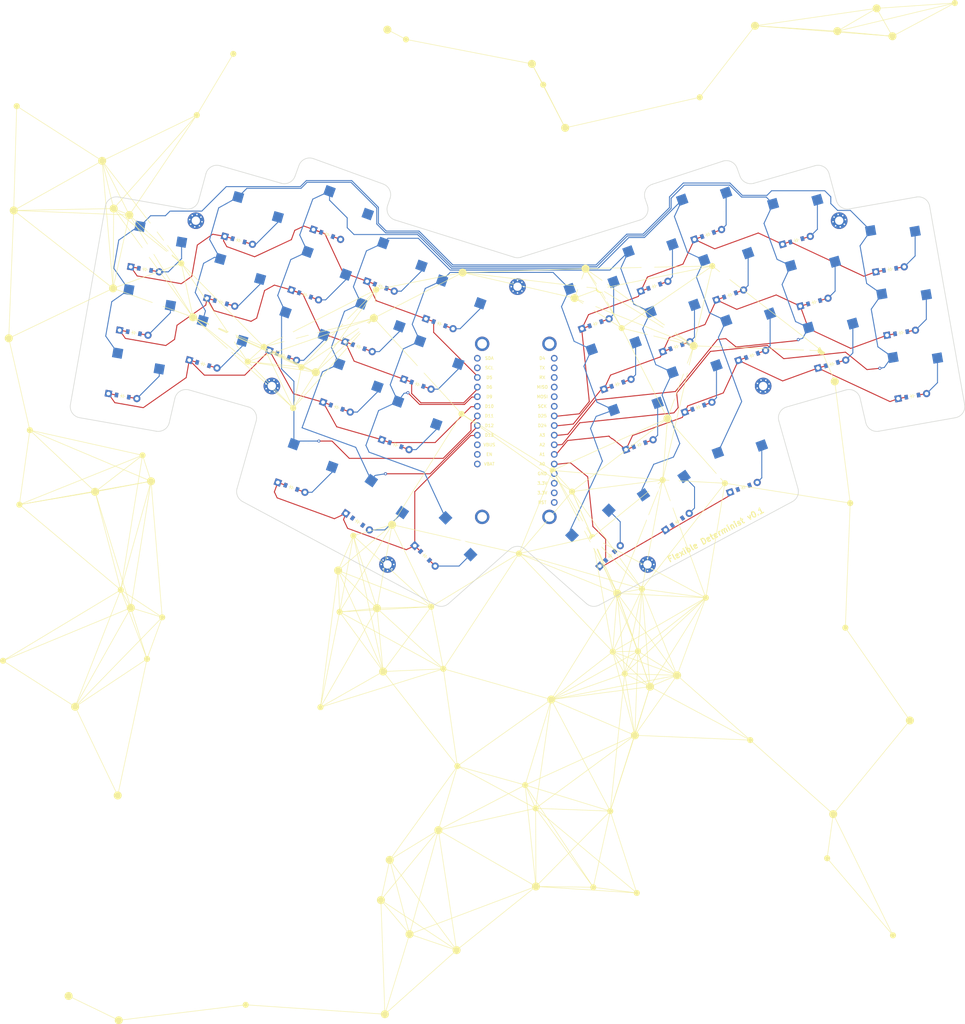
<source format=kicad_pcb>
(kicad_pcb (version 20241229) (generator "pcbnew") (generator_version "9.0")
  (title_block (title "flexible-determinist") (rev "v1.0.0") (company "Unknown"))
  (layers (0 "F.Cu" signal) (2 "B.Cu" signal) (13 "F.Paste" user) (15 "B.Paste" user) (5 "F.SilkS" user "F.Silkscreen") (7 "B.SilkS" user "B.Silkscreen") (1 "F.Mask" user) (3 "B.Mask" user) (25 "Edge.Cuts" user))
  (net 0 "")
  (net 1 "A2")
  (net 2 "pinkie_bottom")
  (net 3 "pinkie_middle")
  (net 4 "pinkie_top")
  (net 5 "A3")
  (net 6 "ring_bottom")
  (net 7 "ring_middle")
  (net 8 "ring_top")
  (net 9 "D11")
  (net 10 "middle_bottom")
  (net 11 "middle_middle")
  (net 12 "middle_top")
  (net 13 "D12")
  (net 14 "index_bottom")
  (net 15 "index_middle")
  (net 16 "index_top")
  (net 17 "D9")
  (net 18 "inner_bottom")
  (net 19 "inner_middle")
  (net 20 "inner_top")
  (net 21 "outer_cluster")
  (net 22 "mod_cluster")
  (net 23 "space_cluster")
  (net 24 "mirror_pinkie_bottom")
  (net 25 "mirror_pinkie_middle")
  (net 26 "mirror_pinkie_top")
  (net 27 "mirror_ring_bottom")
  (net 28 "mirror_ring_middle")
  (net 29 "mirror_ring_top")
  (net 30 "mirror_middle_bottom")
  (net 31 "mirror_middle_middle")
  (net 32 "mirror_middle_top")
  (net 33 "mirror_index_bottom")
  (net 34 "mirror_index_middle")
  (net 35 "mirror_index_top")
  (net 36 "mirror_inner_bottom")
  (net 37 "mirror_inner_middle")
  (net 38 "mirror_inner_top")
  (net 39 "mirror_outer_cluster")
  (net 40 "mirror_mod_cluster")
  (net 41 "mirror_space_cluster")
  (net 42 "D10")
  (net 43 "D6")
  (net 44 "D5")
  (net 45 "D13")
  (net 46 "A1")
  (net 47 "D24")
  (net 48 "D25")
  (net 49 "A0")
  (net 50 "VBAT")
  (net 51 "EN")
  (net 52 "VBUS")
  (net 53 "SCL")
  (net 54 "SDA")
  (net 55 "RST")
  (net 56 "V33")
  (net 57 "GND")
  (net 58 "SCK")
  (net 59 "MOSI")
  (net 60 "MISO")
  (net 61 "RX")
  (net 62 "TX")
  (net 63 "D4")
  (footprint "PG1350" (layer "F.Cu") (at 222.441616 118.024848 20)
    (property "Reference" "S25" (hide yes))
    (property "Value" "" (hide yes))
  )
  (footprint "PG1350" (layer "F.Cu") (at 183.104668 172.151641 45)
    (property "Reference" "S36" (hide yes))
    (property "Value" "" (hide yes))
  )
  (footprint "PG1350" (layer "F.Cu") (at 210.812937 86.075294 20)
    (property "Reference" "S27" (hide yes))
    (property "Value" "" (hide yes))
  )
  (footprint "ComboDiode" (layer "F.Cu") (at 111.853453 90.773759 -20)
    (property "Reference" "D9" (hide yes))
    (property "Value" "" (hide yes))
  )
  (footprint "PG1350" (layer "F.Cu") (at 202.448973 115.723968 20)
    (property "Reference" "S29" (hide yes))
    (property "Value" "" (hide yes))
  )
  (footprint "MountingHole_2.2mm_M2_Pad_Via" (layer "F.Cu") (at 247.178476 87.125519 10)
    (property "Reference" "_6" (hide yes))
    (property "Value" "")
  )
  (footprint "PG1350" (layer "F.Cu") (at 107.749212 102.050072 -20)
    (property "Reference" "S8" (hide yes))
    (property "Value" "" (hide yes))
  )
  (footprint "ComboDiode" (layer "F.Cu") (at 224.151726 122.723311 20)
    (property "Reference" "D25" (hide yes))
    (property "Value" "" (hide yes))
  )
  (footprint "ComboDiode" (layer "F.Cu") (at 235.878469 92.325601 16)
    (property "Reference" "D24" (hide yes))
    (property "Value" "" (hide yes))
  )
  (footprint "ComboDiode" (layer "F.Cu") (at 218.337382 106.748531 20)
    (property "Reference" "D26" (hide yes))
    (property "Value" "" (hide yes))
  )
  (footprint "PG1350" (layer "F.Cu") (at 104.145916 152.883283 -20)
    (property "Reference" "S16" (hide yes))
    (property "Value" "" (hide yes))
  )
  (footprint "PG1350" (layer "F.Cu") (at 259.74785 95.063459 10)
    (property "Reference" "S21" (hide yes))
    (property "Value" "" (hide yes))
  )
  (footprint "ComboDiode" (layer "F.Cu") (at 221.940671 157.581754 20)
    (property "Reference" "D34" (hide yes))
    (property "Value" "" (hide yes))
  )
  (footprint "ComboDiode" (layer "F.Cu") (at 88.498015 92.325602 -16)
    (property "Reference" "D6" (hide yes))
    (property "Value" "" (hide yes))
  )
  (footprint "ComboDiode" (layer "F.Cu") (at 102.43582 157.581753 -20)
    (property "Reference" "D16" (hide yes))
    (property "Value" "" (hide yes))
  )
  (footprint "MountingHole_2.2mm_M2_Pad_Via" (layer "F.Cu") (at 77.198006 87.125509 -10)
    (property "Reference" "_2" (hide yes))
    (property "Value" "")
  )
  (footprint "PG1350" (layer "F.Cu") (at 196.634626 99.749198 20)
    (property "Reference" "S30" (hide yes))
    (property "Value" "" (hide yes))
  )
  (footprint "PG1350" (layer "F.Cu") (at 122.817682 162.542922 -35)
    (property "Reference" "S17" (hide yes))
    (property "Value" "" (hide yes))
  )
  (footprint "PG1350" (layer "F.Cu") (at 101.934858 118.024844 -20)
    (property "Reference" "S7" (hide yes))
    (property "Value" "" (hide yes))
  )
  (footprint "ComboDiode" (layer "F.Cu") (at 204.426695 166.638692 35)
    (property "Reference" "D35" (hide yes))
    (property "Value" "" (hide yes))
  )
  (footprint "ComboDiode" (layer "F.Cu") (at 137.73629 175.687171 -45)
    (property "Reference" "D18" (hide yes))
    (property "Value" "" (hide yes))
  )
  (footprint "ComboDiode" (layer "F.Cu") (at 60.808387 116.729233 -10)
    (property "Reference" "D2" (hide yes))
    (property "Value" "" (hide yes))
  )
  (footprint "ComboDiode" (layer "F.Cu") (at 204.159069 120.422437 20)
    (property "Reference" "D29" (hide yes))
    (property "Value" "" (hide yes))
  )
  (footprint "ComboDiode" (layer "F.Cu") (at 194.427034 146.312357 20)
    (property "Reference" "D31" (hide yes))
    (property "Value" "" (hide yes))
  )
  (footprint "PG1350" (layer "F.Cu") (at 192.716928 141.613884 20)
    (property "Reference" "S31" (hide yes))
    (property "Value" "" (hide yes))
  )
  (footprint "PG1350" (layer "F.Cu") (at 220.230566 152.883294 20)
    (property "Reference" "S34" (hide yes))
    (property "Value" "" (hide yes))
  )
  (footprint "PG1350" (layer "F.Cu") (at 61.676624 111.805195 -10)
    (property "Reference" "S2" (hide yes))
    (property "Value" "" (hide yes))
  )
  (footprint "MountingHole_2.2mm_M2_Pad_Via" (layer "F.Cu") (at 127.836788 177.949921 -45)
    (property "Reference" "_4" (hide yes))
    (property "Value" "")
  )
  (footprint "PG1350" (layer "F.Cu") (at 208.263317 131.698746 20)
    (property "Reference" "S28" (hide yes))
    (property "Value" "" (hide yes))
  )
  (footprint "ComboDiode" (layer "F.Cu") (at 212.523044 90.773762 20)
    (property "Reference" "D27" (hide yes))
    (property "Value" "" (hide yes))
  )
  (footprint "PG1350" (layer "F.Cu") (at 121.927521 115.723978 -20)
    (property "Reference" "S11" (hide yes))
    (property "Value" "" (hide yes))
  )
  (footprint "ComboDiode" (layer "F.Cu") (at 260.616085 99.987503 10)
    (property "Reference" "D21" (hide yes))
    (property "Value" "" (hide yes))
  )
  (footprint "ComboDiode" (layer "F.Cu") (at 126.031758 104.447665 -20)
    (property "Reference" "D12" (hide yes))
    (property "Value" "" (hide yes))
  )
  (footprint "ComboDiode" (layer "F.Cu") (at 266.520126 133.470961 10)
    (property "Reference" "D19" (hide yes))
    (property "Value" "" (hide yes))
  )
  (footprint "MountingHole_2.2mm_M2_Pad_Via" (layer "F.Cu") (at 162.188253 104.56433)
    (property "Reference" "_5" (hide yes))
    (property "Value" "")
  )
  (footprint "ComboDiode" (layer "F.Cu") (at 79.126347 125.008494 -16)
    (property "Reference" "D4" (hide yes))
    (property "Value" "" (hide yes))
  )
  (footprint "MountingHole_2.2mm_M2_Pad_Via" (layer "F.Cu") (at 196.539704 177.949919 45)
    (property "Reference" "_8" (hide yes))
    (property "Value" "")
  )
  (footprint "PG1350" (layer "F.Cu") (at 234.500291 87.519292 16)
    (property "Reference" "S24" (hide yes))
    (property "Value" "" (hide yes))
  )
  (footprint "PG1350" (layer "F.Cu") (at 58.724605 128.546923 -10)
    (property "Reference" "S1" (hide yes))
    (property "Value" "" (hide yes))
  )
  (footprint "MountingHole_2.2mm_M2_Pad_Via" (layer "F.Cu") (at 227.093098 130.804666 20)
    (property "Reference" "_7" (hide yes))
    (property "Value" "")
  )
  (footprint "PG1350" (layer "F.Cu") (at 181.088245 109.664332 20)
    (property "Reference" "S33" (hide yes))
    (property "Value" "" (hide yes))
  )
  (footprint "PG1350" (layer "F.Cu") (at 64.628641 95.06346 -10)
    (property "Reference" "S3" (hide yes))
    (property "Value" "" (hide yes))
  )
  (footprint "Feather_RP2040" (layer "F.Cu") (at 161.735918 142.524871 90)
    (property "Reference" "_1" (hide yes))
    (property "Value" "" (hide yes))
  )
  (footprint "ComboDiode" (layer "F.Cu") (at 120.217418 120.422442 -20)
    (property "Reference" "D11" (hide yes))
    (property "Value" "" (hide yes))
  )
  (footprint "ComboDiode" (layer "F.Cu") (at 182.798355 114.362801 20)
    (property "Reference" "D33" (hide yes))
    (property "Value" "" (hide yes))
  )
  (footprint "ComboDiode" (layer "F.Cu") (at 198.344731 104.447663 20)
    (property "Reference" "D30" (hide yes))
    (property "Value" "" (hide yes))
  )
  (footprint "ComboDiode" (layer "F.Cu") (at 263.568111 116.729225 10)
    (property "Reference" "D20" (hide yes))
    (property "Value" "" (hide yes))
  )
  (footprint "PG1350" (layer "F.Cu") (at 186.902589 125.639115 20)
    (property "Reference" "S32" (hide yes))
    (property "Value" "" (hide yes))
  )
  (footprint "PG1350" (layer "F.Cu") (at 143.288245 109.664341 -20)
    (property "Reference" "S15" (hide yes))
    (property "Value" "" (hide yes))
  )
  (footprint "ComboDiode" (layer "F.Cu") (at 141.578148 114.362791 -20)
    (property "Reference" "D15" (hide yes))
    (property "Value" "" (hide yes))
  )
  (footprint "ComboDiode" (layer "F.Cu") (at 135.763804 130.337569 -20)
    (property "Reference" "D14" (hide yes))
    (property "Value" "" (hide yes))
  )
  (footprint "ComboDiode" (layer "F.Cu") (at 83.812178 108.667052 -16)
    (property "Reference" "D5" (hide yes))
    (property "Value" "" (hide yes))
  )
  (footprint "PG1350" (layer "F.Cu") (at 116.113173 131.698746 -20)
    (property "Reference" "S10" (hide yes))
    (property "Value" "" (hide yes))
  )
  (footprint "PG1350" (layer "F.Cu") (at 113.563549 86.075294 -20)
    (property "Reference" "S9" (hide yes))
    (property "Value" "" (hide yes))
  )
  (footprint "PG1350" (layer "F.Cu") (at 141.271817 172.151638 -45)
    (property "Reference" "S18" (hide yes))
    (property "Value" "" (hide yes))
  )
  (footprint "PG1350" (layer "F.Cu") (at 265.651885 128.546923 10)
    (property "Reference" "S19" (hide yes))
    (property "Value" "" (hide yes))
  )
  (footprint "PG1350" (layer "F.Cu") (at 85.19037 103.860739 -16)
    (property "Reference" "S5" (hide yes))
    (property "Value" "" (hide yes))
  )
  (footprint "ComboDiode" (layer "F.Cu") (at 106.039105 106.748529 -20)
    (property "Reference" "D8" (hide yes))
    (property "Value" "" (hide yes))
  )
  (footprint "PG1350" (layer "F.Cu") (at 127.741856 99.749192 -20)
    (property "Reference" "S12" (hide yes))
    (property "Value" "" (hide yes))
  )
  (footprint "ComboDiode" (layer "F.Cu") (at 245.250137 125.008501 16)
    (property "Reference" "D22" (hide yes))
    (property "Value" "" (hide yes))
  )
  (footprint "PG1350" (layer "F.Cu") (at 131.659556 141.613877 -20)
    (property "Reference" "S13" (hide yes))
    (property "Value" "" (hide yes))
  )
  (footprint "ComboDiode" (layer "F.Cu") (at 63.760395 99.987498 -10)
    (property "Reference" "D3" (hide yes))
    (property "Value" "" (hide yes))
  )
  (footprint "ComboDiode" (layer "F.Cu") (at 119.949789 166.638687 -35)
    (property "Reference" "D17" (hide yes))
    (property "Value" "" (hide yes))
  )
  (footprint "ComboDiode" (layer "F.Cu") (at 209.97341 136.397211 20)
    (property "Reference" "D28" (hide yes))
    (property "Value" "" (hide yes))
  )
  (footprint "PG1350" (layer "F.Cu") (at 137.4739 125.639111 -20)
    (property "Reference" "S14" (hide yes))
    (property "Value" "" (hide yes))
  )
  (footprint "ComboDiode" (layer "F.Cu") (at 114.403074 136.397216 -20)
    (property "Reference" "D10" (hide yes))
    (property "Value" "" (hide yes))
  )
  (footprint "ComboDiode" (layer "F.Cu") (at 188.612682 130.337575 20)
    (property "Reference" "D32" (hide yes))
    (property "Value" "" (hide yes))
  )
  (footprint "ComboDiode" (layer "F.Cu") (at 129.949458 146.312348 -20)
    (property "Reference" "D13" (hide yes))
    (property "Value" "" (hide yes))
  )
  (footprint "ComboDiode" (layer "F.Cu") (at 240.564311 108.66705 16)
    (property "Reference" "D23" (hide yes))
    (property "Value" "" (hide yes))
  )
  (footprint "MountingHole_2.2mm_M2_Pad_Via" (layer "F.Cu") (at 97.283392 130.804659 -20)
    (property "Reference" "_3" (hide yes))
    (property "Value" "")
  )
  (footprint "PG1350" (layer "F.Cu") (at 201.558805 162.542928 35)
    (property "Reference" "S35" (hide yes))
    (property "Value" "" (hide yes))
  )
  (footprint "PG1350" (layer "F.Cu") (at 239.186122 103.86074 16)
    (property "Reference" "S23" (hide yes))
    (property "Value" "" (hide yes))
  )
  (footprint "ComboDiode" (layer "F.Cu") (at 100.224773 122.723308 -20)
    (property "Reference" "D7" (hide yes))
    (property "Value" "" (hide yes))
  )
  (footprint "PG1350" (layer "F.Cu") (at 216.62728 102.050072 20)
    (property "Reference" "S26" (hide yes))
    (property "Value" "" (hide yes))
  )
  (footprint "ComboDiode" (layer "F.Cu") (at 57.856355 133.47096 -10)
    (property "Reference" "D1" (hide yes))
    (property "Value" "" (hide yes))
  )
  (footprint "PG1350" (layer "F.Cu") (at 80.504533 120.202194 -16)
    (property "Reference" "S4" (hide yes))
    (property "Value" "" (hide yes))
  )
  (footprint "PG1350" (layer "F.Cu") (at 262.699867 111.805192 10)
    (property "Reference" "S20" (hide yes))
    (property "Value" "" (hide yes))
  )
  (footprint "PG1350" (layer "F.Cu") (at 89.876209 87.519294 -16)
    (property "Reference" "S6" (hide yes))
    (property "Value" "" (hide yes))
  )
  (footprint "ComboDiode" (layer "F.Cu") (at 186.640208 175.687166 45)
    (property "Reference" "D36" (hide yes))
    (property "Value" "" (hide yes))
  )
  (footprint "PG1350" (layer "F.Cu") (at 243.871955 120.20219 16)
    (property "Reference" "S22" (hide yes))
    (property "Value" "" (hide yes))
  )
  (gr_line (start 64.30087 202.912715) (end 60.016729 189.401502) (stroke (width 0.132291) (color 20 20 20 0.1960784314)) (layer "F.SilkS"))
  (gr_poly (pts (xy 146.110821 278.792263) (xy 146.164678 278.794471) (xy 146.217845 278.799348) (xy 146.270254 278.806831) (xy 146.321839 278.816855) (xy 146.372527 278.829354) (xy 146.422253 278.844267) (xy 146.470945 278.861528) (xy 146.518536 278.881073) (xy 146.564957 278.902838) (xy 146.61014 278.92676) (xy 146.654013 278.952772) (xy 146.696513 278.980814) (xy 146.737565 279.010817) (xy 146.777104 279.042721) (xy 146.81506 279.076459) (xy 146.851364 279.111969) (xy 146.885949 279.149186) (xy 146.918743 279.188045) (xy 146.949681 279.228484) (xy 146.97869 279.270437) (xy 147.005706 279.313841) (xy 147.030656 279.358631) (xy 147.053474 279.404742) (xy 147.074089 279.452113) (xy 147.092435 279.500677) (xy 147.10844 279.550371) (xy 147.122037 279.60113) (xy 147.133158 279.65289) (xy 147.141732 279.705589) (xy 147.147694 279.759161) (xy 147.15097 279.813541) (xy 147.151495 279.868019) (xy 147.149285 279.921876) (xy 147.144408 279.975047) (xy 147.136925 280.027457) (xy 147.126902 280.079042) (xy 147.114402 280.129732) (xy 147.099489 280.179459) (xy 147.082228 280.228151) (xy 147.062682 280.275743) (xy 147.040917 280.322164) (xy 147.016995 280.367346) (xy 146.990983 280.41122) (xy 146.962941 280.453719) (xy 146.932937 280.494771) (xy 146.901033 280.534309) (xy 146.867295 280.572265) (xy 146.831784 280.608568) (xy 146.794568 280.643152) (xy 146.755708 280.675946) (xy 146.715268 280.706883) (xy 146.673316 280.735892) (xy 146.629912 280.762908) (xy 146.585123 280.787856) (xy 146.53901 280.810673) (xy 146.491641 280.831288) (xy 146.443077 280.849632) (xy 146.393384 280.865637) (xy 146.342624 280.879235) (xy 146.290864 280.890356) (xy 146.238167 280.898929) (xy 146.184596 280.904889) (xy 146.130215 280.908166) (xy 146.07574 280.908692) (xy 146.021883 280.906482) (xy 145.968714 280.901605) (xy 145.916303 280.894122) (xy 145.86472 280.884098) (xy 145.814031 280.871599) (xy 145.764305 280.856687) (xy 145.715611 280.839427) (xy 145.668021 280.819882) (xy 145.6216 280.798119) (xy 145.576417 280.774197) (xy 145.532542 280.748185) (xy 145.490045 280.720144) (xy 145.448992 280.690141) (xy 145.409453 280.658237) (xy 145.371498 280.624499) (xy 145.335194 280.58899) (xy 145.300609 280.551773) (xy 145.267815 280.512914) (xy 145.236879 280.472475) (xy 145.207868 280.430523) (xy 145.180853 280.387119) (xy 145.155902 280.342329) (xy 145.133085 280.296217) (xy 145.112471 280.248846) (xy 145.094125 280.200283) (xy 145.07812 280.150587) (xy 145.064524 280.099827) (xy 145.053402 280.048066) (xy 145.044828 279.995367) (xy 145.038867 279.941794) (xy 145.035591 279.887411) (xy 145.035066 279.832934) (xy 145.037275 279.779078) (xy 145.042151 279.725911) (xy 145.049636 279.6735) (xy 145.059658 279.621916) (xy 145.072158 279.571226) (xy 145.087071 279.521502) (xy 145.104331 279.472808) (xy 145.123876 279.425217) (xy 145.145642 279.378796) (xy 145.169563 279.333613) (xy 145.195577 279.289739) (xy 145.223617 279.24724) (xy 145.253621 279.206188) (xy 145.285525 279.16665) (xy 145.319263 279.128693) (xy 145.354773 279.09239) (xy 145.391989 279.057806) (xy 145.43085 279.025011) (xy 145.471288 278.994074) (xy 145.513241 278.965064) (xy 145.556645 278.938049) (xy 145.601434 278.913099) (xy 145.647546 278.890282) (xy 145.694917 278.869666) (xy 145.743481 278.851321) (xy 145.793175 278.835316) (xy 145.843934 278.821718) (xy 145.895693 278.810598) (xy 145.948393 278.802024) (xy 146.001965 278.796064) (xy 146.056345 278.792787)) (stroke (width -0.000001)) (fill yes) (layer "F.SilkS"))
  (gr_curve (pts (xy 171.477455 153.104458) (xy 173.183982 154.968675) (xy 174.890478 156.8329) (xy 176.597005 158.697116)) (stroke (width 0.132291) (color 20 20 20 0.1960784314)) (layer "F.SilkS"))
  (gr_curve (pts (xy 245.600294 243.917916) (xy 252.354432 235.669133) (xy 259.108601 227.420334) (xy 265.86274 219.171536)) (stroke (width 0.132291) (color 20 20 20 0.1960784314)) (layer "F.SilkS"))
  (gr_curve (pts (xy 193.194673 223.085841) (xy 192.29932 217.663375) (xy 191.403981 212.240893) (xy 190.508643 206.818429)) (stroke (width 0.132291) (color 20 20 20 0.1960784314)) (layer "F.SilkS"))
  (gr_line (start 29.082174 84.425069) (end 27.772996 118.199246) (stroke (width 0.132291) (color 20 20 20 0.1960784314)) (layer "F.SilkS"))
  (gr_line (start 102.916396 136.648855) (end 124.218752 112.872175) (stroke (width 0.132291) (color 20 20 20 0.1960784314)) (layer "F.SilkS"))
  (gr_curve (pts (xy 124.218752 112.872175) (xy 124.431014 110.358514) (xy 124.643282 107.84486) (xy 124.855545 105.331199)) (stroke (width 0.132291) (color 20 20 20 0.1960784314)) (layer "F.SilkS"))
  (gr_curve (pts (xy 213.645302 99.106603) (xy 203.743265 101.111452) (xy 193.841245 103.116314) (xy 183.939193 105.121163)) (stroke (width 0.132291) (color 20 20 20 0.1960784314)) (layer "F.SilkS"))
  (gr_line (start 187.340277 200.998776) (end 162.554919 175.072146) (stroke (width 0.132291) (color 20 20 20 0.1960784314)) (layer "F.SilkS"))
  (gr_line (start 211.940255 186.743657) (end 194.007405 200.871855) (stroke (width 0.132291) (color 20 20 20 0.1960784314)) (layer "F.SilkS"))
  (gr_poly (pts (xy 204.360415 206.177228) (xy 204.414271 206.179436) (xy 204.467438 206.184314) (xy 204.51985 206.191797) (xy 204.571433 206.20182) (xy 204.622123 206.21432) (xy 204.671848 206.229232) (xy 204.720541 206.246494) (xy 204.768131 206.266039) (xy 204.814554 206.287804) (xy 204.859737 206.311724) (xy 204.903611 206.337737) (xy 204.946109 206.365778) (xy 204.987162 206.395782) (xy 205.0267 206.427685) (xy 205.064655 206.461424) (xy 205.10096 206.496935) (xy 205.135544 206.534151) (xy 205.168337 206.573012) (xy 205.199274 206.61345) (xy 205.228285 206.655404) (xy 205.255301 206.698806) (xy 205.280251 206.743596) (xy 205.303068 206.789708) (xy 205.323683 206.837078) (xy 205.342028 206.885641) (xy 205.358032 206.935335) (xy 205.371631 206.986094) (xy 205.382751 207.037856) (xy 205.391326 207.090554) (xy 205.397285 207.144125) (xy 205.400563 207.198507) (xy 205.401086 207.252983) (xy 205.398879 207.30684) (xy 205.394001 207.360007) (xy 205.386518 207.412419) (xy 205.376494 207.464004) (xy 205.363995 207.514692) (xy 205.349082 207.564417) (xy 205.331822 207.61311) (xy 205.312277 207.660701) (xy 205.290511 207.707123) (xy 205.26659 207.752305) (xy 205.240576 207.796179) (xy 205.212535 207.838677) (xy 205.182533 207.87973) (xy 205.150629 207.919269) (xy 205.11689 207.957225) (xy 205.081381 207.99353) (xy 205.044164 208.028113) (xy 205.005304 208.060908) (xy 204.964866 208.091845) (xy 204.922912 208.120854) (xy 204.879509 208.147868) (xy 204.834718 208.172818) (xy 204.788607 208.195635) (xy 204.741237 208.216251) (xy 204.692672 208.234596) (xy 204.642978 208.250602) (xy 204.59222 208.264199) (xy 204.540459 208.275319) (xy 204.48776 208.283894) (xy 204.434188 208.289854) (xy 204.379808 208.293132) (xy 204.325331 208.293655) (xy 204.271475 208.291446) (xy 204.218306 208.286569) (xy 204.165897 208.279087) (xy 204.114313 208.269063) (xy 204.063622 208.256563) (xy 204.013897 208.24165) (xy 203.965205 208.224389) (xy 203.917613 208.204844) (xy 203.871193 208.183079) (xy 203.82601 208.159159) (xy 203.782136 208.133146) (xy 203.739637 208.105106) (xy 203.698585 208.075101) (xy 203.659047 208.043199) (xy 203.62109 208.009459) (xy 203.584787 207.97395) (xy 203.550203 207.936732) (xy 203.517408 207.897872) (xy 203.48647 207.857433) (xy 203.457461 207.815481) (xy 203.430447 207.772079) (xy 203.405496 207.727288) (xy 203.382679 207.681176) (xy 203.362063 207.633805) (xy 203.343718 207.585241) (xy 203.327713 207.535549) (xy 203.314115 207.484788) (xy 203.302994 207.433027) (xy 203.294421 207.380329) (xy 203.288461 207.326757) (xy 203.285184 207.272377) (xy 203.284658 207.2179) (xy 203.286868 207.164044) (xy 203.291745 207.110875) (xy 203.299227 207.058464) (xy 203.309252 207.00688) (xy 203.321751 206.956191) (xy 203.336664 206.906466) (xy 203.353925 206.857773) (xy 203.37347 206.810183) (xy 203.395234 206.763761) (xy 203.419156 206.718579) (xy 203.445168 206.674704) (xy 203.47321 206.632206) (xy 203.503214 206.591154) (xy 203.535118 206.551616) (xy 203.568856 206.513659) (xy 203.604366 206.477354) (xy 203.641583 206.44277) (xy 203.680441 206.409976) (xy 203.720881 206.379039) (xy 203.762833 206.350029) (xy 203.806238 206.323016) (xy 203.851027 206.298065) (xy 203.897139 206.275247) (xy 203.94451 206.254632) (xy 203.993072 206.236288) (xy 204.042768 206.220282) (xy 204.093527 206.206684) (xy 204.145287 206.195565) (xy 204.197984 206.186989) (xy 204.251556 206.181029) (xy 204.305937 206.177752)) (stroke (width -0.000001)) (fill yes) (layer "F.SilkS"))
  (gr_line (start 133.661579 275.625085) (end 126.09323 266.623326) (stroke (width 0.132291) (color 20 20 20 0.1960784314)) (layer "F.SilkS"))
  (gr_poly (pts (xy 208.733699 119.135336) (xy 208.787557 119.137544) (xy 208.840725 119.142423) (xy 208.893136 119.149905) (xy 208.944718 119.159929) (xy 208.995408 119.172429) (xy 209.045133 119.187341) (xy 209.093825 119.204603) (xy 209.141416 119.224148) (xy 209.187837 119.245914) (xy 209.233019 119.269835) (xy 209.276892 119.295848) (xy 209.31939 119.323889) (xy 209.360442 119.353894) (xy 209.399979 119.385796) (xy 209.437934 119.419535) (xy 209.474237 119.455046) (xy 209.508821 119.492263) (xy 209.541614 119.531123) (xy 209.57255 119.571561) (xy 209.601561 119.613514) (xy 209.628574 119.656918) (xy 209.653525 119.701708) (xy 209.676341 119.74782) (xy 209.696956 119.795189) (xy 209.715301 119.843754) (xy 209.731305 119.893446) (xy 209.744903 119.944206) (xy 209.756023 119.995966) (xy 209.764597 120.048664) (xy 209.770557 120.102235) (xy 209.773833 120.156615) (xy 209.774359 120.211091) (xy 209.772149 120.264948) (xy 209.767272 120.318117) (xy 209.75979 120.370527) (xy 209.749767 120.422111) (xy 209.737268 120.472801) (xy 209.722355 120.522526) (xy 209.705095 120.571218) (xy 209.685551 120.61881) (xy 209.663786 120.665232) (xy 209.639865 120.710413) (xy 209.613853 120.754288) (xy 209.585812 120.796785) (xy 209.555809 120.837839) (xy 209.523906 120.877377) (xy 209.490169 120.915332) (xy 209.454659 120.951637) (xy 209.417444 120.986222) (xy 209.378585 121.019016) (xy 209.338146 121.049952) (xy 209.296195 121.078962) (xy 209.252791 121.105978) (xy 209.208001 121.130927) (xy 209.16189 121.153745) (xy 209.11452 121.174359) (xy 209.065958 121.192705) (xy 209.016263 121.20871) (xy 208.965505 121.222307) (xy 208.913744 121.233428) (xy 208.861047 121.242003) (xy 208.807475 121.247963) (xy 208.753095 121.25124) (xy 208.698616 121.251764) (xy 208.644757 121.249556) (xy 208.59159 121.244678) (xy 208.539179 121.237195) (xy 208.487594 121.227173) (xy 208.436903 121.214672) (xy 208.387178 121.199759) (xy 208.338484 121.182498) (xy 208.290893 121.162954) (xy 208.244472 121.141188) (xy 208.199288 121.117267) (xy 208.155415 121.091254) (xy 208.112916 121.063214) (xy 208.071865 121.033209) (xy 208.032326 121.001306) (xy 207.994371 120.967568) (xy 207.958068 120.932057) (xy 207.923483 120.894842) (xy 207.890689 120.85598) (xy 207.859753 120.815542) (xy 207.830744 120.773589) (xy 207.803728 120.730186) (xy 207.778779 120.685396) (xy 207.755962 120.639283) (xy 207.735348 120.591914) (xy 207.717003 120.543349) (xy 207.700998 120.493656) (xy 207.687401 120.442896) (xy 207.67628 120.391136) (xy 207.667707 120.338437) (xy 207.661745 120.284865) (xy 207.65847 120.230486) (xy 207.657945 120.176009) (xy 207.660154 120.122153) (xy 207.66503 120.068985) (xy 207.672513 120.016575) (xy 207.682537 119.964991) (xy 207.695037 119.914303) (xy 207.709948 119.864577) (xy 207.727209 119.815885) (xy 207.746754 119.768294) (xy 207.768517 119.721873) (xy 207.792439 119.67669) (xy 207.818452 119.632815) (xy 207.846492 119.590318) (xy 207.876495 119.549265) (xy 207.908399 119.509726) (xy 207.942137 119.47177) (xy 207.977646 119.435465) (xy 208.014862 119.400881) (xy 208.053721 119.368087) (xy 208.094161 119.33715) (xy 208.136112 119.308139) (xy 208.179517 119.281125) (xy 208.224307 119.256174) (xy 208.270419 119.233357) (xy 208.317789 119.212742) (xy 208.366354 119.194396) (xy 208.416048 119.178391) (xy 208.466809 119.164794) (xy 208.51857 119.153673) (xy 208.571269 119.145097) (xy 208.624842 119.139137) (xy 208.679224 119.135861)) (stroke (width -0.000001)) (fill yes) (layer "F.SilkS"))
  (gr_poly (pts (xy 127.822843 35.601123) (xy 127.876701 35.603332) (xy 127.929869 35.608211) (xy 127.982278 35.615693) (xy 128.033864 35.625716) (xy 128.084552 35.638217) (xy 128.134278 35.65313) (xy 128.182971 35.670389) (xy 128.230563 35.689935) (xy 128.276982 35.711699) (xy 128.322166 35.735621) (xy 128.36604 35.761633) (xy 128.408538 35.789674) (xy 128.44959 35.819678) (xy 128.489129 35.851581) (xy 128.527085 35.885321) (xy 128.563389 35.92083) (xy 128.597973 35.958048) (xy 128.630769 35.996907) (xy 128.661705 36.037345) (xy 128.690714 36.079298) (xy 128.71773 36.122702) (xy 128.74268 36.167491) (xy 128.765497 36.213603) (xy 128.786112 36.260973) (xy 128.804457 36.309538) (xy 128.820463 36.35923) (xy 128.834059 36.40999) (xy 128.84518 36.461751) (xy 128.853754 36.514449) (xy 128.859716 36.568021) (xy 128.862992 36.6224) (xy 128.863517 36.676878) (xy 128.861308 36.730734) (xy 128.85643 36.783902) (xy 128.848947 36.836312) (xy 128.838923 36.887896) (xy 128.826423 36.938585) (xy 128.811512 36.988311) (xy 128.79425 37.037003) (xy 128.774705 37.084595) (xy 128.752941 37.131017) (xy 128.72902 37.176198) (xy 128.703006 37.220073) (xy 128.674966 37.26257) (xy 128.644962 37.303624) (xy 128.613058 37.343162) (xy 128.579318 37.381118) (xy 128.54381 37.417422) (xy 128.506593 37.452006) (xy 128.467733 37.4848) (xy 128.427295 37.515737) (xy 128.385342 37.544747) (xy 128.341938 37.571762) (xy 128.297149 37.596713) (xy 128.251037 37.61953) (xy 128.203667 37.640145) (xy 128.155102 37.65849) (xy 128.105409 37.674496) (xy 128.054649 37.688093) (xy 128.002888 37.699213) (xy 127.95019 37.707788) (xy 127.896618 37.713748) (xy 127.842237 37.717026) (xy 127.787761 37.71755) (xy 127.733906 37.715342) (xy 127.680738 37.710462) (xy 127.628327 37.70298) (xy 127.576745 37.692957) (xy 127.526055 37.680456) (xy 127.476331 37.665544) (xy 127.427639 37.648284) (xy 127.380048 37.628738) (xy 127.333626 37.606973) (xy 127.288445 37.583051) (xy 127.24457 37.557039) (xy 127.202073 37.528998) (xy 127.161019 37.498994) (xy 127.121482 37.467091) (xy 127.083526 37.433352) (xy 127.047223 37.397842) (xy 127.012639 37.360626) (xy 126.979844 37.321765) (xy 126.948908 37.281327) (xy 126.919897 37.239374) (xy 126.892884 37.195971) (xy 126.867932 37.151181) (xy 126.845116 37.105068) (xy 126.824499 37.057699) (xy 126.806155 37.009135) (xy 126.79015 36.959441) (xy 126.776551 36.908682) (xy 126.765432 36.856921) (xy 126.756857 36.804223) (xy 126.750898 36.750652) (xy 126.747621 36.696271) (xy 126.747096 36.641796) (xy 126.749305 36.587938) (xy 126.754182 36.53477) (xy 126.761665 36.48236) (xy 126.771688 36.430775) (xy 126.784187 36.380088) (xy 126.799101 36.330361) (xy 126.816361 36.281668) (xy 126.835906 36.234077) (xy 126.857673 36.187657) (xy 126.881593 36.142474) (xy 126.907606 36.098599) (xy 126.935646 36.056102) (xy 126.96565 36.01505) (xy 126.997554 35.97551) (xy 127.031291 35.937555) (xy 127.066801 35.90125) (xy 127.104017 35.866666) (xy 127.142878 35.833872) (xy 127.183316 35.802935) (xy 127.225269 35.773926) (xy 127.268672 35.74691) (xy 127.313462 35.72196) (xy 127.359573 35.699143) (xy 127.406943 35.678528) (xy 127.455506 35.660183) (xy 127.5052 35.644177) (xy 127.555958 35.63058) (xy 127.607718 35.61946) (xy 127.660416 35.610885) (xy 127.713987 35.604925) (xy 127.768367 35.601647)) (stroke (width -0.000001)) (fill yes) (layer "F.SilkS"))
  (gr_line (start 193.194673 223.085841) (end 186.693077 243.115776) (stroke (width 0.132291) (color 20 20 20 0.1960784314)) (layer "F.SilkS"))
  (gr_line (start 126.685028 206.240893) (end 139.377281 189.118763) (stroke (width 0.132291) (color 20 20 20 0.1960784314)) (layer "F.SilkS"))
  (gr_line (start 223.684473 224.350855) (end 204.342873 207.235441) (stroke (width 0.132291) (color 20 20 20 0.1960784314)) (layer "F.SilkS"))
  (gr_poly (pts (xy 186.706231 242.322104) (xy 186.746623 242.323761) (xy 186.786497 242.327419) (xy 186.825806 242.333031) (xy 186.864494 242.340549) (xy 186.902511 242.349925) (xy 186.939805 242.361108) (xy 186.976324 242.374054) (xy 187.012017 242.388713) (xy 187.046832 242.405038) (xy 187.080719 242.422978) (xy 187.113625 242.442488) (xy 187.145497 242.463519) (xy 187.176287 242.486022) (xy 187.205941 242.50995) (xy 187.234408 242.535255) (xy 187.261636 242.561887) (xy 187.287575 242.589802) (xy 187.312171 242.618946) (xy 187.335373 242.649275) (xy 187.357131 242.68074) (xy 187.377391 242.713293) (xy 187.396104 242.746887) (xy 187.413216 242.781471) (xy 187.42868 242.816999) (xy 187.442438 242.853423) (xy 187.454442 242.890693) (xy 187.464639 242.928764) (xy 187.472981 242.967584) (xy 187.47941 243.007109) (xy 187.483882 243.047289) (xy 187.48634 243.088074) (xy 187.486733 243.128932) (xy 187.485076 243.169323) (xy 187.481418 243.209199) (xy 187.475806 243.248506) (xy 187.468288 243.287194) (xy 187.458914 243.325211) (xy 187.447728 243.362505) (xy 187.434783 243.399024) (xy 187.420125 243.434716) (xy 187.403801 243.469532) (xy 187.385859 243.50342) (xy 187.36635 243.536325) (xy 187.345319 243.568198) (xy 187.322815 243.598988) (xy 187.298889 243.628642) (xy 187.273584 243.657108) (xy 187.246952 243.684336) (xy 187.219039 243.710274) (xy 187.189895 243.73487) (xy 187.159565 243.758073) (xy 187.1281 243.779831) (xy 187.095548 243.800092) (xy 187.061957 243.818804) (xy 187.027372 243.835918) (xy 186.991845 243.851379) (xy 186.955422 243.865138) (xy 186.918153 243.877141) (xy 186.880084 243.88734) (xy 186.841262 243.89568) (xy 186.80174 243.902112) (xy 186.761562 243.906581) (xy 186.720778 243.909039) (xy 186.67992 243.909432) (xy 186.639526 243.907776) (xy 186.59965 243.904119) (xy 186.560342 243.898506) (xy 186.521653 243.890988) (xy 186.483637 243.881613) (xy 186.446342 243.870428) (xy 186.409822 243.857483) (xy 186.374129 243.842825) (xy 186.339313 243.8265) (xy 186.305426 243.80856) (xy 186.272521 243.789049) (xy 186.240647 243.76802) (xy 186.209858 243.745515) (xy 186.180204 243.721589) (xy 186.151737 243.696284) (xy 186.124509 243.669652) (xy 186.098573 243.641739) (xy 186.073976 243.612595) (xy 186.050775 243.582266) (xy 186.029018 243.550802) (xy 186.008756 243.518248) (xy 185.990044 243.484656) (xy 185.972933 243.450073) (xy 185.957472 243.414546) (xy 185.943712 243.378123) (xy 185.931709 243.340852) (xy 185.921511 243.302783) (xy 185.91317 243.263964) (xy 185.906741 243.224441) (xy 185.90227 243.184262) (xy 185.899813 243.143477) (xy 185.899419 243.102619) (xy 185.901076 243.062226) (xy 185.904734 243.022349) (xy 185.910346 242.983041) (xy 185.917863 242.944352) (xy 185.927238 242.906335) (xy 185.938421 242.86904) (xy 185.951367 242.832519) (xy 185.966026 242.796825) (xy 185.982349 242.762009) (xy 186.00029 242.728122) (xy 186.019798 242.695216) (xy 186.040829 242.663342) (xy 186.06333 242.632552) (xy 186.087258 242.602897) (xy 186.112562 242.574431) (xy 186.139194 242.547202) (xy 186.167106 242.521265) (xy 186.196252 242.496669) (xy 186.226578 242.473464) (xy 186.258043 242.451708) (xy 186.290597 242.431445) (xy 186.324189 242.412732) (xy 186.358772 242.395619) (xy 186.3943 242.380158) (xy 186.430723 242.366399) (xy 186.467994 242.354395) (xy 186.506064 242.344196) (xy 186.544884 242.335857) (xy 186.584408 242.329425) (xy 186.624589 242.324955) (xy 186.665375 242.322497)) (stroke (width -0.000001)) (fill yes) (layer "F.SilkS"))
  (gr_curve (pts (xy 141.279613 248.14332) (xy 148.92435 244.16994) (xy 156.569093 240.196559) (xy 164.213826 236.223163)) (stroke (width 0.132291) (color 20 20 20 0.1960784314)) (layer "F.SilkS"))
  (gr_curve (pts (xy 114.792398 179.546355) (xy 118.756608 188.444525) (xy 122.720811 197.342709) (xy 126.685028 206.240893)) (stroke (width 0.132291) (color 20 20 20 0.1960784314)) (layer "F.SilkS"))
  (gr_line (start 95.149774 120.452955) (end 90.891481 124.361036) (stroke (width 0.132291) (color 20 20 20 0.1960784314)) (layer "F.SilkS"))
  (gr_line (start 133.661579 275.625085) (end 128.422834 256.005146) (stroke (width 0.132291) (color 20 20 20 0.1960784314)) (layer "F.SilkS"))
  (gr_line (start 55.486276 83.926607) (end 77.444732 59.226891) (stroke (width 0.132291) (color 20 20 20 0.1960784314)) (layer "F.SilkS"))
  (gr_curve (pts (xy 193.194673 223.085841) (xy 194.527688 218.803372) (xy 195.860718 214.520903) (xy 197.193733 210.238451)) (stroke (width 0.132291) (color 20 20 20 0.1960784314)) (layer "F.SilkS"))
  (gr_curve (pts (xy 200.52896 155.637544) (xy 190.845125 154.793182) (xy 181.161305 153.94882) (xy 171.477455 153.104458)) (stroke (width 0.132291) (color 20 20 20 0.1960784314)) (layer "F.SilkS"))
  (gr_poly (pts (xy 29.099715 83.366859) (xy 29.153573 83.369068) (xy 29.206741 83.373945) (xy 29.25915 83.381429) (xy 29.310735 83.391452) (xy 29.361423 83.403951) (xy 29.41115 83.418864) (xy 29.459842 83.436125) (xy 29.507434 83.45567) (xy 29.553854 83.477435) (xy 29.599037 83.501356) (xy 29.642912 83.527369) (xy 29.685409 83.555409) (xy 29.726462 83.585413) (xy 29.766001 83.617317) (xy 29.803957 83.651055) (xy 29.840261 83.686565) (xy 29.874845 83.723782) (xy 29.907639 83.762642) (xy 29.938576 83.80308) (xy 29.967585 83.845034) (xy 29.9946 83.888436) (xy 30.01955 83.933225) (xy 30.042367 83.979337) (xy 30.062983 84.026707) (xy 30.081329 84.075271) (xy 30.097334 84.124964) (xy 30.110931 84.175724) (xy 30.122052 84.227484) (xy 30.130625 84.280182) (xy 30.136586 84.333755) (xy 30.139863 84.388135) (xy 30.140388 84.44261) (xy 30.138179 84.496467) (xy 30.1333 84.549635) (xy 30.125819 84.602046) (xy 30.115794 84.653631) (xy 30.103294 84.704319) (xy 30.088383 84.754046) (xy 30.071121 84.802737) (xy 30.051576 84.850329) (xy 30.029811 84.89675) (xy 30.005891 84.941932) (xy 29.979878 84.985807) (xy 29.951837 85.028305) (xy 29.921834 85.069358) (xy 29.88993 85.108896) (xy 29.85619 85.146853) (xy 29.820681 85.183157) (xy 29.783465 85.21774) (xy 29.744605 85.250535) (xy 29.704167 85.281472) (xy 29.662213 85.310481) (xy 29.61881 85.337496) (xy 29.57402 85.362447) (xy 29.527908 85.385264) (xy 29.480538 85.405879) (xy 29.431974 85.424224) (xy 29.38228 85.440231) (xy 29.331521 85.453826) (xy 29.279759 85.464947) (xy 29.227062 85.473522) (xy 29.173491 85.479482) (xy 29.11911 85.48276) (xy 29.064632 85.483284) (xy 29.010776 85.481075) (xy 28.957609 85.476196) (xy 28.905198 85.468714) (xy 28.853614 85.458691) (xy 28.802924 85.446191) (xy 28.753199 85.431278) (xy 28.704507 85.414018) (xy 28.656915 85.394473) (xy 28.610493 85.372708) (xy 28.565312 85.348787) (xy 28.521437 85.322773) (xy 28.47894 85.294733) (xy 28.437886 85.264729) (xy 28.398348 85.232826) (xy 28.360393 85.199086) (xy 28.324088 85.163578) (xy 28.289505 85.12636) (xy 28.25671 85.0875) (xy 28.225773 85.047062) (xy 28.196762 85.005109) (xy 28.169749 84.961706) (xy 28.144798 84.916916) (xy 28.121982 84.870804) (xy 28.101365 84.823434) (xy 28.083021 84.774869) (xy 28.067016 84.725176) (xy 28.053417 84.674416) (xy 28.042298 84.622654) (xy 28.033723 84.569957) (xy 28.027763 84.516385) (xy 28.024486 84.462004) (xy 28.023962 84.407528) (xy 28.026171 84.353672) (xy 28.031048 84.300504) (xy 28.038531 84.248094) (xy 28.048553 84.196509) (xy 28.061054 84.14582) (xy 28.075967 84.096096) (xy 28.093227 84.047403) (xy 28.112772 83.999811) (xy 28.134538 83.953391) (xy 28.158459 83.90821) (xy 28.184472 83.864335) (xy 28.212512 83.821836) (xy 28.242516 83.780784) (xy 28.27442 83.741246) (xy 28.308157 83.70329) (xy 28.343668 83.666986) (xy 28.380884 83.632402) (xy 28.419745 83.599607) (xy 28.460183 83.56867) (xy 28.502136 83.53966) (xy 28.54554 83.512647) (xy 28.590329 83.487696) (xy 28.636442 83.464879) (xy 28.683811 83.444263) (xy 28.732376 83.425919) (xy 28.782069 83.409913) (xy 28.832829 83.396315) (xy 28.884589 83.385196) (xy 28.937287 83.376621) (xy 28.990859 83.37066) (xy 29.04524 83.367384)) (stroke (width -0.000001)) (fill yes) (layer "F.SilkS"))
  (gr_poly (pts (xy 248.817889 193.875765) (xy 248.858281 193.877422) (xy 248.898158 193.88108) (xy 248.937467 193.886692) (xy 248.976155 193.89421) (xy 249.014172 193.903585) (xy 249.051467 193.91477) (xy 249.087986 193.927716) (xy 249.12368 193.942374) (xy 249.158495 193.958698) (xy 249.192382 193.976639) (xy 249.225287 193.99615) (xy 249.257161 194.01718) (xy 249.28795 194.039683) (xy 249.317603 194.063611) (xy 249.34607 194.088916) (xy 249.373298 194.115549) (xy 249.399236 194.143462) (xy 249.423831 194.172607) (xy 249.447032 194.202936) (xy 249.468791 194.234402) (xy 249.489051 194.266954) (xy 249.507763 194.300548) (xy 249.524875 194.335132) (xy 249.540338 194.37066) (xy 249.554095 194.407084) (xy 249.566099 194.444355) (xy 249.576297 194.482426) (xy 249.584637 194.521246) (xy 249.591067 194.56077) (xy 249.595538 194.60095) (xy 249.597995 194.641736) (xy 249.598389 194.682593) (xy 249.596733 194.722985) (xy 249.593073 194.76286) (xy 249.587462 194.802168) (xy 249.579945 194.840855) (xy 249.57057 194.878872) (xy 249.559387 194.916165) (xy 249.546442 194.952684) (xy 249.531781 194.988378) (xy 249.51546 195.023193) (xy 249.497518 195.05708) (xy 249.47801 195.089986) (xy 249.456978 195.12186) (xy 249.434476 195.152649) (xy 249.410549 195.182304) (xy 249.385246 195.21077) (xy 249.358615 195.237999) (xy 249.330702 195.263936) (xy 249.301557 195.288531) (xy 249.271229 195.311735) (xy 249.239763 195.333492) (xy 249.207211 195.353753) (xy 249.17362 195.372466) (xy 249.139034 195.389579) (xy 249.103507 195.40504) (xy 249.067085 195.4188) (xy 249.029814 195.430804) (xy 248.991745 195.441001) (xy 248.952923 195.449341) (xy 248.9134 195.455773) (xy 248.87322 195.460243) (xy 248.832434 195.4627) (xy 248.791576 195.463094) (xy 248.751185 195.461437) (xy 248.711309 195.457779) (xy 248.672002 195.452167) (xy 248.633315 195.44465) (xy 248.595297 195.435275) (xy 248.558004 195.424089) (xy 248.521485 195.411144) (xy 248.485792 195.396485) (xy 248.450975 195.380161) (xy 248.417089 195.362221) (xy 248.384183 195.342712) (xy 248.35231 195.32168) (xy 248.321521 195.299177) (xy 248.291867 195.27525) (xy 248.2634 195.249945) (xy 248.236171 195.223313) (xy 248.210232 195.1954) (xy 248.185637 195.166256) (xy 248.162436 195.135927) (xy 248.140676 195.104462) (xy 248.120417 195.071909) (xy 248.101704 195.038317) (xy 248.084591 195.003733) (xy 248.069129 194.968206) (xy 248.055369 194.931784) (xy 248.043365 194.894513) (xy 248.033168 194.856446) (xy 248.024827 194.817625) (xy 248.018397 194.778102) (xy 248.013926 194.737923) (xy 248.011468 194.697138) (xy 248.011075 194.65628) (xy 248.012731 194.615888) (xy 248.016391 194.576011) (xy 248.022003 194.536702) (xy 248.029519 194.498013) (xy 248.038894 194.459996) (xy 248.05008 194.422701) (xy 248.063024 194.386181) (xy 248.077685 194.350488) (xy 248.094007 194.31567) (xy 248.111949 194.281784) (xy 248.131458 194.248878) (xy 248.15249 194.217003) (xy 248.174992 194.186213) (xy 248.19892 194.15656) (xy 248.224224 194.128092) (xy 248.250856 194.100863) (xy 248.278769 194.074925) (xy 248.307913 194.050329) (xy 248.338242 194.027126) (xy 248.369707 194.005368) (xy 248.40226 193.985106) (xy 248.435852 193.966393) (xy 248.470436 193.949282) (xy 248.505963 193.933819) (xy 248.542385 193.92006) (xy 248.579656 193.908056) (xy 248.617723 193.897859) (xy 248.656544 193.889518) (xy 248.696066 193.883086) (xy 248.736246 193.878616) (xy 248.777031 193.876159)) (stroke (width -0.000001)) (fill yes) (layer "F.SilkS"))
  (gr_curve (pts (xy 43.583281 291.95499) (xy 47.999832 294.095203) (xy 52.41638 296.235432) (xy 56.83293 298.37566)) (stroke (width 0.132291) (color 20 20 20 0.1960784314)) (layer "F.SilkS"))
  (gr_poly (pts (xy 245.617834 242.859716) (xy 245.671692 242.861925) (xy 245.72486 242.866803) (xy 245.77727 242.874285) (xy 245.828855 242.884309) (xy 245.879543 242.896807) (xy 245.929269 242.911719) (xy 245.977962 242.928979) (xy 246.025554 242.948524) (xy 246.071973 242.970289) (xy 246.117157 242.994209) (xy 246.161031 243.020222) (xy 246.203529 243.048262) (xy 246.244581 243.078264) (xy 246.28412 243.110168) (xy 246.322076 243.143907) (xy 246.35838 243.179414) (xy 246.392963 243.216631) (xy 246.425759 243.25549) (xy 246.456695 243.295927) (xy 246.485705 243.33788) (xy 246.512719 243.381283) (xy 246.53767 243.426073) (xy 246.560487 243.472183) (xy 246.581104 243.519554) (xy 246.599447 243.568117) (xy 246.615454 243.61781) (xy 246.62905 243.668569) (xy 246.640171 243.72033) (xy 246.648746 243.773027) (xy 246.654705 243.826599) (xy 246.657983 243.88098) (xy 246.658508 243.935459) (xy 246.656299 243.989316) (xy 246.651421 244.042485) (xy 246.643938 244.094897) (xy 246.633914 244.146482) (xy 246.621414 244.197172) (xy 246.606502 244.246896) (xy 246.589241 244.295589) (xy 246.569696 244.343182) (xy 246.547932 244.389603) (xy 246.524011 244.434785) (xy 246.497997 244.478659) (xy 246.469957 244.521157) (xy 246.439953 244.562211) (xy 246.408049 244.601748) (xy 246.374309 244.639704) (xy 246.338801 244.676007) (xy 246.301583 244.710591) (xy 246.262724 244.743386) (xy 246.222286 244.774322) (xy 246.180333 244.803331) (xy 246.136929 244.830345) (xy 246.092139 244.855295) (xy 246.046028 244.878111) (xy 245.998657 244.898728) (xy 245.950093 244.917071) (xy 245.900399 244.933076) (xy 245.84964 244.946673) (xy 245.797879 244.957793) (xy 245.745181 244.966368) (xy 245.691608 244.972328) (xy 245.637228 244.975604) (xy 245.58275 244.976129) (xy 245.528892 244.973921) (xy 245.475724 244.969043) (xy 245.423313 244.96156) (xy 245.371726 244.951538) (xy 245.321037 244.939038) (xy 245.271312 244.924126) (xy 245.222619 244.906865) (xy 245.175027 244.887321) (xy 245.128605 244.865556) (xy 245.083423 244.841637) (xy 245.03955 244.815624) (xy 244.997051 244.787585) (xy 244.955998 244.75758) (xy 244.916461 244.725678) (xy 244.878505 244.691939) (xy 244.842202 244.65643) (xy 244.807618 244.619212) (xy 244.774824 244.580352) (xy 244.743888 244.539915) (xy 244.714877 244.497961) (xy 244.687864 244.454558) (xy 244.662914 244.409768) (xy 244.640097 244.363655) (xy 244.619481 244.316286) (xy 244.601137 244.26772) (xy 244.585132 244.218027) (xy 244.571534 244.167267) (xy 244.560415 244.115506) (xy 244.551841 244.062805) (xy 244.54588 244.009232) (xy 244.542602 243.954851) (xy 244.542078 243.900374) (xy 244.544287 243.846517) (xy 244.549165 243.793349) (xy 244.556648 243.740939) (xy 244.56667 243.689355) (xy 244.57917 243.638667) (xy 244.594083 243.588942) (xy 244.611343 243.54025) (xy 244.630888 243.492659) (xy 244.652652 243.446238) (xy 244.676573 243.401058) (xy 244.702586 243.357182) (xy 244.730626 243.314687) (xy 244.760628 243.273634) (xy 244.792533 243.234096) (xy 244.826271 243.19614) (xy 244.86178 243.159837) (xy 244.898997 243.125253) (xy 244.937856 243.09246) (xy 244.978295 243.061524) (xy 245.020247 243.032514) (xy 245.063651 243.005501) (xy 245.108442 242.980551) (xy 245.154553 242.957733) (xy 245.201924 242.937119) (xy 245.250488 242.918776) (xy 245.300183 242.902769) (xy 245.350943 242.889173) (xy 245.402705 242.878052) (xy 245.455404 242.869478) (xy 245.508976 242.863519) (xy 245.563358 242.860241)) (stroke (width -0.000001)) (fill yes) (layer "F.SilkS"))
  (gr_curve (pts (xy 246.689676 37.06141) (xy 257.034031 34.582221) (xy 267.378385 32.10303) (xy 277.722756 29.62384)) (stroke (width 0.132291) (color 20 20 20 0.1960784314)) (layer "F.SilkS"))
  (gr_poly (pts (xy 200.542117 154.843879) (xy 200.58251 154.845536) (xy 200.622387 154.849194) (xy 200.661695 154.854806) (xy 200.700384 154.862323) (xy 200.738401 154.871699) (xy 200.775695 154.882883) (xy 200.812215 154.895829) (xy 200.84791 154.910488) (xy 200.882726 154.926812) (xy 200.916613 154.944754) (xy 200.94952 154.964263) (xy 200.981394 154.985294) (xy 201.012184 155.007796) (xy 201.041839 155.031724) (xy 201.070306 155.057029) (xy 201.097534 155.083661) (xy 201.123471 155.111573) (xy 201.148069 155.140719) (xy 201.171272 155.171047) (xy 201.193029 155.202512) (xy 201.213291 155.235066) (xy 201.232003 155.268658) (xy 201.249117 155.303242) (xy 201.264577 155.338769) (xy 201.278338 155.375193) (xy 201.290342 155.412463) (xy 201.300539 155.450533) (xy 201.30888 155.489354) (xy 201.315311 155.528878) (xy 201.319781 155.569056) (xy 201.322237 155.609842) (xy 201.322632 155.6507) (xy 201.320974 155.691092) (xy 201.317318 155.730968) (xy 201.311704 155.770275) (xy 201.304187 155.808964) (xy 201.294812 155.846981) (xy 201.283627 155.884274) (xy 201.270682 155.920794) (xy 201.256022 155.956487) (xy 201.239698 155.991304) (xy 201.221758 156.025189) (xy 201.202248 156.058095) (xy 201.181218 156.089968) (xy 201.158714 156.120757) (xy 201.134786 156.150411) (xy 201.109482 156.178878) (xy 201.082849 156.206106) (xy 201.054935 156.232045) (xy 201.02579 156.25664) (xy 200.995461 156.279843) (xy 200.963996 156.301601) (xy 200.931441 156.32186) (xy 200.897849 156.340573) (xy 200.863265 156.357686) (xy 200.827737 156.373147) (xy 200.791314 156.386906) (xy 200.754043 156.398911) (xy 200.715973 156.409107) (xy 200.677152 156.417448) (xy 200.637627 156.423879) (xy 200.597447 156.42835) (xy 200.55666 156.430807) (xy 200.515803 156.431201) (xy 200.475413 156.429543) (xy 200.435536 156.425886) (xy 200.39623 156.420273) (xy 200.357541 156.412756) (xy 200.319526 156.403381) (xy 200.282232 156.392196) (xy 200.245713 156.379252) (xy 200.210019 156.364593) (xy 200.175202 156.348269) (xy 200.141318 156.330329) (xy 200.108412 156.31082) (xy 200.076538 156.289789) (xy 200.045748 156.267285) (xy 200.016095 156.243358) (xy 199.987628 156.218054) (xy 199.9604 156.191423) (xy 199.934461 156.163509) (xy 199.909866 156.134365) (xy 199.886663 156.104036) (xy 199.864906 156.072571) (xy 199.844644 156.040019) (xy 199.825932 156.006427) (xy 199.808818 155.971843) (xy 199.793356 155.936315) (xy 199.779598 155.899893) (xy 199.767594 155.862623) (xy 199.757397 155.824554) (xy 199.749056 155.785733) (xy 199.742624 155.746209) (xy 199.738154 155.70603) (xy 199.735695 155.665244) (xy 199.735302 155.624387) (xy 199.73696 155.583995) (xy 199.740617 155.544119) (xy 199.74623 155.504812) (xy 199.753748 155.466122) (xy 199.763122 155.428106) (xy 199.774307 155.390811) (xy 199.787253 155.354292) (xy 199.801911 155.318599) (xy 199.818235 155.283781) (xy 199.836177 155.249895) (xy 199.855687 155.21699) (xy 199.876717 155.185115) (xy 199.89922 155.154326) (xy 199.923148 155.124671) (xy 199.948452 155.096205) (xy 199.975085 155.068976) (xy 200.002996 155.043038) (xy 200.032141 155.018442) (xy 200.062471 154.99524) (xy 200.093936 154.973482) (xy 200.126486 154.95322) (xy 200.160079 154.934508) (xy 200.194664 154.917395) (xy 200.230191 154.901933) (xy 200.266614 154.888174) (xy 200.303883 154.876169) (xy 200.341953 154.865972) (xy 200.380772 154.857632) (xy 200.420296 154.8512) (xy 200.460472 154.84673) (xy 200.501257 154.844273)) (stroke (width -0.000001)) (fill yes) (layer "F.SilkS"))
  (gr_poly (pts (xy 147.69565 99.769575) (xy 147.749507 99.771783) (xy 147.802675 99.776661) (xy 147.855086 99.784143) (xy 147.906669 99.794167) (xy 147.957359 99.806667) (xy 148.007084 99.821579) (xy 148.055777 99.838841) (xy 148.103368 99.858386) (xy 148.14979 99.880151) (xy 148.194972 99.904073) (xy 148.238847 99.930084) (xy 148.281344 99.958126) (xy 148.322398 99.988129) (xy 148.361936 100.020033) (xy 148.399891 100.053771) (xy 148.436196 100.089282) (xy 148.47078 100.126498) (xy 148.503574 100.165358) (xy 148.534511 100.205797) (xy 148.563521 100.24775) (xy 148.590536 100.291153) (xy 148.615487 100.335944) (xy 148.638304 100.382056) (xy 148.658919 100.429425) (xy 148.677264 100.477988) (xy 148.693269 100.527683) (xy 148.706866 100.578441) (xy 148.717986 100.630203) (xy 148.726562 100.682901) (xy 148.732522 100.736472) (xy 148.735799 100.790853) (xy 148.736323 100.84533) (xy 148.734115 100.899188) (xy 148.729236 100.952355) (xy 148.721753 101.004766) (xy 148.711731 101.05635) (xy 148.699231 101.107039) (xy 148.684318 101.156764) (xy 148.667058 101.205457) (xy 148.647513 101.253049) (xy 148.625747 101.29947) (xy 148.601826 101.344651) (xy 148.575812 101.388526) (xy 148.547772 101.431024) (xy 148.517769 101.472077) (xy 148.485865 101.511617) (xy 148.452126 101.549571) (xy 148.416617 101.585876) (xy 148.3794 101.62046) (xy 148.34054 101.653254) (xy 148.300102 101.684191) (xy 148.258148 101.713201) (xy 148.214745 101.740216) (xy 148.169954 101.765165) (xy 148.123843 101.787983) (xy 148.076473 101.808598) (xy 148.027908 101.826944) (xy 147.978214 101.842948) (xy 147.927456 101.856546) (xy 147.875695 101.867667) (xy 147.822996 101.876241) (xy 147.769424 101.882201) (xy 147.715044 101.885478) (xy 147.660568 101.886002) (xy 147.606711 101.883794) (xy 147.553542 101.878916) (xy 147.501133 101.871435) (xy 147.449548 101.86141) (xy 147.398859 101.84891) (xy 147.349133 101.833998) (xy 147.300441 101.816736) (xy 147.252848 101.797191) (xy 147.206429 101.775426) (xy 147.161246 101.751505) (xy 147.117372 101.725493) (xy 147.074874 101.697452) (xy 147.033821 101.667448) (xy 146.994283 101.635545) (xy 146.956327 101.601806) (xy 146.920023 101.566296) (xy 146.885439 101.529079) (xy 146.852642 101.49022) (xy 146.821707 101.44978) (xy 146.792697 101.407828) (xy 146.765682 101.364425) (xy 146.740732 101.319634) (xy 146.717915 101.273522) (xy 146.697299 101.226152) (xy 146.678955 101.177589) (xy 146.662949 101.127895) (xy 146.649352 101.077135) (xy 146.63823 101.025374) (xy 146.629657 100.972676) (xy 146.623696 100.919105) (xy 146.62042 100.864725) (xy 146.619894 100.810247) (xy 146.622104 100.75639) (xy 146.626981 100.703222) (xy 146.634464 100.650811) (xy 146.644488 100.599228) (xy 146.656988 100.548538) (xy 146.6719 100.498813) (xy 146.689161 100.45012) (xy 146.708706 100.402529) (xy 146.73047 100.356108) (xy 146.754392 100.310926) (xy 146.780404 100.267051) (xy 146.808445 100.224553) (xy 146.83845 100.183501) (xy 146.870354 100.143961) (xy 146.904092 100.106007) (xy 146.939602 100.069702) (xy 146.976819 100.035117) (xy 147.015678 100.002324) (xy 147.056117 99.971387) (xy 147.098069 99.942376) (xy 147.141474 99.915362) (xy 147.186263 99.890412) (xy 147.232375 99.867594) (xy 147.279745 99.846979) (xy 147.328309 99.828634) (xy 147.378003 99.81263) (xy 147.428763 99.799031) (xy 147.480523 99.787911) (xy 147.533221 99.779336) (xy 147.586793 99.773376) (xy 147.641174 99.7701)) (stroke (width -0.000001)) (fill yes) (layer "F.SilkS"))
  (gr_line (start 197.193733 210.238451) (end 195.074336 184.420437) (stroke (width 0.132291) (color 20 20 20 0.1960784314)) (layer "F.SilkS"))
  (gr_curve (pts (xy 139.377281 189.118763) (xy 140.450757 194.587957) (xy 141.524217 200.057167) (xy 142.597695 205.526361)) (stroke (width 0.132291) (color 20 20 20 0.1960784314)) (layer "F.SilkS"))
  (gr_line (start 224.931344 35.650322) (end 261.244641 38.406351) (stroke (width 0.132291) (color 20 20 20 0.1960784314)) (layer "F.SilkS"))
  (gr_curve (pts (xy 171.102731 213.638176) (xy 161.601058 210.934227) (xy 152.099369 208.230294) (xy 142.597695 205.526361)) (stroke (width 0.132291) (color 20 20 20 0.1960784314)) (layer "F.SilkS"))
  (gr_curve (pts (xy 180.15284 99.799645) (xy 183.336148 105.036329) (xy 186.519471 110.272996) (xy 189.702764 115.50968)) (stroke (width 0.132291) (color 20 20 20 0.1960784314)) (layer "F.SilkS"))
  (gr_poly (pts (xy 193.709298 263.945472) (xy 193.749689 263.947128) (xy 193.789565 263.950788) (xy 193.828873 263.956399) (xy 193.867561 263.963916) (xy 193.905577 263.973292) (xy 193.94287 263.984476) (xy 193.97939 263.997422) (xy 194.015083 264.012082) (xy 194.049899 264.028405) (xy 194.083785 264.046346) (xy 194.11669 264.065856) (xy 194.148565 264.086887) (xy 194.179353 264.109389) (xy 194.209007 264.133318) (xy 194.237474 264.158621) (xy 194.264702 264.185253) (xy 194.290641 264.213166) (xy 194.315237 264.24231) (xy 194.338439 264.272639) (xy 194.360197 264.304104) (xy 194.380458 264.336656) (xy 194.399172 264.370249) (xy 194.416283 264.404833) (xy 194.431746 264.440359) (xy 194.445505 264.476781) (xy 194.457509 264.514052) (xy 194.467706 264.552121) (xy 194.476047 264.590941) (xy 194.482478 264.630465) (xy 194.486949 264.670642) (xy 194.489405 264.711427) (xy 194.4898 264.752285) (xy 194.488142 264.792679) (xy 194.484485 264.832556) (xy 194.478872 264.871864) (xy 194.471355 264.910552) (xy 194.46198 264.948569) (xy 194.450795 264.985863) (xy 194.437849 265.022382) (xy 194.423191 265.058076) (xy 194.406867 265.092891) (xy 194.388926 265.126778) (xy 194.369416 265.159684) (xy 194.348386 265.191557) (xy 194.325882 265.222346) (xy 194.301955 265.252001) (xy 194.276651 265.280467) (xy 194.250018 265.307694) (xy 194.222105 265.333632) (xy 194.192961 265.358228) (xy 194.162632 265.38143) (xy 194.131167 265.403188) (xy 194.098615 265.423447) (xy 194.065023 265.44216) (xy 194.030439 265.459273) (xy 193.994911 265.474734) (xy 193.958489 265.488491) (xy 193.921218 265.500496) (xy 193.883149 265.510693) (xy 193.84433 265.519033) (xy 193.804807 265.525464) (xy 193.764628 265.529935) (xy 193.723843 265.532392) (xy 193.682985 265.532786) (xy 193.642592 265.53113) (xy 193.602716 265.52747) (xy 193.563407 265.521859) (xy 193.524719 265.514342) (xy 193.486702 265.504968) (xy 193.449408 265.493783) (xy 193.412889 265.480838) (xy 193.377194 265.46618) (xy 193.34238 265.449857) (xy 193.308493 265.431915) (xy 193.275586 265.412406) (xy 193.243713 265.391376) (xy 193.212924 265.368873) (xy 193.18327 265.344946) (xy 193.154804 265.319643) (xy 193.127576 265.293011) (xy 193.101639 265.265099) (xy 193.077044 265.235955) (xy 193.053841 265.205625) (xy 193.032084 265.17416) (xy 193.011822 265.141607) (xy 192.993111 265.108017) (xy 192.975999 265.073431) (xy 192.960538 265.037904) (xy 192.946779 265.001481) (xy 192.934775 264.96421) (xy 192.924578 264.926141) (xy 192.916238 264.887319) (xy 192.909806 264.847796) (xy 192.905336 264.807616) (xy 192.90288 264.766831) (xy 192.902485 264.725974) (xy 192.904142 264.685581) (xy 192.9078 264.645705) (xy 192.913412 264.606398) (xy 192.920929 264.567712) (xy 192.930304 264.529693) (xy 192.941489 264.4924) (xy 192.954433 264.455881) (xy 192.969092 264.420188) (xy 192.985415 264.385372) (xy 193.003355 264.351485) (xy 193.022864 264.31858) (xy 193.043895 264.286706) (xy 193.066398 264.255917) (xy 193.090325 264.226263) (xy 193.115629 264.197796) (xy 193.14226 264.170568) (xy 193.170173 264.144631) (xy 193.199317 264.120034) (xy 193.229646 264.096832) (xy 193.261111 264.075073) (xy 193.293664 264.054813) (xy 193.327256 264.0361) (xy 193.36184 264.018987) (xy 193.397367 264.003526) (xy 193.43379 263.989767) (xy 193.471061 263.977762) (xy 193.50913 263.967564) (xy 193.54795 263.959224) (xy 193.587476 263.952793) (xy 193.627655 263.948323) (xy 193.668441 263.945866)) (stroke (width -0.000001)) (fill yes) (layer "F.SilkS"))
  (gr_line (start 257.068954 31.033423) (end 261.244641 38.406351) (stroke (width 0.132291) (color 20 20 20 0.1960784314)) (layer "F.SilkS"))
  (gr_curve (pts (xy 29.082174 84.425069) (xy 37.828869 91.285382) (xy 46.575563 98.14569) (xy 55.322254 105.006006)) (stroke (width 0.132291) (color 20 20 20 0.1960784314)) (layer "F.SilkS"))
  (gr_line (start 115.174679 190.493419) (end 114.792398 179.546355) (stroke (width 0.132291) (color 20 20 20 0.1960784314)) (layer "F.SilkS"))
  (gr_poly (pts (xy 60.034269 188.343287) (xy 60.088126 188.345497) (xy 60.141293 188.350374) (xy 60.193704 188.357856) (xy 60.245288 188.36788) (xy 60.295977 188.38038) (xy 60.345702 188.395291) (xy 60.394395 188.412551) (xy 60.441985 188.432096) (xy 60.488408 188.453861) (xy 60.533589 188.477781) (xy 60.577464 188.503794) (xy 60.619962 188.531834) (xy 60.661016 188.561838) (xy 60.700554 188.593741) (xy 60.738509 188.627479) (xy 60.774813 188.662989) (xy 60.809398 188.700205) (xy 60.842192 188.739064) (xy 60.873129 188.779504) (xy 60.90214 188.821456) (xy 60.929154 188.86486) (xy 60.954105 188.90965) (xy 60.976923 188.955762) (xy 60.997537 189.003133) (xy 61.015882 189.051696) (xy 61.031888 189.101391) (xy 61.045485 189.152152) (xy 61.056607 189.203913) (xy 61.065181 189.256613) (xy 61.071141 189.310185) (xy 61.074418 189.364567) (xy 61.074943 189.419044) (xy 61.072734 189.472902) (xy 61.067856 189.526068) (xy 61.060372 189.578478) (xy 61.05035 189.630063) (xy 61.03785 189.680753) (xy 61.022937 189.730477) (xy 61.005677 189.779172) (xy 60.986131 189.826762) (xy 60.964365 189.873183) (xy 60.940445 189.918366) (xy 60.914431 189.96224) (xy 60.886391 190.004739) (xy 60.856387 190.04579) (xy 60.824483 190.085329) (xy 60.790744 190.123285) (xy 60.755235 190.159589) (xy 60.718018 190.194173) (xy 60.679157 190.226968) (xy 60.638719 190.257905) (xy 60.596765 190.286916) (xy 60.553363 190.313929) (xy 60.508573 190.33888) (xy 60.462461 190.361697) (xy 60.415091 190.382312) (xy 60.366526 190.400657) (xy 60.316833 190.416662) (xy 60.266074 190.43026) (xy 60.214313 190.44138) (xy 60.161616 190.449954) (xy 60.108043 190.455916) (xy 60.053663 190.459192) (xy 59.999187 190.459716) (xy 59.94533 190.457507) (xy 59.892163 190.452631) (xy 59.839752 190.445147) (xy 59.788167 190.435125) (xy 59.737478 190.422625) (xy 59.687752 190.407712) (xy 59.639061 190.39045) (xy 59.591469 190.370906) (xy 59.545048 190.34914) (xy 59.499865 190.325219) (xy 59.455991 190.299207) (xy 59.413493 190.271166) (xy 59.37244 190.241161) (xy 59.332902 190.209258) (xy 59.294945 190.175521) (xy 59.258641 190.140009) (xy 59.224058 190.102793) (xy 59.191263 190.063933) (xy 59.160325 190.023494) (xy 59.131317 189.981541) (xy 59.104301 189.938137) (xy 59.079351 189.893348) (xy 59.056534 189.847236) (xy 59.035919 189.799866) (xy 59.017574 189.751302) (xy 59.001567 189.701608) (xy 58.987971 189.650848) (xy 58.976851 189.599088) (xy 58.968276 189.54639) (xy 58.962315 189.492818) (xy 58.959038 189.438438) (xy 58.958513 189.383961) (xy 58.960723 189.330102) (xy 58.965601 189.276932) (xy 58.973083 189.224521) (xy 58.983106 189.172936) (xy 58.995607 189.122246) (xy 59.010519 189.07252) (xy 59.02778 189.023827) (xy 59.047325 188.976236) (xy 59.06909 188.929815) (xy 59.093012 188.884633) (xy 59.119024 188.840758) (xy 59.147065 188.79826) (xy 59.177069 188.757207) (xy 59.208972 188.717669) (xy 59.242711 188.679713) (xy 59.278221 188.643411) (xy 59.315438 188.608826) (xy 59.354297 188.576032) (xy 59.394736 188.545096) (xy 59.436688 188.516086) (xy 59.480093 188.489072) (xy 59.524881 188.464122) (xy 59.570995 188.441305) (xy 59.618364 188.42069) (xy 59.666928 188.402346) (xy 59.716621 188.386341) (xy 59.767382 188.372745) (xy 59.819143 188.361623) (xy 59.87184 188.353049) (xy 59.925412 188.347089) (xy 59.979794 188.343813)) (stroke (width -0.000001)) (fill yes) (layer "F.SilkS"))
  (gr_line (start 246.689676 37.06141) (end 261.244641 38.406351) (stroke (width 0.132291) (color 20 20 20 0.1960784314)) (layer "F.SilkS"))
  (gr_line (start 246.689676 37.06141) (end 257.068954 31.033423) (stroke (width 0.132291) (color 20 20 20 0.1960784314)) (layer "F.SilkS"))
  (gr_poly (pts (xy 277.735911 28.830181) (xy 277.776306 28.831837) (xy 277.816182 28.835496) (xy 277.855491 28.841108) (xy 277.894179 28.848624) (xy 277.932198 28.857999) (xy 277.969492 28.869185) (xy 278.006012 28.88213) (xy 278.041706 28.896788) (xy 278.076522 28.913112) (xy 278.11041 28.931053) (xy 278.143316 28.950563) (xy 278.17519 28.971593) (xy 278.20598 28.994096) (xy 278.235634 29.018024) (xy 278.264102 29.043328) (xy 278.29133 29.06996) (xy 278.317268 29.097874) (xy 278.341864 29.127018) (xy 278.365067 29.157347) (xy 278.386825 29.188812) (xy 278.407086 29.221364) (xy 278.425799 29.254957) (xy 278.442912 29.28954) (xy 278.458374 29.325068) (xy 278.472133 29.361491) (xy 278.484136 29.398762) (xy 278.494335 29.436831) (xy 278.502675 29.475651) (xy 278.509107 29.515175) (xy 278.513576 29.555354) (xy 278.516035 29.596138) (xy 278.516427 29.636996) (xy 278.514771 29.677388) (xy 278.511113 29.717264) (xy 278.5055 29.756573) (xy 278.497982 29.79526) (xy 278.488607 29.833278) (xy 278.477424 29.870572) (xy 278.464478 29.907091) (xy 278.449818 29.942783) (xy 278.433494 29.977599) (xy 278.415554 30.011487) (xy 278.396044 30.044392) (xy 278.375013 30.076265) (xy 278.35251 30.107056) (xy 278.328581 30.13671) (xy 278.303278 30.165176) (xy 278.276644 30.192404) (xy 278.248731 30.218342) (xy 278.219585 30.242938) (xy 278.189257 30.266141) (xy 278.157792 30.287898) (xy 278.125239 30.30816) (xy 278.091645 30.326872) (xy 278.057061 30.343985) (xy 278.021533 30.359447) (xy 277.98511 30.373205) (xy 277.947839 30.38521) (xy 277.909769 30.395408) (xy 277.870947 30.403748) (xy 277.831423 30.410179) (xy 277.791242 30.41465) (xy 277.750456 30.417107) (xy 277.709598 30.4175) (xy 277.669205 30.415844) (xy 277.629329 30.412185) (xy 277.590021 30.406573) (xy 277.551331 30.399056) (xy 277.513313 30.38968) (xy 277.476018 30.378496) (xy 277.439498 30.365551) (xy 277.403806 30.350892) (xy 277.368989 30.334568) (xy 277.335101 30.316627) (xy 277.302195 30.297119) (xy 277.270322 30.276087) (xy 277.239532 30.253584) (xy 277.209878 30.229656) (xy 277.18141 30.204353) (xy 277.154181 30.177721) (xy 277.128243 30.149808) (xy 277.103647 30.120662) (xy 277.080445 30.090334) (xy 277.058686 30.058869) (xy 277.038426 30.026316) (xy 277.019712 29.992724) (xy 277.0026 29.95814) (xy 276.987136 29.922614) (xy 276.973379 29.886191) (xy 276.961375 29.848919) (xy 276.951177 29.81085) (xy 276.942836 29.77203) (xy 276.936404 29.732507) (xy 276.931935 29.692327) (xy 276.929476 29.651542) (xy 276.929084 29.610685) (xy 276.93074 29.570293) (xy 276.934398 29.530417) (xy 276.94001 29.491109) (xy 276.947529 29.452421) (xy 276.956904 29.414404) (xy 276.968088 29.377109) (xy 276.981034 29.34059) (xy 276.995692 29.304897) (xy 277.012018 29.270081) (xy 277.029957 29.236194) (xy 277.049468 29.203288) (xy 277.070498 29.171416) (xy 277.093002 29.140625) (xy 277.11693 29.110972) (xy 277.142235 29.082505) (xy 277.168868 29.055277) (xy 277.19678 29.029338) (xy 277.225925 29.004742) (xy 277.256254 28.98154) (xy 277.28772 28.959782) (xy 277.320272 28.939522) (xy 277.353866 28.920808) (xy 277.38845 28.903697) (xy 277.423978 28.888234) (xy 277.460402 28.874475) (xy 277.497673 28.862471) (xy 277.535743 28.852273) (xy 277.574565 28.843933) (xy 277.614089 28.837503) (xy 277.654268 28.833032) (xy 277.695053 28.830574)) (stroke (width -0.000001)) (fill yes) (layer "F.SilkS"))
  (gr_line (start 87.099244 43.058022) (end 77.444732 59.226891) (stroke (width 0.132291) (color 20 20 20 0.1960784314)) (layer "F.SilkS"))
  (gr_curve (pts (xy 59.623019 85.635364) (xy 58.189433 92.092241) (xy 56.75584 98.549122) (xy 55.322254 105.006006)) (stroke (width 0.132291) (color 20 20 20 0.1960784314)) (layer "F.SilkS"))
  (gr_curve (pts (xy 162.554919 175.072146) (xy 173.39473 178.188248) (xy 184.234539 181.304335) (xy 195.074336 184.420437)) (stroke (width 0.132291) (color 20 20 20 0.1960784314)) (layer "F.SilkS"))
  (gr_line (start 125.041914 189.513466) (end 110.123296 215.661709) (stroke (width 0.132291) (color 20 20 20 0.1960784314)) (layer "F.SilkS"))
  (gr_line (start 105.079966 125.824665) (end 124.855545 105.331199) (stroke (width 0.132291) (color 20 20 20 0.1960784314)) (layer "F.SilkS"))
  (gr_poly (pts (xy 195.08749 183.626781) (xy 195.127882 183.628438) (xy 195.167758 183.632097) (xy 195.207066 183.637708) (xy 195.245754 183.645226) (xy 195.28377 183.654601) (xy 195.321064 183.665785) (xy 195.357583 183.678731) (xy 195.393276 183.69339) (xy 195.428092 183.709714) (xy 195.461978 183.727656) (xy 195.494884 183.747164) (xy 195.526756 183.768196) (xy 195.557547 183.790698) (xy 195.5872 183.814627) (xy 195.615667 183.839931) (xy 195.642895 183.866563) (xy 195.668834 183.894475) (xy 195.69343 183.92362) (xy 195.716633 183.953948) (xy 195.73839 183.985414) (xy 195.75865 184.017965) (xy 195.777363 184.051557) (xy 195.794477 184.086142) (xy 195.809939 184.121668) (xy 195.823697 184.158091) (xy 195.835701 184.195361) (xy 195.845899 184.23343) (xy 195.85424 184.272251) (xy 195.860671 184.311773) (xy 195.865141 184.351952) (xy 195.867599 184.392736) (xy 195.867992 184.433594) (xy 195.866336 184.473988) (xy 195.862678 184.513866) (xy 195.857065 184.553172) (xy 195.849548 184.591861) (xy 195.840173 184.629878) (xy 195.828988 184.667172) (xy 195.816042 184.703692) (xy 195.801384 184.739385) (xy 195.78506 184.774201) (xy 195.767119 184.808088) (xy 195.747608 184.840994) (xy 195.726579 184.872866) (xy 195.704075 184.903656) (xy 195.680148 184.933309) (xy 195.654844 184.961776) (xy 195.628211 184.989004) (xy 195.600299 185.014942) (xy 195.571154 185.039538) (xy 195.540825 185.062739) (xy 195.50936 185.084497) (xy 195.476808 185.104757) (xy 195.443216 185.123469) (xy 195.408632 185.140581) (xy 195.373105 185.156043) (xy 195.336682 185.169802) (xy 195.299411 185.181806) (xy 195.261342 185.192003) (xy 195.222522 185.200344) (xy 195.183 185.206773) (xy 195.14282 185.211245) (xy 195.102037 185.213701) (xy 195.061179 185.214096) (xy 195.020786 185.212439) (xy 194.980909 185.20878) (xy 194.941599 185.203169) (xy 194.902911 185.195651) (xy 194.864892 185.186276) (xy 194.827598 185.175092) (xy 194.791078 185.162148) (xy 194.755384 185.147489) (xy 194.720568 185.131166) (xy 194.68668 185.113224) (xy 194.653775 185.093717) (xy 194.621901 185.072685) (xy 194.59111 185.050183) (xy 194.561456 185.026256) (xy 194.532989 185.000952) (xy 194.505762 184.97432) (xy 194.479823 184.946408) (xy 194.455226 184.917263) (xy 194.432024 184.886935) (xy 194.410267 184.85547) (xy 194.390004 184.822917) (xy 194.371292 184.789325) (xy 194.354178 184.754741) (xy 194.338717 184.719213) (xy 194.324958 184.68279) (xy 194.312954 184.64552) (xy 194.302755 184.60745) (xy 194.294415 184.568631) (xy 194.287985 184.529106) (xy 194.283514 184.488925) (xy 194.281056 184.448139) (xy 194.280663 184.407283) (xy 194.28232 184.366892) (xy 194.285978 184.327016) (xy 194.291591 184.287708) (xy 194.299108 184.24902) (xy 194.308483 184.211004) (xy 194.319666 184.17371) (xy 194.332614 184.137191) (xy 194.347273 184.101497) (xy 194.363597 184.066681) (xy 194.381538 184.032796) (xy 194.401047 183.99989) (xy 194.422078 183.968016) (xy 194.444581 183.937227) (xy 194.46851 183.907574) (xy 194.493814 183.879107) (xy 194.520447 183.851877) (xy 194.54836 183.82594) (xy 194.577505 183.801343) (xy 194.607834 183.778142) (xy 194.6393 183.756383) (xy 194.671852 183.736122) (xy 194.705446 183.717409) (xy 194.740031 183.700298) (xy 194.775557 183.684835) (xy 194.811981 183.671076) (xy 194.849252 183.659072) (xy 194.887323 183.648874) (xy 194.926143 183.640533) (xy 194.965668 183.634104) (xy 195.005848 183.629632) (xy 195.046634 183.627175)) (stroke (width -0.000001)) (fill yes) (layer "F.SilkS"))
  (gr_curve (pts (xy 139.377281 189.118763) (xy 147.103161 184.436552) (xy 154.829052 179.754356) (xy 162.554919 175.072146)) (stroke (width 0.132291) (color 20 20 20 0.1960784314)) (layer "F.SilkS"))
  (gr_poly (pts (xy 68.32485 191.124454) (xy 68.365242 191.12611) (xy 68.405119 191.129769) (xy 68.444425 191.135381) (xy 68.483114 191.142898) (xy 68.521132 191.152273) (xy 68.558425 191.163458) (xy 68.594945 191.176404) (xy 68.630637 191.191063) (xy 68.665454 191.207387) (xy 68.69934 191.225329) (xy 68.732245 191.244838) (xy 68.764119 191.265869) (xy 68.794907 191.288372) (xy 68.824562 191.312301) (xy 68.853029 191.337605) (xy 68.880257 191.364237) (xy 68.906195 191.39215) (xy 68.930791 191.421295) (xy 68.953992 191.451624) (xy 68.975751 191.483091) (xy 68.996011 191.515643) (xy 69.014724 191.549236) (xy 69.031836 191.583821) (xy 69.047297 191.61935) (xy 69.061056 191.655773) (xy 69.07306 191.693043) (xy 69.083258 191.731113) (xy 69.091599 191.769935) (xy 69.098029 191.809459) (xy 69.102498 191.849638) (xy 69.104956 191.890424) (xy 69.105349 191.931281) (xy 69.103693 191.971673) (xy 69.100035 192.011548) (xy 69.094423 192.050856) (xy 69.086907 192.089544) (xy 69.077532 192.12756) (xy 69.066347 192.164853) (xy 69.053402 192.201374) (xy 69.038743 192.237067) (xy 69.02242 192.271882) (xy 69.004478 192.305769) (xy 68.98497 192.338674) (xy 68.963938 192.370548) (xy 68.941436 192.401337) (xy 68.917509 192.430991) (xy 68.892205 192.459458) (xy 68.865573 192.486686) (xy 68.83766 192.512624) (xy 68.808515 192.537222) (xy 68.778187 192.560423) (xy 68.746722 192.582181) (xy 68.714169 192.602442) (xy 68.680577 192.621155) (xy 68.645994 192.638267) (xy 68.610466 192.653729) (xy 68.574044 192.667488) (xy 68.536773 192.679493) (xy 68.498704 192.68969) (xy 68.459883 192.698032) (xy 68.42036 192.704461) (xy 68.380181 192.708933) (xy 68.339394 192.711389) (xy 68.298537 192.711783) (xy 68.258146 192.710126) (xy 68.218269 192.706468) (xy 68.178962 192.700855) (xy 68.140272 192.693339) (xy 68.102257 192.683964) (xy 68.064963 192.672779) (xy 68.028442 192.659832) (xy 67.992749 192.645174) (xy 67.957932 192.628851) (xy 67.924046 192.610909) (xy 67.891141 192.591399) (xy 67.859267 192.570369) (xy 67.828478 192.547866) (xy 67.798824 192.523938) (xy 67.770357 192.498634) (xy 67.743129 192.472002) (xy 67.71719 192.444089) (xy 67.692594 192.414944) (xy 67.669392 192.384615) (xy 67.647633 192.353151) (xy 67.627374 192.320598) (xy 67.608661 192.287006) (xy 67.591548 192.252423) (xy 67.576086 192.216895) (xy 67.562328 192.180472) (xy 67.550324 192.143204) (xy 67.540126 192.105133) (xy 67.531785 192.066313) (xy 67.525355 192.02679) (xy 67.520883 191.986613) (xy 67.518426 191.945827) (xy 67.518032 191.904969) (xy 67.51969 191.864576) (xy 67.523348 191.824699) (xy 67.52896 191.785391) (xy 67.536477 191.746701) (xy 67.545852 191.708685) (xy 67.557037 191.671391) (xy 67.569982 191.63487) (xy 67.584642 191.599176) (xy 67.600965 191.564359) (xy 67.618906 191.530473) (xy 67.638414 191.497565) (xy 67.659446 191.465692) (xy 67.681949 191.434903) (xy 67.705877 191.405247) (xy 67.731181 191.37678) (xy 67.757813 191.349552) (xy 67.785726 191.323613) (xy 67.814871 191.299017) (xy 67.845199 191.275815) (xy 67.876664 191.254056) (xy 67.909217 191.233796) (xy 67.942809 191.215082) (xy 67.977393 191.197969) (xy 68.012921 191.182507) (xy 68.049344 191.168749) (xy 68.086613 191.156745) (xy 68.124683 191.146547) (xy 68.163505 191.138206) (xy 68.203028 191.131776) (xy 68.243207 191.127305) (xy 68.283992 191.124847)) (stroke (width -0.000001)) (fill yes) (layer "F.SilkS"))
  (gr_poly (pts (xy 139.390436 188.325091) (xy 139.430828 188.326747) (xy 139.470703 188.330405) (xy 139.510012 188.336018) (xy 139.5487 188.343536) (xy 139.586717 188.352911) (xy 139.624011 188.364094) (xy 139.660531 188.377041) (xy 139.696224 188.3917) (xy 139.73104 188.408025) (xy 139.764927 188.425964) (xy 139.797831 188.445475) (xy 139.829704 188.466505) (xy 139.860495 188.489008) (xy 139.890148 188.512937) (xy 139.918616 188.538241) (xy 139.945843 188.564874) (xy 139.971781 188.592788) (xy 139.996376 188.621933) (xy 140.019579 188.652262) (xy 140.041337 188.683726) (xy 140.061596 188.71628) (xy 140.080309 188.749874) (xy 140.097422 188.784457) (xy 140.112885 188.819985) (xy 140.126643 188.856408) (xy 140.138647 188.893679) (xy 140.148844 188.93175) (xy 140.157185 188.970571) (xy 140.163616 189.010096) (xy 140.168086 189.050274) (xy 140.170544 189.091062) (xy 140.170937 189.131917) (xy 140.169281 189.17231) (xy 140.165622 189.212185) (xy 140.160011 189.251493) (xy 140.152493 189.290182) (xy 140.143118 189.328197) (xy 140.131933 189.365491) (xy 140.118988 189.40201) (xy 140.104329 189.437703) (xy 140.088006 189.472518) (xy 140.070065 189.506405) (xy 140.050555 189.539311) (xy 140.029525 189.571184) (xy 140.007022 189.601973) (xy 139.983095 189.631627) (xy 139.957792 189.660095) (xy 139.931159 189.687323) (xy 139.903247 189.713261) (xy 139.874101 189.737857) (xy 139.843772 189.76106) (xy 139.812309 189.782817) (xy 139.779756 189.803078) (xy 139.746164 189.821791) (xy 139.71158 189.838904) (xy 139.676052 189.854366) (xy 139.639629 189.868124) (xy 139.602359 189.880128) (xy 139.564289 189.890326) (xy 139.525468 189.898667) (xy 139.485945 189.905098) (xy 139.445767 189.909568) (xy 139.404982 189.912026) (xy 139.364124 189.912419) (xy 139.32373 189.910762) (xy 139.283856 189.907105) (xy 139.244548 189.901492) (xy 139.20586 189.893974) (xy 139.167842 189.8846) (xy 139.130549 189.873415) (xy 139.094029 189.860469) (xy 139.058336 189.845812) (xy 139.02352 189.829487) (xy 138.989634 189.811545) (xy 138.956728 189.792036) (xy 138.924854 189.771006) (xy 138.894066 189.748502) (xy 138.864411 189.724575) (xy 138.835944 189.699271) (xy 138.808716 189.672638) (xy 138.782779 189.644725) (xy 138.758183 189.615581) (xy 138.734981 189.585252) (xy 138.713223 189.553788) (xy 138.692962 189.521234) (xy 138.674249 189.487643) (xy 138.657138 189.45306) (xy 138.641677 189.417533) (xy 138.627918 189.381109) (xy 138.615914 189.343839) (xy 138.605716 189.30577) (xy 138.597375 189.266949) (xy 138.590945 189.227427) (xy 138.586474 189.187248) (xy 138.584017 189.146464) (xy 138.583623 189.105605) (xy 138.58528 189.065212) (xy 138.588938 189.025337) (xy 138.59455 188.986027) (xy 138.602068 188.947338) (xy 138.611443 188.90932) (xy 138.622626 188.872026) (xy 138.635572 188.835506) (xy 138.650231 188.799812) (xy 138.666554 188.764995) (xy 138.684494 188.731108) (xy 138.704004 188.698203) (xy 138.725034 188.666328) (xy 138.747537 188.635538) (xy 138.771464 188.605884) (xy 138.796768 188.577417) (xy 138.823401 188.550188) (xy 138.851314 188.52425) (xy 138.880458 188.499653) (xy 138.910786 188.476451) (xy 138.942251 188.454693) (xy 138.974804 188.434432) (xy 139.008396 188.415719) (xy 139.042979 188.398606) (xy 139.078507 188.383144) (xy 139.114929 188.369385) (xy 139.152201 188.357382) (xy 139.19027 188.347183) (xy 139.229091 188.338843) (xy 139.268614 188.332411) (xy 139.308793 188.327942) (xy 139.349579 188.325483)) (stroke (width -0.000001)) (fill yes) (layer "F.SilkS"))
  (gr_curve (pts (xy 29.082174 84.425069) (xy 39.262456 84.828501) (xy 49.442737 85.231928) (xy 59.623019 85.635364)) (stroke (width 0.132291) (color 20 20 20 0.1960784314)) (layer "F.SilkS"))
  (gr_poly (pts (xy 43.600824 290.896775) (xy 43.65468 290.898984) (xy 43.707847 290.903862) (xy 43.760257 290.911346) (xy 43.811842 290.921368) (xy 43.862531 290.933868) (xy 43.912256 290.94878) (xy 43.960947 290.966041) (xy 44.00854 290.985586) (xy 44.054961 291.007352) (xy 44.100142 291.031272) (xy 44.144016 291.057287) (xy 44.186515 291.085326) (xy 44.227567 291.11533) (xy 44.267106 291.147234) (xy 44.305063 291.180973) (xy 44.341367 291.216482) (xy 44.375949 291.253699) (xy 44.408746 291.292559) (xy 44.439683 291.332997) (xy 44.468691 291.374951) (xy 44.495707 291.418354) (xy 44.520656 291.463144) (xy 44.543473 291.509255) (xy 44.564089 291.556626) (xy 44.582435 291.605191) (xy 44.59844 291.654884) (xy 44.612038 291.705643) (xy 44.623158 291.757404) (xy 44.631732 291.810102) (xy 44.637693 291.863675) (xy 44.64097 291.918055) (xy 44.641495 291.972531) (xy 44.639286 292.026388) (xy 44.634407 292.079556) (xy 44.626925 292.131966) (xy 44.616901 292.183552) (xy 44.604401 292.23424) (xy 44.589488 292.283966) (xy 44.572227 292.332658) (xy 44.552682 292.38025) (xy 44.530918 292.42667) (xy 44.506997 292.471853) (xy 44.480984 292.515727) (xy 44.452944 292.558225) (xy 44.422939 292.599278) (xy 44.391036 292.638816) (xy 44.357297 292.676772) (xy 44.321787 292.713076) (xy 44.284569 292.74766) (xy 44.245711 292.780456) (xy 44.205272 292.811392) (xy 44.163319 292.840402) (xy 44.119916 292.867417) (xy 44.075126 292.892367) (xy 44.029014 292.915184) (xy 43.981645 292.9358) (xy 43.93308 292.954144) (xy 43.883387 292.97015) (xy 43.832628 292.983747) (xy 43.780867 292.994867) (xy 43.728169 293.003442) (xy 43.674598 293.009403) (xy 43.620218 293.012679) (xy 43.565741 293.013205) (xy 43.511885 293.010995) (xy 43.458716 293.006117) (xy 43.406305 292.998634) (xy 43.354722 292.988611) (xy 43.304032 292.976111) (xy 43.254308 292.961199) (xy 43.205615 292.943938) (xy 43.158024 292.924393) (xy 43.111602 292.902628) (xy 43.066421 292.878708) (xy 43.022546 292.852693) (xy 42.980048 292.824654) (xy 42.938994 292.794649) (xy 42.899456 292.762745) (xy 42.8615 292.729006) (xy 42.825196 292.693498) (xy 42.790612 292.65628) (xy 42.757818 292.61742) (xy 42.726881 292.576982) (xy 42.69787 292.535029) (xy 42.670856 292.491625) (xy 42.645905 292.446837) (xy 42.623088 292.400724) (xy 42.602471 292.353354) (xy 42.584128 292.304789) (xy 42.568122 292.255096) (xy 42.554524 292.204336) (xy 42.543404 292.152576) (xy 42.534829 292.099878) (xy 42.52887 292.046305) (xy 42.525593 291.991925) (xy 42.525068 291.937449) (xy 42.527276 291.883592) (xy 42.532155 291.830424) (xy 42.539637 291.778013) (xy 42.549661 291.726429) (xy 42.562161 291.67574) (xy 42.577073 291.626014) (xy 42.594333 291.577321) (xy 42.613879 291.529731) (xy 42.635644 291.483309) (xy 42.659566 291.438126) (xy 42.685579 291.394252) (xy 42.71362 291.351754) (xy 42.743622 291.310701) (xy 42.775527 291.271163) (xy 42.809266 291.233207) (xy 42.844775 291.196903) (xy 42.881993 291.162319) (xy 42.920852 291.129524) (xy 42.96129 291.098588) (xy 43.003244 291.069577) (xy 43.046648 291.042564) (xy 43.091438 291.017612) (xy 43.137549 290.994795) (xy 43.184919 290.974179) (xy 43.233483 290.955835) (xy 43.283177 290.939829) (xy 43.333935 290.926232) (xy 43.385696 290.915113) (xy 43.438395 290.906537) (xy 43.491967 290.900577) (xy 43.546347 290.8973)) (stroke (width -0.000001)) (fill yes) (layer "F.SilkS"))
  (gr_curve (pts (xy 95.149774 120.452955) (xy 105.0517 115.412364) (xy 114.953619 110.371789) (xy 124.855545 105.331199)) (stroke (width 0.132291) (color 20 20 20 0.1960784314)) (layer "F.SilkS"))
  (gr_poly (pts (xy 29.880199 56.070563) (xy 29.920591 56.07222) (xy 29.960468 56.075879) (xy 29.999776 56.08149) (xy 30.038464 56.089007) (xy 30.07648 56.098382) (xy 30.113774 56.109566) (xy 30.150294 56.122513) (xy 30.185988 56.137172) (xy 30.220804 56.153495) (xy 30.25469 56.171436) (xy 30.287596 56.190946) (xy 30.319469 56.211977) (xy 30.350259 56.234479) (xy 30.379912 56.258407) (xy 30.408379 56.283711) (xy 30.435607 56.310343) (xy 30.461546 56.338256) (xy 30.486141 56.3674) (xy 30.509345 56.397729) (xy 30.531102 56.429194) (xy 30.551362 56.461746) (xy 30.570075 56.495339) (xy 30.587189 56.529923) (xy 30.60265 56.56545) (xy 30.616408 56.601873) (xy 30.628414 56.639143) (xy 30.638612 56.677213) (xy 30.646952 56.716033) (xy 30.653383 56.755557) (xy 30.657853 56.795735) (xy 30.660311 56.83652) (xy 30.660704 56.877378) (xy 30.659047 56.91777) (xy 30.655389 56.957647) (xy 30.649777 56.996954) (xy 30.64226 57.035642) (xy 30.632884 57.073659) (xy 30.6217 57.110953) (xy 30.608753 57.147472) (xy 30.594095 57.183166) (xy 30.577771 57.217982) (xy 30.559831 57.251868) (xy 30.54032 57.284774) (xy 30.519291 57.316647) (xy 30.496788 57.347438) (xy 30.47286 57.377092) (xy 30.447556 57.405558) (xy 30.420923 57.432786) (xy 30.39301 57.458725) (xy 30.363866 57.48332) (xy 30.333537 57.506523) (xy 30.302072 57.528281) (xy 30.26952 57.548542) (xy 30.235927 57.567254) (xy 30.201344 57.584368) (xy 30.165815 57.599829) (xy 30.129392 57.613588) (xy 30.092122 57.625593) (xy 30.054052 57.635789) (xy 30.015232 57.644131) (xy 29.975709 57.650562) (xy 29.93553 57.655033) (xy 29.894745 57.657489) (xy 29.853888 57.657884) (xy 29.813494 57.656227) (xy 29.773619 57.652568) (xy 29.73431 57.646955) (xy 29.695623 57.639439) (xy 29.657606 57.630064) (xy 29.620313 57.618878) (xy 29.583793 57.605933) (xy 29.548099 57.591274) (xy 29.513284 57.574951) (xy 29.479397 57.557009) (xy 29.44649 57.537499) (xy 29.414618 57.516469) (xy 29.383828 57.493966) (xy 29.354173 57.470038) (xy 29.325706 57.444734) (xy 29.298478 57.418103) (xy 29.272541 57.39019) (xy 29.247945 57.361044) (xy 29.224741 57.330715) (xy 29.202985 57.29925) (xy 29.182723 57.266698) (xy 29.164012 57.233105) (xy 29.146897 57.198521) (xy 29.131437 57.162994) (xy 29.117679 57.126571) (xy 29.105674 57.0893) (xy 29.095476 57.051231) (xy 29.087136 57.012411) (xy 29.080704 56.972887) (xy 29.076235 56.93271) (xy 29.073777 56.891923) (xy 29.073384 56.851066) (xy 29.07504 56.810674) (xy 29.078698 56.770798) (xy 29.084311 56.73149) (xy 29.091828 56.692802) (xy 29.101203 56.654786) (xy 29.112387 56.617492) (xy 29.125333 56.580973) (xy 29.139992 56.545278) (xy 29.156316 56.510462) (xy 29.174256 56.476577) (xy 29.193766 56.44367) (xy 29.214796 56.411796) (xy 29.237299 56.381007) (xy 29.261227 56.351353) (xy 29.28653 56.322887) (xy 29.313164 56.295659) (xy 29.341077 56.269721) (xy 29.370221 56.245125) (xy 29.400549 56.221922) (xy 29.432015 56.200165) (xy 29.464568 56.179903) (xy 29.49816 56.161191) (xy 29.532744 56.144078) (xy 29.568271 56.128616) (xy 29.604693 56.114857) (xy 29.641965 56.102853) (xy 29.680034 56.092655) (xy 29.718854 56.084316) (xy 29.758377 56.077885) (xy 29.798557 56.073414) (xy 29.839342 56.070956)) (stroke (width -0.000001)) (fill yes) (layer "F.SilkS"))
  (gr_curve (pts (xy 105.079966 125.824665) (xy 100.350462 125.336784) (xy 95.620976 124.848917) (xy 90.891481 124.361036)) (stroke (width 0.132291) (color 20 20 20 0.1960784314)) (layer "F.SilkS"))
  (gr_curve (pts (xy 177.247567 107.57869) (xy 181.39929 110.222357) (xy 185.551042 112.866022) (xy 189.702764 115.50968)) (stroke (width 0.132291) (color 20 20 20 0.1960784314)) (layer "F.SilkS"))
  (gr_curve (pts (xy 181.941859 170.74167) (xy 186.31935 175.301253) (xy 190.696843 179.860853) (xy 195.074336 184.420437)) (stroke (width 0.132291) (color 20 20 20 0.1960784314)) (layer "F.SilkS"))
  (gr_line (start 211.940255 186.743657) (end 190.508643 206.818429) (stroke (width 0.132291) (color 20 20 20 0.1960784314)) (layer "F.SilkS"))
  (gr_line (start 52.451721 71.324835) (end 77.444732 59.226891) (stroke (width 0.132291) (color 20 20 20 0.1960784314)) (layer "F.SilkS"))
  (gr_curve (pts (xy 261.385023 275.930299) (xy 255.58839 269.143464) (xy 249.791744 262.356629) (xy 243.995112 255.569809)) (stroke (width 0.132291) (color 20 20 20 0.1960784314)) (layer "F.SilkS"))
  (gr_line (start 174.776921 62.605438) (end 168.978276 51.212118) (stroke (width 0.132291) (color 20 20 20 0.1960784314)) (layer "F.SilkS"))
  (gr_line (start 55.486276 83.926607) (end 55.322254 105.006006) (stroke (width 0.132291) (color 20 20 20 0.1960784314)) (layer "F.SilkS"))
  (gr_curve (pts (xy 187.340277 200.998776) (xy 189.918292 195.472668) (xy 192.496306 189.946546) (xy 195.074336 184.420437)) (stroke (width 0.132291) (color 20 20 20 0.1960784314)) (layer "F.SilkS"))
  (gr_curve (pts (xy 224.931344 35.650322) (xy 235.643879 34.111356) (xy 246.356402 32.572389) (xy 257.068954 31.033423)) (stroke (width 0.132291) (color 20 20 20 0.1960784314)) (layer "F.SilkS"))
  (gr_line (start 102.916396 136.648855) (end 90.891481 124.361036) (stroke (width 0.132291) (color 20 20 20 0.1960784314)) (layer "F.SilkS"))
  (gr_curve (pts (xy 95.149774 120.452955) (xy 98.459834 122.243525) (xy 101.769898 124.034095) (xy 105.079966 125.824665)) (stroke (width 0.132291) (color 20 20 20 0.1960784314)) (layer "F.SilkS"))
  (gr_curve (pts (xy 176.597005 158.697116) (xy 182.756125 167.271563) (xy 188.915215 175.846) (xy 195.074336 184.420437)) (stroke (width 0.132291) (color 20 20 20 0.1960784314)) (layer "F.SilkS"))
  (gr_curve (pts (xy 115.174679 190.493419) (xy 119.011461 195.742566) (xy 122.848238 200.991745) (xy 126.685028 206.240893)) (stroke (width 0.132291) (color 20 20 20 0.1960784314)) (layer "F.SilkS"))
  (gr_curve (pts (xy 114.792398 179.546355) (xy 118.208899 182.86872) (xy 121.625406 186.1911) (xy 125.041914 189.513466)) (stroke (width 0.132291) (color 20 20 20 0.1960784314)) (layer "F.SilkS"))
  (gr_curve (pts (xy 125.041914 189.513466) (xy 126.373586 182.160005) (xy 127.705268 174.80656) (xy 129.036949 167.4531)) (stroke (width 0.132291) (color 20 20 20 0.1960784314)) (layer "F.SilkS"))
  (gr_curve (pts (xy 177.247567 107.57869) (xy 179.478103 106.759517) (xy 181.708656 105.940335) (xy 183.939193 105.121163)) (stroke (width 0.132291) (color 20 20 20 0.1960784314)) (layer "F.SilkS"))
  (gr_poly (pts (xy 224.948885 34.592109) (xy 225.002742 34.594318) (xy 225.055909 34.599196) (xy 225.10832 34.606678) (xy 225.159903 34.616702) (xy 225.210593 34.629201) (xy 225.260317 34.644114) (xy 225.30901 34.661375) (xy 225.3566 34.68092) (xy 225.403021 34.702686) (xy 225.448203 34.726606) (xy 225.492077 34.752619) (xy 225.534574 34.78066) (xy 225.575626 34.810663) (xy 225.615164 34.842567) (xy 225.653119 34.876306) (xy 225.689423 34.911816) (xy 225.724006 34.949033) (xy 225.756799 34.987893) (xy 225.787735 35.028332) (xy 225.816745 35.070285) (xy 225.843759 35.113687) (xy 225.868709 35.158478) (xy 225.891526 35.20459) (xy 225.91214 35.251959) (xy 225.930484 35.300524) (xy 225.946489 35.350217) (xy 225.960087 35.400977) (xy 225.971207 35.452737) (xy 225.979782 35.505435) (xy 225.985741 35.559007) (xy 225.989018 35.613388) (xy 225.989541 35.667863) (xy 225.987335 35.72172) (xy 225.982457 35.774889) (xy 225.974975 35.827299) (xy 225.964951 35.878883) (xy 225.952451 35.929572) (xy 225.93754 35.979297) (xy 225.920279 36.02799) (xy 225.900734 36.075581) (xy 225.878969 36.122003) (xy 225.855049 36.167184) (xy 225.829037 36.211059) (xy 225.800997 36.253556) (xy 225.770994 36.29461) (xy 225.739091 36.334148) (xy 225.705354 36.372103) (xy 225.669843 36.408408) (xy 225.632629 36.442992) (xy 225.593769 36.475787) (xy 225.553331 36.506723) (xy 225.511379 36.535733) (xy 225.467975 36.562748) (xy 225.423186 36.587699) (xy 225.377074 36.610516) (xy 225.329706 36.63113) (xy 225.281142 36.649476) (xy 225.231448 36.665481) (xy 225.18069 36.679078) (xy 225.128929 36.690198) (xy 225.07623 36.698773) (xy 225.02266 36.704735) (xy 224.968279 36.70801) (xy 224.913801 36.708535) (xy 224.859942 36.706326) (xy 224.806774 36.701449) (xy 224.754362 36.693965) (xy 224.702778 36.683944) (xy 224.652088 36.671442) (xy 224.602362 36.656529) (xy 224.553669 36.63927) (xy 224.506077 36.619724) (xy 224.459656 36.597959) (xy 224.414473 36.574037) (xy 224.370599 36.548025) (xy 224.328102 36.519985) (xy 224.28705 36.48998) (xy 224.24751 36.458077) (xy 224.209556 36.424339) (xy 224.173251 36.388828) (xy 224.138668 36.351611) (xy 224.105874 36.312751) (xy 224.074938 36.272313) (xy 224.045928 36.23036) (xy 224.018913 36.186956) (xy 223.993965 36.142167) (xy 223.971148 36.096055) (xy 223.950533 36.048685) (xy 223.932187 36.000121) (xy 223.916183 35.950428) (xy 223.902586 35.899668) (xy 223.891465 35.847908) (xy 223.882891 35.795209) (xy 223.876931 35.741637) (xy 223.873654 35.687257) (xy 223.873129 35.632781) (xy 223.875339 35.578924) (xy 223.880216 35.525756) (xy 223.887697 35.473346) (xy 223.897721 35.421762) (xy 223.910221 35.371073) (xy 223.925134 35.321347) (xy 223.942394 35.272655) (xy 223.961939 35.225064) (xy 223.983702 35.178643) (xy 224.007624 35.133461) (xy 224.033635 35.089586) (xy 224.061676 35.047088) (xy 224.09168 35.006036) (xy 224.123582 34.966496) (xy 224.157321 34.92854) (xy 224.192831 34.892236) (xy 224.230048 34.857652) (xy 224.268906 34.824858) (xy 224.309345 34.793921) (xy 224.351297 34.764912) (xy 224.394702 34.737897) (xy 224.439492 34.712946) (xy 224.485604 34.690129) (xy 224.532974 34.669515) (xy 224.581538 34.651169) (xy 224.631233 34.635163) (xy 224.681993 34.621567) (xy 224.733755 34.610445) (xy 224.786453 34.601871) (xy 224.840026 34.595911) (xy 224.894407 34.592634)) (stroke (width -0.000001)) (fill yes) (layer "F.SilkS"))
  (gr_poly (pts (xy 102.929554 135.855197) (xy 102.969946 135.856855) (xy 103.009823 135.860513) (xy 103.04913 135.866125) (xy 103.087819 135.873642) (xy 103.125836 135.883017) (xy 103.16313 135.894201) (xy 103.19965 135.907147) (xy 103.235343 135.921806) (xy 103.27016 135.938129) (xy 103.304047 135.956069) (xy 103.336953 135.975579) (xy 103.368825 135.99661) (xy 103.399616 136.019112) (xy 103.429269 136.04304) (xy 103.457736 136.068344) (xy 103.484965 136.094976) (xy 103.510904 136.122888) (xy 103.535499 136.152033) (xy 103.558702 136.182362) (xy 103.58046 136.213825) (xy 103.60072 136.246379) (xy 103.619433 136.279971) (xy 103.636547 136.314554) (xy 103.652008 136.350081) (xy 103.665766 136.386505) (xy 103.677771 136.423775) (xy 103.68797 136.461845) (xy 103.69631 136.500665) (xy 103.702741 136.540189) (xy 103.707211 136.580367) (xy 103.709669 136.621154) (xy 103.710062 136.662011) (xy 103.708406 136.702403) (xy 103.704747 136.742279) (xy 103.699135 136.781587) (xy 103.691617 136.820276) (xy 103.682242 136.858292) (xy 103.671058 136.895586) (xy 103.658111 136.932105) (xy 103.643453 136.967798) (xy 103.627129 137.002615) (xy 103.609188 137.036501) (xy 103.589678 137.069406) (xy 103.568648 137.101279) (xy 103.546145 137.132069) (xy 103.522217 137.161723) (xy 103.496912 137.19019) (xy 103.470279 137.217417) (xy 103.442368 137.243356) (xy 103.413222 137.267951) (xy 103.382893 137.291154) (xy 103.351429 137.312912) (xy 103.318876 137.333171) (xy 103.285282 137.351884) (xy 103.250699 137.368997) (xy 103.215171 137.384458) (xy 103.178748 137.398217) (xy 103.141477 137.410222) (xy 103.103406 137.420418) (xy 103.064587 137.42876) (xy 103.025063 137.43519) (xy 102.984884 137.439662) (xy 102.944099 137.442117) (xy 102.903242 137.442512) (xy 102.862849 137.440855) (xy 102.822973 137.437197) (xy 102.783664 137.431584) (xy 102.744977 137.424068) (xy 102.706959 137.414693) (xy 102.669665 137.403507) (xy 102.633146 137.390563) (xy 102.597453 137.375904) (xy 102.562638 137.359581) (xy 102.52875 137.34164) (xy 102.495845 137.32213) (xy 102.463973 137.3011) (xy 102.433182 137.278597) (xy 102.40353 137.254669) (xy 102.375061 137.229366) (xy 102.347835 137.202733) (xy 102.321897 137.174822) (xy 102.297301 137.145676) (xy 102.274097 137.115347) (xy 102.252341 137.083883) (xy 102.23208 137.05133) (xy 102.213368 137.017739) (xy 102.196255 136.983154) (xy 102.180794 136.947627) (xy 102.167036 136.911204) (xy 102.155032 136.873933) (xy 102.144833 136.835864) (xy 102.136493 136.797043) (xy 102.130063 136.75752) (xy 102.125592 136.717342) (xy 102.123135 136.676557) (xy 102.122741 136.635698) (xy 102.124398 136.595306) (xy 102.128056 136.55543) (xy 102.133668 136.516122) (xy 102.141186 136.477434) (xy 102.150561 136.439417) (xy 102.161744 136.402124) (xy 102.17469 136.365605) (xy 102.189348 136.32991) (xy 102.205672 136.295094) (xy 102.223612 136.261209) (xy 102.243122 136.228303) (xy 102.264153 136.196429) (xy 102.286655 136.165639) (xy 102.310583 136.135986) (xy 102.335885 136.10752) (xy 102.362519 136.080292) (xy 102.390431 136.054354) (xy 102.419577 136.029758) (xy 102.449904 136.006555) (xy 102.481369 135.984798) (xy 102.513922 135.964537) (xy 102.547514 135.945824) (xy 102.582098 135.928712) (xy 102.617625 135.913251) (xy 102.654047 135.899492) (xy 102.691319 135.887488) (xy 102.729387 135.87729) (xy 102.768208 135.86895) (xy 102.807731 135.86252) (xy 102.847911 135.858048) (xy 102.888696 135.855591)) (stroke (width -0.000001)) (fill yes) (layer "F.SilkS"))
  (gr_poly (pts (xy 261.39818 275.136627) (xy 261.438572 275.138284) (xy 261.478449 275.141942) (xy 261.517757 275.147555) (xy 261.556445 275.155072) (xy 261.594462 275.164447) (xy 261.631756 275.175632) (xy 261.668275 275.188577) (xy 261.70397 275.203236) (xy 261.738786 275.21956) (xy 261.772671 275.237501) (xy 261.805578 275.257012) (xy 261.837452 275.278042) (xy 261.868241 275.300545) (xy 261.897894 275.324473) (xy 261.92636 275.349778) (xy 261.953588 275.376411) (xy 261.979525 275.404324) (xy 262.004122 275.43347) (xy 262.027324 275.463798) (xy 262.04908 275.495264) (xy 262.069342 275.527818) (xy 262.088054 275.561409) (xy 262.105166 275.595994) (xy 262.120626 275.631522) (xy 262.134385 275.667946) (xy 262.146389 275.705217) (xy 262.156588 275.743287) (xy 262.164927 275.782109) (xy 262.171359 275.821632) (xy 262.175829 275.861812) (xy 262.178287 275.902598) (xy 262.17868 275.943455) (xy 262.177023 275.983846) (xy 262.173365 276.023723) (xy 262.167754 276.06303) (xy 262.160235 276.101717) (xy 262.15086 276.139734) (xy 262.139677 276.177027) (xy 262.12673 276.213546) (xy 262.112073 276.24924) (xy 262.095749 276.284057) (xy 262.07781 276.317942) (xy 262.058301 276.350848) (xy 262.03727 276.382722) (xy 262.014768 276.413511) (xy 261.99084 276.443165) (xy 261.965536 276.471631) (xy 261.938903 276.498859) (xy 261.910992 276.524797) (xy 261.881848 276.549393) (xy 261.851519 276.572596) (xy 261.820055 276.594354) (xy 261.787502 276.614615) (xy 261.753909 276.633327) (xy 261.719326 276.650441) (xy 261.683799 276.665903) (xy 261.647376 276.679661) (xy 261.610104 276.691666) (xy 261.572035 276.701864) (xy 261.533214 276.710203) (xy 261.493689 276.716635) (xy 261.45351 276.721106) (xy 261.412725 276.723563) (xy 261.371868 276.723957) (xy 261.331475 276.722299) (xy 261.2916 276.718641) (xy 261.252292 276.71303) (xy 261.213605 276.705512) (xy 261.175587 276.696136) (xy 261.138294 276.684952) (xy 261.101774 276.672006) (xy 261.066081 276.657348) (xy 261.031267 276.641023) (xy 260.997379 276.623083) (xy 260.964474 276.603572) (xy 260.932601 276.582542) (xy 260.901811 276.560039) (xy 260.872158 276.536111) (xy 260.84369 276.510807) (xy 260.816462 276.484175) (xy 260.790524 276.456262) (xy 260.765928 276.427119) (xy 260.742724 276.396789) (xy 260.720968 276.365324) (xy 260.700708 276.332773) (xy 260.681994 276.299179) (xy 260.664882 276.264595) (xy 260.649419 276.229068) (xy 260.635661 276.192646) (xy 260.623657 276.155376) (xy 260.613458 276.117307) (xy 260.605118 276.078487) (xy 260.598687 276.038963) (xy 260.594217 275.998786) (xy 260.59176 275.958001) (xy 260.591366 275.917143) (xy 260.593023 275.876749) (xy 260.59668 275.836873) (xy 260.602293 275.797564) (xy 260.609811 275.758876) (xy 260.619186 275.720858) (xy 260.63037 275.683563) (xy 260.643316 275.647043) (xy 260.657973 275.611349) (xy 260.674299 275.576534) (xy 260.69224 275.542646) (xy 260.711749 275.509739) (xy 260.732779 275.477865) (xy 260.755283 275.447075) (xy 260.77921 275.417421) (xy 260.804514 275.388954) (xy 260.831147 275.361725) (xy 260.859059 275.335788) (xy 260.888203 275.311191) (xy 260.918533 275.287988) (xy 260.949998 275.26623) (xy 260.982549 275.245968) (xy 261.016141 275.227256) (xy 261.050726 275.210142) (xy 261.086254 275.194682) (xy 261.122676 275.180922) (xy 261.159946 275.168918) (xy 261.198015 275.15872) (xy 261.236835 275.15038) (xy 261.276358 275.143948) (xy 261.316536 275.139479) (xy 261.357321 275.137022)) (stroke (width -0.000001)) (fill yes) (layer "F.SilkS"))
  (gr_curve (pts (xy 141.279613 248.14332) (xy 136.217486 254.303323) (xy 131.155351 260.463325) (xy 126.09323 266.623326)) (stroke (width 0.132291) (color 20 20 20 0.1960784314)) (layer "F.SilkS"))
  (gr_line (start 133.661579 275.625085) (end 146.093279 279.850476) (stroke (width 0.132291) (color 20 20 20 0.1960784314)) (layer "F.SilkS"))
  (gr_curve (pts (xy 211.940255 186.743657) (xy 207.024759 194.575265) (xy 202.109231 202.406843) (xy 197.193733 210.238451)) (stroke (width 0.132291) (color 20 20 20 0.1960784314)) (layer "F.SilkS"))
  (gr_curve (pts (xy 95.149774 120.452955) (xy 99.728663 122.693407) (xy 104.30756 124.933858) (xy 108.886458 127.174316)) (stroke (width 0.132291) (color 20 20 20 0.1960784314)) (layer "F.SilkS"))
  (gr_curve (pts (xy 128.422834 256.005146) (xy 127.646303 259.544535) (xy 126.869762 263.083922) (xy 126.09323 266.623326)) (stroke (width 0.132291) (color 20 20 20 0.1960784314)) (layer "F.SilkS"))
  (gr_line (start 180.15284 99.799645) (end 147.678109 100.827788) (stroke (width 0.132291) (color 20 20 20 0.1960784314)) (layer "F.SilkS"))
  (gr_poly (pts (xy 261.262182 37.348138) (xy 261.316038 37.350347) (xy 261.369207 37.355225) (xy 261.421618 37.362708) (xy 261.473202 37.372731) (xy 261.523891 37.38523) (xy 261.573616 37.400143) (xy 261.62231 37.417404) (xy 261.6699 37.436949) (xy 261.716322 37.458715) (xy 261.761504 37.482636) (xy 261.805379 37.508649) (xy 261.847876 37.53669) (xy 261.88893 37.566693) (xy 261.928467 37.598598) (xy 261.966424 37.632335) (xy 262.002728 37.667846) (xy 262.037312 37.705062) (xy 262.070107 37.743921) (xy 262.101043 37.78436) (xy 262.130054 37.826313) (xy 262.157067 37.869716) (xy 262.182019 37.914508) (xy 262.204836 37.960618) (xy 262.225452 38.007988) (xy 262.243795 38.056552) (xy 262.259802 38.106247) (xy 262.273398 38.157005) (xy 262.284518 38.208766) (xy 262.293094 38.261464) (xy 262.299054 38.315035) (xy 262.302331 38.369416) (xy 262.302855 38.423893) (xy 262.300647 38.477749) (xy 262.295768 38.530918) (xy 262.288285 38.583327) (xy 262.278263 38.634912) (xy 262.265762 38.685601) (xy 262.250851 38.735326) (xy 262.23359 38.784018) (xy 262.214045 38.831612) (xy 262.192278 38.878031) (xy 262.168359 38.923214) (xy 262.142344 38.967087) (xy 262.114305 39.009586) (xy 262.084301 39.050639) (xy 262.052397 39.090179) (xy 262.018658 39.128133) (xy 261.983148 39.164437) (xy 261.945932 39.199021) (xy 261.907071 39.231816) (xy 261.866634 39.262753) (xy 261.824679 39.291763) (xy 261.781277 39.318778) (xy 261.736486 39.343727) (xy 261.690376 39.366544) (xy 261.643005 39.38716) (xy 261.59444 39.405506) (xy 261.544746 39.42151) (xy 261.493988 39.435108) (xy 261.442227 39.446229) (xy 261.389527 39.454802) (xy 261.335956 39.460763) (xy 261.281576 39.46404) (xy 261.227098 39.464564) (xy 261.17324 39.462355) (xy 261.120071 39.457479) (xy 261.06766 39.449996) (xy 261.016074 39.439973) (xy 260.965385 39.427473) (xy 260.915659 39.41256) (xy 260.866966 39.395298) (xy 260.819374 39.375754) (xy 260.772953 39.353988) (xy 260.727771 39.330067) (xy 260.683897 39.304055) (xy 260.641399 39.276014) (xy 260.600347 39.24601) (xy 260.560808 39.214107) (xy 260.522852 39.180369) (xy 260.486548 39.144858) (xy 260.451966 39.107642) (xy 260.41917 39.068781) (xy 260.388235 39.028342) (xy 260.359225 38.98639) (xy 260.332211 38.942986) (xy 260.307262 38.898197) (xy 260.284445 38.852084) (xy 260.26383 38.804715) (xy 260.245485 38.75615) (xy 260.229479 38.706457) (xy 260.215883 38.655697) (xy 260.204763 38.603937) (xy 260.196189 38.551238) (xy 260.190228 38.497667) (xy 260.18695 38.443288) (xy 260.186426 38.38881) (xy 260.188636 38.334953) (xy 260.193513 38.281785) (xy 260.200996 38.229375) (xy 260.211018 38.177792) (xy 260.223518 38.127102) (xy 260.238431 38.077376) (xy 260.255691 38.028684) (xy 260.275236 37.981093) (xy 260.296999 37.934671) (xy 260.32092 37.88949) (xy 260.346932 37.845615) (xy 260.374972 37.803117) (xy 260.404977 37.762065) (xy 260.436879 37.722526) (xy 260.470618 37.68457) (xy 260.506127 37.648266) (xy 260.543345 37.613682) (xy 260.582204 37.580887) (xy 260.622642 37.549951) (xy 260.664595 37.52094) (xy 260.707999 37.493926) (xy 260.752788 37.468976) (xy 260.7989 37.446158) (xy 260.846271 37.425543) (xy 260.894835 37.407198) (xy 260.944529 37.391193) (xy 260.99529 37.377597) (xy 261.047052 37.366475) (xy 261.09975 37.3579) (xy 261.153323 37.35194) (xy 261.207705 37.348664)) (stroke (width -0.000001)) (fill yes) (layer "F.SilkS"))
  (gr_poly (pts (xy 57.376256 183.882148) (xy 57.416649 183.883803) (xy 57.456524 183.887462) (xy 57.495833 183.893075) (xy 57.53452 183.900592) (xy 57.572538 183.909968) (xy 57.609832 183.921151) (xy 57.646352 183.934097) (xy 57.682046 183.948756) (xy 57.71686 183.965081) (xy 57.750748 183.983021) (xy 57.783654 184.002531) (xy 57.815528 184.023561) (xy 57.846317 184.046064) (xy 57.875971 184.069992) (xy 57.904437 184.095296) (xy 57.931666 184.121928) (xy 57.957602 184.149842) (xy 57.982199 184.178987) (xy 58.005402 184.209315) (xy 58.027159 184.240778) (xy 58.047421 184.273331) (xy 58.066133 184.306925) (xy 58.083247 184.341507) (xy 58.098707 184.377034) (xy 58.112467 184.413457) (xy 58.124471 184.450727) (xy 58.134668 184.488797) (xy 58.143008 184.527616) (xy 58.14944 184.56714) (xy 58.153909 184.607317) (xy 58.156366 184.648103) (xy 58.15676 184.688961) (xy 58.155103 184.729354) (xy 58.151446 184.769231) (xy 58.145833 184.80854) (xy 58.138316 184.847229) (xy 58.128941 184.885246) (xy 58.117758 184.92254) (xy 58.104812 184.959061) (xy 58.090153 184.994754) (xy 58.073828 185.02957) (xy 58.055889 185.063458) (xy 58.036378 185.096364) (xy 58.015348 185.128238) (xy 57.992845 185.159027) (xy 57.968918 185.188682) (xy 57.943613 185.21715) (xy 57.91698 185.244378) (xy 57.889068 185.270316) (xy 57.859924 185.294913) (xy 57.829595 185.318116) (xy 57.798131 185.339873) (xy 57.765578 185.360134) (xy 57.731985 185.378847) (xy 57.697402 185.395961) (xy 57.661874 185.411423) (xy 57.625451 185.425181) (xy 57.588179 185.437185) (xy 57.55011 185.447383) (xy 57.51129 185.455723) (xy 57.471766 185.462154) (xy 57.431588 185.466624) (xy 57.390802 185.469083) (xy 57.349945 185.469475) (xy 57.309551 185.467819) (xy 57.269676 185.46416) (xy 57.230367 185.45855) (xy 57.19168 185.451032) (xy 57.153663 185.441657) (xy 57.116368 185.430471) (xy 57.079849 185.417526) (xy 57.044155 185.402867) (xy 57.00934 185.386543) (xy 56.975452 185.368602) (xy 56.942546 185.349092) (xy 56.910674 185.328062) (xy 56.879884 185.305557) (xy 56.85023 185.28163) (xy 56.821764 185.256326) (xy 56.794535 185.229693) (xy 56.768598 185.201779) (xy 56.744002 185.172636) (xy 56.720798 185.142305) (xy 56.699041 185.11084) (xy 56.67878 185.078287) (xy 56.660068 185.044695) (xy 56.642954 185.010109) (xy 56.627492 184.974581) (xy 56.613734 184.938158) (xy 56.60173 184.900886) (xy 56.591533 184.862817) (xy 56.583192 184.823995) (xy 56.576761 184.784471) (xy 56.57229 184.744291) (xy 56.569832 184.703506) (xy 56.569439 184.662649) (xy 56.571096 184.622257) (xy 56.574753 184.582381) (xy 56.580366 184.543074) (xy 56.587884 184.504387) (xy 56.597259 184.46637) (xy 56.608443 184.429076) (xy 56.621389 184.392557) (xy 56.636047 184.356863) (xy 56.652372 184.322048) (xy 56.670312 184.288161) (xy 56.689823 184.255256) (xy 56.710852 184.223382) (xy 56.733356 184.192592) (xy 56.757283 184.162938) (xy 56.782588 184.134472) (xy 56.80922 184.107244) (xy 56.837133 184.081307) (xy 56.866276 184.05671) (xy 56.896606 184.033507) (xy 56.928071 184.01175) (xy 56.960622 183.991488) (xy 56.994215 183.972775) (xy 57.0288 183.955662) (xy 57.064328 183.940202) (xy 57.100751 183.926442) (xy 57.13802 183.914438) (xy 57.176091 183.904239) (xy 57.214911 183.895899) (xy 57.254435 183.889468) (xy 57.294613 183.884999) (xy 57.335398 183.882541)) (stroke (width -0.000001)) (fill yes) (layer "F.SilkS"))
  (gr_poly (pts (xy 56.850472 297.317462) (xy 56.904328 297.319671) (xy 56.957496 297.324548) (xy 57.009906 297.33203) (xy 57.061491 297.342053) (xy 57.11218 297.354553) (xy 57.161905 297.369464) (xy 57.210596 297.386727) (xy 57.258187 297.40627) (xy 57.304609 297.428035) (xy 57.349792 297.451954) (xy 57.393666 297.477967) (xy 57.436165 297.506007) (xy 57.477217 297.536011) (xy 57.516755 297.567913) (xy 57.554711 297.601651) (xy 57.591015 297.63716) (xy 57.625599 297.674376) (xy 57.658393 297.713236) (xy 57.689329 297.753674) (xy 57.71834 297.795626) (xy 57.745355 297.839028) (xy 57.770306 297.883818) (xy 57.793123 297.92993) (xy 57.813738 297.977299) (xy 57.832083 298.025862) (xy 57.848088 298.075555) (xy 57.861684 298.126315) (xy 57.872806 298.178076) (xy 57.881381 298.230774) (xy 57.887341 298.284344) (xy 57.890617 298.338725) (xy 57.891143 298.393202) (xy 57.888933 298.447059) (xy 57.884055 298.500226) (xy 57.876573 298.552637) (xy 57.86655 298.604221) (xy 57.854049 298.654909) (xy 57.839137 298.704635) (xy 57.821876 298.753328) (xy 57.802331 298.800917) (xy 57.780566 298.847338) (xy 57.756644 298.892519) (xy 57.730632 298.936395) (xy 57.702592 298.978892) (xy 57.672587 299.019942) (xy 57.640684 299.059481) (xy 57.606944 299.097435) (xy 57.571435 299.13374) (xy 57.534218 299.168324) (xy 57.495359 299.201117) (xy 57.45492 299.232053) (xy 57.412967 299.261063) (xy 57.369563 299.288076) (xy 57.324774 299.313026) (xy 57.278662 299.335843) (xy 57.231293 299.356457) (xy 57.182728 299.374801) (xy 57.133035 299.390806) (xy 57.082275 299.404403) (xy 57.030515 299.415523) (xy 56.977817 299.424098) (xy 56.924245 299.430059) (xy 56.869863 299.433335) (xy 56.815389 299.433859) (xy 56.761532 299.43165) (xy 56.708363 299.426774) (xy 56.655953 299.41929) (xy 56.604368 299.409269) (xy 56.55368 299.396769) (xy 56.503955 299.381857) (xy 56.455262 299.364596) (xy 56.407671 299.345052) (xy 56.361249 299.323287) (xy 56.316068 299.299366) (xy 56.272193 299.273355) (xy 56.229695 299.245315) (xy 56.188642 299.215311) (xy 56.149103 299.183409) (xy 56.111148 299.149671) (xy 56.074843 299.114161) (xy 56.040259 299.076945) (xy 56.007465 299.038086) (xy 55.976528 298.997648) (xy 55.947517 298.955695) (xy 55.920503 298.912292) (xy 55.895552 298.867503) (xy 55.872735 298.821392) (xy 55.85212 298.774023) (xy 55.833775 298.725458) (xy 55.81777 298.675766) (xy 55.804172 298.625006) (xy 55.793052 298.573246) (xy 55.784477 298.520548) (xy 55.778516 298.466976) (xy 55.77524 298.412596) (xy 55.774716 298.35812) (xy 55.776925 298.304263) (xy 55.781801 298.251094) (xy 55.789284 298.198684) (xy 55.799307 298.1471) (xy 55.811808 298.096413) (xy 55.82672 298.046687) (xy 55.843982 297.997995) (xy 55.863527 297.950404) (xy 55.885291 297.903984) (xy 55.909214 297.858802) (xy 55.935226 297.814928) (xy 55.963267 297.772431) (xy 55.993271 297.731379) (xy 56.025175 297.69184) (xy 56.058914 297.653885) (xy 56.094423 297.617582) (xy 56.131641 297.582999) (xy 56.1705 297.550205) (xy 56.210939 297.519269) (xy 56.252892 297.490259) (xy 56.296295 297.463246) (xy 56.341084 297.438295) (xy 56.387196 297.415479) (xy 56.434567 297.394864) (xy 56.483131 297.376519) (xy 56.532824 297.360514) (xy 56.583583 297.346919) (xy 56.635345 297.335798) (xy 56.688043 297.327223) (xy 56.741615 297.321263) (xy 56.795995 297.317986)) (stroke (width -0.000001)) (fill yes) (layer "F.SilkS"))
  (gr_line (start 128.422834 256.005146) (end 146.093279 279.850476) (stroke (width 0.132291) (color 20 20 20 0.1960784314)) (layer "F.SilkS"))
  (gr_poly (pts (xy 146.314945 230.442429) (xy 146.355338 230.444085) (xy 146.395213 230.447743) (xy 146.43452 230.453355) (xy 146.473209 230.460872) (xy 146.511226 230.470247) (xy 146.54852 230.481432) (xy 146.58504 230.494376) (xy 146.620733 230.509035) (xy 146.65555 230.525359) (xy 146.689436 230.5433) (xy 146.722341 230.562808) (xy 146.754217 230.583838) (xy 146.785005 230.606342) (xy 146.81466 230.630269) (xy 146.843127 230.655572) (xy 146.870355 230.682203) (xy 146.896293 230.710116) (xy 146.920891 230.739261) (xy 146.944092 230.76959) (xy 146.96585 230.801054) (xy 146.986111 230.833606) (xy 147.004825 230.867198) (xy 147.021936 230.901783) (xy 147.037399 230.937311) (xy 147.051158 230.973733) (xy 147.063162 231.011004) (xy 147.073359 231.049073) (xy 147.081701 231.087895) (xy 147.088131 231.127418) (xy 147.092602 231.167598) (xy 147.09506 231.208384) (xy 147.095453 231.249241) (xy 147.093797 231.289633) (xy 147.090138 231.329509) (xy 147.084525 231.368815) (xy 147.077008 231.407503) (xy 147.067633 231.44552) (xy 147.056448 231.482814) (xy 147.043502 231.519333) (xy 147.028844 231.555026) (xy 147.01252 231.589842) (xy 146.994578 231.623728) (xy 146.975069 231.656634) (xy 146.954039 231.688507) (xy 146.931534 231.719297) (xy 146.907606 231.748951) (xy 146.882302 231.777418) (xy 146.85567 231.804646) (xy 146.827757 231.830584) (xy 146.798613 231.855181) (xy 146.768282 231.878382) (xy 146.736817 231.90014) (xy 146.704266 231.920401) (xy 146.670673 231.939115) (xy 146.636089 231.956227) (xy 146.60056 231.971689) (xy 146.564138 231.985448) (xy 146.526868 231.997451) (xy 146.488798 232.007649) (xy 146.449977 232.01599) (xy 146.410453 232.022421) (xy 146.370276 232.026891) (xy 146.32949 232.029349) (xy 146.288633 232.029742) (xy 146.24824 232.028086) (xy 146.208364 232.024427) (xy 146.169056 232.018815) (xy 146.130367 232.011297) (xy 146.092351 232.001922) (xy 146.055057 231.990738) (xy 146.018538 231.977794) (xy 145.982845 231.963133) (xy 145.948029 231.94681) (xy 145.914142 231.928868) (xy 145.881236 231.90936) (xy 145.849362 231.888328) (xy 145.818574 231.865825) (xy 145.788918 231.841898) (xy 145.760452 231.816594) (xy 145.733224 231.789962) (xy 145.707287 231.762049) (xy 145.682691 231.732903) (xy 145.659489 231.702575) (xy 145.637732 231.67111) (xy 145.617471 231.638558) (xy 145.598758 231.604966) (xy 145.581645 231.570382) (xy 145.566184 231.534855) (xy 145.552425 231.498432) (xy 145.540421 231.461163) (xy 145.530224 231.423094) (xy 145.521883 231.384273) (xy 145.515453 231.34475) (xy 145.510982 231.304572) (xy 145.508525 231.263787) (xy 145.508132 231.222929) (xy 145.509788 231.182535) (xy 145.513447 231.142659) (xy 145.519058 231.103352) (xy 145.526576 231.064663) (xy 145.53595 231.026645) (xy 145.547135 230.989351) (xy 145.560079 230.952831) (xy 145.574739 230.917139) (xy 145.591063 230.882322) (xy 145.609003 230.848435) (xy 145.628512 230.815531) (xy 145.649543 230.783657) (xy 145.672046 230.752868) (xy 145.695973 230.723214) (xy 145.721277 230.694747) (xy 145.747908 230.667519) (xy 145.775822 230.641582) (xy 145.804966 230.616986) (xy 145.835295 230.593785) (xy 145.86676 230.572027) (xy 145.899313 230.551767) (xy 145.932905 230.533054) (xy 145.967489 230.515943) (xy 146.003016 230.50048) (xy 146.039439 230.486722) (xy 146.076708 230.474718) (xy 146.114779 230.464522) (xy 146.1536 230.45618) (xy 146.193123 230.44975) (xy 146.233301 230.44528) (xy 146.274086 230.442822)) (stroke (width -0.000001)) (fill yes) (layer "F.SilkS"))
  (gr_poly (pts (xy 246.707218 36.003196) (xy 246.761074 36.005406) (xy 246.814243 36.010283) (xy 246.866653 36.017766) (xy 246.918236 36.027789) (xy 246.968926 36.040289) (xy 247.018651 36.055202) (xy 247.067345 36.072462) (xy 247.114936 36.092007) (xy 247.161357 36.113772) (xy 247.206539 36.137694) (xy 247.250414 36.163707) (xy 247.292912 36.191747) (xy 247.333964 36.221752) (xy 247.373503 36.253655) (xy 247.411458 36.287394) (xy 247.447762 36.322903) (xy 247.482347 36.36012) (xy 247.515141 36.39898) (xy 247.546078 36.439419) (xy 247.575089 36.481371) (xy 247.602103 36.524776) (xy 247.627053 36.569564) (xy 247.649871 36.615678) (xy 247.670486 36.663047) (xy 247.688831 36.711611) (xy 247.704835 36.761305) (xy 247.718434 36.812065) (xy 247.729554 36.863824) (xy 247.738129 36.916522) (xy 247.744089 36.970094) (xy 247.747365 37.024475) (xy 247.74789 37.07895) (xy 247.745681 37.132808) (xy 247.740804 37.185975) (xy 247.733322 37.238386) (xy 247.723298 37.28997) (xy 247.710798 37.340659) (xy 247.695885 37.390384) (xy 247.678624 37.439078) (xy 247.659079 37.486668) (xy 247.637314 37.533089) (xy 247.613392 37.578272) (xy 247.587381 37.622146) (xy 247.559339 37.664645) (xy 247.529334 37.705697) (xy 247.497431 37.745235) (xy 247.463694 37.783191) (xy 247.428182 37.819495) (xy 247.390966 37.85408) (xy 247.352107 37.886874) (xy 247.311667 37.91781) (xy 247.269715 37.946821) (xy 247.226311 37.973835) (xy 247.181521 37.998787) (xy 247.135409 38.021604) (xy 247.088039 38.042219) (xy 247.039475 38.060563) (xy 246.989781 38.076569) (xy 246.939021 38.090166) (xy 246.887262 38.101287) (xy 246.834563 38.109861) (xy 246.780993 38.115822) (xy 246.726612 38.119098) (xy 246.672134 38.119623) (xy 246.618274 38.117414) (xy 246.565106 38.112537) (xy 246.512695 38.105053) (xy 246.46111 38.09503) (xy 246.41042 38.08253) (xy 246.360694 38.067618) (xy 246.312 38.050358) (xy 246.264409 38.030812) (xy 246.217988 38.009047) (xy 246.172806 37.985126) (xy 246.128931 37.959112) (xy 246.086433 37.931073) (xy 246.045382 37.901068) (xy 246.005842 37.869164) (xy 245.967888 37.835425) (xy 245.931584 37.799916) (xy 245.896999 37.762699) (xy 245.864206 37.723839) (xy 245.83327 37.683401) (xy 245.80426 37.641448) (xy 245.777245 37.598044) (xy 245.752296 37.553255) (xy 245.729478 37.507143) (xy 245.708865 37.459772) (xy 245.69052 37.411209) (xy 245.674516 37.361515) (xy 245.660918 37.310756) (xy 245.649797 37.258995) (xy 245.641223 37.206297) (xy 245.635262 37.152725) (xy 245.631986 37.098345) (xy 245.631462 37.043869) (xy 245.63367 36.990011) (xy 245.638547 36.936844) (xy 245.646029 36.884434) (xy 245.656054 36.83285) (xy 245.668554 36.782161) (xy 245.683464 36.732435) (xy 245.700726 36.683743) (xy 245.720271 36.636151) (xy 245.742035 36.589731) (xy 245.765956 36.544547) (xy 245.791968 36.500673) (xy 245.820008 36.458175) (xy 245.850012 36.417123) (xy 245.881915 36.377584) (xy 245.915653 36.339628) (xy 245.951163 36.303324) (xy 245.988378 36.26874) (xy 246.027238 36.235946) (xy 246.067678 36.205009) (xy 246.10963 36.176) (xy 246.153033 36.148984) (xy 246.197824 36.124033) (xy 246.243936 36.101217) (xy 246.291306 36.080602) (xy 246.33987 36.062256) (xy 246.389565 36.04625) (xy 246.440325 36.032653) (xy 246.492087 36.021533) (xy 246.544786 36.012959) (xy 246.598358 36.006997) (xy 246.65274 36.003721)) (stroke (width -0.000001)) (fill yes) (layer "F.SilkS"))
  (gr_line (start 110.123296 215.661709) (end 126.685028 206.240893) (stroke (width 0.132291) (color 20 20 20 0.1960784314)) (layer "F.SilkS"))
  (gr_poly (pts (xy 128.440375 254.946931) (xy 128.494231 254.949141) (xy 128.547399 254.954017) (xy 128.599808 254.9615) (xy 128.651392 254.971524) (xy 128.702081 254.984023) (xy 128.751806 254.998935) (xy 128.800497 255.016196) (xy 128.848089 255.03574) (xy 128.89451 255.057504) (xy 128.939691 255.081425) (xy 128.983565 255.107438) (xy 129.026062 255.135478) (xy 129.067116 255.165481) (xy 129.106654 255.197385) (xy 129.14461 255.231123) (xy 129.180915 255.266632) (xy 129.215497 255.303849) (xy 129.248293 255.342708) (xy 129.279229 255.383147) (xy 129.308239 255.4251) (xy 129.335253 255.468503) (xy 129.360204 255.513293) (xy 129.383021 255.559405) (xy 129.403636 255.606776) (xy 129.42198 255.65534) (xy 129.437986 255.705035) (xy 129.451584 255.755795) (xy 129.462704 255.807557) (xy 129.471279 255.860255) (xy 129.477238 255.913829) (xy 129.480516 255.968211) (xy 129.481041 256.022688) (xy 129.478832 256.076543) (xy 129.473953 256.129712) (xy 129.466472 256.182123) (xy 129.456447 256.233706) (xy 129.443947 256.284397) (xy 129.429035 256.334121) (xy 129.411775 256.382814) (xy 129.39223 256.430405) (xy 129.370465 256.476826) (xy 129.346544 256.522009) (xy 129.320531 256.565884) (xy 129.292491 256.608382) (xy 129.262487 256.649435) (xy 129.230584 256.688972) (xy 129.196844 256.726929) (xy 129.161335 256.763232) (xy 129.124118 256.797816) (xy 129.085259 256.830611) (xy 129.044821 256.861548) (xy 129.002868 256.890559) (xy 128.959465 256.917572) (xy 128.914675 256.942524) (xy 128.868564 256.965341) (xy 128.821194 256.985956) (xy 128.772631 257.004301) (xy 128.722937 257.020306) (xy 128.672179 257.033903) (xy 128.620417 257.045024) (xy 128.56772 257.053598) (xy 128.51415 257.059559) (xy 128.45977 257.062835) (xy 128.405292 257.06336) (xy 128.351436 257.061151) (xy 128.298268 257.056274) (xy 128.245857 257.048791) (xy 128.194273 257.038767) (xy 128.143583 257.026268) (xy 128.093858 257.011356) (xy 128.045166 256.994094) (xy 127.997574 256.974549) (xy 127.951152 256.952783) (xy 127.905971 256.928863) (xy 127.862096 256.90285) (xy 127.819599 256.874809) (xy 127.778545 256.844805) (xy 127.739007 256.812901) (xy 127.701052 256.779163) (xy 127.664747 256.743652) (xy 127.630164 256.706437) (xy 127.597368 256.667577) (xy 127.566432 256.627138) (xy 127.537421 256.585185) (xy 127.510407 256.541781) (xy 127.485457 256.496991) (xy 127.46264 256.45088) (xy 127.442024 256.403509) (xy 127.42368 256.354945) (xy 127.407674 256.305251) (xy 127.394076 256.254492) (xy 127.382957 256.202731) (xy 127.37438 256.150033) (xy 127.368421 256.096462) (xy 127.365144 256.042082) (xy 127.36462 255.987603) (xy 127.366828 255.933744) (xy 127.371707 255.880576) (xy 127.379189 255.828165) (xy 127.389212 255.776579) (xy 127.401713 255.725889) (xy 127.416625 255.676164) (xy 127.433886 255.62747) (xy 127.453431 255.579879) (xy 127.475196 255.533458) (xy 127.499116 255.488276) (xy 127.52513 255.444402) (xy 127.553169 255.401903) (xy 127.583174 255.360851) (xy 127.615077 255.321312) (xy 127.648817 255.283358) (xy 127.684326 255.247054) (xy 127.721543 255.21247) (xy 127.760404 255.179675) (xy 127.800841 255.14874) (xy 127.842795 255.119729) (xy 127.886197 255.092715) (xy 127.930988 255.067766) (xy 127.9771 255.044949) (xy 128.024469 255.024334) (xy 128.073035 255.00599) (xy 128.122728 254.989986) (xy 128.173487 254.976387) (xy 128.225247 254.965267) (xy 128.277947 254.956693) (xy 128.331519 254.950732) (xy 128.385899 254.947456)) (stroke (width -0.000001)) (fill yes) (layer "F.SilkS"))
  (gr_poly (pts (xy 129.05449 166.394886) (xy 129.108347 166.397095) (xy 129.161515 166.401972) (xy 129.213926 166.409456) (xy 129.26551 166.419479) (xy 129.316198 166.431979) (xy 129.365925 166.446891) (xy 129.414617 166.464152) (xy 129.462209 166.483697) (xy 129.508629 166.505462) (xy 129.553813 166.529384) (xy 129.597687 166.555397) (xy 129.640185 166.583438) (xy 129.681238 166.613441) (xy 129.720776 166.645346) (xy 129.758732 166.679084) (xy 129.795035 166.714594) (xy 129.82962 166.75181) (xy 129.862414 166.79067) (xy 129.89335 166.831108) (xy 129.922361 166.873061) (xy 129.949377 166.916466) (xy 129.974327 166.961255) (xy 129.997144 167.007367) (xy 130.017759 167.054737) (xy 130.036104 167.103301) (xy 130.052109 167.152996) (xy 130.065706 167.203754) (xy 130.076827 167.255514) (xy 130.085401 167.308213) (xy 130.091362 167.361785) (xy 130.094638 167.416165) (xy 130.095164 167.470641) (xy 130.092954 167.524499) (xy 130.088077 167.577667) (xy 130.080594 167.630077) (xy 130.070571 167.681661) (xy 130.058071 167.73235) (xy 130.043158 167.782076) (xy 130.025898 167.830768) (xy 130.006353 167.87836) (xy 129.984588 167.924781) (xy 129.960665 167.969965) (xy 129.934653 168.013838) (xy 129.906612 168.056336) (xy 129.876608 168.097389) (xy 129.844704 168.136928) (xy 129.810966 168.174883) (xy 129.775456 168.211187) (xy 129.73824 168.245771) (xy 129.69938 168.278566) (xy 129.658941 168.309502) (xy 129.616989 168.338512) (xy 129.573584 168.365528) (xy 129.528796 168.390478) (xy 129.482682 168.413295) (xy 129.435312 168.43391) (xy 129.386749 168.452256) (xy 129.337055 168.468261) (xy 129.286295 168.481858) (xy 129.234534 168.492978) (xy 129.181837 168.501553) (xy 129.128265 168.507513) (xy 129.073884 168.51079) (xy 129.019407 168.511315) (xy 128.965551 168.509106) (xy 128.912383 168.504228) (xy 128.859973 168.496745) (xy 128.808389 168.486722) (xy 128.757699 168.474222) (xy 128.707974 168.45931) (xy 128.65928 168.442049) (xy 128.61169 168.422504) (xy 128.565269 168.400739) (xy 128.520085 168.376817) (xy 128.476211 168.350804) (xy 128.433712 168.322764) (xy 128.392661 168.29276) (xy 128.353122 168.260856) (xy 128.315166 168.227117) (xy 128.278863 168.191608) (xy 128.244278 168.154392) (xy 128.211484 168.115532) (xy 128.180546 168.075093) (xy 128.151536 168.03314) (xy 128.124521 167.989736) (xy 128.099571 167.944947) (xy 128.076754 167.898834) (xy 128.056139 167.851464) (xy 128.037793 167.8029) (xy 128.021789 167.753206) (xy 128.008191 167.702447) (xy 127.997071 167.650687) (xy 127.988497 167.597988) (xy 127.982536 167.544416) (xy 127.97926 167.490036) (xy 127.978735 167.435559) (xy 127.980944 167.381702) (xy 127.98582 167.328534) (xy 127.993304 167.276124) (xy 128.003327 167.22454) (xy 128.015826 167.17385) (xy 128.030739 167.124125) (xy 128.048001 167.075432) (xy 128.067545 167.027841) (xy 128.089311 166.98142) (xy 128.113232 166.936237) (xy 128.139245 166.892363) (xy 128.167286 166.849865) (xy 128.19729 166.808812) (xy 128.229194 166.769274) (xy 128.262931 166.731318) (xy 128.298442 166.695015) (xy 128.335658 166.66043) (xy 128.374518 166.627635) (xy 128.414957 166.596699) (xy 128.45691 166.567688) (xy 128.500314 166.540673) (xy 128.545103 166.515723) (xy 128.591215 166.492906) (xy 128.638586 166.47229) (xy 128.68715 166.453946) (xy 128.736844 166.437941) (xy 128.787603 166.424343) (xy 128.839363 166.413222) (xy 128.892062 166.404648) (xy 128.945633 166.398687) (xy 129.000013 166.395412)) (stroke (width -0.000001)) (fill yes) (layer "F.SilkS"))
  (gr_curve (pts (xy 26.247418 203.394374) (xy 32.601496 207.443704) (xy 38.955573 211.493017) (xy 45.309654 215.54236)) (stroke (width 0.132291) (color 20 20 20 0.1960784314)) (layer "F.SilkS"))
  (gr_poly (pts (xy 132.726979 38.447611) (xy 132.767372 38.449267) (xy 132.807248 38.452927) (xy 132.846554 38.458538) (xy 132.885244 38.466056) (xy 132.92326 38.475431) (xy 132.960555 38.486615) (xy 132.997074 38.499561) (xy 133.032767 38.514221) (xy 133.067585 38.530543) (xy 133.101471 38.548484) (xy 133.134377 38.567993) (xy 133.166251 38.589024) (xy 133.19704 38.611527) (xy 133.226695 38.635455) (xy 133.255162 38.660759) (xy 133.282391 38.687392) (xy 133.308329 38.715303) (xy 133.332925 38.74445) (xy 133.356126 38.774777) (xy 133.377885 38.806242) (xy 133.398146 38.838796) (xy 133.416859 38.872388) (xy 133.433971 38.906971) (xy 133.449434 38.942498) (xy 133.463192 38.978921) (xy 133.475197 39.016192) (xy 133.485394 39.054261) (xy 133.493735 39.093082) (xy 133.500165 39.132606) (xy 133.504636 39.172784) (xy 133.507094 39.21357) (xy 133.507487 39.254427) (xy 133.505831 39.294819) (xy 133.502172 39.334695) (xy 133.496561 39.374002) (xy 133.489043 39.412692) (xy 133.479667 39.450708) (xy 133.468482 39.488002) (xy 133.455538 39.524522) (xy 133.440878 39.560215) (xy 133.424555 39.595031) (xy 133.406612 39.628917) (xy 133.387104 39.661823) (xy 133.366072 39.693697) (xy 133.343569 39.724486) (xy 133.319641 39.75414) (xy 133.294336 39.782607) (xy 133.267705 39.809835) (xy 133.239793 39.835774) (xy 133.210647 39.860369) (xy 133.180318 39.883572) (xy 133.148853 39.905329) (xy 133.116301 39.92559) (xy 133.082708 39.944303) (xy 133.048123 39.961415) (xy 133.012596 39.976879) (xy 132.976172 39.990636) (xy 132.938903 40.00264) (xy 132.900833 40.012838) (xy 132.862012 40.021179) (xy 132.822488 40.027609) (xy 132.78231 40.03208) (xy 132.741525 40.034537) (xy 132.700667 40.034931) (xy 132.660274 40.033275) (xy 132.620397 40.029615) (xy 132.581091 40.024004) (xy 132.542403 40.016487) (xy 132.504385 40.007112) (xy 132.467092 39.995927) (xy 132.430572 39.982981) (xy 132.394879 39.968323) (xy 132.360063 39.952) (xy 132.326177 39.934057) (xy 132.293271 39.914548) (xy 132.261397 39.893517) (xy 132.230609 39.871014) (xy 132.200955 39.847087) (xy 132.172488 39.821783) (xy 132.14526 39.795151) (xy 132.119322 39.767239) (xy 132.094725 39.738095) (xy 132.071524 39.707764) (xy 132.049765 39.676299) (xy 132.029506 39.643747) (xy 132.010792 39.610156) (xy 131.993681 39.575571) (xy 131.978219 39.540043) (xy 131.96446 39.50362) (xy 131.952456 39.46635) (xy 131.942259 39.42828) (xy 131.933917 39.389459) (xy 131.927488 39.349936) (xy 131.923017 39.309757) (xy 131.92056 39.268973) (xy 131.920166 39.228116) (xy 131.921822 39.187722) (xy 131.925481 39.147847) (xy 131.931093 39.108539) (xy 131.93861 39.069852) (xy 131.947985 39.031833) (xy 131.95917 38.994539) (xy 131.972114 38.95802) (xy 131.986774 38.922327) (xy 132.003097 38.887511) (xy 132.021038 38.853624) (xy 132.040546 38.820719) (xy 132.061578 38.788845) (xy 132.084081 38.758055) (xy 132.108009 38.728402) (xy 132.133312 38.699934) (xy 132.159943 38.672706) (xy 132.187857 38.646768) (xy 132.217002 38.622172) (xy 132.24733 38.59897) (xy 132.278795 38.577212) (xy 132.311347 38.556951) (xy 132.344939 38.538239) (xy 132.379523 38.521126) (xy 132.415051 38.505665) (xy 132.451473 38.491906) (xy 132.488743 38.479902) (xy 132.526812 38.469703) (xy 132.565634 38.461363) (xy 132.605158 38.454933) (xy 132.645335 38.450462) (xy 132.686122 38.448005)) (stroke (width -0.000001)) (fill yes) (layer "F.SilkS"))
  (gr_curve (pts (xy 50.580628 158.755897) (xy 53.725994 168.971104) (xy 56.871361 179.186295) (xy 60.016729 189.401502)) (stroke (width 0.132291) (color 20 20 20 0.1960784314)) (layer "F.SilkS"))
  (gr_line (start 114.792398 179.546355) (end 110.123296 215.661709) (stroke (width 0.132291) (color 20 20 20 0.1960784314)) (layer "F.SilkS"))
  (gr_line (start 166.970193 242.374903) (end 146.301788 231.236086) (stroke (width 0.132291) (color 20 20 20 0.1960784314)) (layer "F.SilkS"))
  (gr_curve (pts (xy 27.772996 118.199246) (xy 36.956083 113.801504) (xy 46.139171 109.403748) (xy 55.322254 105.006006)) (stroke (width 0.132291) (color 20 20 20 0.1960784314)) (layer "F.SilkS"))
  (gr_curve (pts (xy 68.311694 191.918125) (xy 66.974749 195.582983) (xy 65.637814 199.247841) (xy 64.30087 202.912715)) (stroke (width 0.132291) (color 20 20 20 0.1960784314)) (layer "F.SilkS"))
  (gr_poly (pts (xy 65.379282 154.904713) (xy 65.43314 154.906922) (xy 65.486308 154.9118) (xy 65.538717 154.919282) (xy 65.590302 154.929306) (xy 65.64099 154.941805) (xy 65.690717 154.956718) (xy 65.739409 154.97398) (xy 65.787 154.993524) (xy 65.833421 155.015289) (xy 65.878604 155.03921) (xy 65.922479 155.065223) (xy 65.964976 155.093264) (xy 66.006028 155.123268) (xy 66.045568 155.155172) (xy 66.083523 155.18891) (xy 66.119828 155.22442) (xy 66.154412 155.261637) (xy 66.187207 155.300496) (xy 66.218144 155.340935) (xy 66.247154 155.382888) (xy 66.274168 155.426292) (xy 66.299118 155.471082) (xy 66.321937 155.517193) (xy 66.34255 155.564564) (xy 66.360896 155.613127) (xy 66.376902 155.662822) (xy 66.390498 155.713581) (xy 66.40162 155.765343) (xy 66.410194 155.818039) (xy 66.416155 155.871611) (xy 66.419432 155.925992) (xy 66.419956 155.980468) (xy 66.417747 156.034325) (xy 66.41287 156.087491) (xy 66.405387 156.139902) (xy 66.395363 156.191485) (xy 66.382863 156.242175) (xy 66.36795 156.291899) (xy 66.350689 156.340591) (xy 66.331143 156.388183) (xy 66.309379 156.434603) (xy 66.285458 156.479785) (xy 66.259446 156.52366) (xy 66.231405 156.566157) (xy 66.2014 156.60721) (xy 66.169497 156.646747) (xy 66.135757 156.684703) (xy 66.100248 156.721007) (xy 66.06303 156.755591) (xy 66.024171 156.788386) (xy 65.983733 156.819323) (xy 65.94178 156.848333) (xy 65.898376 156.875347) (xy 65.853586 156.900297) (xy 65.807474 156.923114) (xy 65.760105 156.943731) (xy 65.71154 156.962074) (xy 65.661847 156.97808) (xy 65.611087 156.991677) (xy 65.559327 157.002798) (xy 65.506629 157.011373) (xy 65.453057 157.017333) (xy 65.398678 157.020609) (xy 65.3442 157.021134) (xy 65.290344 157.018925) (xy 65.237176 157.014048) (xy 65.184765 157.006564) (xy 65.133181 156.996541) (xy 65.082491 156.984041) (xy 65.032766 156.969129) (xy 64.984074 156.951868) (xy 64.936483 156.932323) (xy 64.89006 156.910558) (xy 64.844879 156.886637) (xy 64.801004 156.860624) (xy 64.758507 156.832583) (xy 64.717452 156.80258) (xy 64.677915 156.770676) (xy 64.639959 156.736938) (xy 64.603654 156.701428) (xy 64.569071 156.664211) (xy 64.536277 156.625352) (xy 64.50534 156.584914) (xy 64.476329 156.542961) (xy 64.449315 156.499558) (xy 64.424365 156.454769) (xy 64.401547 156.408657) (xy 64.380932 156.361288) (xy 64.362588 156.312723) (xy 64.346583 156.26303) (xy 64.332985 156.212271) (xy 64.321865 156.160511) (xy 64.313289 156.107814) (xy 64.307329 156.054242) (xy 64.304052 155.999862) (xy 64.303529 155.945387) (xy 64.305737 155.891529) (xy 64.310614 155.838361) (xy 64.318097 155.785952) (xy 64.32812 155.734367) (xy 64.34062 155.683678) (xy 64.355532 155.633952) (xy 64.372793 155.585259) (xy 64.392339 155.537668) (xy 64.414104 155.491247) (xy 64.438026 155.446064) (xy 64.464038 155.40219) (xy 64.492079 155.359691) (xy 64.522083 155.31864) (xy 64.553986 155.279101) (xy 64.587724 155.241144) (xy 64.623235 155.204841) (xy 64.66045 155.170257) (xy 64.699312 155.137462) (xy 64.73975 155.106525) (xy 64.781703 155.077516) (xy 64.825106 155.050501) (xy 64.869897 155.02555) (xy 64.916009 155.002733) (xy 64.963378 154.982118) (xy 65.011942 154.963772) (xy 65.061636 154.947767) (xy 65.112395 154.934169) (xy 65.164157 154.923049) (xy 65.216855 154.914476) (xy 65.270426 154.908515) (xy 65.324807 154.905238)) (stroke (width -0.000001)) (fill yes) (layer "F.SilkS"))
  (gr_curve (pts (xy 90.365856 294.29246) (xy 79.188214 295.653537) (xy 68.010571 297.014583) (xy 56.83293 298.37566)) (stroke (width 0.132291) (color 20 20 20 0.1960784314)) (layer "F.SilkS"))
  (gr_poly (pts (xy 242.560751 120.442669) (xy 242.614608 120.444878) (xy 242.667776 120.449756) (xy 242.720187 120.457238) (xy 242.77177 120.467262) (xy 242.82246 120.479762) (xy 242.872184 120.494675) (xy 242.920878 120.511935) (xy 242.968469 120.531481) (xy 243.014891 120.553245) (xy 243.060073 120.577166) (xy 243.103947 120.603178) (xy 243.146445 120.631219) (xy 243.187498 120.661223) (xy 243.227037 120.693126) (xy 243.264992 120.726866) (xy 243.301296 120.762375) (xy 243.335881 120.799593) (xy 243.368674 120.838452) (xy 243.399611 120.878891) (xy 243.428622 120.920843) (xy 243.455637 120.964247) (xy 243.480587 121.009037) (xy 243.503405 121.055149) (xy 243.524019 121.102519) (xy 243.542364 121.151083) (xy 243.558368 121.200776) (xy 243.571967 121.251536) (xy 243.583087 121.303297) (xy 243.591662 121.355995) (xy 243.597622 121.409567) (xy 243.600898 121.463947) (xy 243.601423 121.518425) (xy 243.599215 121.572281) (xy 243.594337 121.625449) (xy 243.586855 121.67786) (xy 243.576831 121.729444) (xy 243.564331 121.780134) (xy 243.549419 121.829858) (xy 243.532159 121.878551) (xy 243.512613 121.926142) (xy 243.490847 121.972564) (xy 243.466926 122.017745) (xy 243.440913 122.06162) (xy 243.412872 122.104118) (xy 243.382869 122.14517) (xy 243.350965 122.18471) (xy 243.317227 122.222666) (xy 243.281716 122.25897) (xy 243.244501 122.293554) (xy 243.20564 122.326348) (xy 243.165202 122.357285) (xy 243.123249 122.386295) (xy 243.079845 122.413309) (xy 243.035054 122.43826) (xy 242.988942 122.461077) (xy 242.941573 122.481693) (xy 242.893009 122.500038) (xy 242.843315 122.516043) (xy 242.792557 122.529641) (xy 242.740795 122.540761) (xy 242.688096 122.549335) (xy 242.634526 122.555295) (xy 242.580145 122.558572) (xy 242.525668 122.559097) (xy 242.47181 122.556889) (xy 242.418643 122.55201) (xy 242.366233 122.544528) (xy 242.314648 122.534504) (xy 242.263959 122.522004) (xy 242.214234 122.507092) (xy 242.165541 122.489831) (xy 242.117949 122.470286) (xy 242.071529 122.44852) (xy 242.026347 122.4246) (xy 241.982472 122.398587) (xy 241.939974 122.370546) (xy 241.898922 122.340544) (xy 241.859382 122.308639) (xy 241.821427 122.2749) (xy 241.785122 122.23939) (xy 241.750539 122.202173) (xy 241.717744 122.163314) (xy 241.686807 122.122876) (xy 241.657797 122.080921) (xy 241.630782 122.037519) (xy 241.605833 121.992728) (xy 241.583016 121.946617) (xy 241.5624 121.899247) (xy 241.544054 121.850683) (xy 241.52805 121.800989) (xy 241.514452 121.750231) (xy 241.503331 121.698468) (xy 241.494757 121.64577) (xy 241.488797 121.592199) (xy 241.48552 121.537818) (xy 241.484996 121.483341) (xy 241.487205 121.429484) (xy 241.492082 121.376317) (xy 241.499563 121.323906) (xy 241.509588 121.272321) (xy 241.522088 121.221632) (xy 241.537001 121.171907) (xy 241.554262 121.123215) (xy 241.573807 121.075623) (xy 241.595571 121.029201) (xy 241.619493 120.98402) (xy 241.645504 120.940147) (xy 241.673546 120.897648) (xy 241.703551 120.856594) (xy 241.735453 120.817055) (xy 241.769192 120.7791) (xy 241.804703 120.742795) (xy 241.84192 120.708212) (xy 241.880778 120.675417) (xy 241.921218 120.64448) (xy 241.96317 120.61547) (xy 242.006575 120.588456) (xy 242.051364 120.563507) (xy 242.097476 120.54069) (xy 242.144846 120.520073) (xy 242.193409 120.501729) (xy 242.243103 120.485723) (xy 242.293863 120.472125) (xy 242.345624 120.461005) (xy 242.398322 120.452431) (xy 242.451893 120.446471) (xy 242.506273 120.443193)) (stroke (width -0.000001)) (fill yes) (layer "F.SilkS"))
  (gr_line (start 190.508643 206.818429) (end 195.074336 184.420437) (stroke (width 0.132291) (color 20 20 20 0.1960784314)) (layer "F.SilkS"))
  (gr_curve (pts (xy 55.486276 83.926607) (xy 61.443751 88.748718) (xy 67.401226 93.570822) (xy 73.358701 98.392931)) (stroke (width 0.132291) (color 20 20 20 0.1960784314)) (layer "F.SilkS"))
  (gr_curve (pts (xy 166.970193 242.374903) (xy 158.406669 244.297694) (xy 149.843146 246.220514) (xy 141.279613 248.14332)) (stroke (width 0.132291) (color 20 20 20 0.1960784314)) (layer "F.SilkS"))
  (gr_curve (pts (xy 73.358701 98.392931) (xy 68.780137 94.140408) (xy 64.20158 89.887886) (xy 59.623019 85.635364)) (stroke (width 0.132291) (color 20 20 20 0.1960784314)) (layer "F.SilkS"))
  (gr_line (start 201.814818 139.390266) (end 200.52896 155.637544) (stroke (width 0.132291) (color 20 20 20 0.1960784314)) (layer "F.SilkS"))
  (gr_curve (pts (xy 68.311694 191.918125) (xy 64.662158 189.504014) (xy 61.012631 187.089901) (xy 57.3631 184.675804)) (stroke (width 0.132291) (color 20 20 20 0.1960784314)) (layer "F.SilkS"))
  (gr_poly (pts (xy 193.212213 222.027625) (xy 193.266071 222.029834) (xy 193.319239 222.034711) (xy 193.371649 222.042193) (xy 193.423234 222.052216) (xy 193.473922 222.064716) (xy 193.523648 222.079629) (xy 193.572341 222.09689) (xy 193.619932 222.116434) (xy 193.666353 222.138198) (xy 193.711536 222.162119) (xy 193.755409 222.188131) (xy 193.797907 222.216171) (xy 193.83896 222.246175) (xy 193.8785 222.278077) (xy 193.916455 222.311816) (xy 193.95276 222.347326) (xy 193.987343 222.384543) (xy 194.020138 222.423402) (xy 194.051075 222.46384) (xy 194.080084 222.505793) (xy 194.107099 222.549196) (xy 194.132048 222.593987) (xy 194.154866 222.640099) (xy 194.175481 222.687469) (xy 194.193827 222.736034) (xy 194.209832 222.785728) (xy 194.22343 222.836489) (xy 194.23455 222.888251) (xy 194.243124 222.940949) (xy 194.249085 222.994522) (xy 194.252361 223.048904) (xy 194.252887 223.103381) (xy 194.250677 223.157237) (xy 194.2458 223.210406) (xy 194.238318 223.262817) (xy 194.228294 223.3144) (xy 194.215794 223.36509) (xy 194.200882 223.414815) (xy 194.18362 223.463508) (xy 194.164076 223.511099) (xy 194.14231 223.55752) (xy 194.11839 223.602702) (xy 194.092377 223.646577) (xy 194.064336 223.689074) (xy 194.034332 223.730128) (xy 194.002428 223.769666) (xy 193.96869 223.807621) (xy 193.93318 223.843926) (xy 193.895964 223.87851) (xy 193.857104 223.911305) (xy 193.816664 223.942241) (xy 193.774713 223.971253) (xy 193.731308 223.998266) (xy 193.686518 224.023216) (xy 193.640406 224.046034) (xy 193.593035 224.06665) (xy 193.544473 224.084993) (xy 193.494779 224.100999) (xy 193.444019 224.114596) (xy 193.392257 224.125717) (xy 193.33956 224.134293) (xy 193.285989 224.140252) (xy 193.231608 224.143529) (xy 193.17713 224.144053) (xy 193.123271 224.141846) (xy 193.070103 224.136967) (xy 193.017691 224.129484) (xy 192.966106 224.119461) (xy 192.915417 224.106961) (xy 192.865692 224.092049) (xy 192.816997 224.074788) (xy 192.769406 224.055243) (xy 192.722985 224.033478) (xy 192.677802 224.009558) (xy 192.633928 223.983543) (xy 192.59143 223.955503) (xy 192.550378 223.9255) (xy 192.510838 223.893596) (xy 192.472885 223.859856) (xy 192.43658 223.824348) (xy 192.401997 223.78713) (xy 192.369202 223.74827) (xy 192.338266 223.707833) (xy 192.309256 223.665879) (xy 192.282243 223.622475) (xy 192.257292 223.577685) (xy 192.234476 223.531574) (xy 192.213861 223.484203) (xy 192.195516 223.435639) (xy 192.179512 223.385945) (xy 192.165915 223.335186) (xy 192.154795 223.283426) (xy 192.14622 223.230726) (xy 192.140259 223.177155) (xy 192.136983 223.122775) (xy 192.136459 223.068296) (xy 192.138668 223.014438) (xy 192.143545 222.96127) (xy 192.151027 222.90886) (xy 192.16105 222.857273) (xy 192.17355 222.806583) (xy 192.188461 222.756857) (xy 192.205722 222.708165) (xy 192.225267 222.660573) (xy 192.247032 222.614151) (xy 192.270953 222.56897) (xy 192.296964 222.525096) (xy 192.325004 222.482598) (xy 192.355008 222.441545) (xy 192.386911 222.402008) (xy 192.42065 222.364051) (xy 192.456159 222.327747) (xy 192.493376 222.293165) (xy 192.532236 222.260369) (xy 192.572674 222.229433) (xy 192.614627 222.200424) (xy 192.65803 222.17341) (xy 192.70282 222.14846) (xy 192.748933 222.125643) (xy 192.796303 222.105028) (xy 192.844868 222.086684) (xy 192.894561 222.070678) (xy 192.945322 222.057081) (xy 192.997083 222.045961) (xy 193.049783 222.037387) (xy 193.103356 222.031426) (xy 193.157737 222.028149)) (stroke (width -0.000001)) (fill yes) (layer "F.SilkS"))
  (gr_line (start 257.068954 31.033423) (end 277.722756 29.62384) (stroke (width 0.132291) (color 20 20 20 0.1960784314)) (layer "F.SilkS"))
  (gr_curve (pts (xy 250.090581 161.743252) (xy 249.66197 172.718647) (xy 249.233344 183.694027) (xy 248.804733 194.669438)) (stroke (width 0.132291) (color 20 20 20 0.1960784314)) (layer "F.SilkS"))
  (gr_poly (pts (xy 52.469262 70.266624) (xy 52.523119 70.268833) (xy 52.576285 70.273712) (xy 52.628697 70.281195) (xy 52.68028 70.291217) (xy 52.73097 70.303717) (xy 52.780694 70.318629) (xy 52.829388 70.33589) (xy 52.876979 70.355435) (xy 52.9234 70.377201) (xy 52.968582 70.401121) (xy 53.012456 70.427136) (xy 53.054954 70.455175) (xy 53.096006 70.485179) (xy 53.135545 70.517082) (xy 53.173499 70.550821) (xy 53.209805 70.58633) (xy 53.244389 70.623547) (xy 53.277183 70.662407) (xy 53.308119 70.702845) (xy 53.33713 70.744798) (xy 53.364145 70.788202) (xy 53.389094 70.832992) (xy 53.411912 70.879103) (xy 53.432527 70.926473) (xy 53.450872 70.975038) (xy 53.466876 71.024731) (xy 53.480475 71.075489) (xy 53.491595 71.127251) (xy 53.500169 71.17995) (xy 53.50613 71.23352) (xy 53.509406 71.2879) (xy 53.50993 71.342377) (xy 53.507721 71.396233) (xy 53.502845 71.449402) (xy 53.495362 71.501811) (xy 53.485339 71.553396) (xy 53.472839 71.604085) (xy 53.457926 71.653811) (xy 53.440666 71.702503) (xy 53.42112 71.750096) (xy 53.399356 71.796515) (xy 53.375433 71.841698) (xy 53.349422 71.885572) (xy 53.321381 71.928071) (xy 53.291376 71.969123) (xy 53.259472 72.008662) (xy 53.225735 72.046618) (xy 53.190224 72.082922) (xy 53.153008 72.117505) (xy 53.114149 72.150302) (xy 53.07371 72.181238) (xy 53.031758 72.210247) (xy 52.988353 72.237262) (xy 52.943564 72.262212) (xy 52.897452 72.285029) (xy 52.850082 72.305645) (xy 52.801518 72.32399) (xy 52.751825 72.339995) (xy 52.701066 72.353593) (xy 52.649306 72.364713) (xy 52.596607 72.373287) (xy 52.543036 72.379248) (xy 52.488657 72.382525) (xy 52.43418 72.38305) (xy 52.380322 72.38084) (xy 52.327154 72.375963) (xy 52.274744 72.36848) (xy 52.22316 72.358456) (xy 52.172471 72.345957) (xy 52.122746 72.331044) (xy 52.074053 72.313783) (xy 52.026461 72.294238) (xy 51.98004 72.272473) (xy 51.934858 72.248553) (xy 51.890984 72.222539) (xy 51.848486 72.194499) (xy 51.807432 72.164494) (xy 51.767893 72.13259) (xy 51.729938 72.098852) (xy 51.693634 72.063342) (xy 51.65905 72.026125) (xy 51.626256 71.987266) (xy 51.595319 71.946827) (xy 51.566309 71.904874) (xy 51.539294 71.86147) (xy 51.514344 71.816682) (xy 51.491527 71.770569) (xy 51.470911 71.723199) (xy 51.452565 71.674634) (xy 51.436561 71.624941) (xy 51.422964 71.574181) (xy 51.411842 71.522421) (xy 51.403269 71.469723) (xy 51.397309 71.416151) (xy 51.394032 71.36177) (xy 51.393507 71.307294) (xy 51.395716 71.253438) (xy 51.400594 71.200271) (xy 51.408075 71.147859) (xy 51.4181 71.096276) (xy 51.4306 71.045587) (xy 51.445512 70.995861) (xy 51.462773 70.947169) (xy 51.482318 70.899579) (xy 51.504083 70.853157) (xy 51.528004 70.807974) (xy 51.554016 70.7641) (xy 51.582058 70.721602) (xy 51.612061 70.680549) (xy 51.643965 70.641011) (xy 51.677704 70.603055) (xy 51.713214 70.566751) (xy 51.75043 70.532168) (xy 51.789289 70.499373) (xy 51.829729 70.468437) (xy 51.871682 70.439426) (xy 51.915085 70.412412) (xy 51.959876 70.387461) (xy 52.005988 70.364644) (xy 52.053358 70.344028) (xy 52.10192 70.325684) (xy 52.151615 70.309678) (xy 52.202374 70.296081) (xy 52.254136 70.284962) (xy 52.306833 70.276386) (xy 52.360404 70.270426) (xy 52.414785 70.267149)) (stroke (width -0.000001)) (fill yes) (layer "F.SilkS"))
  (gr_curve (pts (xy 171.102731 213.638176) (xy 176.299507 223.464033) (xy 181.4963 233.289904) (xy 186.693077 243.115776)) (stroke (width 0.132291) (color 20 20 20 0.1960784314)) (layer "F.SilkS"))
  (gr_poly (pts (xy 162.568077 174.278489) (xy 162.608469 174.280146) (xy 162.648346 174.283803) (xy 162.687655 174.289416) (xy 162.726344 174.296932) (xy 162.764361 174.306307) (xy 162.801656 174.317491) (xy 162.838176 174.330437) (xy 162.87387 174.345095) (xy 162.908687 174.361419) (xy 162.942573 174.379359) (xy 162.97548 174.398868) (xy 163.007353 174.419899) (xy 163.038144 174.442401) (xy 163.067797 174.466328) (xy 163.096264 174.491632) (xy 163.123493 174.518264) (xy 163.149432 174.546176) (xy 163.174027 174.575322) (xy 163.197231 174.605649) (xy 163.218988 174.637113) (xy 163.23925 174.669667) (xy 163.257962 174.703259) (xy 163.275076 174.737842) (xy 163.290538 174.77337) (xy 163.304296 174.809793) (xy 163.3163 174.847064) (xy 163.326498 174.885133) (xy 163.334839 174.923955) (xy 163.341271 174.963478) (xy 163.345741 175.003658) (xy 163.348199 175.044445) (xy 163.348592 175.085303) (xy 163.346935 175.125696) (xy 163.343277 175.165572) (xy 163.337664 175.20488) (xy 163.330147 175.243569) (xy 163.320772 175.281586) (xy 163.309587 175.31888) (xy 163.296641 175.355399) (xy 163.281983 175.391093) (xy 163.265658 175.425909) (xy 163.247718 175.459795) (xy 163.228206 175.492701) (xy 163.207177 175.524574) (xy 163.184673 175.555363) (xy 163.160746 175.585017) (xy 163.135441 175.613484) (xy 163.108808 175.640711) (xy 163.080895 175.66665) (xy 163.05175 175.691245) (xy 163.021421 175.714447) (xy 162.989955 175.736205) (xy 162.957403 175.756464) (xy 162.923809 175.775177) (xy 162.889225 175.79229) (xy 162.853697 175.807751) (xy 162.817273 175.821509) (xy 162.780002 175.833513) (xy 162.741931 175.84371) (xy 162.703111 175.85205) (xy 162.663587 175.858482) (xy 162.623406 175.862952) (xy 162.582621 175.865409) (xy 162.541764 175.865803) (xy 162.501371 175.864146) (xy 162.461497 175.860488) (xy 162.422188 175.854876) (xy 162.383501 175.847359) (xy 162.345484 175.837984) (xy 162.308192 175.8268) (xy 162.271672 175.813856) (xy 162.235977 175.799197) (xy 162.201164 175.782873) (xy 162.167277 175.764933) (xy 162.13437 175.745423) (xy 162.102498 175.724394) (xy 162.071708 175.70189) (xy 162.042053 175.677963) (xy 162.013586 175.65266) (xy 161.986358 175.626029) (xy 161.960421 175.598115) (xy 161.935825 175.568971) (xy 161.912622 175.538642) (xy 161.890865 175.507177) (xy 161.870603 175.474624) (xy 161.85189 175.441033) (xy 161.834778 175.406448) (xy 161.819316 175.370921) (xy 161.805558 175.334498) (xy 161.793554 175.297228) (xy 161.783356 175.259159) (xy 161.775015 175.220336) (xy 161.768584 175.180813) (xy 161.764113 175.140633) (xy 161.761657 175.099847) (xy 161.761262 175.058989) (xy 161.76292 175.018596) (xy 161.766577 174.97872) (xy 161.77219 174.939412) (xy 161.779707 174.900723) (xy 161.789082 174.862707) (xy 161.800265 174.825412) (xy 161.813213 174.788892) (xy 161.827871 174.753199) (xy 161.844196 174.718382) (xy 161.862135 174.684497) (xy 161.881646 174.651592) (xy 161.902675 174.619717) (xy 161.925178 174.588929) (xy 161.949106 174.559274) (xy 161.97441 174.530808) (xy 162.001044 174.50358) (xy 162.028957 174.477643) (xy 162.058101 174.453047) (xy 162.088429 174.429846) (xy 162.119895 174.408088) (xy 162.152448 174.387827) (xy 162.186039 174.369114) (xy 162.220623 174.352003) (xy 162.256151 174.336541) (xy 162.292572 174.322782) (xy 162.329843 174.310778) (xy 162.367911 174.300582) (xy 162.406731 174.292241) (xy 162.446254 174.28581) (xy 162.486434 174.28134) (xy 162.527219 174.278882)) (stroke (width -0.000001)) (fill yes) (layer "F.SilkS"))
  (gr_curve (pts (xy 187.340277 200.998776) (xy 193.007803 203.077655) (xy 198.675332 205.156564) (xy 204.342873 207.235441)) (stroke (width 0.132291) (color 20 20 20 0.1960784314)) (layer "F.SilkS"))
  (gr_curve (pts (xy 187.340277 200.998776) (xy 190.624751 204.078668) (xy 193.909243 207.158559) (xy 197.193733 210.238451)) (stroke (width 0.132291) (color 20 20 20 0.1960784314)) (layer "F.SilkS"))
  (gr_poly (pts (xy 59.640561 84.577149) (xy 59.694417 84.579359) (xy 59.747584 84.584236) (xy 59.799995 84.591719) (xy 59.851578 84.601742) (xy 59.902268 84.614242) (xy 59.951992 84.629155) (xy 60.000685 84.646415) (xy 60.048276 84.66596) (xy 60.094697 84.687725) (xy 60.13988 84.711647) (xy 60.183754 84.73766) (xy 60.226252 84.7657) (xy 60.267305 84.795705) (xy 60.306843 84.827608) (xy 60.344798 84.861347) (xy 60.381103 84.896856) (xy 60.415687 84.934073) (xy 60.44848 84.972933) (xy 60.479419 85.013372) (xy 60.508428 85.055324) (xy 60.535443 85.098728) (xy 60.560393 85.143517) (xy 60.58321 85.18963) (xy 60.603826 85.237001) (xy 60.622171 85.285564) (xy 60.638175 85.335258) (xy 60.651773 85.386018) (xy 60.662894 85.437778) (xy 60.671468 85.490476) (xy 60.677428 85.544048) (xy 60.680705 85.598429) (xy 60.681229 85.652905) (xy 60.679021 85.706762) (xy 60.674144 85.759929) (xy 60.66666 85.812339) (xy 60.656637 85.863923) (xy 60.644138 85.914613) (xy 60.629225 85.964337) (xy 60.611964 86.01303) (xy 60.592419 86.06062) (xy 60.570653 86.107042) (xy 60.546732 86.152225) (xy 60.520719 86.196099) (xy 60.492678 86.238597) (xy 60.462676 86.279649) (xy 60.430771 86.319187) (xy 60.397033 86.357143) (xy 60.361523 86.393447) (xy 60.324307 86.428032) (xy 60.285447 86.460825) (xy 60.245009 86.491763) (xy 60.203056 86.520772) (xy 60.159651 86.547787) (xy 60.114862 86.572738) (xy 60.06875 86.595555) (xy 60.02138 86.61617) (xy 59.972816 86.634516) (xy 59.923123 86.65052) (xy 59.872365 86.664118) (xy 59.820604 86.675238) (xy 59.767906 86.683812) (xy 59.714335 86.689772) (xy 59.659954 86.693049) (xy 59.605478 86.693574) (xy 59.55162 86.691365) (xy 59.498452 86.686489) (xy 59.446043 86.679005) (xy 59.394459 86.668981) (xy 59.343769 86.656482) (xy 59.294044 86.64157) (xy 59.245351 86.624308) (xy 59.197759 86.604763) (xy 59.151339 86.582998) (xy 59.106155 86.559077) (xy 59.062282 86.533064) (xy 59.019784 86.505023) (xy 58.978731 86.47502) (xy 58.939192 86.443116) (xy 58.901237 86.409377) (xy 58.864933 86.373868) (xy 58.830349 86.336652) (xy 58.797554 86.297791) (xy 58.766617 86.257353) (xy 58.737607 86.2154) (xy 58.710591 86.171997) (xy 58.685642 86.127207) (xy 58.662825 86.081095) (xy 58.642209 86.033725) (xy 58.623864 85.985162) (xy 58.607859 85.935468) (xy 58.594262 85.884709) (xy 58.58314 85.832949) (xy 58.574567 85.780251) (xy 58.568607 85.726679) (xy 58.56533 85.6723) (xy 58.564804 85.617822) (xy 58.567014 85.563966) (xy 58.571891 85.510797) (xy 58.579374 85.458387) (xy 58.589398 85.406803) (xy 58.601898 85.356113) (xy 58.61681 85.306388) (xy 58.634071 85.257696) (xy 58.653616 85.210104) (xy 58.67538 85.163683) (xy 58.699302 85.1185) (xy 58.725315 85.074626) (xy 58.753356 85.032128) (xy 58.78336 84.991075) (xy 58.815264 84.951537) (xy 58.849003 84.913581) (xy 58.884512 84.877278) (xy 58.921729 84.842693) (xy 58.960588 84.809898) (xy 59.001027 84.778962) (xy 59.042979 84.749952) (xy 59.086384 84.722936) (xy 59.131173 84.697986) (xy 59.177285 84.675169) (xy 59.224656 84.654554) (xy 59.273219 84.636209) (xy 59.322914 84.620204) (xy 59.373673 84.606606) (xy 59.425433 84.595486) (xy 59.478131 84.586911) (xy 59.531703 84.580951) (xy 59.586083 84.577675)) (stroke (width -0.000001)) (fill yes) (layer "F.SilkS"))
  (gr_curve (pts (xy 102.916396 136.648855) (xy 94.09444 128.643945) (xy 85.272474 120.639028) (xy 76.45051 112.634121)) (stroke (width 0.132291) (color 20 20 20 0.1960784314)) (layer "F.SilkS"))
  (gr_line (start 29.082174 84.425069) (end 29.867042 56.864222) (stroke (width 0.132291) (color 20 20 20 0.1960784314)) (layer "F.SilkS"))
  (gr_curve (pts (xy 193.194673 223.085841) (xy 183.534397 227.464952) (xy 173.874104 231.844052) (xy 164.213826 236.223163)) (stroke (width 0.132291) (color 20 20 20 0.1960784314)) (layer "F.SilkS"))
  (gr_poly (pts (xy 124.868701 104.537534) (xy 124.909094 104.539191) (xy 124.94897 104.542849) (xy 124.988277 104.548461) (xy 125.026965 104.555978) (xy 125.064983 104.565353) (xy 125.102277 104.576539) (xy 125.138796 104.589484) (xy 125.174489 104.604143) (xy 125.209305 104.620467) (xy 125.243192 104.638408) (xy 125.276097 104.657918) (xy 125.307969 104.678948) (xy 125.33876 104.701451) (xy 125.368412 104.725379) (xy 125.39688 104.750683) (xy 125.424107 104.777316) (xy 125.450046 104.805229) (xy 125.474641 104.834374) (xy 125.497844 104.864703) (xy 125.519602 104.896168) (xy 125.539861 104.92872) (xy 125.558574 104.962313) (xy 125.575687 104.996898) (xy 125.591149 105.032425) (xy 125.604906 105.068848) (xy 125.616911 105.106118) (xy 125.627109 105.144189) (xy 125.63545 105.183009) (xy 125.64188 105.222533) (xy 125.646351 105.262711) (xy 125.648808 105.303496) (xy 125.649202 105.344355) (xy 125.647545 105.384748) (xy 125.643887 105.424623) (xy 125.638275 105.463931) (xy 125.630757 105.502619) (xy 125.621382 105.540635) (xy 125.610197 105.577929) (xy 125.597253 105.614449) (xy 125.582595 105.650142) (xy 125.566271 105.684958) (xy 125.54833 105.718844) (xy 125.52882 105.75175) (xy 125.50779 105.783623) (xy 125.485287 105.814413) (xy 125.46136 105.844068) (xy 125.436057 105.872534) (xy 125.409424 105.899761) (xy 125.381512 105.925699) (xy 125.352366 105.950295) (xy 125.322038 105.973498) (xy 125.290574 105.995255) (xy 125.258021 106.015516) (xy 125.224429 106.034228) (xy 125.189845 106.051341) (xy 125.154318 106.066802) (xy 125.117895 106.08056) (xy 125.080623 106.092565) (xy 125.042554 106.102762) (xy 125.003734 106.111103) (xy 124.964211 106.117533) (xy 124.924032 106.122003) (xy 124.883247 106.124461) (xy 124.842389 106.124854) (xy 124.801995 106.123198) (xy 124.76212 106.119541) (xy 124.722812 106.113928) (xy 124.684125 106.106411) (xy 124.646107 106.097036) (xy 124.608813 106.085851) (xy 124.572294 106.072906) (xy 124.5366 106.058248) (xy 124.501785 106.041924) (xy 124.467898 106.023984) (xy 124.434992 106.004475) (xy 124.40312 105.983444) (xy 124.37233 105.96094) (xy 124.342676 105.937013) (xy 124.314209 105.911709) (xy 124.286981 105.885077) (xy 124.261044 105.857164) (xy 124.236448 105.82802) (xy 124.213246 105.797691) (xy 124.191488 105.766226) (xy 124.171227 105.733674) (xy 124.152514 105.700082) (xy 124.135402 105.665498) (xy 124.119942 105.62997) (xy 124.106183 105.593547) (xy 124.094179 105.556278) (xy 124.08398 105.518209) (xy 124.07564 105.479387) (xy 124.06921 105.439864) (xy 124.064739 105.399685) (xy 124.062282 105.358899) (xy 124.061888 105.318042) (xy 124.063545 105.27765) (xy 124.067203 105.237774) (xy 124.072815 105.198465) (xy 124.080333 105.159777) (xy 124.089708 105.12176) (xy 124.100891 105.084466) (xy 124.113837 105.047947) (xy 124.128496 105.012253) (xy 124.14482 104.977436) (xy 124.162759 104.94355) (xy 124.182269 104.910645) (xy 124.2033 104.87877) (xy 124.225802 104.84798) (xy 124.24973 104.818327) (xy 124.275034 104.78986) (xy 124.301667 104.762631) (xy 124.329578 104.736693) (xy 124.358724 104.712097) (xy 124.389051 104.688894) (xy 124.420515 104.667137) (xy 124.453069 104.646876) (xy 124.486661 104.628162) (xy 124.521244 104.611049) (xy 124.556771 104.595588) (xy 124.593194 104.581828) (xy 124.630466 104.569824) (xy 124.668535 104.559626) (xy 124.707355 104.551286) (xy 124.746878 104.544855) (xy 124.787058 104.540385) (xy 124.827844 104.537927)) (stroke (width -0.000001)) (fill yes) (layer "F.SilkS"))
  (gr_line (start 73.358701 98.392931) (end 55.322254 105.006006) (stroke (width 0.132291) (color 20 20 20 0.1960784314)) (layer "F.SilkS"))
  (gr_poly (pts (xy 164.226985 235.429507) (xy 164.267377 235.431163) (xy 164.307255 235.434823) (xy 164.346561 235.440435) (xy 164.385251 235.447952) (xy 164.423269 235.457327) (xy 164.460563 235.468511) (xy 164.497082 235.481456) (xy 164.532774 235.496116) (xy 164.567591 235.512439) (xy 164.601478 235.530381) (xy 164.634383 235.54989) (xy 164.666257 235.570921) (xy 164.697045 235.593424) (xy 164.726698 235.617351) (xy 164.755166 235.642655) (xy 164.782394 235.669288) (xy 164.808332 235.6972) (xy 164.832927 235.726346) (xy 164.856128 235.756674) (xy 164.877887 235.788139) (xy 164.898146 235.820691) (xy 164.916859 235.854283) (xy 164.93397 235.888868) (xy 164.949433 235.924394) (xy 164.963191 235.960817) (xy 164.975195 235.998087) (xy 164.985392 236.036156) (xy 164.993733 236.074976) (xy 165.000164 236.114499) (xy 165.004634 236.154677) (xy 165.007091 236.195462) (xy 165.007485 236.23632) (xy 165.005829 236.276714) (xy 165.00217 236.316592) (xy 164.996559 236.355899) (xy 164.989041 236.394588) (xy 164.979666 236.432606) (xy 164.968481 236.4699) (xy 164.955537 236.50642) (xy 164.940878 236.542114) (xy 164.924556 236.576931) (xy 164.906614 236.610818) (xy 164.887106 236.643724) (xy 164.866074 236.675598) (xy 164.843573 236.706388) (xy 164.819645 236.736042) (xy 164.794342 236.76451) (xy 164.76771 236.791738) (xy 164.739798 236.817676) (xy 164.710653 236.842273) (xy 164.680325 236.865475) (xy 164.64886 236.887233) (xy 164.616306 236.907494) (xy 164.582715 236.926207) (xy 164.548131 236.94332) (xy 164.512604 236.958782) (xy 164.476181 236.972541) (xy 164.43891 236.984545) (xy 164.40084 236.994743) (xy 164.362019 237.003084) (xy 164.322495 237.009514) (xy 164.282316 237.013986) (xy 164.241528 237.016442) (xy 164.200672 237.016837) (xy 164.160281 237.01518) (xy 164.120405 237.011521) (xy 164.081098 237.005908) (xy 164.042409 236.998392) (xy 164.004394 236.989016) (xy 163.967101 236.977831) (xy 163.930581 236.964885) (xy 163.894887 236.950226) (xy 163.860071 236.933902) (xy 163.826185 236.915961) (xy 163.79328 236.896451) (xy 163.761406 236.875421) (xy 163.730617 236.852917) (xy 163.700963 236.828989) (xy 163.672496 236.803685) (xy 163.645267 236.777052) (xy 163.619329 236.74914) (xy 163.594732 236.719995) (xy 163.571531 236.689664) (xy 163.549772 236.6582) (xy 163.529512 236.625647) (xy 163.510798 236.592055) (xy 163.493687 236.557469) (xy 163.478224 236.521941) (xy 163.464465 236.485518) (xy 163.452461 236.448247) (xy 163.442264 236.410177) (xy 163.433923 236.371355) (xy 163.427493 236.33183) (xy 163.423022 236.291651) (xy 163.420565 236.250866) (xy 163.420171 236.210009) (xy 163.421828 236.169616) (xy 163.425486 236.12974) (xy 163.431098 236.090433) (xy 163.438616 236.051747) (xy 163.447991 236.013729) (xy 163.459175 235.976435) (xy 163.47212 235.939916) (xy 163.48678 235.904223) (xy 163.503103 235.869407) (xy 163.521045 235.835521) (xy 163.540553 235.802615) (xy 163.561585 235.770742) (xy 163.584088 235.739952) (xy 163.608016 235.710299) (xy 163.633319 235.681831) (xy 163.659951 235.654603) (xy 163.687865 235.628666) (xy 163.71701 235.604069) (xy 163.747338 235.580866) (xy 163.778803 235.559109) (xy 163.811356 235.538848) (xy 163.844947 235.520135) (xy 163.879531 235.503022) (xy 163.915059 235.487561) (xy 163.951481 235.473802) (xy 163.98875 235.461798) (xy 164.026819 235.4516) (xy 164.065641 235.443259) (xy 164.105163 235.436828) (xy 164.145342 235.432358) (xy 164.186126 235.4299)) (stroke (width -0.000001)) (fill yes) (layer "F.SilkS"))
  (gr_curve (pts (xy 174.776921 62.605438) (xy 186.631779 59.914655) (xy 198.486607 57.22387) (xy 210.341449 54.533087)) (stroke (width 0.132291) (color 20 20 20 0.1960784314)) (layer "F.SilkS"))
  (gr_curve (pts (xy 190.508643 206.818429) (xy 195.120063 206.957427) (xy 199.731453 207.096443) (xy 204.342873 207.235441)) (stroke (width 0.132291) (color 20 20 20 0.1960784314)) (layer "F.SilkS"))
  (gr_line (start 127.145886 296.767443) (end 146.093279 279.850476) (stroke (width 0.132291) (color 20 20 20 0.1960784314)) (layer "F.SilkS"))
  (gr_line (start 177.247567 107.57869) (end 208.71616 120.193549) (stroke (width 0.132291) (color 20 20 20 0.1960784314)) (layer "F.SilkS"))
  (gr_line (start 63.110211 149.105237) (end 50.580628 158.755897) (stroke (width 0.132291) (color 20 20 20 0.1960784314)) (layer "F.SilkS"))
  (gr_curve (pts (xy 76.45051 112.634121) (xy 69.407761 110.091418) (xy 62.365006 107.548708) (xy 55.322254 105.006006)) (stroke (width 0.132291) (color 20 20 20 0.1960784314)) (layer "F.SilkS"))
  (gr_line (start 190.508643 206.818429) (end 194.007405 200.871855) (stroke (width 0.132291) (color 20 20 20 0.1960784314)) (layer "F.SilkS"))
  (gr_line (start 55.486276 83.926607) (end 52.451721 71.324835) (stroke (width 0.132291) (color 20 20 20 0.1960784314)) (layer "F.SilkS"))
  (gr_curve (pts (xy 102.916396 136.648855) (xy 104.906421 133.49068) (xy 106.896444 130.332491) (xy 108.886458 127.174316)) (stroke (width 0.132291) (color 20 20 20 0.1960784314)) (layer "F.SilkS"))
  (gr_curve (pts (xy 124.218752 112.872175) (xy 119.107984 117.639564) (xy 113.997225 122.406936) (xy 108.886458 127.174316)) (stroke (width 0.132291) (color 20 20 20 0.1960784314)) (layer "F.SilkS"))
  (gr_line (start 187.340277 200.998776) (end 171.102731 213.638176) (stroke (width 0.132291) (color 20 20 20 0.1960784314)) (layer "F.SilkS"))
  (gr_line (start 216.973005 156.492925) (end 195.074336 184.420437) (stroke (width 0.132291) (color 20 20 20 0.1960784314)) (layer "F.SilkS"))
  (gr_curve (pts (xy 200.52896 155.637544) (xy 192.551652 156.657398) (xy 184.574328 157.677261) (xy 176.597005 158.697116)) (stroke (width 0.132291) (color 20 20 20 0.1960784314)) (layer "F.SilkS"))
  (gr_poly (pts (xy 197.211275 209.180237) (xy 197.265132 209.182445) (xy 197.318299 209.187323) (xy 197.370711 209.194805) (xy 197.422294 209.204828) (xy 197.472984 209.217327) (xy 197.522709 209.23224) (xy 197.571402 209.2495) (xy 197.618993 209.269045) (xy 197.665415 209.29081) (xy 197.710597 209.31473) (xy 197.754471 209.340744) (xy 197.796969 209.368783) (xy 197.838022 209.398786) (xy 197.877561 209.43069) (xy 197.915516 209.464428) (xy 197.951819 209.499937) (xy 197.986404 209.537154) (xy 198.019199 209.576013) (xy 198.050135 209.616452) (xy 198.079145 209.658404) (xy 198.106161 209.701808) (xy 198.131111 209.746598) (xy 198.153928 209.79271) (xy 198.174542 209.840081) (xy 198.192888 209.888646) (xy 198.208892 209.938341) (xy 198.22249 209.9891) (xy 198.233611 210.040862) (xy 198.242186 210.093561) (xy 198.248146 210.147133) (xy 198.251423 210.201516) (xy 198.251946 210.255992) (xy 198.249738 210.309849) (xy 198.244861 210.363018) (xy 198.237379 210.415427) (xy 198.227355 210.467011) (xy 198.214855 210.517701) (xy 198.199942 210.567426) (xy 198.182682 210.616119) (xy 198.163137 210.66371) (xy 198.141371 210.710131) (xy 198.117449 210.755314) (xy 198.091437 210.799188) (xy 198.063396 210.841686) (xy 198.033393 210.882739) (xy 198.001489 210.922277) (xy 197.967751 210.960233) (xy 197.93224 210.996537) (xy 197.895024 211.031121) (xy 197.856164 211.063916) (xy 197.815726 211.094853) (xy 197.773773 211.123863) (xy 197.73037 211.150878) (xy 197.685578 211.175828) (xy 197.639466 211.198645) (xy 197.592098 211.219261) (xy 197.543532 211.237605) (xy 197.493839 211.253611) (xy 197.44308 211.267208) (xy 197.391319 211.27833) (xy 197.33862 211.286903) (xy 197.285049 211.292864) (xy 197.230669 211.29614) (xy 197.176192 211.296665) (xy 197.122334 211.294456) (xy 197.069166 211.289579) (xy 197.016757 211.282095) (xy 196.965173 211.272072) (xy 196.914483 211.259572) (xy 196.864757 211.24466) (xy 196.816065 211.227399) (xy 196.768473 211.207854) (xy 196.722053 211.18609) (xy 196.676871 211.162168) (xy 196.632996 211.136155) (xy 196.590498 211.108115) (xy 196.549446 211.07811) (xy 196.509906 211.046206) (xy 196.471951 211.012467) (xy 196.435646 210.976958) (xy 196.401063 210.939741) (xy 196.368268 210.900881) (xy 196.337331 210.860443) (xy 196.308321 210.818491) (xy 196.281306 210.775086) (xy 196.256357 210.730297) (xy 196.233539 210.684185) (xy 196.212924 210.636815) (xy 196.194578 210.588251) (xy 196.178574 210.538557) (xy 196.164976 210.487797) (xy 196.153855 210.436037) (xy 196.145281 210.383338) (xy 196.139321 210.329767) (xy 196.136044 210.275386) (xy 196.13552 210.220908) (xy 196.137728 210.16705) (xy 196.142605 210.113881) (xy 196.150087 210.06147) (xy 196.160111 210.009886) (xy 196.17261 209.959195) (xy 196.187523 209.90947) (xy 196.204785 209.860776) (xy 196.224329 209.813185) (xy 196.246095 209.766763) (xy 196.270016 209.721581) (xy 196.296029 209.677707) (xy 196.32407 209.635208) (xy 196.354074 209.594156) (xy 196.385977 209.554618) (xy 196.419715 209.516663) (xy 196.455227 209.480359) (xy 196.492442 209.445775) (xy 196.531301 209.412982) (xy 196.571741 209.382045) (xy 196.613694 209.353035) (xy 196.657098 209.326021) (xy 196.701888 209.301071) (xy 196.748 209.278254) (xy 196.79537 209.257639) (xy 196.843933 209.239294) (xy 196.893628 209.223289) (xy 196.944387 209.209692) (xy 196.996148 209.198572) (xy 197.048846 209.189998) (xy 197.102416 209.184038) (xy 197.156797 209.180761)) (stroke (width -0.000001)) (fill yes) (layer "F.SilkS"))
  (gr_poly (pts (xy 33.346071 141.673828) (xy 33.386463 141.675485) (xy 33.426339 141.679143) (xy 33.465647 141.684756) (xy 33.504335 141.692273) (xy 33.542352 141.701648) (xy 33.579646 141.712833) (xy 33.616165 141.725779) (xy 33.65186 141.740437) (xy 33.686676 141.756761) (xy 33.720561 141.774702) (xy 33.753468 141.794212) (xy 33.785342 141.815243) (xy 33.816131 141.837747) (xy 33.845785 141.861674) (xy 33.874252 141.886978) (xy 33.901481 141.913611) (xy 33.927418 141.941524) (xy 33.952014 141.970668) (xy 33.975216 142.000999) (xy 33.996975 142.032463) (xy 34.017235 142.065015) (xy 34.035948 142.098608) (xy 34.053061 142.133192) (xy 34.068522 142.168721) (xy 34.082281 142.205144) (xy 34.094285 142.242413) (xy 34.104483 142.280483) (xy 34.112824 142.319304) (xy 34.119255 142.358828) (xy 34.123724 142.399005) (xy 34.126182 142.439791) (xy 34.126575 142.480649) (xy 34.124919 142.521041) (xy 34.12126 142.560917) (xy 34.115648 142.600225) (xy 34.10813 142.638914) (xy 34.098755 142.67693) (xy 34.087572 142.714224) (xy 34.074627 142.750743) (xy 34.059966 142.786437) (xy 34.043643 142.821252) (xy 34.025703 142.855139) (xy 34.006193 142.888045) (xy 33.985162 142.919919) (xy 33.96266 142.950708) (xy 33.938732 142.980362) (xy 33.913427 143.008828) (xy 33.886796 143.036057) (xy 33.858882 143.061994) (xy 33.829737 143.086589) (xy 33.799409 143.109792) (xy 33.767944 143.131549) (xy 33.735391 143.15181) (xy 33.701799 143.170523) (xy 33.667215 143.187636) (xy 33.631688 143.203097) (xy 33.595265 143.216856) (xy 33.557995 143.22886) (xy 33.519925 143.239057) (xy 33.481104 143.247397) (xy 33.44158 143.253829) (xy 33.401402 143.258299) (xy 33.360616 143.260756) (xy 33.319759 143.26115) (xy 33.279367 143.259493) (xy 33.23949 143.255835) (xy 33.200184 143.250223) (xy 33.161495 143.242706) (xy 33.123478 143.233331) (xy 33.086184 143.222146) (xy 33.049665 143.209202) (xy 33.013972 143.194542) (xy 32.979155 143.178218) (xy 32.945269 143.160278) (xy 32.912363 143.140769) (xy 32.88049 143.119738) (xy 32.8497 143.097236) (xy 32.820047 143.073308) (xy 32.791579 143.048004) (xy 32.764351 143.021372) (xy 32.738412 142.993459) (xy 32.713817 142.964315) (xy 32.690615 142.933986) (xy 32.668857 142.902521) (xy 32.648596 142.869969) (xy 32.629883 142.836376) (xy 32.612771 142.801792) (xy 32.597308 142.766265) (xy 32.583551 142.729842) (xy 32.571546 142.692572) (xy 32.561348 142.654503) (xy 32.553008 142.615682) (xy 32.546577 142.576158) (xy 32.542106 142.53598) (xy 32.539648 142.495194) (xy 32.539255 142.454336) (xy 32.540912 142.413945) (xy 32.54457 142.374068) (xy 32.550181 142.33476) (xy 32.5577 142.296072) (xy 32.567075 142.258055) (xy 32.57826 142.220761) (xy 32.591205 142.184241) (xy 32.605863 142.148547) (xy 32.622186 142.113732) (xy 32.640129 142.079845) (xy 32.659638 142.04694) (xy 32.680669 142.015064) (xy 32.703172 141.984275) (xy 32.7271 141.954621) (xy 32.752403 141.926154) (xy 32.779036 141.898926) (xy 32.806947 141.872988) (xy 32.836093 141.848392) (xy 32.866422 141.825188) (xy 32.897887 141.803431) (xy 32.930439 141.783169) (xy 32.964031 141.764457) (xy 32.998616 141.747345) (xy 33.034143 141.731882) (xy 33.070566 141.718123) (xy 33.107837 141.706119) (xy 33.145906 141.695922) (xy 33.184727 141.687581) (xy 33.22425 141.681149) (xy 33.264428 141.676679) (xy 33.305213 141.674222)) (stroke (width -0.000001)) (fill yes) (layer "F.SilkS"))
  (gr_line (start 187.340277 200.998776) (end 188.549883 185.601357) (stroke (width 0.132291) (color 20 20 20 0.1960784314)) (layer "F.SilkS"))
  (gr_curve (pts (xy 76.45051 112.634121) (xy 82.683596 115.240396) (xy 88.916692 117.846679) (xy 95.149774 120.452955)) (stroke (width 0.132291) (color 20 20 20 0.1960784314)) (layer "F.SilkS"))
  (gr_poly (pts (xy 167.073366 261.963773) (xy 167.127224 261.965982) (xy 167.180392 261.97086) (xy 167.232804 261.978342) (xy 167.284389 261.988365) (xy 167.33508 262.000864) (xy 167.384805 262.015777) (xy 167.433498 262.033037) (xy 167.481088 262.052582) (xy 167.527511 262.074347) (xy 167.572693 262.098267) (xy 167.616567 262.124281) (xy 167.659066 262.15232) (xy 167.700118 262.182323) (xy 167.739656 262.214227) (xy 167.777611 262.247965) (xy 167.813915 262.283474) (xy 167.848499 262.320691) (xy 167.881292 262.35955) (xy 167.912229 262.399989) (xy 167.941239 262.441941) (xy 167.968253 262.485345) (xy 167.993203 262.530137) (xy 168.01602 262.576247) (xy 168.036635 262.623618) (xy 168.054979 262.672182) (xy 168.070984 262.721878) (xy 168.084582 262.772637) (xy 168.095701 262.824399) (xy 168.104276 262.877098) (xy 168.110236 262.93067) (xy 168.113513 262.985053) (xy 168.114038 263.039529) (xy 168.111829 263.093387) (xy 168.106951 263.146554) (xy 168.099468 263.198964) (xy 168.089445 263.250549) (xy 168.076945 263.301238) (xy 168.062033 263.350964) (xy 168.044774 263.399657) (xy 168.025228 263.447249) (xy 168.003465 263.493668) (xy 167.979544 263.538851) (xy 167.953531 263.582725) (xy 167.925491 263.625223) (xy 167.895488 263.666276) (xy 167.863584 263.705814) (xy 167.829846 263.74377) (xy 167.794337 263.780074) (xy 167.757119 263.814658) (xy 167.71826 263.847453) (xy 167.677822 263.87839) (xy 167.635868 263.9074) (xy 167.592466 263.934415) (xy 167.547676 263.959365) (xy 167.501564 263.982182) (xy 167.454194 264.002798) (xy 167.405629 264.021142) (xy 167.355935 264.037148) (xy 167.305174 264.050745) (xy 167.253413 264.061867) (xy 167.200714 264.07044) (xy 167.14714 264.076401) (xy 167.092757 264.079678) (xy 167.038282 264.080202) (xy 166.984426 264.077993) (xy 166.931257 264.073116) (xy 166.878847 264.065632) (xy 166.827263 264.05561) (xy 166.776575 264.043109) (xy 166.72685 264.028197) (xy 166.678158 264.010936) (xy 166.630567 263.991391) (xy 166.584145 263.969626) (xy 166.538965 263.945705) (xy 166.495091 263.919692) (xy 166.452593 263.891652) (xy 166.411541 263.861647) (xy 166.372004 263.829743) (xy 166.334047 263.796004) (xy 166.297744 263.760495) (xy 166.263162 263.723278) (xy 166.230367 263.684418) (xy 166.199431 263.64398) (xy 166.170422 263.602027) (xy 166.143409 263.558624) (xy 166.118458 263.513835) (xy 166.095642 263.467723) (xy 166.075027 263.420352) (xy 166.056682 263.371787) (xy 166.040676 263.322093) (xy 166.027079 263.271334) (xy 166.01596 263.219573) (xy 166.007386 263.166875) (xy 166.001426 263.113303) (xy 165.998148 263.058923) (xy 165.997623 263.004444) (xy 165.999833 262.950586) (xy 166.00471 262.897418) (xy 166.012193 262.845007) (xy 166.022216 262.793421) (xy 166.034715 262.742731) (xy 166.049628 262.693006) (xy 166.066888 262.644313) (xy 166.086432 262.596722) (xy 166.108196 262.5503) (xy 166.132117 262.505117) (xy 166.158129 262.461244) (xy 166.186169 262.418745) (xy 166.216173 262.377693) (xy 166.248076 262.338155) (xy 166.281814 262.300199) (xy 166.317323 262.263896) (xy 166.354539 262.229312) (xy 166.393398 262.196519) (xy 166.433836 262.165582) (xy 166.475788 262.136572) (xy 166.519191 262.109558) (xy 166.563979 262.084608) (xy 166.610091 262.061791) (xy 166.657461 262.041177) (xy 166.706024 262.022831) (xy 166.755718 262.006827) (xy 166.806477 261.99323) (xy 166.858238 261.98211) (xy 166.910935 261.973535) (xy 166.964507 261.967575) (xy 167.018888 261.964299)) (stroke (width -0.000001)) (fill yes) (layer "F.SilkS"))
  (gr_line (start 59.623019 85.635364) (end 77.444732 59.226891) (stroke (width 0.132291) (color 20 20 20 0.1960784314)) (layer "F.SilkS"))
  (gr_curve (pts (xy 95.149774 120.452955) (xy 104.839432 117.926027) (xy 114.529088 115.399105) (xy 124.218752 112.872175)) (stroke (width 0.132291) (color 20 20 20 0.1960784314)) (layer "F.SilkS"))
  (gr_curve (pts (xy 124.218752 112.872175) (xy 117.839154 117.189676) (xy 111.459555 121.507166) (xy 105.079966 125.824665)) (stroke (width 0.132291) (color 20 20 20 0.1960784314)) (layer "F.SilkS"))
  (gr_poly (pts (xy 213.658458 98.31294) (xy 213.698852 98.314595) (xy 213.738729 98.318253) (xy 213.778035 98.323866) (xy 213.816725 98.331384) (xy 213.854741 98.340759) (xy 213.892035 98.351943) (xy 213.928555 98.364888) (xy 213.964249 98.379547) (xy 213.999065 98.395872) (xy 214.032951 98.413812) (xy 214.065857 98.433322) (xy 214.09773 98.454352) (xy 214.128518 98.476856) (xy 214.158173 98.500784) (xy 214.18664 98.526088) (xy 214.213868 98.552721) (xy 214.239805 98.580634) (xy 214.264401 98.609779) (xy 214.287604 98.640108) (xy 214.30936 98.671573) (xy 214.32962 98.704127) (xy 214.348333 98.737718) (xy 214.365445 98.772302) (xy 214.380906 98.80783) (xy 214.394665 98.844253) (xy 214.406669 98.881523) (xy 214.416867 98.919593) (xy 214.425207 98.958414) (xy 214.431637 98.997937) (xy 214.436107 99.038116) (xy 214.438564 99.078902) (xy 214.438957 99.119759) (xy 214.437302 99.160151) (xy 214.433643 99.200028) (xy 214.428032 99.239335) (xy 214.420515 99.278024) (xy 214.411141 99.31604) (xy 214.399956 99.353334) (xy 214.387011 99.389853) (xy 214.372352 99.425547) (xy 214.356029 99.460364) (xy 214.338088 99.494249) (xy 214.31858 99.527155) (xy 214.297549 99.559029) (xy 214.275046 99.589818) (xy 214.25112 99.619471) (xy 214.225816 99.647938) (xy 214.199184 99.675166) (xy 214.171271 99.701103) (xy 214.142126 99.725699) (xy 214.111798 99.748902) (xy 214.080334 99.770659) (xy 214.04778 99.79092) (xy 214.014189 99.809632) (xy 213.979605 99.826746) (xy 213.944077 99.842208) (xy 213.907654 99.855966) (xy 213.870384 99.86797) (xy 213.832314 99.878168) (xy 213.793493 99.886507) (xy 213.753969 99.892939) (xy 213.713789 99.897409) (xy 213.673002 99.899868) (xy 213.632146 99.900261) (xy 213.591755 99.898603) (xy 213.551878 99.894945) (xy 213.512572 99.889334) (xy 213.473883 99.881816) (xy 213.435867 99.872441) (xy 213.398573 99.861257) (xy 213.362054 99.848311) (xy 213.326361 99.833653) (xy 213.291544 99.817328) (xy 213.257659 99.799388) (xy 213.224754 99.779878) (xy 213.19288 99.758849) (xy 213.16209 99.736345) (xy 213.132437 99.712418) (xy 213.10397 99.687114) (xy 213.076741 99.660481) (xy 213.050803 99.632569) (xy 213.026207 99.603425) (xy 213.003005 99.573096) (xy 212.981247 99.541631) (xy 212.960986 99.50908) (xy 212.942273 99.475486) (xy 212.925161 99.440902) (xy 212.909698 99.405375) (xy 212.89594 99.368952) (xy 212.883936 99.331682) (xy 212.873738 99.293612) (xy 212.865397 99.254792) (xy 212.858966 99.215268) (xy 212.854495 99.17509) (xy 212.852037 99.134306) (xy 212.851644 99.093447) (xy 212.8533 99.053054) (xy 212.85696 99.013179) (xy 212.862572 98.97387) (xy 212.870089 98.935182) (xy 212.879464 98.897165) (xy 212.890649 98.859871) (xy 212.903596 98.823351) (xy 212.918254 98.787657) (xy 212.934577 98.752843) (xy 212.952519 98.718955) (xy 212.972028 98.686049) (xy 212.993059 98.654174) (xy 213.015562 98.623385) (xy 213.03949 98.593731) (xy 213.064794 98.565264) (xy 213.091426 98.538036) (xy 213.119337 98.512098) (xy 213.148483 98.487501) (xy 213.178812 98.464298) (xy 213.210277 98.442542) (xy 213.242829 98.422279) (xy 213.27642 98.403567) (xy 213.311005 98.386453) (xy 213.346532 98.370993) (xy 213.382955 98.357233) (xy 213.420224 98.345229) (xy 213.458294 98.335031) (xy 213.497114 98.326691) (xy 213.536638 98.320259) (xy 213.576815 98.31579) (xy 213.6176 98.313333)) (stroke (width -0.000001)) (fill yes) (layer "F.SilkS"))
  (gr_curve (pts (xy 201.814818 139.390266) (xy 191.702359 143.96166) (xy 181.589915 148.533062) (xy 171.477455 153.104458)) (stroke (width 0.132291) (color 20 20 20 0.1960784314)) (layer "F.SilkS"))
  (gr_line (start 65.361742 155.962928) (end 60.016729 189.401502) (stroke (width 0.132291) (color 20 20 20 0.1960784314)) (layer "F.SilkS"))
  (gr_poly (pts (xy 45.327195 214.484146) (xy 45.381052 214.486354) (xy 45.43422 214.491231) (xy 45.48663 214.498714) (xy 45.538213 214.508737) (xy 45.588903 214.521236) (xy 45.638629 214.536149) (xy 45.687321 214.553409) (xy 45.734912 214.572954) (xy 45.781333 214.594719) (xy 45.826515 214.618639) (xy 45.87039 214.644653) (xy 45.912888 214.672692) (xy 45.953939 214.702695) (xy 45.993479 214.734599) (xy 46.031435 214.768337) (xy 46.067739 214.803846) (xy 46.102322 214.841063) (xy 46.135118 214.879922) (xy 46.166054 214.920361) (xy 46.195064 214.962313) (xy 46.222079 215.005717) (xy 46.247029 215.050508) (xy 46.269846 215.096619) (xy 46.290461 215.14399) (xy 46.308806 215.192555) (xy 46.324812 215.242249) (xy 46.338408 215.293009) (xy 46.34953 215.344771) (xy 46.358105 215.39747) (xy 46.364065 215.451043) (xy 46.367341 215.505425) (xy 46.367865 215.559901) (xy 46.365657 215.613758) (xy 46.36078 215.666927) (xy 46.353297 215.719336) (xy 46.343274 215.77092) (xy 46.330773 215.82161) (xy 46.315862 215.871336) (xy 46.2986 215.920028) (xy 46.279055 215.96762) (xy 46.25729 216.01404) (xy 46.233368 216.059223) (xy 46.207356 216.103097) (xy 46.179315 216.145595) (xy 46.14931 216.186648) (xy 46.117407 216.226186) (xy 46.08367 216.264142) (xy 46.048158 216.300446) (xy 46.010943 216.33503) (xy 45.972083 216.367825) (xy 45.931643 216.398762) (xy 45.889691 216.427772) (xy 45.846288 216.454787) (xy 45.801497 216.479737) (xy 45.755385 216.502554) (xy 45.708016 216.52317) (xy 45.659453 216.541514) (xy 45.609758 216.55752) (xy 45.558999 216.571117) (xy 45.507239 216.582238) (xy 45.45454 216.590812) (xy 45.40097 216.596773) (xy 45.346589 216.600049) (xy 45.292113 216.600575) (xy 45.238255 216.598365) (xy 45.185087 216.593488) (xy 45.132677 216.586004) (xy 45.081093 216.575981) (xy 45.030404 216.563481) (xy 44.980679 216.548569) (xy 44.931985 216.531308) (xy 44.884394 216.511763) (xy 44.837974 216.489999) (xy 44.792791 216.466077) (xy 44.748917 216.440064) (xy 44.706419 216.412023) (xy 44.665367 216.382019) (xy 44.625827 216.350115) (xy 44.587872 216.316376) (xy 44.551567 216.280867) (xy 44.516983 216.24365) (xy 44.484189 216.20479) (xy 44.453252 216.164352) (xy 44.424242 216.122399) (xy 44.397226 216.078995) (xy 44.372277 216.034206) (xy 44.349459 215.988094) (xy 44.328845 215.940723) (xy 44.310499 215.89216) (xy 44.294494 215.842465) (xy 44.280897 215.791706) (xy 44.269775 215.739946) (xy 44.261201 215.687248) (xy 44.25524 215.633676) (xy 44.251964 215.579295) (xy 44.25144 215.524817) (xy 44.253648 215.470959) (xy 44.258525 215.417791) (xy 44.266009 215.365379) (xy 44.276031 215.313794) (xy 44.288532 215.263104) (xy 44.303444 215.213378) (xy 44.320704 215.164685) (xy 44.340249 215.117095) (xy 44.362016 215.070672) (xy 44.385937 215.025489) (xy 44.41195 214.981616) (xy 44.439991 214.939117) (xy 44.469994 214.898065) (xy 44.501898 214.858527) (xy 44.535636 214.820571) (xy 44.571148 214.784268) (xy 44.608363 214.749684) (xy 44.647223 214.71689) (xy 44.687662 214.685954) (xy 44.729616 214.656944) (xy 44.773019 214.62993) (xy 44.817809 214.60498) (xy 44.863921 214.582163) (xy 44.911291 214.561548) (xy 44.959854 214.543203) (xy 45.009548 214.527198) (xy 45.060307 214.513601) (xy 45.112069 214.502482) (xy 45.164767 214.493907) (xy 45.218337 214.487947) (xy 45.272717 214.48467)) (stroke (width -0.000001)) (fill yes) (layer "F.SilkS"))
  (gr_line (start 166.970193 242.374903) (end 193.194673 223.085841) (stroke (width 0.132291) (color 20 20 20 0.1960784314)) (layer "F.SilkS"))
  (gr_line (start 211.940255 186.743657) (end 204.342873 207.235441) (stroke (width 0.132291) (color 20 20 20 0.1960784314)) (layer "F.SilkS"))
  (gr_poly (pts (xy 110.136452 214.868053) (xy 110.176846 214.86971) (xy 110.216721 214.873368) (xy 110.256029 214.87898) (xy 110.294717 214.886498) (xy 110.332734 214.895872) (xy 110.370028 214.907058) (xy 110.406548 214.920003) (xy 110.442241 214.934661) (xy 110.477055 214.950985) (xy 110.510943 214.968927) (xy 110.543849 214.988436) (xy 110.575722 215.009467) (xy 110.606511 215.031971) (xy 110.636165 215.055897) (xy 110.664632 215.081202) (xy 110.69186 215.107834) (xy 110.717797 215.135747) (xy 110.742393 215.164891) (xy 110.765596 215.195221) (xy 110.787352 215.226685) (xy 110.807614 215.259238) (xy 110.826327 215.292829) (xy 110.843439 215.327413) (xy 110.8589 215.36294) (xy 110.872658 215.399364) (xy 110.884662 215.436633) (xy 110.894861 215.474702) (xy 110.9032 215.513524) (xy 110.909632 215.553046) (xy 110.914101 215.593224) (xy 110.916559 215.634008) (xy 110.916952 215.674866) (xy 110.915296 215.715261) (xy 110.911638 215.755136) (xy 110.906027 215.794444) (xy 110.898508 215.833133) (xy 110.889133 215.87115) (xy 110.87795 215.908445) (xy 110.865004 215.944964) (xy 110.850346 215.980657) (xy 110.834022 216.015473) (xy 110.816081 216.04936) (xy 110.796572 216.082265) (xy 110.775542 216.114139) (xy 110.753039 216.144928) (xy 110.729111 216.174581) (xy 110.703808 216.203047) (xy 110.677175 216.230277) (xy 110.649262 216.256213) (xy 110.620117 216.280809) (xy 110.58979 216.304011) (xy 110.558325 216.325768) (xy 110.525771 216.346029) (xy 110.49218 216.364742) (xy 110.457597 216.381853) (xy 110.422069 216.397314) (xy 110.385646 216.411074) (xy 110.348376 216.423077) (xy 110.310307 216.433275) (xy 110.271486 216.441615) (xy 110.231962 216.448045) (xy 110.191784 216.452516) (xy 110.150997 216.454973) (xy 110.11014 216.455367) (xy 110.069748 216.45371) (xy 110.029871 216.450052) (xy 109.990565 216.44444) (xy 109.951875 216.436923) (xy 109.913859 216.427548) (xy 109.876565 216.416364) (xy 109.840046 216.403419) (xy 109.804353 216.38876) (xy 109.769536 216.372437) (xy 109.735649 216.354496) (xy 109.702744 216.334988) (xy 109.670871 216.313957) (xy 109.640082 216.291455) (xy 109.610428 216.267527) (xy 109.581961 216.242223) (xy 109.554733 216.215592) (xy 109.528795 216.187679) (xy 109.5042 216.158534) (xy 109.480997 216.128206) (xy 109.45924 216.096741) (xy 109.43898 216.064189) (xy 109.420267 216.030596) (xy 109.403154 215.996013) (xy 109.387692 215.960485) (xy 109.373934 215.924061) (xy 109.36193 215.886793) (xy 109.351732 215.848721) (xy 109.343392 215.809901) (xy 109.33696 215.770376) (xy 109.332491 215.730198) (xy 109.330032 215.689411) (xy 109.32964 215.648554) (xy 109.331296 215.608162) (xy 109.334954 215.568287) (xy 109.340565 215.52898) (xy 109.348084 215.490291) (xy 109.357459 215.452276) (xy 109.368643 215.414982) (xy 109.381588 215.378462) (xy 109.396247 215.34277) (xy 109.412572 215.307954) (xy 109.430511 215.274067) (xy 109.450021 215.241162) (xy 109.471051 215.209288) (xy 109.493553 215.1785) (xy 109.517481 215.148845) (xy 109.542785 215.120377) (xy 109.569418 215.093149) (xy 109.59733 215.067211) (xy 109.626475 215.042615) (xy 109.656803 215.019413) (xy 109.688267 214.997655) (xy 109.72082 214.977394) (xy 109.754413 214.958681) (xy 109.788996 214.941569) (xy 109.824523 214.926106) (xy 109.860947 214.912348) (xy 109.898217 214.900344) (xy 109.936287 214.890147) (xy 109.975108 214.881805) (xy 110.014632 214.875375) (xy 110.05481 214.870904) (xy 110.095595 214.868446)) (stroke (width -0.000001)) (fill yes) (layer "F.SilkS"))
  (gr_curve (pts (xy 63.110211 149.105237) (xy 63.860718 151.391136) (xy 64.611232 153.677028) (xy 65.361742 155.962928)) (stroke (width 0.132291) (color 20 20 20 0.1960784314)) (layer "F.SilkS"))
  (gr_curve (pts (xy 73.358701 98.392931) (xy 79.202961 107.048964) (xy 85.047217 115.704996) (xy 90.891481 124.361036)) (stroke (width 0.132291) (color 20 20 20 0.1960784314)) (layer "F.SilkS"))
  (gr_curve (pts (xy 242.54321 121.500883) (xy 243.696315 124.196314) (xy 244.849422 126.891737) (xy 246.002526 129.58716)) (stroke (width 0.132291) (color 20 20 20 0.1960784314)) (layer "F.SilkS"))
  (gr_curve (pts (xy 124.218752 112.872175) (xy 132.038532 108.857383) (xy 139.858329 104.84259) (xy 147.678109 100.827788)) (stroke (width 0.132291) (color 20 20 20 0.1960784314)) (layer "F.SilkS"))
  (gr_line (start 188.549883 185.601357) (end 190.508643 206.818429) (stroke (width 0.132291) (color 20 20 20 0.1960784314)) (layer "F.SilkS"))
  (gr_curve (pts (xy 208.71616 120.193549) (xy 205.987083 132.00821) (xy 203.258037 143.822883) (xy 200.52896 155.637544)) (stroke (width 0.132291) (color 20 20 20 0.1960784314)) (layer "F.SilkS"))
  (gr_curve (pts (xy 166.970193 242.374903) (xy 175.878852 249.829629) (xy 184.787481 257.284386) (xy 193.696141 264.739129)) (stroke (width 0.132291) (color 20 20 20 0.1960784314)) (layer "F.SilkS"))
  (gr_line (start 57.3631 184.675804) (end 45.309654 215.54236) (stroke (width 0.132291) (color 20 20 20 0.1960784314)) (layer "F.SilkS"))
  (gr_poly (pts (xy 55.339795 103.947792) (xy 55.393653 103.950001) (xy 55.446821 103.954879) (xy 55.49923 103.962361) (xy 55.550815 103.972384) (xy 55.601504 103.984886) (xy 55.65123 103.999798) (xy 55.699922 104.017058) (xy 55.747514 104.036603) (xy 55.793935 104.058368) (xy 55.839117 104.082289) (xy 55.882991 104.108302) (xy 55.925489 104.136342) (xy 55.966542 104.166347) (xy 56.006081 104.19825) (xy 56.044038 104.231989) (xy 56.080341 104.267499) (xy 56.114925 104.304717) (xy 56.14772 104.343576) (xy 56.178657 104.384014) (xy 56.207666 104.425967) (xy 56.234681 104.46937) (xy 56.259631 104.51416) (xy 56.282448 104.560272) (xy 56.303064 104.607642) (xy 56.32141 104.656206) (xy 56.337415 104.7059) (xy 56.351012 104.75666) (xy 56.362133 104.80842) (xy 56.370706 104.861119) (xy 56.376667 104.91469) (xy 56.379944 104.96907) (xy 56.380469 105.023547) (xy 56.37826 105.077403) (xy 56.373381 105.130571) (xy 56.3659 105.182981) (xy 56.355875 105.234564) (xy 56.343375 105.285253) (xy 56.328463 105.334978) (xy 56.311203 105.38367) (xy 56.291657 105.431261) (xy 56.269892 105.477682) (xy 56.245972 105.522863) (xy 56.219959 105.566738) (xy 56.191918 105.609235) (xy 56.161913 105.650288) (xy 56.13001 105.689827) (xy 56.096271 105.727782) (xy 56.060761 105.764087) (xy 56.023544 105.79867) (xy 55.984684 105.831465) (xy 55.944246 105.862402) (xy 55.902292 105.891411) (xy 55.85889 105.918425) (xy 55.8141 105.943375) (xy 55.767988 105.966193) (xy 55.720618 105.986808) (xy 55.672055 106.005153) (xy 55.62236 106.021159) (xy 55.571601 106.034756) (xy 55.51984 106.045876) (xy 55.467142 106.054451) (xy 55.41357 106.060411) (xy 55.359189 106.063689) (xy 55.304713 106.064212) (xy 55.250857 106.062005) (xy 55.197689 106.057126) (xy 55.145278 106.049644) (xy 55.093694 106.03962) (xy 55.043006 106.02712) (xy 54.993279 106.012208) (xy 54.944588 105.994946) (xy 54.896997 105.975401) (xy 54.850576 105.953636) (xy 54.805394 105.929715) (xy 54.761519 105.903703) (xy 54.719022 105.875663) (xy 54.677969 105.845659) (xy 54.63843 105.813755) (xy 54.600474 105.780017) (xy 54.564169 105.744507) (xy 54.529587 105.70729) (xy 54.496791 105.66843) (xy 54.465855 105.627993) (xy 54.436845 105.586039) (xy 54.409831 105.542637) (xy 54.384881 105.497847) (xy 54.362064 105.451735) (xy 54.341448 105.404366) (xy 54.323104 105.355803) (xy 54.307098 105.306109) (xy 54.2935 105.255351) (xy 54.282381 105.203591) (xy 54.273805 105.150892) (xy 54.267845 105.097322) (xy 54.264568 105.042941) (xy 54.264044 104.988465) (xy 54.266253 104.934608) (xy 54.271131 104.881439) (xy 54.278614 104.829029) (xy 54.288636 104.777445) (xy 54.301137 104.726756) (xy 54.31605 104.67703) (xy 54.333309 104.628338) (xy 54.352855 104.580746) (xy 54.37462 104.534325) (xy 54.398541 104.489144) (xy 54.424555 104.445269) (xy 54.452594 104.402772) (xy 54.482598 104.361718) (xy 54.514502 104.322179) (xy 54.548239 104.284224) (xy 54.58375 104.247919) (xy 54.620967 104.213336) (xy 54.659827 104.18054) (xy 54.700264 104.149604) (xy 54.742218 104.120593) (xy 54.785622 104.093579) (xy 54.830411 104.06863) (xy 54.876523 104.045812) (xy 54.923892 104.025196) (xy 54.972457 104.006852) (xy 55.02215 103.990846) (xy 55.072908 103.977249) (xy 55.124669 103.966128) (xy 55.177368 103.957553) (xy 55.230939 103.951594) (xy 55.285319 103.948316)) (stroke (width -0.000001)) (fill yes) (layer "F.SilkS"))
  (gr_poly (pts (xy 90.379013 293.498819) (xy 90.419404 293.500476) (xy 90.459281 293.504133) (xy 90.498589 293.509746) (xy 90.537278 293.517264) (xy 90.575294 293.526639) (xy 90.612588 293.537822) (xy 90.649107 293.550769) (xy 90.684801 293.565427) (xy 90.719617 293.581752) (xy 90.753503 293.599691) (xy 90.786408 293.619201) (xy 90.818282 293.640231) (xy 90.849072 293.662734) (xy 90.878725 293.686662) (xy 90.907191 293.711965) (xy 90.934419 293.738598) (xy 90.960358 293.76651) (xy 90.984953 293.795655) (xy 91.008156 293.825982) (xy 91.029913 293.857446) (xy 91.050173 293.889998) (xy 91.068885 293.923591) (xy 91.086 293.958172) (xy 91.101461 293.993698) (xy 91.115218 294.030121) (xy 91.127222 294.067389) (xy 91.137421 294.105458) (xy 91.14576 294.144276) (xy 91.152192 294.183799) (xy 91.156662 294.223975) (xy 91.159119 294.264759) (xy 91.159513 294.305617) (xy 91.157857 294.34601) (xy 91.154197 294.385887) (xy 91.148586 294.425196) (xy 91.141068 294.463885) (xy 91.131693 294.501902) (xy 91.12051 294.539196) (xy 91.107565 294.575717) (xy 91.092905 294.61141) (xy 91.076581 294.646226) (xy 91.058641 294.680115) (xy 91.039132 294.71302) (xy 91.018101 294.744894) (xy 90.995599 294.775684) (xy 90.971672 294.805338) (xy 90.946368 294.833806) (xy 90.919735 294.861034) (xy 90.891822 294.886972) (xy 90.862679 294.911569) (xy 90.83235 294.934772) (xy 90.800885 294.956529) (xy 90.768332 294.97679) (xy 90.73474 294.995503) (xy 90.700156 295.012617) (xy 90.664629 295.028078) (xy 90.628206 295.041837) (xy 90.590935 295.053841) (xy 90.552865 295.064039) (xy 90.514045 295.07238) (xy 90.474522 295.078811) (xy 90.434342 295.083281) (xy 90.393558 295.085738) (xy 90.3527 295.086132) (xy 90.312308 295.084475) (xy 90.272431 295.080818) (xy 90.233122 295.075206) (xy 90.194434 295.067688) (xy 90.156417 295.058313) (xy 90.119122 295.047127) (xy 90.082603 295.034182) (xy 90.046908 295.019524) (xy 90.012093 295.003199) (xy 89.978206 294.985258) (xy 89.9453 294.965748) (xy 89.913427 294.944718) (xy 89.882636 294.922213) (xy 89.852983 294.898286) (xy 89.824517 294.872982) (xy 89.797287 294.846349) (xy 89.77135 294.818436) (xy 89.746753 294.789292) (xy 89.72355 294.758961) (xy 89.701793 294.727496) (xy 89.681533 294.694943) (xy 89.66282 294.66135) (xy 89.645707 294.626765) (xy 89.630244 294.591237) (xy 89.616487 294.554814) (xy 89.604483 294.517543) (xy 89.594284 294.479473) (xy 89.585944 294.440652) (xy 89.579513 294.401127) (xy 89.575042 294.360947) (xy 89.572585 294.320162) (xy 89.572191 294.279307) (xy 89.573848 294.238916) (xy 89.577506 294.199041) (xy 89.583118 294.159735) (xy 89.590637 294.121049) (xy 89.600012 294.083033) (xy 89.611195 294.04574) (xy 89.624142 294.009222) (xy 89.638801 293.973529) (xy 89.655125 293.938715) (xy 89.673065 293.904829) (xy 89.692575 293.871923) (xy 89.713605 293.84005) (xy 89.736107 293.809261) (xy 89.760036 293.779608) (xy 89.785341 293.751141) (xy 89.811973 293.723914) (xy 89.839886 293.697977) (xy 89.869031 293.67338) (xy 89.89936 293.650177) (xy 89.930825 293.62842) (xy 89.963377 293.608159) (xy 89.99697 293.589446) (xy 90.031555 293.572334) (xy 90.067082 293.556873) (xy 90.103505 293.543113) (xy 90.140776 293.531109) (xy 90.178845 293.520911) (xy 90.217665 293.512571) (xy 90.25719 293.50614) (xy 90.29737 293.50167) (xy 90.338156 293.499212)) (stroke (width -0.000001)) (fill yes) (layer "F.SilkS"))
  (gr_curve (pts (xy 126.685028 206.240893) (xy 133.223947 214.572619) (xy 139.762869 222.904359) (xy 146.301788 231.236086)) (stroke (width 0.132291) (color 20 20 20 0.1960784314)) (layer "F.SilkS"))
  (gr_line (start 197.193733 210.238451) (end 186.693077 243.115776) (stroke (width 0.132291) (color 20 20 20 0.1960784314)) (layer "F.SilkS"))
  (gr_line (start 208.71616 120.193549) (end 213.645302 99.106603) (stroke (width 0.132291) (color 20 20 20 0.1960784314)) (layer "F.SilkS"))
  (gr_line (start 180.15284 99.799645) (end 208.71616 120.193549) (stroke (width 0.132291) (color 20 20 20 0.1960784314)) (layer "F.SilkS"))
  (gr_curve (pts (xy 187.340277 200.998776) (xy 195.540265 196.247075) (xy 203.740267 191.495358) (xy 211.940255 186.743657)) (stroke (width 0.132291) (color 20 20 20 0.1960784314)) (layer "F.SilkS"))
  (gr_line (start 26.247418 203.394374) (end 60.016729 189.401502) (stroke (width 0.132291) (color 20 20 20 0.1960784314)) (layer "F.SilkS"))
  (gr_curve (pts (xy 139.377281 189.118763) (xy 135.930506 181.89687) (xy 132.483724 174.674978) (xy 129.036949 167.4531)) (stroke (width 0.132291) (color 20 20 20 0.1960784314)) (layer "F.SilkS"))
  (gr_line (start 125.041914 189.513466) (end 139.377281 189.118763) (stroke (width 0.132291) (color 20 20 20 0.1960784314)) (layer "F.SilkS"))
  (gr_curve (pts (xy 188.549883 185.601357) (xy 192.542913 175.613404) (xy 196.53593 165.625481) (xy 200.52896 155.637544)) (stroke (width 0.132291) (color 20 20 20 0.1960784314)) (layer "F.SilkS"))
  (gr_line (start 29.867042 56.864222) (end 52.451721 71.324835) (stroke (width 0.132291) (color 20 20 20 0.1960784314)) (layer "F.SilkS"))
  (gr_line (start 76.45051 112.634121) (end 55.486276 83.926607) (stroke (width 0.132291) (color 20 20 20 0.1960784314)) (layer "F.SilkS"))
  (gr_curve (pts (xy 102.916396 136.648855) (xy 103.63759 133.040792) (xy 104.358774 129.432728) (xy 105.079966 125.824665)) (stroke (width 0.132291) (color 20 20 20 0.1960784314)) (layer "F.SilkS"))
  (gr_line (start 188.549883 185.601357) (end 171.477455 153.104458) (stroke (width 0.132291) (color 20 20 20 0.1960784314)) (layer "F.SilkS"))
  (gr_curve (pts (xy 187.340277 200.998776) (xy 189.291737 208.36112) (xy 191.243198 215.723495) (xy 193.194673 223.085841)) (stroke (width 0.132291) (color 20 20 20 0.1960784314)) (layer "F.SilkS"))
  (gr_curve (pts (xy 57.3631 184.675804) (xy 59.675692 190.754774) (xy 61.988279 196.833745) (xy 64.30087 202.912715)) (stroke (width 0.132291) (color 20 20 20 0.1960784314)) (layer "F.SilkS"))
  (gr_curve (pts (xy 59.623019 85.635364) (xy 57.232586 80.865191) (xy 54.842149 76.095008) (xy 52.451721 71.324835)) (stroke (width 0.132291) (color 20 20 20 0.1960784314)) (layer "F.SilkS"))
  (gr_line (start 60.016729 189.401502) (end 45.309654 215.54236) (stroke (width 0.132291) (color 20 20 20 0.1960784314)) (layer "F.SilkS"))
  (gr_curve (pts (xy 187.340277 200.998776) (xy 189.562659 200.956484) (xy 191.785024 200.914162) (xy 194.007405 200.871855)) (stroke (width 0.132291) (color 20 20 20 0.1960784314)) (layer "F.SilkS"))
  (gr_curve (pts (xy 126.09323 266.623326) (xy 132.759916 271.032371) (xy 139.426595 275.441431) (xy 146.093279 279.850476)) (stroke (width 0.132291) (color 20 20 20 0.1960784314)) (layer "F.SilkS"))
  (gr_curve (pts (xy 211.940255 186.743657) (xy 204.143454 186.362896) (xy 196.346684 185.982117) (xy 188.549883 185.601357)) (stroke (width 0.132291) (color 20 20 20 0.1960784314)) (layer "F.SilkS"))
  (gr_poly (pts (xy 126.11077 265.565112) (xy 126.164628 265.567322) (xy 126.217796 265.572198) (xy 126.270204 265.579681) (xy 126.321789 265.589704) (xy 126.372477 265.602203) (xy 126.422203 265.617116) (xy 126.470894 265.634376) (xy 126.518486 265.653921) (xy 126.564907 265.675685) (xy 126.610087 265.699606) (xy 126.653962 265.725619) (xy 126.696459 265.753659) (xy 126.737512 265.783662) (xy 126.77705 265.815565) (xy 126.815006 265.849304) (xy 126.851311 265.884814) (xy 126.885894 265.92203) (xy 126.918689 265.960889) (xy 126.949626 266.001327) (xy 126.978636 266.04328) (xy 127.005649 266.086684) (xy 127.030599 266.131475) (xy 127.053417 266.177586) (xy 127.074033 266.224957) (xy 127.092377 266.273521) (xy 127.108383 266.323216) (xy 127.12198 266.373975) (xy 127.133101 266.425739) (xy 127.141676 266.478437) (xy 127.147635 266.532009) (xy 127.150913 266.586391) (xy 127.151438 266.640868) (xy 127.149229 266.694725) (xy 127.144351 266.747893) (xy 127.136868 266.800304) (xy 127.126844 266.851888) (xy 127.114345 266.902577) (xy 127.099433 266.952302) (xy 127.082171 267.000996) (xy 127.062626 267.048587) (xy 127.040861 267.095008) (xy 127.016941 267.14019) (xy 126.990928 267.184065) (xy 126.962887 267.226562) (xy 126.932884 267.267616) (xy 126.90098 267.307154) (xy 126.86724 267.345109) (xy 126.831731 267.381414) (xy 126.794515 267.415997) (xy 126.755656 267.448793) (xy 126.715218 267.479729) (xy 126.673265 267.508741) (xy 126.629862 267.535754) (xy 126.585072 267.560705) (xy 126.538961 267.583522) (xy 126.491591 267.604137) (xy 126.443027 267.622481) (xy 126.393334 267.638487) (xy 126.342575 267.652084) (xy 126.290814 267.663204) (xy 126.238117 267.671779) (xy 126.184546 267.677741) (xy 126.130166 267.681016) (xy 126.075688 267.681541) (xy 126.021833 267.679332) (xy 125.968665 267.674454) (xy 125.916254 267.666972) (xy 125.86467 267.656948) (xy 125.81398 267.644448) (xy 125.764256 267.629537) (xy 125.715562 267.612275) (xy 125.667971 267.59273) (xy 125.621549 267.570965) (xy 125.576368 267.547044) (xy 125.532493 267.52103) (xy 125.489994 267.49299) (xy 125.448942 267.462986) (xy 125.409404 267.431082) (xy 125.371448 267.397343) (xy 125.335144 267.361834) (xy 125.300561 267.324617) (xy 125.267765 267.285758) (xy 125.236829 267.245319) (xy 125.207817 267.203366) (xy 125.180804 267.159962) (xy 125.155853 267.115173) (xy 125.133036 267.069061) (xy 125.11242 267.021691) (xy 125.094076 266.973126) (xy 125.078071 266.923432) (xy 125.064472 266.872673) (xy 125.053353 266.820913) (xy 125.044778 266.768214) (xy 125.038818 266.714642) (xy 125.035541 266.660262) (xy 125.035017 266.605783) (xy 125.037225 266.551926) (xy 125.042103 266.498757) (xy 125.049585 266.446345) (xy 125.059609 266.394761) (xy 125.072109 266.344071) (xy 125.087021 266.294345) (xy 125.104283 266.245652) (xy 125.123828 266.198061) (xy 125.145593 266.151639) (xy 125.169512 266.106456) (xy 125.195527 266.062582) (xy 125.223566 266.020084) (xy 125.253571 265.979032) (xy 125.285474 265.939494) (xy 125.319213 265.901539) (xy 125.354723 265.865235) (xy 125.391941 265.830651) (xy 125.4308 265.797857) (xy 125.471238 265.766922) (xy 125.513192 265.737911) (xy 125.556594 265.710897) (xy 125.601385 265.685947) (xy 125.647497 265.66313) (xy 125.694866 265.642515) (xy 125.743432 265.62417) (xy 125.793125 265.608166) (xy 125.843884 265.594568) (xy 125.895644 265.583448) (xy 125.948344 265.574874) (xy 126.001915 265.568914) (xy 126.056295 265.565638)) (stroke (width -0.000001)) (fill yes) (layer "F.SilkS"))
  (gr_line (start 166.970193 242.374903) (end 167.055823 263.021988) (stroke (width 0.132291) (color 20 20 20 0.1960784314)) (layer "F.SilkS"))
  (gr_line (start 127.145886 296.767443) (end 126.09323 266.623326) (stroke (width 0.132291) (color 20 20 20 0.1960784314)) (layer "F.SilkS"))
  (gr_curve (pts (xy 216.973005 156.492925) (xy 211.491652 156.207798) (xy 206.010313 155.922662) (xy 200.52896 155.637544)) (stroke (width 0.132291) (color 20 20 20 0.1960784314)) (layer "F.SilkS"))
  (gr_curve (pts (xy 133.661579 275.625085) (xy 144.792994 271.424063) (xy 155.924415 267.22301) (xy 167.055823 263.021988)) (stroke (width 0.132291) (color 20 20 20 0.1960784314)) (layer "F.SilkS"))
  (gr_line (start 68.311694 191.918125) (end 60.016729 189.401502) (stroke (width 0.132291) (color 20 20 20 0.1960784314)) (layer "F.SilkS"))
  (gr_poly (pts (xy 77.457888 58.433232) (xy 77.49828 58.434891) (xy 77.538156 58.438547) (xy 77.577463 58.44416) (xy 77.616153 58.451678) (xy 77.654168 58.461053) (xy 77.691462 58.472236) (xy 77.727982 58.485182) (xy 77.763676 58.499841) (xy 77.798493 58.516166) (xy 77.832378 58.534105) (xy 77.865284 58.553615) (xy 77.897159 58.574645) (xy 77.927947 58.597148) (xy 77.957602 58.621076) (xy 77.986069 58.64638) (xy 78.013297 58.673014) (xy 78.039235 58.700925) (xy 78.063831 58.73007) (xy 78.087032 58.760399) (xy 78.108791 58.791864) (xy 78.129052 58.824415) (xy 78.147765 58.858008) (xy 78.164877 58.892592) (xy 78.180339 58.92812) (xy 78.194098 58.964543) (xy 78.206102 59.001812) (xy 78.216299 59.039882) (xy 78.224641 59.078702) (xy 78.23107 59.118226) (xy 78.235542 59.158405) (xy 78.237999 59.199189) (xy 78.238393 59.240048) (xy 78.236735 59.28044) (xy 78.233077 59.320316) (xy 78.227465 59.359624) (xy 78.219948 59.398312) (xy 78.210573 59.43633) (xy 78.199389 59.473624) (xy 78.186443 59.510143) (xy 78.171783 59.545836) (xy 78.15546 59.580652) (xy 78.137519 59.614539) (xy 78.118009 59.647444) (xy 78.096979 59.679317) (xy 78.074476 59.710108) (xy 78.050548 59.739762) (xy 78.025244 59.768228) (xy 77.998612 59.795456) (xy 77.970699 59.821394) (xy 77.941555 59.84599) (xy 77.911225 59.869193) (xy 77.87976 59.89095) (xy 77.847209 59.911211) (xy 77.813616 59.929924) (xy 77.779032 59.947037) (xy 77.743503 59.962499) (xy 77.70708 59.976258) (xy 77.669812 59.988261) (xy 77.631741 59.998459) (xy 77.592921 60.006799) (xy 77.553397 60.013232) (xy 77.513219 60.0177) (xy 77.472434 60.020158) (xy 77.431575 60.020551) (xy 77.391183 60.018895) (xy 77.351306 60.015238) (xy 77.311999 60.009625) (xy 77.273311 60.002108) (xy 77.235294 59.992733) (xy 77.198 59.981548) (xy 77.161481 59.968602) (xy 77.125787 59.953945) (xy 77.09097 59.93762) (xy 77.057085 59.919679) (xy 77.024179 59.900169) (xy 76.992304 59.879139) (xy 76.961516 59.856635) (xy 76.931861 59.832708) (xy 76.903395 59.807404) (xy 76.876167 59.780772) (xy 76.850228 59.752859) (xy 76.825632 59.723714) (xy 76.80243 59.693385) (xy 76.780672 59.66192) (xy 76.760412 59.629369) (xy 76.741699 59.595776) (xy 76.724586 59.561191) (xy 76.709124 59.525664) (xy 76.695365 59.489241) (xy 76.68336 59.45197) (xy 76.673164 59.413901) (xy 76.664823 59.375081) (xy 76.658393 59.335557) (xy 76.653922 59.295378) (xy 76.651465 59.254592) (xy 76.651072 59.213735) (xy 76.652727 59.173343) (xy 76.656386 59.133468) (xy 76.661998 59.094159) (xy 76.669514 59.055471) (xy 76.678889 59.017455) (xy 76.690075 58.980161) (xy 76.70302 58.943641) (xy 76.717679 58.907947) (xy 76.734002 58.873132) (xy 76.751944 58.839246) (xy 76.771454 58.80634) (xy 76.792484 58.774466) (xy 76.814988 58.743676) (xy 76.838915 58.714023) (xy 76.864219 58.685556) (xy 76.89085 58.658328) (xy 76.918763 58.632391) (xy 76.947908 58.607794) (xy 76.978238 58.584591) (xy 77.009703 58.562835) (xy 77.042255 58.542573) (xy 77.075847 58.52386) (xy 77.110432 58.506747) (xy 77.145959 58.491286) (xy 77.182382 58.477527) (xy 77.219652 58.465524) (xy 77.257722 58.455325) (xy 77.296543 58.446985) (xy 77.336066 58.440554) (xy 77.376244 58.436084) (xy 77.417031 58.433625)) (stroke (width -0.000001)) (fill yes) (layer "F.SilkS"))
  (gr_poly (pts (xy 194.020561 200.078198) (xy 194.060955 200.079854) (xy 194.10083 200.083514) (xy 194.14014 200.089125) (xy 194.178827 200.096643) (xy 194.216845 200.106018) (xy 194.254139 200.117202) (xy 194.290659 200.130147) (xy 194.326353 200.144808) (xy 194.361167 200.16113) (xy 194.395054 200.179071) (xy 194.42796 200.198581) (xy 194.459834 200.219612) (xy 194.490623 200.242115) (xy 194.520277 200.266042) (xy 194.548743 200.291346) (xy 194.575971 200.317978) (xy 194.601907 200.345891) (xy 194.626504 200.375036) (xy 194.649706 200.405364) (xy 194.671462 200.436829) (xy 194.691724 200.469382) (xy 194.710436 200.502974) (xy 194.727549 200.537559) (xy 194.743009 200.573085) (xy 194.756769 200.609508) (xy 194.768772 200.646778) (xy 194.778969 200.684847) (xy 194.787309 200.723667) (xy 194.793741 200.763191) (xy 194.79821 200.803368) (xy 194.800667 200.844153) (xy 194.801061 200.885011) (xy 194.799404 200.925405) (xy 194.795747 200.965282) (xy 194.790134 201.00459) (xy 194.782617 201.043278) (xy 194.773243 201.081296) (xy 194.76206 201.118591) (xy 194.749113 201.155111) (xy 194.734456 201.190805) (xy 194.718131 201.225621) (xy 194.700192 201.259508) (xy 194.680682 201.292415) (xy 194.659653 201.324288) (xy 194.63715 201.355078) (xy 194.613223 201.384733) (xy 194.587919 201.4132) (xy 194.561286 201.440429) (xy 194.533375 201.466368) (xy 194.50423 201.490963) (xy 194.473901 201.514166) (xy 194.442437 201.535924) (xy 194.409885 201.556185) (xy 194.376292 201.574898) (xy 194.341709 201.592011) (xy 194.306181 201.607474) (xy 194.269758 201.621231) (xy 194.232486 201.633236) (xy 194.194417 201.643434) (xy 194.155596 201.651774) (xy 194.116072 201.658205) (xy 194.075893 201.662676) (xy 194.035107 201.665133) (xy 193.99425 201.665527) (xy 193.953857 201.663871) (xy 193.913982 201.660211) (xy 193.874674 201.6546) (xy 193.835988 201.647082) (xy 193.797971 201.637707) (xy 193.760677 201.626522) (xy 193.724158 201.613577) (xy 193.688464 201.598917) (xy 193.653649 201.582593) (xy 193.619761 201.564652) (xy 193.586856 201.545143) (xy 193.554984 201.524111) (xy 193.524193 201.501608) (xy 193.494539 201.47768) (xy 193.466073 201.452375) (xy 193.438845 201.425743) (xy 193.412907 201.39783) (xy 193.388311 201.368685) (xy 193.365107 201.338356) (xy 193.343351 201.30689) (xy 193.32309 201.274338) (xy 193.304377 201.240746) (xy 193.287263 201.20616) (xy 193.271801 201.170632) (xy 193.258043 201.134208) (xy 193.246039 201.096937) (xy 193.235841 201.058867) (xy 193.227501 201.020046) (xy 193.221069 200.980521) (xy 193.216598 200.940342) (xy 193.21414 200.899557) (xy 193.213747 200.8587) (xy 193.215405 200.818307) (xy 193.219062 200.778431) (xy 193.224674 200.739125) (xy 193.232193 200.700438) (xy 193.241568 200.66242) (xy 193.252752 200.625126) (xy 193.265698 200.588607) (xy 193.280356 200.552914) (xy 193.296681 200.518098) (xy 193.314622 200.484211) (xy 193.334132 200.451305) (xy 193.355161 200.419432) (xy 193.377665 200.388643) (xy 193.401593 200.358989) (xy 193.426897 200.330522) (xy 193.453529 200.303294) (xy 193.481442 200.277356) (xy 193.510586 200.25276) (xy 193.540916 200.229557) (xy 193.57238 200.207799) (xy 193.604931 200.187539) (xy 193.638524 200.168826) (xy 193.673109 200.151713) (xy 193.708636 200.136252) (xy 193.745059 200.122493) (xy 193.782329 200.110489) (xy 193.820398 200.10029) (xy 193.859217 200.09195) (xy 193.898741 200.085519) (xy 193.938918 200.081049) (xy 193.979703 200.078591)) (stroke (width -0.000001)) (fill yes) (layer "F.SilkS"))
  (gr_curve (pts (xy 114.792398 179.546355) (xy 122.987354 182.737152) (xy 131.182325 185.927965) (xy 139.377281 189.118763)) (stroke (width 0.132291) (color 20 20 20 0.1960784314)) (layer "F.SilkS"))
  (gr_curve (pts (xy 181.941859 170.74167) (xy 180.160229 166.726817) (xy 178.378617 162.711962) (xy 176.597005 158.697116)) (stroke (width 0.132291) (color 20 20 20 0.1960784314)) (layer "F.SilkS"))
  (gr_poly (pts (xy 168.991433 50.418458) (xy 169.031825 50.420114) (xy 169.071701 50.423772) (xy 169.11101 50.429384) (xy 169.149699 50.436903) (xy 169.187717 50.446278) (xy 169.225011 50.457461) (xy 169.26153 50.470407) (xy 169.297223 50.485066) (xy 169.332039 50.501391) (xy 169.365926 50.51933) (xy 169.398832 50.538841) (xy 169.430704 50.559871) (xy 169.461494 50.582374) (xy 169.491147 50.606302) (xy 169.519614 50.631606) (xy 169.546841 50.658238) (xy 169.57278 50.686152) (xy 169.597374 50.715297) (xy 169.620577 50.745625) (xy 169.642334 50.77709) (xy 169.662595 50.809643) (xy 169.681306 50.843235) (xy 169.698419 50.877819) (xy 169.71388 50.913346) (xy 169.727638 50.949769) (xy 169.739642 50.987039) (xy 169.749841 51.025109) (xy 169.75818 51.063929) (xy 169.764612 51.103453) (xy 169.769082 51.143631) (xy 169.771539 51.184416) (xy 169.771933 51.225275) (xy 169.770277 51.265666) (xy 169.766618 51.305543) (xy 169.761006 51.34485) (xy 169.753489 51.383539) (xy 169.744114 51.421555) (xy 169.73293 51.458849) (xy 169.719983 51.495368) (xy 169.705326 51.531061) (xy 169.689003 51.565878) (xy 169.671063 51.599764) (xy 169.651553 51.63267) (xy 169.630523 51.664543) (xy 169.608021 51.695332) (xy 169.584093 51.724987) (xy 169.558789 51.753453) (xy 169.532156 51.780681) (xy 169.504246 51.806619) (xy 169.475101 51.831215) (xy 169.444772 51.854418) (xy 169.413308 51.876175) (xy 169.380755 51.896436) (xy 169.347163 51.915149) (xy 169.312579 51.932262) (xy 169.277052 51.947723) (xy 169.240629 51.961481) (xy 169.203357 51.973486) (xy 169.165287 51.983684) (xy 169.126467 51.992024) (xy 169.086942 51.998455) (xy 169.046763 52.002925) (xy 169.005978 52.005384) (xy 168.965121 52.005776) (xy 168.924728 52.00412) (xy 168.884853 52.000462) (xy 168.845544 51.994851) (xy 168.806858 51.987333) (xy 168.76884 51.977957) (xy 168.731547 51.966772) (xy 168.695027 51.953827) (xy 168.659334 51.93917) (xy 168.62452 51.922845) (xy 168.590632 51.904903) (xy 168.557726 51.885394) (xy 168.525854 51.864364) (xy 168.495064 51.84186) (xy 168.465411 51.817933) (xy 168.436943 51.792629) (xy 168.409715 51.765997) (xy 168.383777 51.738084) (xy 168.359181 51.70894) (xy 168.335977 51.678611) (xy 168.314221 51.647146) (xy 168.29396 51.614593) (xy 168.275247 51.581001) (xy 168.258134 51.546417) (xy 168.242672 51.51089) (xy 168.228914 51.474467) (xy 168.21691 51.437196) (xy 168.206711 51.399127) (xy 168.198371 51.360306) (xy 168.19194 51.320783) (xy 168.18747 51.280604) (xy 168.185013 51.239819) (xy 168.184619 51.198963) (xy 168.186276 51.15857) (xy 168.189934 51.118695) (xy 168.195546 51.079386) (xy 168.203064 51.040698) (xy 168.212439 51.002681) (xy 168.223622 50.965387) (xy 168.236569 50.928867) (xy 168.251227 50.893174) (xy 168.267551 50.858359) (xy 168.285492 50.824472) (xy 168.305002 50.791566) (xy 168.326032 50.759692) (xy 168.348535 50.728902) (xy 168.372462 50.699248) (xy 168.397766 50.670782) (xy 168.4244 50.643553) (xy 168.452313 50.617617) (xy 168.481457 50.593019) (xy 168.511785 50.569817) (xy 168.54325 50.54806) (xy 168.575804 50.527798) (xy 168.609395 50.509085) (xy 168.643978 50.491972) (xy 168.679506 50.476511) (xy 168.715928 50.462752) (xy 168.753199 50.450748) (xy 168.791268 50.440549) (xy 168.830088 50.432209) (xy 168.86961 50.425778) (xy 168.90979 50.421309) (xy 168.950575 50.418851)) (stroke (width -0.000001)) (fill yes) (layer "F.SilkS"))
  (gr_poly (pts (xy 171.120274 212.579962) (xy 171.174133 212.58217) (xy 171.227302 212.587047) (xy 171.279712 212.594531) (xy 171.331298 212.604552) (xy 171.381987 212.617053) (xy 171.431714 212.631966) (xy 171.480407 212.649225) (xy 171.527998 212.66877) (xy 171.574419 212.690534) (xy 171.619602 212.714455) (xy 171.663475 212.740467) (xy 171.705974 212.768507) (xy 171.747026 212.798511) (xy 171.786565 212.830414) (xy 171.824521 212.864152) (xy 171.860824 212.899662) (xy 171.895407 212.936879) (xy 171.928202 212.975739) (xy 171.959138 213.016177) (xy 171.988147 213.05813) (xy 172.015162 213.101533) (xy 172.040111 213.146323) (xy 172.062928 213.192435) (xy 172.083544 213.239805) (xy 172.101888 213.288371) (xy 172.117893 213.338065) (xy 172.131491 213.388825) (xy 172.14261 213.440586) (xy 172.151184 213.493286) (xy 172.157145 213.546859) (xy 172.160421 213.601241) (xy 172.160946 213.655717) (xy 172.158737 213.709573) (xy 172.15386 213.762742) (xy 172.146378 213.815152) (xy 172.136354 213.866735) (xy 172.123855 213.917424) (xy 172.108943 213.96715) (xy 172.091682 214.015841) (xy 172.072138 214.063432) (xy 172.050374 214.109853) (xy 172.026453 214.155034) (xy 172.00044 214.198908) (xy 171.9724 214.241405) (xy 171.942397 214.282458) (xy 171.910493 214.321995) (xy 171.876754 214.359952) (xy 171.841246 214.396255) (xy 171.804028 214.430837) (xy 171.765169 214.463631) (xy 171.724731 214.494568) (xy 171.682777 214.523577) (xy 171.639374 214.55059) (xy 171.594584 214.575541) (xy 171.548473 214.598357) (xy 171.501102 214.618972) (xy 171.452536 214.637317) (xy 171.402843 214.653323) (xy 171.352083 214.666918) (xy 171.300321 214.678039) (xy 171.24762 214.686613) (xy 171.194048 214.692573) (xy 171.139666 214.69585) (xy 171.08519 214.696376) (xy 171.031333 214.694166) (xy 170.978166 214.689289) (xy 170.925755 214.681806) (xy 170.874169 214.671783) (xy 170.823481 214.659284) (xy 170.773755 214.644371) (xy 170.725063 214.627111) (xy 170.677472 214.607567) (xy 170.631052 214.585803) (xy 170.585869 214.561882) (xy 170.541995 214.53587) (xy 170.499496 214.507829) (xy 170.458444 214.477826) (xy 170.418905 214.445923) (xy 170.380949 214.412185) (xy 170.344644 214.376676) (xy 170.310061 214.33946) (xy 170.277267 214.300601) (xy 170.24633 214.260163) (xy 170.217319 214.218212) (xy 170.190306 214.174808) (xy 170.165354 214.130019) (xy 170.142537 214.083907) (xy 170.121921 214.036537) (xy 170.103577 213.987975) (xy 170.087572 213.93828) (xy 170.073975 213.887522) (xy 170.062854 213.835761) (xy 170.054279 213.783064) (xy 170.048319 213.729492) (xy 170.045043 213.675111) (xy 170.044518 213.620632) (xy 170.046727 213.566775) (xy 170.051604 213.513606) (xy 170.059087 213.461195) (xy 170.069111 213.40961) (xy 170.08161 213.358919) (xy 170.096523 213.309195) (xy 170.113783 213.260501) (xy 170.133329 213.21291) (xy 170.155094 213.166488) (xy 170.179014 213.121305) (xy 170.205028 213.077432) (xy 170.233069 213.034933) (xy 170.263071 212.993881) (xy 170.294975 212.954343) (xy 170.328715 212.916387) (xy 170.364224 212.880084) (xy 170.401442 212.8455) (xy 170.440301 212.812706) (xy 170.480739 212.78177) (xy 170.522693 212.75276) (xy 170.566097 212.725745) (xy 170.610886 212.700796) (xy 170.656998 212.677979) (xy 170.704369 212.657364) (xy 170.752932 212.63902) (xy 170.802626 212.623014) (xy 170.853385 212.609417) (xy 170.905146 212.598297) (xy 170.957844 212.589723) (xy 171.011416 212.583763) (xy 171.065797 212.580486)) (stroke (width -0.000001)) (fill yes) (layer "F.SilkS"))
  (gr_line (start 73.358701 98.392931) (end 52.451721 71.324835) (stroke (width 0.132291) (color 20 20 20 0.1960784314)) (layer "F.SilkS"))
  (gr_line (start 211.940255 186.743657) (end 216.973005 156.492925) (stroke (width 0.132291) (color 20 20 20 0.1960784314)) (layer "F.SilkS"))
  (gr_curve (pts (xy 76.45051 112.634121) (xy 75.419908 107.887052) (xy 74.389303 103.139991) (xy 73.358701 98.392931)) (stroke (width 0.132291) (color 20 20 20 0.1960784314)) (layer "F.SilkS"))
  (gr_curve (pts (xy 182.206629 263.234192) (xy 183.702106 256.528042) (xy 185.197598 249.821909) (xy 186.693077 243.115776)) (stroke (width 0.132291) (color 20 20 20 0.1960784314)) (layer "F.SilkS"))
  (gr_line (start 57.3631 184.675804) (end 30.57873 162.154768) (stroke (width 0.132291) (color 20 20 20 0.1960784314)) (layer "F.SilkS"))
  (gr_line (start 147.393544 138.166718) (end 124.218752 112.872175) (stroke (width 0.132291) (color 20 20 20 0.1960784314)) (layer "F.SilkS"))
  (gr_line (start 201.814818 139.390266) (end 189.702764 115.50968) (stroke (width 0.132291) (color 20 20 20 0.1960784314)) (layer "F.SilkS"))
  (gr_line (start 213.645302 99.106603) (end 189.702764 115.50968) (stroke (width 0.132291) (color 20 20 20 0.1960784314)) (layer "F.SilkS"))
  (gr_poly (pts (xy 125.059454 188.45525) (xy 125.11331 188.457459) (xy 125.166479 188.462338) (xy 125.218889 188.46982) (xy 125.270472 188.479843) (xy 125.321161 188.492344) (xy 125.370887 188.507256) (xy 125.419578 188.524517) (xy 125.46717 188.544062) (xy 125.513591 188.565827) (xy 125.558773 188.589748) (xy 125.602647 188.615761) (xy 125.645146 188.643801) (xy 125.6862 188.673805) (xy 125.725737 188.705709) (xy 125.763694 188.739449) (xy 125.799998 188.774958) (xy 125.834581 188.812174) (xy 125.867377 188.851034) (xy 125.898314 188.891472) (xy 125.927325 188.933425) (xy 125.954338 188.976829) (xy 125.979289 189.021619) (xy 126.002107 189.067731) (xy 126.022723 189.115101) (xy 126.041067 189.163665) (xy 126.057074 189.213359) (xy 126.070672 189.264119) (xy 126.081792 189.31588) (xy 126.090367 189.368577) (xy 126.096326 189.422149) (xy 126.099604 189.47653) (xy 126.100129 189.531008) (xy 126.09792 189.584866) (xy 126.093041 189.638034) (xy 126.085559 189.690447) (xy 126.075534 189.742031) (xy 126.063035 189.792721) (xy 126.048122 189.842446) (xy 126.030861 189.89114) (xy 126.011316 189.938732) (xy 125.989551 189.985153) (xy 125.96563 190.030335) (xy 125.939616 190.074209) (xy 125.911576 190.116707) (xy 125.881571 190.15776) (xy 125.849667 190.197298) (xy 125.815927 190.235253) (xy 125.780419 190.271558) (xy 125.743201 190.306141) (xy 125.704342 190.338935) (xy 125.663903 190.369871) (xy 125.62195 190.398881) (xy 125.578546 190.425895) (xy 125.533757 190.450845) (xy 125.487645 190.473661) (xy 125.440275 190.494277) (xy 125.391711 190.512621) (xy 125.342017 190.528626) (xy 125.291259 190.542223) (xy 125.239499 190.553343) (xy 125.186801 190.561918) (xy 125.133229 190.567878) (xy 125.078848 190.571155) (xy 125.024371 190.571679) (xy 124.970516 190.56947) (xy 124.917348 190.564593) (xy 124.864938 190.55711) (xy 124.813354 190.547089) (xy 124.762663 190.534588) (xy 124.712939 190.519675) (xy 124.664246 190.502415) (xy 124.616655 190.482872) (xy 124.570233 190.461106) (xy 124.525051 190.437185) (xy 124.481177 190.411173) (xy 124.438678 190.383133) (xy 124.397625 190.353129) (xy 124.358088 190.321226) (xy 124.320131 190.287489) (xy 124.283828 190.251978) (xy 124.249244 190.214761) (xy 124.216449 190.175902) (xy 124.185513 190.135464) (xy 124.156501 190.093511) (xy 124.129488 190.050107) (xy 124.104536 190.005318) (xy 124.081719 189.959205) (xy 124.061103 189.911835) (xy 124.042759 189.86327) (xy 124.026754 189.813576) (xy 124.013155 189.762816) (xy 124.002036 189.711054) (xy 123.993461 189.658355) (xy 123.987502 189.604782) (xy 123.984224 189.550401) (xy 123.9837 189.495925) (xy 123.985908 189.442067) (xy 123.990786 189.388898) (xy 123.998269 189.336489) (xy 124.008293 189.284904) (xy 124.020792 189.234216) (xy 124.035705 189.184489) (xy 124.052966 189.135797) (xy 124.072511 189.088205) (xy 124.094276 189.041785) (xy 124.118196 188.996602) (xy 124.144211 188.952727) (xy 124.17225 188.91023) (xy 124.202254 188.869177) (xy 124.234158 188.829638) (xy 124.267897 188.791682) (xy 124.303406 188.755378) (xy 124.340624 188.720794) (xy 124.379483 188.687999) (xy 124.419921 188.657063) (xy 124.461875 188.628053) (xy 124.505278 188.601038) (xy 124.550067 188.576087) (xy 124.596179 188.55327) (xy 124.64355 188.532656) (xy 124.692115 188.51431) (xy 124.741808 188.498304) (xy 124.792567 188.484709) (xy 124.844328 188.473587) (xy 124.897027 188.465013) (xy 124.950598 188.459052) (xy 125.004979 188.455775)) (stroke (width -0.000001)) (fill yes) (layer "F.SilkS"))
  (gr_poly (pts (xy 244.008268 254.776137) (xy 244.048661 254.777793) (xy 244.088537 254.781451) (xy 244.127846 254.787064) (xy 244.166535 254.794581) (xy 244.204552 254.803956) (xy 244.241846 254.815141) (xy 244.278365 254.828088) (xy 244.314058 254.842746) (xy 244.348874 254.85907) (xy 244.382761 254.87701) (xy 244.415667 254.896522) (xy 244.447539 254.917551) (xy 244.478329 254.940055) (xy 244.507983 254.963983) (xy 244.536448 254.989287) (xy 244.563676 255.015921) (xy 244.589615 255.043833) (xy 244.614209 255.072978) (xy 244.637413 255.103308) (xy 244.65917 255.134773) (xy 244.67943 255.167326) (xy 244.698141 255.200919) (xy 244.715254 255.235504) (xy 244.730716 255.271032) (xy 244.744475 255.307455) (xy 244.756479 255.344726) (xy 244.766676 255.382796) (xy 244.775016 255.421618) (xy 244.781447 255.461142) (xy 244.785918 255.501323) (xy 244.788376 255.542108) (xy 244.788769 255.582964) (xy 244.787112 255.623356) (xy 244.783454 255.663231) (xy 244.777842 255.702539) (xy 244.770325 255.741227) (xy 244.76095 255.779244) (xy 244.749765 255.816539) (xy 244.73682 255.853058) (xy 244.722162 255.88875) (xy 244.705839 255.923566) (xy 244.687899 255.957451) (xy 244.668389 255.990358) (xy 244.647359 256.022231) (xy 244.624856 256.053021) (xy 244.600929 256.082674) (xy 244.575624 256.111141) (xy 244.548993 256.138369) (xy 244.521081 256.164307) (xy 244.491937 256.188903) (xy 244.461607 256.212107) (xy 244.430143 256.233863) (xy 244.397591 256.254125) (xy 244.363998 256.272838) (xy 244.329414 256.289951) (xy 244.293886 256.305412) (xy 244.257463 256.319171) (xy 244.220194 256.331175) (xy 244.182123 256.341374) (xy 244.143302 256.349714) (xy 244.103777 256.356145) (xy 244.0636 256.360615) (xy 244.022814 256.363073) (xy 243.981956 256.363466) (xy 243.941563 256.361809) (xy 243.901689 256.358151) (xy 243.862381 256.352538) (xy 243.823693 256.345021) (xy 243.785677 256.335646) (xy 243.748384 256.324463) (xy 243.711864 256.311515) (xy 243.67617 256.296857) (xy 243.641356 256.280533) (xy 243.607469 256.262592) (xy 243.574563 256.243082) (xy 243.542688 256.222052) (xy 243.5119 256.19955) (xy 243.482245 256.175621) (xy 243.453778 256.150318) (xy 243.42655 256.123684) (xy 243.400613 256.095771) (xy 243.376017 256.066627) (xy 243.352814 256.036299) (xy 243.331057 256.004833) (xy 243.310795 255.972282) (xy 243.292083 255.938689) (xy 243.27497 255.904105) (xy 243.259509 255.868579) (xy 243.245748 255.832156) (xy 243.233745 255.794886) (xy 243.223548 255.756816) (xy 243.215208 255.717997) (xy 243.208776 255.678474) (xy 243.204306 255.638295) (xy 243.201849 255.597511) (xy 243.201455 255.556652) (xy 243.203112 255.516259) (xy 243.20677 255.476382) (xy 243.212382 255.437073) (xy 243.219899 255.398384) (xy 243.229274 255.360367) (xy 243.240458 255.323073) (xy 243.253405 255.286553) (xy 243.268064 255.250859) (xy 243.284388 255.216042) (xy 243.302328 255.182155) (xy 243.321838 255.149249) (xy 243.342868 255.117376) (xy 243.36537 255.086585) (xy 243.389298 255.05693) (xy 243.414602 255.028463) (xy 243.441236 255.001236) (xy 243.469149 254.975296) (xy 243.498293 254.9507) (xy 243.528621 254.927497) (xy 243.560085 254.905739) (xy 243.592639 254.885478) (xy 243.626231 254.866767) (xy 243.660813 254.849652) (xy 243.696341 254.83419) (xy 243.732763 254.820433) (xy 243.770034 254.808427) (xy 243.808104 254.79823) (xy 243.846924 254.789889) (xy 243.886447 254.783458) (xy 243.926625 254.778988) (xy 243.96741 254.77653)) (stroke (width -0.000001)) (fill yes) (layer "F.SilkS"))
  (gr_curve (pts (xy 139.377281 189.118763) (xy 132.522566 182.863058) (xy 125.667845 176.607369) (xy 118.813132 170.351681)) (stroke (width 0.132291) (color 20 20 20 0.1960784314)) (layer "F.SilkS"))
  (gr_poly (pts (xy 216.98616 155.699261) (xy 217.026551 155.700917) (xy 217.066428 155.704576) (xy 217.105734 155.710187) (xy 217.144422 155.717706) (xy 217.182439 155.727081) (xy 217.219733 155.738266) (xy 217.256252 155.75121) (xy 217.291945 155.765869) (xy 217.326761 155.782193) (xy 217.360648 155.800135) (xy 217.393552 155.819645) (xy 217.425426 155.840675) (xy 217.456216 155.863178) (xy 217.485869 155.887105) (xy 217.514336 155.91241) (xy 217.541564 155.939042) (xy 217.567503 155.966955) (xy 217.592099 155.9961) (xy 217.6153 156.026429) (xy 217.637059 156.057894) (xy 217.657319 156.090447) (xy 217.676033 156.12404) (xy 217.693145 156.158624) (xy 217.708608 156.194152) (xy 217.722366 156.230575) (xy 217.73437 156.267845) (xy 217.744568 156.305915) (xy 217.752909 156.344737) (xy 217.759339 156.38426) (xy 217.76381 156.424438) (xy 217.766268 156.465224) (xy 217.766661 156.506081) (xy 217.765005 156.546474) (xy 217.761346 156.586349) (xy 217.755735 156.625657) (xy 217.748216 156.664345) (xy 217.738841 156.702362) (xy 217.727656 156.739657) (xy 217.714712 156.776176) (xy 217.700053 156.811869) (xy 217.683729 156.846685) (xy 217.665786 156.880572) (xy 217.646278 156.913476) (xy 217.625247 156.94535) (xy 217.602743 156.97614) (xy 217.578816 157.005794) (xy 217.553512 157.034262) (xy 217.526881 157.061489) (xy 217.498968 157.087426) (xy 217.469823 157.112022) (xy 217.439493 157.135224) (xy 217.408029 157.156982) (xy 217.375477 157.177243) (xy 217.341885 157.195955) (xy 217.307301 157.213067) (xy 217.271773 157.228528) (xy 217.23535 157.242287) (xy 217.198081 157.254291) (xy 217.160012 157.264489) (xy 217.121191 157.27283) (xy 217.081668 157.27926) (xy 217.041491 157.283731) (xy 217.000706 157.286188) (xy 216.959848 157.286582) (xy 216.919453 157.284925) (xy 216.879578 157.281267) (xy 216.84027 157.275654) (xy 216.801582 157.268137) (xy 216.763564 157.258762) (xy 216.72627 157.247578) (xy 216.68975 157.234632) (xy 216.654057 157.219974) (xy 216.619241 157.20365) (xy 216.585355 157.18571) (xy 216.552449 157.166202) (xy 216.520575 157.14517) (xy 216.489787 157.122667) (xy 216.460132 157.098739) (xy 216.431665 157.073436) (xy 216.404437 157.046803) (xy 216.378501 157.018891) (xy 216.353904 156.989746) (xy 216.330704 156.959417) (xy 216.308946 156.927954) (xy 216.288685 156.895401) (xy 216.269972 156.861808) (xy 216.252861 156.827225) (xy 216.2374 156.791697) (xy 216.22364 156.755274) (xy 216.211637 156.718005) (xy 216.20144 156.679934) (xy 216.193099 156.641114) (xy 216.186669 156.60159) (xy 216.182199 156.561413) (xy 216.179741 156.520627) (xy 216.179348 156.479768) (xy 216.181004 156.439376) (xy 216.184663 156.3995) (xy 216.190275 156.360193) (xy 216.197792 156.321503) (xy 216.207166 156.283487) (xy 216.21835 156.246193) (xy 216.231294 156.209673) (xy 216.245954 156.173981) (xy 216.262278 156.139163) (xy 216.280218 156.105276) (xy 216.299726 156.072371) (xy 216.320757 156.040497) (xy 216.34326 156.009707) (xy 216.367187 155.980054) (xy 216.392491 155.951587) (xy 216.419122 155.924357) (xy 216.447035 155.898419) (xy 216.47618 155.873823) (xy 216.506508 155.85062) (xy 216.537973 155.828863) (xy 216.570525 155.808603) (xy 216.604117 155.789889) (xy 216.638701 155.772776) (xy 216.674229 155.757314) (xy 216.710652 155.743556) (xy 216.747923 155.731552) (xy 216.785991 155.721354) (xy 216.824813 155.713013) (xy 216.864336 155.706582) (xy 216.904517 155.702112) (xy 216.945303 155.699654)) (stroke (width -0.000001)) (fill yes) (layer "F.SilkS"))
  (gr_curve (pts (xy 165.979632 45.704248) (xy 168.912055 51.337978) (xy 171.844496 56.971709) (xy 174.776921 62.605438)) (stroke (width 0.132291) (color 20 20 20 0.1960784314)) (layer "F.SilkS"))
  (gr_line (start 129.036949 167.4531) (end 162.554919 175.072146) (stroke (width 0.132291) (color 20 20 20 0.1960784314)) (layer "F.SilkS"))
  (gr_poly (pts (xy 87.112401 42.264362) (xy 87.152792 42.266019) (xy 87.192669 42.269677) (xy 87.231978 42.275288) (xy 87.270666 42.282807) (xy 87.308682 42.292181) (xy 87.345976 42.303366) (xy 87.382495 42.316311) (xy 87.418189 42.33097) (xy 87.453004 42.347295) (xy 87.486891 42.365235) (xy 87.519797 42.384744) (xy 87.55167 42.405775) (xy 87.58246 42.428278) (xy 87.612113 42.452206) (xy 87.640579 42.47751) (xy 87.667807 42.504143) (xy 87.693746 42.532055) (xy 87.718341 42.5612) (xy 87.741544 42.591528) (xy 87.763301 42.622993) (xy 87.783562 42.655546) (xy 87.802273 42.689139) (xy 87.819388 42.723722) (xy 87.834849 42.759249) (xy 87.848608 42.795672) (xy 87.860612 42.832942) (xy 87.870808 42.871012) (xy 87.879149 42.909833) (xy 87.885581 42.949357) (xy 87.890051 42.989536) (xy 87.892508 43.03032) (xy 87.892902 43.071177) (xy 87.891245 43.11157) (xy 87.887587 43.151446) (xy 87.881975 43.190754) (xy 87.874458 43.229441) (xy 87.865083 43.26746) (xy 87.853898 43.304754) (xy 87.840953 43.341273) (xy 87.826294 43.376965) (xy 87.809971 43.411781) (xy 87.79203 43.445669) (xy 87.772519 43.478574) (xy 87.75149 43.510447) (xy 87.728988 43.541238) (xy 87.70506 43.57089) (xy 87.679756 43.599358) (xy 87.653124 43.626586) (xy 87.625211 43.652524) (xy 87.596067 43.67712) (xy 87.565738 43.700323) (xy 87.534273 43.72208) (xy 87.501721 43.74234) (xy 87.468128 43.761053) (xy 87.433544 43.778166) (xy 87.398017 43.793628) (xy 87.361594 43.807386) (xy 87.324323 43.81939) (xy 87.286254 43.829588) (xy 87.247433 43.837929) (xy 87.207909 43.844361) (xy 87.167732 43.84883) (xy 87.126946 43.851288) (xy 87.086089 43.851681) (xy 87.045695 43.850025) (xy 87.00582 43.846367) (xy 86.966512 43.840754) (xy 86.927824 43.833236) (xy 86.889808 43.823861) (xy 86.852514 43.812677) (xy 86.815995 43.799732) (xy 86.7803 43.785072) (xy 86.745486 43.768749) (xy 86.711599 43.750809) (xy 86.678692 43.731299) (xy 86.64682 43.710269) (xy 86.61603 43.687766) (xy 86.586375 43.663839) (xy 86.557909 43.638535) (xy 86.530681 43.611901) (xy 86.504744 43.583989) (xy 86.480149 43.554843) (xy 86.456946 43.524516) (xy 86.435189 43.493051) (xy 86.414926 43.460497) (xy 86.396216 43.426905) (xy 86.379101 43.392322) (xy 86.363641 43.356795) (xy 86.349882 43.320372) (xy 86.337878 43.2831) (xy 86.32768 43.245031) (xy 86.319341 43.20621) (xy 86.312909 43.166687) (xy 86.308439 43.126508) (xy 86.305982 43.085723) (xy 86.305588 43.044866) (xy 86.307245 43.004473) (xy 86.310903 42.964597) (xy 86.316515 42.92529) (xy 86.324032 42.886601) (xy 86.333407 42.848584) (xy 86.34459 42.81129) (xy 86.357537 42.774771) (xy 86.372196 42.739077) (xy 86.388519 42.704262) (xy 86.40646 42.670375) (xy 86.425969 42.637469) (xy 86.447 42.605597) (xy 86.469501 42.574806) (xy 86.49343 42.545152) (xy 86.518733 42.516685) (xy 86.545366 42.489457) (xy 86.573279 42.463519) (xy 86.602423 42.438924) (xy 86.632751 42.415721) (xy 86.664217 42.393964) (xy 86.696769 42.373702) (xy 86.730362 42.354989) (xy 86.764946 42.337877) (xy 86.800473 42.322415) (xy 86.836895 42.308657) (xy 86.874166 42.296653) (xy 86.912235 42.286454) (xy 86.951054 42.278115) (xy 86.990578 42.271683) (xy 87.030758 42.267213) (xy 87.071544 42.264755)) (stroke (width -0.000001)) (fill yes) (layer "F.SilkS"))
  (gr_curve (pts (xy 208.71616 120.193549) (xy 206.415707 126.59246) (xy 204.115255 132.991364) (xy 201.814818 139.390266)) (stroke (width 0.132291) (color 20 20 20 0.1960784314)) (layer "F.SilkS"))
  (gr_curve (pts (xy 76.45051 112.634121) (xy 81.264168 116.543084) (xy 86.077827 120.452064) (xy 90.891481 124.361036)) (stroke (width 0.132291) (color 20 20 20 0.1960784314)) (layer "F.SilkS"))
  (gr_curve (pts (xy 166.970193 242.374903) (xy 166.051404 240.324312) (xy 165.132632 238.273753) (xy 164.213826 236.223163)) (stroke (width 0.132291) (color 20 20 20 0.1960784314)) (layer "F.SilkS"))
  (gr_poly (pts (xy 124.236293 111.81397) (xy 124.290149 111.816178) (xy 124.343317 111.821056) (xy 124.395728 111.828539) (xy 124.447313 111.838562) (xy 124.498002 111.851062) (xy 124.547728 111.865974) (xy 124.596421 111.883235) (xy 124.644011 111.902781) (xy 124.690433 111.924545) (xy 124.735614 111.948466) (xy 124.779489 111.974479) (xy 124.821987 112.002519) (xy 124.86304 112.032524) (xy 124.902578 112.064427) (xy 124.940534 112.098165) (xy 124.976839 112.133675) (xy 125.011422 112.170891) (xy 125.044218 112.209752) (xy 125.075154 112.250189) (xy 125.104165 112.292144) (xy 125.131178 112.335545) (xy 125.156129 112.380335) (xy 125.178946 112.426447) (xy 125.199562 112.473816) (xy 125.217906 112.522379) (xy 125.233912 112.572073) (xy 125.247509 112.622831) (xy 125.25863 112.674592) (xy 125.267204 112.72729) (xy 125.273165 112.78086) (xy 125.27644 112.835241) (xy 125.276965 112.889717) (xy 125.274757 112.943574) (xy 125.26988 112.996742) (xy 125.262396 113.049153) (xy 125.252373 113.100738) (xy 125.239873 113.151426) (xy 125.224961 113.201152) (xy 125.2077 113.249844) (xy 125.188155 113.297436) (xy 125.166389 113.343857) (xy 125.142468 113.389039) (xy 125.116454 113.432914) (xy 125.088414 113.475411) (xy 125.058411 113.516464) (xy 125.026506 113.556003) (xy 124.992768 113.593959) (xy 124.957258 113.630263) (xy 124.920042 113.664847) (xy 124.881182 113.697643) (xy 124.840744 113.728579) (xy 124.798791 113.757588) (xy 124.755387 113.784603) (xy 124.710597 113.809553) (xy 124.664485 113.83237) (xy 124.617116 113.852986) (xy 124.56855 113.87133) (xy 124.518856 113.887337) (xy 124.468098 113.900933) (xy 124.416338 113.912053) (xy 124.363638 113.920629) (xy 124.310066 113.926589) (xy 124.255687 113.929867) (xy 124.201211 113.93039) (xy 124.147353 113.928181) (xy 124.094184 113.923303) (xy 124.041775 113.915821) (xy 123.990191 113.905798) (xy 123.939502 113.893297) (xy 123.889776 113.878385) (xy 123.841084 113.861124) (xy 123.793491 113.841579) (xy 123.747071 113.819814) (xy 123.701888 113.795893) (xy 123.658014 113.76988) (xy 123.615516 113.741841) (xy 123.574463 113.711835) (xy 123.534924 113.679932) (xy 123.496969 113.646193) (xy 123.460665 113.610684) (xy 123.426081 113.573466) (xy 123.393286 113.534606) (xy 123.36235 113.494168) (xy 123.33334 113.452215) (xy 123.306324 113.408812) (xy 123.281374 113.364023) (xy 123.258557 113.317909) (xy 123.237942 113.27054) (xy 123.219596 113.221975) (xy 123.203591 113.172283) (xy 123.189994 113.121522) (xy 123.178873 113.069762) (xy 123.170299 113.017064) (xy 123.164339 112.963491) (xy 123.161062 112.909111) (xy 123.160537 112.854635) (xy 123.162746 112.800779) (xy 123.167625 112.747612) (xy 123.175106 112.695201) (xy 123.18513 112.643618) (xy 123.19763 112.592929) (xy 123.212543 112.543204) (xy 123.229803 112.494512) (xy 123.249348 112.446922) (xy 123.271113 112.4005) (xy 123.295034 112.355319) (xy 123.321047 112.311444) (xy 123.349087 112.268947) (xy 123.379092 112.227894) (xy 123.410995 112.188355) (xy 123.444735 112.150399) (xy 123.480244 112.114096) (xy 123.517461 112.079512) (xy 123.556321 112.046717) (xy 123.596759 112.015781) (xy 123.638713 111.986771) (xy 123.682115 111.959757) (xy 123.726905 111.934807) (xy 123.773017 111.911989) (xy 123.820387 111.891374) (xy 123.868951 111.873029) (xy 123.918645 111.857024) (xy 123.969405 111.843426) (xy 124.021166 111.832307) (xy 124.073864 111.823731) (xy 124.127436 111.817771) (xy 124.181817 111.814494)) (stroke (width -0.000001)) (fill yes) (layer "F.SilkS"))
  (gr_line (start 30.57873 162.154768) (end 50.580628 158.755897) (stroke (width 0.132291) (color 20 20 20 0.1960784314)) (layer "F.SilkS"))
  (gr_curve (pts (xy 245.600294 243.917916) (xy 245.065228 247.801886) (xy 244.530161 251.685839) (xy 243.995112 255.569809)) (stroke (width 0.132291) (color 20 20 20 0.1960784314)) (layer "F.SilkS"))
  (gr_line (start 187.340277 200.998776) (end 181.941859 170.74167) (stroke (width 0.132291) (color 20 20 20 0.1960784314)) (layer "F.SilkS"))
  (gr_curve (pts (xy 68.311694 191.918125) (xy 60.644348 199.792865) (xy 52.976999 207.667604) (xy 45.309654 215.54236)) (stroke (width 0.132291) (color 20 20 20 0.1960784314)) (layer "F.SilkS"))
  (gr_curve (pts (xy 114.792398 179.546355) (xy 119.540578 175.51526) (xy 124.288768 171.48418) (xy 129.036949 167.4531)) (stroke (width 0.132291) (color 20 20 20 0.1960784314)) (layer "F.SilkS"))
  (gr_curve (pts (xy 125.041914 189.513466) (xy 125.589615 195.089269) (xy 126.137318 200.665089) (xy 126.685028 206.240893)) (stroke (width 0.132291) (color 20 20 20 0.1960784314)) (layer "F.SilkS"))
  (gr_curve (pts (xy 30.57873 162.154768) (xy 42.173069 160.090824) (xy 53.767404 158.026872) (xy 65.361742 155.962928)) (stroke (width 0.132291) (color 20 20 20 0.1960784314)) (layer "F.SilkS"))
  (gr_line (start 147.393544 138.166718) (end 171.477455 153.104458) (stroke (width 0.132291) (color 20 20 20 0.1960784314)) (layer "F.SilkS"))
  (gr_line (start 197.193733 210.238451) (end 190.508643 206.818429) (stroke (width 0.132291) (color 20 20 20 0.1960784314)) (layer "F.SilkS"))
  (gr_poly (pts (xy 182.219786 262.440534) (xy 182.26018 262.442191) (xy 182.300055 262.445849) (xy 182.339364 262.451461) (xy 182.378053 262.458978) (xy 182.416071 262.468352) (xy 182.453366 262.479537) (xy 182.489886 262.492482) (xy 182.52558 262.50714) (xy 182.560395 262.523464) (xy 182.594283 262.541404) (xy 182.62719 262.560914) (xy 182.659063 262.581943) (xy 182.689853 262.604447) (xy 182.719507 262.628374) (xy 182.747975 262.653678) (xy 182.775203 262.680309) (xy 182.80114 262.708222) (xy 182.825738 262.737366) (xy 182.84894 262.767695) (xy 182.870698 262.799159) (xy 182.89096 262.831711) (xy 182.909673 262.865304) (xy 182.926786 262.899887) (xy 182.942246 262.935415) (xy 182.956006 262.971838) (xy 182.96801 263.009109) (xy 182.978209 263.047178) (xy 182.986548 263.086) (xy 182.99298 263.125524) (xy 182.997449 263.165703) (xy 182.999907 263.206489) (xy 183.0003 263.247346) (xy 182.998644 263.287738) (xy 182.994986 263.327615) (xy 182.989373 263.366921) (xy 182.981855 263.405609) (xy 182.97248 263.443625) (xy 182.961297 263.480919) (xy 182.948351 263.517438) (xy 182.933691 263.553131) (xy 182.917368 263.587947) (xy 182.899427 263.621834) (xy 182.879916 263.654739) (xy 182.858886 263.686613) (xy 182.836383 263.717402) (xy 182.812455 263.747057) (xy 182.78715 263.775523) (xy 182.760517 263.802751) (xy 182.732604 263.828689) (xy 182.703458 263.853286) (xy 182.67313 263.876488) (xy 182.641665 263.898245) (xy 182.609111 263.918507) (xy 182.575518 263.93722) (xy 182.540935 263.954333) (xy 182.505407 263.969794) (xy 182.468983 263.983553) (xy 182.431712 263.995557) (xy 182.393641 264.005755) (xy 182.35482 264.014095) (xy 182.315296 264.020527) (xy 182.275117 264.024997) (xy 182.23433 264.027455) (xy 182.193473 264.027848) (xy 182.153082 264.026191) (xy 182.113206 264.022533) (xy 182.073898 264.016921) (xy 182.03521 264.009403) (xy 181.997194 264.000028) (xy 181.959901 263.988843) (xy 181.923382 263.975898) (xy 181.887689 263.961239) (xy 181.852872 263.944915) (xy 181.818986 263.926974) (xy 181.78608 263.907465) (xy 181.754207 263.886434) (xy 181.723418 263.863931) (xy 181.693763 263.840003) (xy 181.665297 263.814699) (xy 181.638069 263.788067) (xy 181.61213 263.760154) (xy 181.587535 263.73101) (xy 181.564332 263.70068) (xy 181.542574 263.669216) (xy 181.522314 263.636664) (xy 181.503601 263.603071) (xy 181.486487 263.568487) (xy 181.471025 263.53296) (xy 181.457268 263.496537) (xy 181.445263 263.459268) (xy 181.435065 263.421198) (xy 181.426725 263.382379) (xy 181.420294 263.342855) (xy 181.415824 263.302678) (xy 181.413365 263.261892) (xy 181.412973 263.221034) (xy 181.414629 263.180642) (xy 181.418287 263.140765) (xy 181.423898 263.101456) (xy 181.431417 263.062768) (xy 181.440791 263.024751) (xy 181.451977 262.987457) (xy 181.464922 262.950937) (xy 181.47958 262.915243) (xy 181.495904 262.880428) (xy 181.513846 262.846542) (xy 181.533356 262.813637) (xy 181.554386 262.781762) (xy 181.57689 262.750973) (xy 181.600817 262.72132) (xy 181.626121 262.692854) (xy 181.652753 262.665625) (xy 181.680666 262.639688) (xy 181.709809 262.615092) (xy 181.740139 262.59189) (xy 181.771604 262.570133) (xy 181.804156 262.549873) (xy 181.837749 262.53116) (xy 181.872332 262.514047) (xy 181.907859 262.498586) (xy 181.944282 262.484827) (xy 181.981553 262.472824) (xy 182.019621 262.462627) (xy 182.058442 262.454287) (xy 182.097965 262.447855) (xy 182.138143 262.443385) (xy 182.178928 262.440928)) (stroke (width -0.000001)) (fill yes) (layer "F.SilkS"))
  (gr_curve (pts (xy 57.3631 184.675804) (xy 58.247644 186.251041) (xy 59.132187 187.82628) (xy 60.016729 189.401502)) (stroke (width 0.132291) (color 20 20 20 0.1960784314)) (layer "F.SilkS"))
  (gr_poly (pts (xy 133.67912 274.566871) (xy 133.732974 274.56908) (xy 133.786143 274.573959) (xy 133.838553 274.58144) (xy 133.890137 274.591464) (xy 133.940826 274.603963) (xy 133.990551 274.618877) (xy 134.039242 274.636137) (xy 134.086834 274.655682) (xy 134.133256 274.677448) (xy 134.178438 274.701368) (xy 134.222313 274.727381) (xy 134.26481 274.755422) (xy 134.305864 274.785425) (xy 134.345401 274.817329) (xy 134.383359 274.851068) (xy 134.419663 274.886577) (xy 134.454246 274.923796) (xy 134.487042 274.962654) (xy 134.517978 275.003093) (xy 134.546989 275.045046) (xy 134.574003 275.088449) (xy 134.598954 275.13324) (xy 134.621771 275.179351) (xy 134.642388 275.226722) (xy 134.660732 275.275285) (xy 134.676738 275.324979) (xy 134.690336 275.375738) (xy 134.701455 275.4275) (xy 134.710031 275.480197) (xy 134.71599 275.533769) (xy 134.719268 275.58815) (xy 134.719793 275.642628) (xy 134.717584 275.696486) (xy 134.712705 275.749655) (xy 134.705223 275.802066) (xy 134.695198 275.853652) (xy 134.682699 275.904341) (xy 134.667787 275.954066) (xy 134.650525 276.002759) (xy 134.63098 276.050352) (xy 134.609216 276.096773) (xy 134.585294 276.141955) (xy 134.559281 276.185829) (xy 134.531241 276.228327) (xy 134.501236 276.26938) (xy 134.469332 276.308918) (xy 134.435593 276.346875) (xy 134.400083 276.383179) (xy 134.362865 276.417761) (xy 134.324006 276.450557) (xy 134.283568 276.481493) (xy 134.241615 276.510502) (xy 134.198211 276.537515) (xy 134.153422 276.562465) (xy 134.107309 276.585281) (xy 134.059939 276.605897) (xy 134.011376 276.624241) (xy 133.961682 276.640247) (xy 133.910923 276.653843) (xy 133.859163 276.664963) (xy 133.806465 276.673537) (xy 133.752894 276.679498) (xy 133.698513 276.682774) (xy 133.644037 276.683299) (xy 133.590181 276.681091) (xy 133.537013 276.676213) (xy 133.484602 276.66873) (xy 133.433018 276.658707) (xy 133.382328 276.646208) (xy 133.332603 276.631296) (xy 133.283911 276.614035) (xy 133.236319 276.594491) (xy 133.189897 276.572726) (xy 133.144716 276.548806) (xy 133.100841 276.522793) (xy 133.058344 276.494754) (xy 133.017289 276.464751) (xy 132.977752 276.432847) (xy 132.939796 276.399108) (xy 132.903492 276.363599) (xy 132.868908 276.326382) (xy 132.836114 276.287522) (xy 132.805177 276.247085) (xy 132.776166 276.205131) (xy 132.749152 276.161728) (xy 132.7242 276.116938) (xy 132.701384 276.070826) (xy 132.680768 276.023456) (xy 132.662424 275.97489) (xy 132.646418 275.925197) (xy 132.632821 275.874437) (xy 132.621701 275.822675) (xy 132.613125 275.769975) (xy 132.607166 275.716402) (xy 132.603888 275.662021) (xy 132.603364 275.607544) (xy 132.605572 275.553688) (xy 132.610451 275.500519) (xy 132.617934 275.448108) (xy 132.627957 275.396524) (xy 132.640457 275.345835) (xy 132.65537 275.29611) (xy 132.67263 275.247418) (xy 132.692175 275.199826) (xy 132.71394 275.153404) (xy 132.737861 275.108224) (xy 132.763875 275.064348) (xy 132.791915 275.02185) (xy 132.821918 274.980797) (xy 132.853822 274.941259) (xy 132.887562 274.903302) (xy 132.92307 274.866998) (xy 132.960288 274.832415) (xy 132.999148 274.79962) (xy 133.039585 274.768683) (xy 133.081539 274.739673) (xy 133.124942 274.712659) (xy 133.169731 274.687709) (xy 133.215844 274.664892) (xy 133.263214 274.644275) (xy 133.311779 274.625931) (xy 133.361472 274.609925) (xy 133.412231 274.596328) (xy 133.463993 274.585207) (xy 133.516691 274.576633) (xy 133.570263 274.570674) (xy 133.624644 274.567396)) (stroke (width -0.000001)) (fill yes) (layer "F.SilkS"))
  (gr_curve (pts (xy 171.102731 213.638176) (xy 168.806436 221.166491) (xy 166.510138 228.694834) (xy 164.213826 236.223163)) (stroke (width 0.132291) (color 20 20 20 0.1960784314)) (layer "F.SilkS"))
  (gr_curve (pts (xy 171.102731 213.638176) (xy 182.182795 211.503925) (xy 193.262827 209.369693) (xy 204.342873 207.235441)) (stroke (width 0.132291) (color 20 20 20 0.1960784314)) (layer "F.SilkS"))
  (gr_poly (pts (xy 73.371856 97.599271) (xy 73.41225 97.600927) (xy 73.452125 97.604586) (xy 73.491434 97.610198) (xy 73.530122 97.617714) (xy 73.568138 97.627089) (xy 73.605432 97.638274) (xy 73.641951 97.65122) (xy 73.677646 97.665879) (xy 73.71246 97.682202) (xy 73.746347 97.700143) (xy 73.779253 97.719653) (xy 73.811127 97.740684) (xy 73.841916 97.763187) (xy 73.87157 97.787114) (xy 73.900036 97.812418) (xy 73.927264 97.83905) (xy 73.953201 97.866963) (xy 73.977797 97.896108) (xy 74.001 97.926437) (xy 74.022756 97.957903) (xy 74.043019 97.990455) (xy 74.061731 98.024047) (xy 74.078844 98.058632) (xy 74.094305 98.094158) (xy 74.108063 98.130581) (xy 74.120067 98.167852) (xy 74.130266 98.205921) (xy 74.138604 98.244742) (xy 74.145037 98.284265) (xy 74.149506 98.324444) (xy 74.151965 98.36523) (xy 74.152357 98.406087) (xy 74.1507 98.446479) (xy 74.147043 98.486356) (xy 74.141431 98.525663) (xy 74.133913 98.564352) (xy 74.124538 98.602368) (xy 74.113355 98.639662) (xy 74.100408 98.676183) (xy 74.08575 98.711876) (xy 74.069426 98.746692) (xy 74.051486 98.780578) (xy 74.031975 98.813484) (xy 74.010947 98.845358) (xy 73.988444 98.876147) (xy 73.964516 98.905801) (xy 73.939212 98.934268) (xy 73.912579 98.961496) (xy 73.884667 98.987435) (xy 73.855523 99.01203) (xy 73.825194 99.035233) (xy 73.79373 99.056991) (xy 73.761177 99.077251) (xy 73.727585 99.095964) (xy 73.693001 99.113077) (xy 73.657473 99.128538) (xy 73.62105 99.142297) (xy 73.58378 99.154301) (xy 73.54571 99.164499) (xy 73.506891 99.17284) (xy 73.467367 99.17927) (xy 73.427187 99.183742) (xy 73.386403 99.186198) (xy 73.345546 99.186593) (xy 73.305153 99.184935) (xy 73.265276 99.181277) (xy 73.225967 99.175664) (xy 73.18728 99.168148) (xy 73.149263 99.158773) (xy 73.111969 99.147588) (xy 73.075449 99.134642) (xy 73.039756 99.119983) (xy 73.004941 99.10366) (xy 72.971053 99.085719) (xy 72.938147 99.066209) (xy 72.906275 99.045179) (xy 72.875484 99.022676) (xy 72.845831 98.998748) (xy 72.817364 98.973444) (xy 72.790136 98.946811) (xy 72.764198 98.918899) (xy 72.739602 98.889754) (xy 72.716398 98.859425) (xy 72.694642 98.827961) (xy 72.674381 98.795408) (xy 72.655669 98.761816) (xy 72.638554 98.727232) (xy 72.623094 98.691703) (xy 72.609335 98.65528) (xy 72.597331 98.618011) (xy 72.587133 98.57994) (xy 72.578793 98.54112) (xy 72.57236 98.501596) (xy 72.567892 98.461419) (xy 72.565434 98.420633) (xy 72.56504 98.379775) (xy 72.566697 98.339382) (xy 72.570354 98.299506) (xy 72.575967 98.260198) (xy 72.583485 98.22151) (xy 72.59286 98.183494) (xy 72.604045 98.1462) (xy 72.61699 98.109681) (xy 72.631648 98.073987) (xy 72.647973 98.039171) (xy 72.665912 98.005285) (xy 72.685423 97.972378) (xy 72.706452 97.940505) (xy 72.728955 97.909715) (xy 72.752883 97.88006) (xy 72.778187 97.851594) (xy 72.804821 97.824366) (xy 72.832733 97.798428) (xy 72.861878 97.773832) (xy 72.892206 97.750629) (xy 72.923671 97.728872) (xy 72.956224 97.708611) (xy 72.989817 97.689898) (xy 73.0244 97.672785) (xy 73.059928 97.657323) (xy 73.096352 97.643565) (xy 73.133622 97.631561) (xy 73.171691 97.621363) (xy 73.210511 97.613023) (xy 73.250036 97.606592) (xy 73.290215 97.602122) (xy 73.331 97.599664)) (stroke (width -0.000001)) (fill yes) (layer "F.SilkS"))
  (gr_curve (pts (xy 141.279613 248.14332) (xy 142.953677 242.50758) (xy 144.627732 236.871825) (xy 146.301788 231.236086)) (stroke (width 0.132291) (color 20 20 20 0.1960784314)) (layer "F.SilkS"))
  (gr_line (start 201.814818 139.390266) (end 176.597005 158.697116) (stroke (width 0.132291) (color 20 20 20 0.1960784314)) (layer "F.SilkS"))
  (gr_line (start 63.110211 149.105237) (end 57.3631 184.675804) (stroke (width 0.132291) (color 20 20 20 0.1960784314)) (layer "F.SilkS"))
  (gr_curve (pts (xy 183.939193 105.121163) (xy 171.852159 103.690041) (xy 159.765127 102.258918) (xy 147.678109 100.827788)) (stroke (width 0.132291) (color 20 20 20 0.1960784314)) (layer "F.SilkS"))
  (gr_curve (pts (xy 223.684473 224.350855) (xy 230.989747 230.873208) (xy 238.29502 237.395578) (xy 245.600294 243.917916)) (stroke (width 0.132291) (color 20 20 20 0.1960784314)) (layer "F.SilkS"))
  (gr_poly (pts (xy 265.88028 218.113322) (xy 265.934136 218.115531) (xy 265.987305 218.120409) (xy 266.039716 218.127893) (xy 266.0913 218.137915) (xy 266.141989 218.150414) (xy 266.191715 218.165327) (xy 266.240407 218.182588) (xy 266.287998 218.202133) (xy 266.33442 218.223898) (xy 266.379602 218.247819) (xy 266.423477 218.273833) (xy 266.465975 218.301873) (xy 266.507028 218.331877) (xy 266.546565 218.363781) (xy 266.584522 218.397519) (xy 266.620826 218.433029) (xy 266.655409 218.470246) (xy 266.688205 218.509106) (xy 266.719141 218.549544) (xy 266.748152 218.591497) (xy 266.775165 218.634901) (xy 266.800117 218.679691) (xy 266.822934 218.725802) (xy 266.84355 218.773173) (xy 266.861893 218.821737) (xy 266.8779 218.871431) (xy 266.891497 218.92219) (xy 266.902617 218.973951) (xy 266.911192 219.026649) (xy 266.917151 219.08022) (xy 266.920429 219.134602) (xy 266.920954 219.189078) (xy 266.918745 219.242935) (xy 266.913867 219.296102) (xy 266.906383 219.348513) (xy 266.89636 219.400099) (xy 266.88386 219.450787) (xy 266.868948 219.500512) (xy 266.851688 219.549204) (xy 266.832142 219.596797) (xy 266.810378 219.643217) (xy 266.786457 219.6884) (xy 266.760443 219.732274) (xy 266.732403 219.774772) (xy 266.702399 219.815825) (xy 266.670495 219.855363) (xy 266.636756 219.89332) (xy 266.601247 219.929624) (xy 266.564029 219.964207) (xy 266.525169 219.997003) (xy 266.484732 220.02794) (xy 266.442778 220.056949) (xy 266.399375 220.083964) (xy 266.354586 220.108914) (xy 266.308474 220.131731) (xy 266.261103 220.152346) (xy 266.212539 220.170691) (xy 266.162845 220.186698) (xy 266.112086 220.200294) (xy 266.060325 220.211414) (xy 266.007627 220.219989) (xy 265.954055 220.22595) (xy 265.899674 220.229227) (xy 265.845198 220.229751) (xy 265.791342 220.227542) (xy 265.738173 220.222664) (xy 265.685763 220.215181) (xy 265.634178 220.205159) (xy 265.583489 220.192658) (xy 265.533763 220.177745) (xy 265.485072 220.160485) (xy 265.43748 220.14094) (xy 265.391058 220.119175) (xy 265.345876 220.095254) (xy 265.302002 220.06924) (xy 265.259504 220.041201) (xy 265.218451 220.011196) (xy 265.178913 219.979293) (xy 265.140956 219.945554) (xy 265.104652 219.910045) (xy 265.070069 219.872827) (xy 265.037273 219.833967) (xy 265.006336 219.793529) (xy 264.977328 219.751576) (xy 264.950312 219.708172) (xy 264.925362 219.663384) (xy 264.902545 219.617271) (xy 264.88193 219.569901) (xy 264.863585 219.521336) (xy 264.847578 219.471644) (xy 264.833981 219.420883) (xy 264.822862 219.369122) (xy 264.814287 219.316424) (xy 264.808326 219.262852) (xy 264.805049 219.208472) (xy 264.804524 219.153995) (xy 264.806733 219.10014) (xy 264.811612 219.04697) (xy 264.819095 218.99456) (xy 264.829118 218.942976) (xy 264.841618 218.892287) (xy 264.856531 218.842561) (xy 264.873791 218.793868) (xy 264.893336 218.746278) (xy 264.915101 218.699856) (xy 264.939022 218.654674) (xy 264.965036 218.610799) (xy 264.993075 218.568301) (xy 265.023079 218.527248) (xy 265.054983 218.487711) (xy 265.088723 218.449753) (xy 265.124231 218.41345) (xy 265.161449 218.378866) (xy 265.200309 218.346071) (xy 265.240746 218.315135) (xy 265.2827 218.286124) (xy 265.326103 218.259111) (xy 265.370892 218.234159) (xy 265.417005 218.211342) (xy 265.464374 218.190726) (xy 265.51294 218.172382) (xy 265.562633 218.156376) (xy 265.613392 218.14278) (xy 265.665153 218.131659) (xy 265.717851 218.123084) (xy 265.771424 218.117124) (xy 265.825805 218.113847)) (stroke (width -0.000001)) (fill yes) (layer "F.SilkS"))
  (gr_line (start 182.206629 263.234192) (end 193.696141 264.739129) (stroke (width 0.132291) (color 20 20 20 0.1960784314)) (layer "F.SilkS"))
  (gr_line (start 52.451721 71.324835) (end 55.322254 105.006006) (stroke (width 0.132291) (color 20 20 20 0.1960784314)) (layer "F.SilkS"))
  (gr_curve (pts (xy 76.45051 112.634121) (xy 85.993659 117.030965) (xy 95.536808 121.42782) (xy 105.079966 125.824665)) (stroke (width 0.132291) (color 20 20 20 0.1960784314)) (layer "F.SilkS"))
  (gr_line (start 63.110211 149.105237) (end 33.332916 142.467493) (stroke (width 0.132291) (color 20 20 20 0.1960784314)) (layer "F.SilkS"))
  (gr_poly (pts (xy 211.953411 185.95) (xy 211.993805 185.951656) (xy 212.033681 185.955316) (xy 212.07299 185.960927) (xy 212.111678 185.968445) (xy 212.149695 185.97782) (xy 212.186989 185.989004) (xy 212.223509 186.001949) (xy 212.259203 186.01661) (xy 212.294018 186.032932) (xy 212.327905 186.050874) (xy 212.36081 186.070383) (xy 212.392684 186.091414) (xy 212.423474 186.113917) (xy 212.453127 186.137845) (xy 212.481593 186.163148) (xy 212.508821 186.18978) (xy 212.534757 186.217693) (xy 212.559354 186.246839) (xy 212.582557 186.277167) (xy 212.604312 186.308631) (xy 212.624574 186.341184) (xy 212.643287 186.374776) (xy 212.660399 186.40936) (xy 212.675859 186.444887) (xy 212.689619 186.48131) (xy 212.701622 186.51858) (xy 212.711821 186.556649) (xy 212.720161 186.595469) (xy 212.726591 186.634993) (xy 212.73106 186.67517) (xy 212.733518 186.715955) (xy 212.733911 186.756813) (xy 212.732254 186.797207) (xy 212.728598 186.837084) (xy 212.722985 186.876392) (xy 212.715468 186.915079) (xy 212.706093 186.953097) (xy 212.69491 186.990391) (xy 212.681964 187.026911) (xy 212.667306 187.062604) (xy 212.650981 187.097421) (xy 212.633042 187.131306) (xy 212.613533 187.164212) (xy 212.592503 187.196085) (xy 212.57 187.226874) (xy 212.546073 187.256528) (xy 212.520769 187.284995) (xy 212.494137 187.312223) (xy 212.466224 187.338161) (xy 212.437079 187.362756) (xy 212.406751 187.385957) (xy 212.375287 187.407715) (xy 212.342734 187.427975) (xy 212.309141 187.446688) (xy 212.274558 187.4638) (xy 212.23903 187.479263) (xy 212.202607 187.49302) (xy 212.165338 187.505023) (xy 212.127267 187.515221) (xy 212.088447 187.523561) (xy 212.048922 187.529992) (xy 212.008743 187.534463) (xy 211.967955 187.53692) (xy 211.927097 187.537314) (xy 211.886706 187.535658) (xy 211.846828 187.531998) (xy 211.807521 187.526387) (xy 211.768831 187.51887) (xy 211.730815 187.509495) (xy 211.693521 187.498311) (xy 211.657002 187.485366) (xy 211.621309 187.470708) (xy 211.586492 187.454385) (xy 211.552606 187.436443) (xy 211.5197 187.416934) (xy 211.487827 187.395904) (xy 211.457038 187.373401) (xy 211.427384 187.349475) (xy 211.398917 187.324171) (xy 211.37169 187.297539) (xy 211.345752 187.269627) (xy 211.321157 187.240481) (xy 211.297954 187.210153) (xy 211.276197 187.178688) (xy 211.255937 187.146136) (xy 211.237225 187.112545) (xy 211.220111 187.07796) (xy 211.20465 187.042432) (xy 211.190893 187.006009) (xy 211.178889 186.968738) (xy 211.168691 186.930669) (xy 211.160351 186.891847) (xy 211.15392 186.852323) (xy 211.149449 186.812144) (xy 211.146991 186.771359) (xy 211.146598 186.730502) (xy 211.148255 186.690109) (xy 211.151912 186.650233) (xy 211.157524 186.610927) (xy 211.165043 186.57224) (xy 211.174417 186.534222) (xy 211.185602 186.496928) (xy 211.198546 186.46041) (xy 211.213204 186.424716) (xy 211.229528 186.3899) (xy 211.247468 186.356014) (xy 211.266978 186.323108) (xy 211.288008 186.291235) (xy 211.310511 186.260445) (xy 211.334437 186.230791) (xy 211.359741 186.202324) (xy 211.386374 186.175096) (xy 211.414286 186.149158) (xy 211.44343 186.124562) (xy 211.473759 186.101361) (xy 211.505223 186.079602) (xy 211.537776 186.059341) (xy 211.571369 186.040628) (xy 211.605953 186.023515) (xy 211.64148 186.008054) (xy 211.677903 185.994295) (xy 211.715174 185.982291) (xy 211.753244 185.972092) (xy 211.792065 185.963752) (xy 211.831589 185.957322) (xy 211.871768 185.952851) (xy 211.912553 185.950393)) (stroke (width -0.000001)) (fill yes) (layer "F.SilkS"))
  (gr_curve (pts (xy 127.805301 36.659336) (xy 129.441484 37.519982) (xy 131.07765 38.380626) (xy 132.713823 39.241271)) (stroke (width 0.132291) (color 20 20 20 0.1960784314)) (layer "F.SilkS"))
  (gr_line (start 181.941859 170.74167) (end 171.477455 153.104458) (stroke (width 0.132291) (color 20 20 20 0.1960784314)) (layer "F.SilkS"))
  (gr_curve (pts (xy 57.3631 184.675804) (xy 60.029315 175.104848) (xy 62.695527 165.533876) (xy 65.361742 155.962928)) (stroke (width 0.132291) (color 20 20 20 0.1960784314)) (layer "F.SilkS"))
  (gr_curve (pts (xy 95.149774 120.452955) (xy 87.886075 113.099611) (xy 80.622389 105.746268) (xy 73.358701 98.392931)) (stroke (width 0.132291) (color 20 20 20 0.1960784314)) (layer "F.SilkS"))
  (gr_line (start 129.036949 167.4531) (end 118.813132 170.351681) (stroke (width 0.132291) (color 20 20 20 0.1960784314)) (layer "F.SilkS"))
  (gr_line (start 188.549883 185.601357) (end 195.074336 184.420437) (stroke (width 0.132291) (color 20 20 20 0.1960784314)) (layer "F.SilkS"))
  (gr_curve (pts (xy 108.886458 127.174316) (xy 102.88814 126.236553) (xy 96.889806 125.298799) (xy 90.891481 124.361036)) (stroke (width 0.132291) (color 20 20 20 0.1960784314)) (layer "F.SilkS"))
  (gr_poly (pts (xy 126.702569 205.182678) (xy 126.756425 205.184887) (xy 126.809593 205.189765) (xy 126.862002 205.197248) (xy 126.913586 205.20727) (xy 126.964275 205.21977) (xy 127.014 205.234682) (xy 127.062691 205.251943) (xy 127.110283 205.271488) (xy 127.156704 205.293252) (xy 127.201885 205.317172) (xy 127.245759 205.343186) (xy 127.288256 205.371225) (xy 127.32931 205.401229) (xy 127.368848 205.433131) (xy 127.406804 205.46687) (xy 127.443109 205.50238) (xy 127.477691 205.539597) (xy 127.510487 205.578456) (xy 127.541423 205.618894) (xy 127.570433 205.660848) (xy 127.597447 205.70425) (xy 127.622398 205.749041) (xy 127.645215 205.795153) (xy 127.66583 205.842523) (xy 127.684174 205.891088) (xy 127.70018 205.940782) (xy 127.713778 205.991542) (xy 127.724898 206.043304) (xy 127.733473 206.096004) (xy 127.739432 206.149576) (xy 127.74271 206.203958) (xy 127.743234 206.258434) (xy 127.741026 206.312291) (xy 127.736147 206.365461) (xy 127.728666 206.41787) (xy 127.718641 206.469454) (xy 127.706141 206.520143) (xy 127.69123 206.56987) (xy 127.673969 206.618562) (xy 127.654424 206.666153) (xy 127.632659 206.712574) (xy 127.608738 206.757756) (xy 127.582725 206.801631) (xy 127.554685 206.844128) (xy 127.524681 206.885181) (xy 127.492778 206.92472) (xy 127.459038 206.962676) (xy 127.423529 206.99898) (xy 127.386312 207.033564) (xy 127.347453 207.06636) (xy 127.307015 207.097295) (xy 127.265062 207.126306) (xy 127.221659 207.15332) (xy 127.176869 207.17827) (xy 127.130758 207.201087) (xy 127.083388 207.221703) (xy 127.034825 207.240047) (xy 126.985131 207.256054) (xy 126.934373 207.26965) (xy 126.882611 207.280771) (xy 126.829914 207.289345) (xy 126.776344 207.295306) (xy 126.721964 207.298584) (xy 126.667486 207.299107) (xy 126.61363 207.296899) (xy 126.560462 207.292021) (xy 126.508051 207.284537) (xy 126.456467 207.274515) (xy 126.405777 207.262014) (xy 126.356052 207.247102) (xy 126.30736 207.229841) (xy 126.259768 207.210296) (xy 126.213346 207.188531) (xy 126.168165 207.164611) (xy 126.12429 207.138597) (xy 126.081793 207.110557) (xy 126.040739 207.080553) (xy 126.001201 207.04865) (xy 125.963246 207.01491) (xy 125.926941 206.979401) (xy 125.892357 206.942183) (xy 125.859562 206.903323) (xy 125.828626 206.862886) (xy 125.799615 206.820932) (xy 125.772601 206.777529) (xy 125.747651 206.732739) (xy 125.724834 206.686628) (xy 125.704218 206.639258) (xy 125.685874 206.590692) (xy 125.669868 206.540999) (xy 125.65627 206.49024) (xy 125.645151 206.438479) (xy 125.636574 206.38578) (xy 125.630615 206.332208) (xy 125.627338 206.277829) (xy 125.626814 206.22335) (xy 125.629022 206.169493) (xy 125.633901 206.116323) (xy 125.641383 206.063912) (xy 125.651406 206.012327) (xy 125.663907 205.961637) (xy 125.678819 205.911911) (xy 125.69608 205.863219) (xy 125.715625 205.815627) (xy 125.73739 205.769205) (xy 125.76131 205.724024) (xy 125.787324 205.680148) (xy 125.815363 205.637651) (xy 125.845368 205.596598) (xy 125.877271 205.557061) (xy 125.911011 205.519104) (xy 125.94652 205.4828) (xy 125.983738 205.448218) (xy 126.022598 205.415423) (xy 126.063035 205.384487) (xy 126.104989 205.355477) (xy 126.148391 205.328464) (xy 126.193182 205.303513) (xy 126.239295 205.280697) (xy 126.286663 205.260082) (xy 126.335229 205.241737) (xy 126.384922 205.225731) (xy 126.435681 205.212135) (xy 126.487441 205.201014) (xy 126.540141 205.19244) (xy 126.593713 205.186481) (xy 126.648093 205.183203)) (stroke (width -0.000001)) (fill yes) (layer "F.SilkS"))
  (gr_line (start 193.194673 223.085841) (end 204.342873 207.235441) (stroke (width 0.132291) (color 20 20 20 0.1960784314)) (layer "F.SilkS"))
  (gr_line (start 197.193733 210.238451) (end 204.342873 207.235441) (stroke (width 0.132291) (color 20 20 20 0.1960784314)) (layer "F.SilkS"))
  (gr_curve (pts (xy 128.422834 256.005146) (xy 134.382485 247.748776) (xy 140.342137 239.492439) (xy 146.301788 231.236086)) (stroke (width 0.132291) (color 20 20 20 0.1960784314)) (layer "F.SilkS"))
  (gr_line (start 223.684473 224.350855) (end 193.194673 223.085841) (stroke (width 0.132291) (color 20 20 20 0.1960784314)) (layer "F.SilkS"))
  (gr_poly (pts (xy 56.57647 237.918327) (xy 56.630328 237.920536) (xy 56.683495 237.925413) (xy 56.735905 237.932895) (xy 56.787491 237.942918) (xy 56.83818 237.955418) (xy 56.887905 237.97033) (xy 56.936597 237.987591) (xy 56.984189 238.007136) (xy 57.03061 238.0289) (xy 57.075791 238.052822) (xy 57.119665 238.078833) (xy 57.162164 238.106873) (xy 57.203217 238.136878) (xy 57.242756 238.168781) (xy 57.280712 238.202518) (xy 57.317016 238.238029) (xy 57.351599 238.275244) (xy 57.384395 238.314104) (xy 57.415332 238.354543) (xy 57.444341 238.396495) (xy 57.471355 238.439899) (xy 57.496305 238.484689) (xy 57.519122 238.530802) (xy 57.539739 238.578172) (xy 57.558083 238.626735) (xy 57.574089 238.67643) (xy 57.587687 238.72719) (xy 57.598807 238.778952) (xy 57.607381 238.831651) (xy 57.613341 238.885223) (xy 57.616619 238.939606) (xy 57.617143 238.994082) (xy 57.614934 239.04794) (xy 57.610056 239.101107) (xy 57.602575 239.153518) (xy 57.59255 239.205101) (xy 57.58005 239.25579) (xy 57.565137 239.305515) (xy 57.547877 239.354208) (xy 57.528331 239.401798) (xy 57.506567 239.448219) (xy 57.482646 239.493401) (xy 57.456634 239.537274) (xy 57.428593 239.579771) (xy 57.398589 239.620823) (xy 57.366685 239.660362) (xy 57.332946 239.698316) (xy 57.297437 239.73462) (xy 57.260219 239.769204) (xy 57.221359 239.801997) (xy 57.180921 239.832933) (xy 57.138967 239.861943) (xy 57.095564 239.888957) (xy 57.050775 239.913906) (xy 57.004663 239.936723) (xy 56.957292 239.957337) (xy 56.908728 239.975683) (xy 56.859034 239.991687) (xy 56.808276 240.005284) (xy 56.756514 240.016404) (xy 56.703816 240.024979) (xy 56.650244 240.03094) (xy 56.595864 240.034216) (xy 56.541387 240.03474) (xy 56.487531 240.032532) (xy 56.434363 240.027654) (xy 56.381953 240.020172) (xy 56.330369 240.010149) (xy 56.27968 239.997649) (xy 56.229954 239.982738) (xy 56.181263 239.965476) (xy 56.133672 239.945932) (xy 56.087251 239.924167) (xy 56.042068 239.900247) (xy 55.998194 239.874235) (xy 55.955695 239.846195) (xy 55.914643 239.816191) (xy 55.875105 239.784289) (xy 55.837147 239.750551) (xy 55.800844 239.715041) (xy 55.766261 239.677825) (xy 55.733466 239.638967) (xy 55.702528 239.598528) (xy 55.673519 239.556577) (xy 55.646505 239.513174) (xy 55.621554 239.468384) (xy 55.598737 239.422272) (xy 55.578121 239.374903) (xy 55.559777 239.326339) (xy 55.543771 239.276646) (xy 55.530173 239.225887) (xy 55.519054 239.174126) (xy 55.510478 239.121428) (xy 55.504519 239.067856) (xy 55.501242 239.013478) (xy 55.500718 238.958998) (xy 55.502925 238.90514) (xy 55.507804 238.851971) (xy 55.515286 238.79956) (xy 55.52531 238.747976) (xy 55.537809 238.697285) (xy 55.552722 238.647559) (xy 55.569983 238.598866) (xy 55.589528 238.551275) (xy 55.611293 238.504853) (xy 55.635213 238.459671) (xy 55.661227 238.415797) (xy 55.689267 238.373299) (xy 55.719271 238.332247) (xy 55.751175 238.292708) (xy 55.784914 238.254754) (xy 55.820424 238.21845) (xy 55.857641 238.183865) (xy 55.8965 238.151072) (xy 55.936938 238.120136) (xy 55.978892 238.091125) (xy 56.022295 238.064111) (xy 56.067086 238.039162) (xy 56.113197 238.016344) (xy 56.160566 237.99573) (xy 56.209131 237.977385) (xy 56.258825 237.961381) (xy 56.309582 237.947783) (xy 56.361344 237.936663) (xy 56.414043 237.928088) (xy 56.467613 237.922128) (xy 56.521994 237.918852)) (stroke (width -0.000001)) (fill yes) (layer "F.SilkS"))
  (gr_curve (pts (xy 166.970193 242.374903) (xy 173.544476 242.621855) (xy 180.118791 242.868808) (xy 186.693077 243.115776)) (stroke (width 0.132291) (color 20 20 20 0.1960784314)) (layer "F.SilkS"))
  (gr_curve (pts (xy 190.508643 206.818429) (xy 184.040002 209.091679) (xy 177.571374 211.364927) (xy 171.102731 213.638176)) (stroke (width 0.132291) (color 20 20 20 0.1960784314)) (layer "F.SilkS"))
  (gr_curve (pts (xy 76.45051 112.634121) (xy 70.841348 103.63453) (xy 65.232182 94.63495) (xy 59.623019 85.635364)) (stroke (width 0.132291) (color 20 20 20 0.1960784314)) (layer "F.SilkS"))
  (gr_line (start 194.007405 200.871855) (end 204.342873 207.235441) (stroke (width 0.132291) (color 20 20 20 0.1960784314)) (layer "F.SilkS"))
  (gr_curve (pts (xy 142.597695 205.526361) (xy 149.250108 195.374956) (xy 155.902507 185.223551) (xy 162.554919 175.072146)) (stroke (width 0.132291) (color 20 20 20 0.1960784314)) (layer "F.SilkS"))
  (gr_poly (pts (xy 64.314026 202.119043) (xy 64.354419 202.120699) (xy 64.394295 202.124358) (xy 64.433602 202.12997) (xy 64.47229 202.137488) (xy 64.510307 202.146863) (xy 64.547601 202.158047) (xy 64.58412 202.170992) (xy 64.619814 202.185653) (xy 64.65463 202.201976) (xy 64.688516 202.219917) (xy 64.721423 202.239426) (xy 64.753296 202.260458) (xy 64.784086 202.282961) (xy 64.813741 202.306889) (xy 64.842207 202.332194) (xy 64.869435 202.358825) (xy 64.895372 202.386739) (xy 64.919969 202.415886) (xy 64.943172 202.446213) (xy 64.964928 202.477679) (xy 64.985191 202.510233) (xy 65.003903 202.543825) (xy 65.021016 202.578409) (xy 65.036477 202.613937) (xy 65.050236 202.650361) (xy 65.06224 202.687632) (xy 65.072439 202.725702) (xy 65.080777 202.764523) (xy 65.08721 202.804047) (xy 65.091679 202.844227) (xy 65.094138 202.885014) (xy 65.094531 202.925871) (xy 65.092873 202.966262) (xy 65.089216 203.006138) (xy 65.083604 203.045444) (xy 65.076086 203.084133) (xy 65.066711 203.122149) (xy 65.055528 203.159443) (xy 65.04258 203.195962) (xy 65.027923 203.231655) (xy 65.011598 203.266472) (xy 64.993658 203.300358) (xy 64.974148 203.333264) (xy 64.953118 203.365137) (xy 64.930615 203.395926) (xy 64.906687 203.42558) (xy 64.881383 203.454047) (xy 64.85475 203.481275) (xy 64.826837 203.507214) (xy 64.797692 203.531809) (xy 64.767364 203.555011) (xy 64.735899 203.57677) (xy 64.703347 203.59703) (xy 64.669753 203.615743) (xy 64.63517 203.632856) (xy 64.599643 203.648319) (xy 64.56322 203.662076) (xy 64.525949 203.674081) (xy 64.48788 203.684279) (xy 64.44906 203.692619) (xy 64.409536 203.69905) (xy 64.369357 203.703521) (xy 64.328572 203.705979) (xy 64.287714 203.706372) (xy 64.247322 203.704715) (xy 64.207446 203.701056) (xy 64.168137 203.695446) (xy 64.129449 203.687927) (xy 64.091432 203.678552) (xy 64.054138 203.667367) (xy 64.017618 203.654422) (xy 63.981925 203.639762) (xy 63.94711 203.623439) (xy 63.913222 203.605498) (xy 63.880317 203.585988) (xy 63.848444 203.564957) (xy 63.817653 203.542454) (xy 63.788 203.518526) (xy 63.759533 203.493223) (xy 63.732305 203.466591) (xy 63.706367 203.438679) (xy 63.681771 203.409534) (xy 63.658567 203.379205) (xy 63.636811 203.34774) (xy 63.61655 203.315187) (xy 63.597838 203.281596) (xy 63.580724 203.247011) (xy 63.565263 203.211484) (xy 63.551504 203.175061) (xy 63.5395 203.137791) (xy 63.529303 203.099722) (xy 63.520962 203.060902) (xy 63.51453 203.021379) (xy 63.510061 202.981201) (xy 63.507604 202.940417) (xy 63.50721 202.899558) (xy 63.508867 202.859164) (xy 63.512523 202.819288) (xy 63.518137 202.77998) (xy 63.525654 202.741292) (xy 63.535029 202.703273) (xy 63.546213 202.665978) (xy 63.559159 202.629459) (xy 63.573817 202.593764) (xy 63.590142 202.558948) (xy 63.608082 202.525061) (xy 63.627592 202.492154) (xy 63.648622 202.460281) (xy 63.671125 202.429491) (xy 63.695053 202.399836) (xy 63.720357 202.371369) (xy 63.74699 202.34414) (xy 63.774902 202.318202) (xy 63.804046 202.293606) (xy 63.834376 202.270403) (xy 63.86584 202.248645) (xy 63.898392 202.228384) (xy 63.931985 202.209671) (xy 63.966569 202.192558) (xy 64.002098 202.177097) (xy 64.03852 202.163338) (xy 64.07579 202.151334) (xy 64.113861 202.141135) (xy 64.152681 202.132795) (xy 64.192205 202.126364) (xy 64.232382 202.121894) (xy 64.273167 202.119437)) (stroke (width -0.000001)) (fill yes) (layer "F.SilkS"))
  (gr_curve (pts (xy 127.145886 296.767443) (xy 114.88587 295.942459) (xy 102.625864 295.117475) (xy 90.365856 294.29246)) (stroke (width 0.132291) (color 20 20 20 0.1960784314)) (layer "F.SilkS"))
  (gr_poly (pts (xy 250.103736 160.949581) (xy 250.144129 160.951238) (xy 250.184003 160.954895) (xy 250.223312 160.960509) (xy 250.262 160.968025) (xy 250.300016 160.9774) (xy 250.33731 160.988584) (xy 250.37383 161.001531) (xy 250.409522 161.01619) (xy 250.444337 161.032514) (xy 250.478225 161.050454) (xy 250.511131 161.069965) (xy 250.543003 161.090995) (xy 250.573793 161.113498) (xy 250.603447 161.137427) (xy 250.631914 161.162731) (xy 250.659142 161.189364) (xy 250.685081 161.217277) (xy 250.709676 161.246423) (xy 250.732879 161.276751) (xy 250.754637 161.308217) (xy 250.774896 161.34077) (xy 250.793609 161.374363) (xy 250.810723 161.408947) (xy 250.826185 161.444476) (xy 250.839944 161.480899) (xy 250.851948 161.518169) (xy 250.862145 161.55624) (xy 250.870486 161.595061) (xy 250.876917 161.634586) (xy 250.881387 161.674764) (xy 250.883845 161.715551) (xy 250.884238 161.756409) (xy 250.882582 161.7968) (xy 250.878923 161.836675) (xy 250.873312 161.875983) (xy 250.865794 161.914672) (xy 250.856419 161.952687) (xy 250.845233 161.98998) (xy 250.832289 162.0265) (xy 250.81763 162.062193) (xy 250.801306 162.097009) (xy 250.783365 162.130895) (xy 250.763855 162.163801) (xy 250.742825 162.195674) (xy 250.720322 162.226464) (xy 250.696395 162.256118) (xy 250.67109 162.284585) (xy 250.644458 162.311813) (xy 250.616545 162.337752) (xy 250.5874 162.362347) (xy 250.557072 162.38555) (xy 250.525607 162.407307) (xy 250.493054 162.427569) (xy 250.459462 162.446281) (xy 250.424879 162.463394) (xy 250.389351 162.478857) (xy 250.352928 162.492615) (xy 250.315659 162.504618) (xy 250.277589 162.514816) (xy 250.238768 162.523157) (xy 250.199246 162.529587) (xy 250.159068 162.534058) (xy 250.118283 162.536516) (xy 250.077425 162.536909) (xy 250.037032 162.535252) (xy 249.997156 162.531595) (xy 249.957848 162.525983) (xy 249.919159 162.518465) (xy 249.881141 162.50909) (xy 249.843847 162.497905) (xy 249.807328 162.484959) (xy 249.771635 162.470301) (xy 249.736819 162.453977) (xy 249.702932 162.436036) (xy 249.670025 162.416526) (xy 249.638152 162.395496) (xy 249.607364 162.372992) (xy 249.57771 162.349065) (xy 249.549242 162.323761) (xy 249.522015 162.297128) (xy 249.496078 162.269215) (xy 249.471483 162.240071) (xy 249.448281 162.209742) (xy 249.426523 162.178277) (xy 249.406262 162.145725) (xy 249.38755 162.112133) (xy 249.370437 162.077549) (xy 249.354978 162.042021) (xy 249.341219 162.005599) (xy 249.329215 161.968329) (xy 249.319017 161.93026) (xy 249.310677 161.891439) (xy 249.304246 161.851917) (xy 249.299776 161.811738) (xy 249.297318 161.770953) (xy 249.296925 161.730095) (xy 249.298581 161.689703) (xy 249.30224 161.649827) (xy 249.307852 161.610517) (xy 249.315369 161.571828) (xy 249.324744 161.533811) (xy 249.335927 161.496517) (xy 249.348872 161.459996) (xy 249.363532 161.424302) (xy 249.379855 161.389486) (xy 249.397794 161.355599) (xy 249.417304 161.322692) (xy 249.438334 161.290818) (xy 249.460836 161.260028) (xy 249.484764 161.230374) (xy 249.510066 161.201907) (xy 249.5367 161.174679) (xy 249.564612 161.148741) (xy 249.593757 161.124144) (xy 249.624084 161.100941) (xy 249.655549 161.079183) (xy 249.688103 161.058922) (xy 249.721695 161.040208) (xy 249.756278 161.023096) (xy 249.791805 161.007635) (xy 249.828229 160.993875) (xy 249.8655 160.981871) (xy 249.90357 160.971673) (xy 249.942391 160.963332) (xy 249.981915 160.956901) (xy 250.022094 160.952432) (xy 250.06288 160.949973)) (stroke (width -0.000001)) (fill yes) (layer "F.SilkS"))
  (gr_curve (pts (xy 57.3631 184.675804) (xy 55.102276 176.035834) (xy 52.841453 167.395866) (xy 50.580628 158.755897)) (stroke (width 0.132291) (color 20 20 20 0.1960784314)) (layer "F.SilkS"))
  (gr_line (start 165.979632 45.704248) (end 168.978276 51.212118) (stroke (width 0.132291) (color 20 20 20 0.1960784314)) (layer "F.SilkS"))
  (gr_line (start 186.693077 243.115776) (end 193.696141 264.739129) (stroke (width 0.132291) (color 20 20 20 0.1960784314)) (layer "F.SilkS"))
  (gr_poly (pts (xy 223.697628 223.557198) (xy 223.73802 223.558854) (xy 223.777896 223.562513) (xy 223.817204 223.568124) (xy 223.855892 223.575643) (xy 223.893908 223.585018) (xy 223.931201 223.596202) (xy 223.967721 223.609148) (xy 224.003414 223.623807) (xy 224.038229 223.640131) (xy 224.072116 223.658072) (xy 224.105022 223.677581) (xy 224.136894 223.698613) (xy 224.167684 223.721116) (xy 224.197338 223.745044) (xy 224.225805 223.770348) (xy 224.253033 223.796979) (xy 224.278972 223.824891) (xy 224.303567 223.854036) (xy 224.326771 223.884366) (xy 224.348528 223.91583) (xy 224.368787 223.948382) (xy 224.3875 223.981975) (xy 224.404615 224.016559) (xy 224.420076 224.052086) (xy 224.433834 224.088508) (xy 224.445839 224.125778) (xy 224.456037 224.163847) (xy 224.464377 224.202667) (xy 224.470808 224.242191) (xy 224.475278 224.282368) (xy 224.477736 224.323153) (xy 224.478129 224.364011) (xy 224.476473 224.404405) (xy 224.472814 224.444281) (xy 224.467203 224.48359) (xy 224.459685 224.522277) (xy 224.450311 224.560295) (xy 224.439125 224.597589) (xy 224.426179 224.634109) (xy 224.411521 224.669802) (xy 224.395197 224.704618) (xy 224.377256 224.738504) (xy 224.357746 224.77141) (xy 224.336717 224.803283) (xy 224.314213 224.834072) (xy 224.290286 224.863726) (xy 224.264982 224.892193) (xy 224.238348 224.919421) (xy 224.210436 224.945358) (xy 224.181292 224.969955) (xy 224.150963 224.993156) (xy 224.119498 225.014914) (xy 224.086945 225.035173) (xy 224.053354 225.053886) (xy 224.01877 225.070998) (xy 223.983242 225.08646) (xy 223.94682 225.100218) (xy 223.909549 225.112222) (xy 223.871481 225.122419) (xy 223.83266 225.13076) (xy 223.793138 225.13719) (xy 223.752958 225.141661) (xy 223.712174 225.144118) (xy 223.671316 225.144511) (xy 223.630923 225.142856) (xy 223.591046 225.139196) (xy 223.551738 225.133585) (xy 223.51305 225.126067) (xy 223.475031 225.116692) (xy 223.437737 225.105509) (xy 223.401218 225.092565) (xy 223.365525 225.077906) (xy 223.33071 225.061582) (xy 223.296822 225.043641) (xy 223.263917 225.024132) (xy 223.232044 225.003102) (xy 223.201254 224.980599) (xy 223.171601 224.956673) (xy 223.143135 224.931369) (xy 223.115908 224.904738) (xy 223.08997 224.876825) (xy 223.065374 224.847679) (xy 223.042171 224.817351) (xy 223.020415 224.785886) (xy 223.000153 224.753334) (xy 222.981442 224.719743) (xy 222.964328 224.685158) (xy 222.948869 224.64963) (xy 222.93511 224.613207) (xy 222.923106 224.575936) (xy 222.912907 224.537867) (xy 222.904568 224.499045) (xy 222.898136 224.459522) (xy 222.893667 224.419342) (xy 222.891209 224.378557) (xy 222.890816 224.337699) (xy 222.892472 224.297307) (xy 222.896131 224.257431) (xy 222.901743 224.218125) (xy 222.90926 224.179437) (xy 222.918635 224.14142) (xy 222.929818 224.104126) (xy 222.942764 224.067608) (xy 222.957423 224.031914) (xy 222.973746 223.997098) (xy 222.991686 223.963212) (xy 223.011196 223.930305) (xy 223.032226 223.898432) (xy 223.054727 223.867644) (xy 223.078656 223.837989) (xy 223.103959 223.809522) (xy 223.130592 223.782294) (xy 223.158504 223.756356) (xy 223.187648 223.73176) (xy 223.217976 223.708559) (xy 223.24944 223.686799) (xy 223.281994 223.666539) (xy 223.315587 223.647826) (xy 223.35017 223.630713) (xy 223.385696 223.615252) (xy 223.42212 223.601493) (xy 223.459391 223.589489) (xy 223.497462 223.57929) (xy 223.536281 223.57095) (xy 223.575806 223.56452) (xy 223.615985 223.560049) (xy 223.656771 223.557591)) (stroke (width -0.000001)) (fill yes) (layer "F.SilkS"))
  (gr_line (start 26.247418 203.394374) (end 57.3631 184.675804) (stroke (width 0.132291) (color 20 20 20 0.1960784314)) (layer "F.SilkS"))
  (gr_poly (pts (xy 190.521798 206.024756) (xy 190.56219 206.026413) (xy 190.602066 206.030071) (xy 190.641372 206.035684) (xy 190.680061 206.043201) (xy 190.718077 206.052576) (xy 190.75537 206.063761) (xy 190.79189 206.076707) (xy 190.827583 206.091365) (xy 190.862399 206.10769) (xy 190.896285 206.12563) (xy 190.929191 206.145142) (xy 190.961065 206.166171) (xy 190.991853 206.188675) (xy 191.021508 206.212603) (xy 191.049976 206.237907) (xy 191.077204 206.26454) (xy 191.103142 206.292453) (xy 191.127738 206.321598) (xy 191.15094 206.351927) (xy 191.172698 206.383393) (xy 191.192958 206.415946) (xy 191.211672 206.449539) (xy 191.228785 206.484123) (xy 191.244246 206.519652) (xy 191.258005 206.556075) (xy 191.27001 206.593346) (xy 191.280207 206.631417) (xy 191.288548 206.670237) (xy 191.294979 206.709762) (xy 191.299449 206.749941) (xy 191.301905 206.790727) (xy 191.3023 206.831584) (xy 191.300642 206.871977) (xy 191.296985 206.911851) (xy 191.291372 206.951159) (xy 191.283855 206.989847) (xy 191.27448 207.027863) (xy 191.263296 207.065156) (xy 191.25035 207.101676) (xy 191.235691 207.13737) (xy 191.219367 207.172185) (xy 191.201427 207.206071) (xy 191.181917 207.238978) (xy 191.160887 207.270851) (xy 191.138383 207.30164) (xy 191.114456 207.331295) (xy 191.089152 207.359762) (xy 191.062519 207.386989) (xy 191.034606 207.412927) (xy 191.005461 207.437523) (xy 190.975133 207.460726) (xy 190.943668 207.482483) (xy 190.911114 207.502745) (xy 190.877523 207.521458) (xy 190.84294 207.538571) (xy 190.807412 207.554032) (xy 190.77099 207.567791) (xy 190.73372 207.579795) (xy 190.695651 207.589993) (xy 190.656831 207.598333) (xy 190.617308 207.604764) (xy 190.577129 207.609235) (xy 190.536343 207.611692) (xy 190.495485 207.612086) (xy 190.455094 207.610428) (xy 190.415217 207.606771) (xy 190.375909 207.601158) (xy 190.337219 207.593641) (xy 190.299203 207.584266) (xy 190.261909 207.573083) (xy 190.22539 207.560135) (xy 190.189696 207.545477) (xy 190.154879 207.529153) (xy 190.120994 207.511212) (xy 190.088088 207.491702) (xy 190.056214 207.470672) (xy 190.025425 207.448169) (xy 189.995772 207.424241) (xy 189.967306 207.398937) (xy 189.940078 207.372304) (xy 189.914139 207.344391) (xy 189.889545 207.315247) (xy 189.866342 207.284918) (xy 189.844585 207.253453) (xy 189.824324 207.220901) (xy 189.805612 207.187309) (xy 189.7885 207.152725) (xy 189.773038 207.117197) (xy 189.75928 207.080775) (xy 189.747276 207.043506) (xy 189.737078 207.005437) (xy 189.728739 206.966616) (xy 189.722307 206.927093) (xy 189.717837 206.886914) (xy 189.715379 206.846129) (xy 189.714985 206.805271) (xy 189.716643 206.764879) (xy 189.7203 206.725002) (xy 189.725912 206.685693) (xy 189.733429 206.647004) (xy 189.742804 206.608987) (xy 189.753989 206.571693) (xy 189.766935 206.535172) (xy 189.781593 206.499478) (xy 189.797915 206.464662) (xy 189.815856 206.430775) (xy 189.835365 206.397868) (xy 189.856396 206.365995) (xy 189.878898 206.335204) (xy 189.902826 206.305551) (xy 189.92813 206.277084) (xy 189.954761 206.249856) (xy 189.982672 206.223916) (xy 190.011818 206.19932) (xy 190.042146 206.176117) (xy 190.073611 206.154359) (xy 190.106164 206.134099) (xy 190.139756 206.115386) (xy 190.17434 206.098272) (xy 190.209867 206.08281) (xy 190.24629 206.069052) (xy 190.28356 206.057048) (xy 190.32163 206.04685) (xy 190.360452 206.038509) (xy 190.399977 206.032077) (xy 190.440154 206.027608) (xy 190.480941 206.02515)) (stroke (width -0.000001)) (fill yes) (layer "F.SilkS"))
  (gr_curve (pts (xy 181.941859 170.74167) (xy 175.479556 172.18515) (xy 169.017223 173.628663) (xy 162.554919 175.072146)) (stroke (width 0.132291) (color 20 20 20 0.1960784314)) (layer "F.SilkS"))
  (gr_curve (pts (xy 211.940255 186.743657) (xy 208.136485 176.374942) (xy 204.332731 166.006243) (xy 200.52896 155.637544)) (stroke (width 0.132291) (color 20 20 20 0.1960784314)) (layer "F.SilkS"))
  (gr_poly (pts (xy 118.826287 169.558024) (xy 118.86668 169.55968) (xy 118.906556 169.563338) (xy 118.945864 169.568951) (xy 118.984552 169.576468) (xy 119.022568 169.585842) (xy 119.059862 169.597026) (xy 119.096381 169.609973) (xy 119.132075 169.62463) (xy 119.166891 169.640954) (xy 119.200777 169.658894) (xy 119.233684 169.678405) (xy 119.265557 169.699433) (xy 119.296345 169.721936) (xy 119.326001 169.745863) (xy 119.354467 169.771167) (xy 119.381695 169.7978) (xy 119.407632 169.825712) (xy 119.432228 169.854856) (xy 119.45543 169.885185) (xy 119.477188 169.916649) (xy 119.497448 169.949201) (xy 119.516161 169.982794) (xy 119.533274 170.017378) (xy 119.548736 170.052906) (xy 119.562494 170.089329) (xy 119.574498 170.1266) (xy 119.584695 170.164669) (xy 119.593036 170.20349) (xy 119.599466 170.243014) (xy 119.603937 170.283194) (xy 119.606395 170.323979) (xy 119.606788 170.364837) (xy 119.605132 170.405228) (xy 119.601473 170.445104) (xy 119.595862 170.484412) (xy 119.588345 170.523099) (xy 119.57897 170.561116) (xy 119.567784 170.59841) (xy 119.55484 170.634928) (xy 119.540181 170.670622) (xy 119.523857 170.705437) (xy 119.505916 170.739325) (xy 119.486407 170.77223) (xy 119.465376 170.804102) (xy 119.442872 170.834893) (xy 119.418946 170.864547) (xy 119.393642 170.893013) (xy 119.367011 170.920241) (xy 119.339098 170.946179) (xy 119.309954 170.970775) (xy 119.279624 170.993979) (xy 119.248159 171.015735) (xy 119.215607 171.035996) (xy 119.182015 171.054709) (xy 119.14743 171.071824) (xy 119.111903 171.087284) (xy 119.07548 171.101042) (xy 119.038211 171.113046) (xy 119.000141 171.123246) (xy 118.961319 171.131585) (xy 118.921796 171.138016) (xy 118.881618 171.142486) (xy 118.840833 171.144944) (xy 118.799975 171.145337) (xy 118.759583 171.143681) (xy 118.719706 171.140022) (xy 118.680399 171.134411) (xy 118.641711 171.126892) (xy 118.603695 171.117518) (xy 118.566401 171.106334) (xy 118.529881 171.093388) (xy 118.494187 171.078729) (xy 118.459372 171.062405) (xy 118.425486 171.044463) (xy 118.39258 171.024954) (xy 118.360705 171.003924) (xy 118.329917 170.981421) (xy 118.300263 170.957493) (xy 118.271797 170.93219) (xy 118.244568 170.905557) (xy 118.218631 170.877644) (xy 118.194033 170.848499) (xy 118.170833 170.818171) (xy 118.149075 170.786706) (xy 118.128814 170.754153) (xy 118.1101 170.720561) (xy 118.092989 170.685977) (xy 118.077528 170.65045) (xy 118.063768 170.614028) (xy 118.051764 170.576757) (xy 118.041567 170.538688) (xy 118.033226 170.499869) (xy 118.026796 170.460346) (xy 118.022325 170.420167) (xy 118.019868 170.379382) (xy 118.019474 170.338524) (xy 118.021131 170.298132) (xy 118.02479 170.258255) (xy 118.030402 170.218946) (xy 118.037918 170.180258) (xy 118.047294 170.142241) (xy 118.058478 170.104946) (xy 118.071423 170.068426) (xy 118.086082 170.032733) (xy 118.102406 169.997917) (xy 118.120347 169.964031) (xy 118.139856 169.931126) (xy 118.160886 169.899253) (xy 118.183389 169.868463) (xy 118.207317 169.838809) (xy 118.232621 169.810343) (xy 118.259252 169.783116) (xy 118.287165 169.757178) (xy 118.31631 169.732581) (xy 118.346639 169.70938) (xy 118.378104 169.687622) (xy 118.410656 169.667362) (xy 118.444247 169.64865) (xy 118.478832 169.631537) (xy 118.51436 169.616076) (xy 118.550783 169.602318) (xy 118.588052 169.590314) (xy 118.626122 169.580116) (xy 118.664942 169.571775) (xy 118.704466 169.565345) (xy 118.744643 169.560875) (xy 118.78543 169.558417)) (stroke (width -0.000001)) (fill yes) (layer "F.SilkS"))
  (gr_curve (pts (xy 188.549883 185.601357) (xy 191.431171 193.813726) (xy 194.31246 202.02608) (xy 197.193733 210.238451)) (stroke (width 0.132291) (color 20 20 20 0.1960784314)) (layer "F.SilkS"))
  (gr_line (start 188.549883 185.601357) (end 204.342873 207.235441) (stroke (width 0.132291) (color 20 20 20 0.1960784314)) (layer "F.SilkS"))
  (gr_poly (pts (xy 26.260574 202.600718) (xy 26.300965 202.602375) (xy 26.340842 202.606033) (xy 26.38015 202.611645) (xy 26.418838 202.619163) (xy 26.456855 202.628538) (xy 26.494149 202.639722) (xy 26.530668 202.652668) (xy 26.566361 202.667326) (xy 26.601177 202.68365) (xy 26.635064 202.701593) (xy 26.66797 202.721101) (xy 26.699842 202.742133) (xy 26.730633 202.764635) (xy 26.760287 202.788563) (xy 26.788753 202.813867) (xy 26.815981 202.840499) (xy 26.84192 202.868412) (xy 26.866516 202.897556) (xy 26.889719 202.927885) (xy 26.911476 202.959351) (xy 26.931737 202.991903) (xy 26.950449 203.025494) (xy 26.967563 203.060079) (xy 26.983025 203.095606) (xy 26.996783 203.132028) (xy 27.008787 203.169298) (xy 27.018985 203.207367) (xy 27.027325 203.246188) (xy 27.033756 203.28571) (xy 27.038226 203.325889) (xy 27.040684 203.366673) (xy 27.041077 203.407531) (xy 27.039421 203.447924) (xy 27.035763 203.487801) (xy 27.030151 203.527109) (xy 27.022634 203.565798) (xy 27.013259 203.603814) (xy 27.002073 203.641109) (xy 26.989127 203.677629) (xy 26.97447 203.713322) (xy 26.958146 203.748138) (xy 26.940205 203.782025) (xy 26.920694 203.81493) (xy 26.899665 203.846803) (xy 26.877161 203.877593) (xy 26.853234 203.907246) (xy 26.82793 203.935712) (xy 26.801297 203.962941) (xy 26.773385 203.988878) (xy 26.74424 204.013475) (xy 26.713911 204.036676) (xy 26.682446 204.058434) (xy 26.649893 204.078694) (xy 26.616301 204.097406) (xy 26.581717 204.114518) (xy 26.54619 204.129979) (xy 26.509767 204.143739) (xy 26.472495 204.155743) (xy 26.434426 204.16594) (xy 26.395606 204.174281) (xy 26.356083 204.18071) (xy 26.315903 204.185181) (xy 26.275119 204.187638) (xy 26.234262 204.188032) (xy 26.193869 204.186375) (xy 26.153993 204.182717) (xy 26.114684 204.177105) (xy 26.075997 204.169588) (xy 26.03798 204.160213) (xy 26.000685 204.149029) (xy 25.964165 204.136084) (xy 25.928472 204.121425) (xy 25.893657 204.105102) (xy 25.859769 204.087161) (xy 25.826865 204.067653) (xy 25.794991 204.046622) (xy 25.764201 204.02412) (xy 25.734547 204.000192) (xy 25.706081 203.974888) (xy 25.678854 203.948257) (xy 25.652916 203.920345) (xy 25.62832 203.891199) (xy 25.605117 203.860871) (xy 25.58336 203.829407) (xy 25.563097 203.796854) (xy 25.544385 203.763261) (xy 25.527272 203.728678) (xy 25.511811 203.693151) (xy 25.498052 203.656727) (xy 25.486048 203.619458) (xy 25.475849 203.581387) (xy 25.46751 203.542566) (xy 25.461079 203.503041) (xy 25.456609 203.462863) (xy 25.454151 203.422076) (xy 25.453758 203.38122) (xy 25.455414 203.340827) (xy 25.459073 203.300952) (xy 25.464685 203.261645) (xy 25.472202 203.222956) (xy 25.481577 203.184941) (xy 25.49276 203.147647) (xy 25.505708 203.111128) (xy 25.520366 203.075435) (xy 25.53669 203.040619) (xy 25.554631 203.006733) (xy 25.57414 202.973827) (xy 25.595171 202.941953) (xy 25.617674 202.911165) (xy 25.641602 202.88151) (xy 25.666906 202.853042) (xy 25.693538 202.825814) (xy 25.721451 202.799876) (xy 25.750595 202.77528) (xy 25.780924 202.752078) (xy 25.812389 202.73032) (xy 25.844941 202.710059) (xy 25.878534 202.691346) (xy 25.913118 202.674234) (xy 25.948645 202.658771) (xy 25.985068 202.645013) (xy 26.022338 202.633009) (xy 26.060408 202.622811) (xy 26.099227 202.61447) (xy 26.138751 202.608041) (xy 26.178931 202.603569) (xy 26.219716 202.601111)) (stroke (width -0.000001)) (fill yes) (layer "F.SilkS"))
  (gr_line (start 147.678109 100.827788) (end 124.855545 105.331199) (stroke (width 0.132291) (color 20 20 20 0.1960784314)) (layer "F.SilkS"))
  (gr_line (start 45.309654 215.54236) (end 56.558928 238.976542) (stroke (width 0.132291) (color 20 20 20 0.1960784314)) (layer "F.SilkS"))
  (gr_curve (pts (xy 224.931344 35.650322) (xy 220.068029 41.944577) (xy 215.204748 48.238832) (xy 210.341449 54.533087)) (stroke (width 0.132291) (color 20 20 20 0.1960784314)) (layer "F.SilkS"))
  (gr_curve (pts (xy 171.477455 153.104458) (xy 168.503277 160.427018) (xy 165.529098 167.749578) (xy 162.554919 175.072146)) (stroke (width 0.132291) (color 20 20 20 0.1960784314)) (layer "F.SilkS"))
  (gr_poly (pts (xy 246.020069 128.528954) (xy 246.073926 128.531162) (xy 246.127093 128.53604) (xy 246.179504 128.543522) (xy 246.231089 128.553546) (xy 246.281777 128.566046) (xy 246.331503 128.580958) (xy 246.380196 128.598219) (xy 246.427787 128.617764) (xy 246.474207 128.63953) (xy 246.519391 128.663451) (xy 246.563265 128.689463) (xy 246.605763 128.717505) (xy 246.646816 128.747507) (xy 246.686355 128.779411) (xy 246.72431 128.813149) (xy 246.760614 128.848661) (xy 246.795198 128.885875) (xy 246.827993 128.924735) (xy 246.858929 128.965173) (xy 246.887939 129.007126) (xy 246.914955 129.050529) (xy 246.939905 129.09532) (xy 246.962722 129.14143) (xy 246.983336 129.1888) (xy 247.001682 129.237363) (xy 247.017687 129.287058) (xy 247.031284 129.337816) (xy 247.042405 129.389576) (xy 247.050978 129.442274) (xy 247.056939 129.495845) (xy 247.060217 129.550225) (xy 247.060741 129.604702) (xy 247.058532 129.658559) (xy 247.053655 129.711727) (xy 247.046172 129.764136) (xy 247.036147 129.815721) (xy 247.023648 129.86641) (xy 247.008736 129.916135) (xy 246.991475 129.964828) (xy 246.97193 130.012421) (xy 246.950166 130.05884) (xy 246.926244 130.104023) (xy 246.900231 130.147897) (xy 246.87219 130.190396) (xy 246.842187 130.231448) (xy 246.810283 130.270986) (xy 246.776543 130.308943) (xy 246.741035 130.345246) (xy 246.703818 130.37983) (xy 246.664958 130.412626) (xy 246.62452 130.443562) (xy 246.582567 130.472572) (xy 246.539163 130.499588) (xy 246.494373 130.524537) (xy 246.448261 130.547354) (xy 246.400891 130.56797) (xy 246.352327 130.586315) (xy 246.302633 130.60232) (xy 246.251874 130.615917) (xy 246.200112 130.627039) (xy 246.147415 130.635612) (xy 246.093843 130.641573) (xy 246.039462 130.64485) (xy 245.984983 130.645374) (xy 245.931127 130.643165) (xy 245.877957 130.638289) (xy 245.825545 130.630805) (xy 245.773961 130.620783) (xy 245.723271 130.608283) (xy 245.673546 130.59337) (xy 245.624853 130.576108) (xy 245.577261 130.556564) (xy 245.530839 130.534798) (xy 245.485657 130.510877) (xy 245.441782 130.484864) (xy 245.399285 130.456824) (xy 245.358231 130.426819) (xy 245.318695 130.394916) (xy 245.280739 130.361179) (xy 245.244435 130.325667) (xy 245.209852 130.288451) (xy 245.177058 130.249591) (xy 245.14612 130.209152) (xy 245.117111 130.167199) (xy 245.090097 130.123795) (xy 245.065146 130.079006) (xy 245.04233 130.032894) (xy 245.021714 129.985524) (xy 245.003371 129.936959) (xy 244.987366 129.887266) (xy 244.973768 129.836506) (xy 244.962649 129.784746) (xy 244.954074 129.732047) (xy 244.948115 129.678476) (xy 244.944838 129.624097) (xy 244.944313 129.56962) (xy 244.946522 129.515763) (xy 244.951399 129.462595) (xy 244.958882 129.410186) (xy 244.968904 129.358603) (xy 244.981403 129.307913) (xy 244.996315 129.258188) (xy 245.013577 129.209496) (xy 245.03312 129.161905) (xy 245.054886 129.115484) (xy 245.078807 129.070303) (xy 245.104819 129.026428) (xy 245.13286 128.983931) (xy 245.162863 128.942878) (xy 245.194766 128.90334) (xy 245.228504 128.865384) (xy 245.264014 128.82908) (xy 245.301229 128.794496) (xy 245.340089 128.761702) (xy 245.380528 128.730765) (xy 245.422481 128.701755) (xy 245.465885 128.674741) (xy 245.510675 128.649791) (xy 245.556787 128.626973) (xy 245.604158 128.606358) (xy 245.652722 128.588013) (xy 245.702416 128.572008) (xy 245.753176 128.558411) (xy 245.804938 128.54729) (xy 245.857638 128.538715) (xy 245.91121 128.532755) (xy 245.965591 128.529479)) (stroke (width -0.000001)) (fill yes) (layer "F.SilkS"))
  (gr_line (start 211.940255 186.743657) (end 181.941859 170.74167) (stroke (width 0.132291) (color 20 20 20 0.1960784314)) (layer "F.SilkS"))
  (gr_curve (pts (xy 182.206629 263.234192) (xy 176.209034 254.230515) (xy 170.211439 245.226839) (xy 164.213826 236.223163)) (stroke (width 0.132291) (color 20 20 20 0.1960784314)) (layer "F.SilkS"))
  (gr_line (start 126.685028 206.240893) (end 142.597695 205.526361) (stroke (width 0.132291) (color 20 20 20 0.1960784314)) (layer "F.SilkS"))
  (gr_poly (pts (xy 105.093121 125.031008) (xy 105.133515 125.032664) (xy 105.173391 125.036323) (xy 105.212699 125.041935) (xy 105.251386 125.049452) (xy 105.289403 125.058827) (xy 105.326697 125.070012) (xy 105.363216 125.082957) (xy 105.398909 125.097616) (xy 105.433725 125.11394) (xy 105.467612 125.13188) (xy 105.500518 125.151389) (xy 105.53239 125.17242) (xy 105.56318 125.194922) (xy 105.592834 125.21885) (xy 105.621301 125.244154) (xy 105.648529 125.270786) (xy 105.674466 125.298699) (xy 105.699061 125.327843) (xy 105.722264 125.358172) (xy 105.744021 125.389636) (xy 105.764283 125.422189) (xy 105.782995 125.455782) (xy 105.800108 125.490365) (xy 105.81557 125.525892) (xy 105.829327 125.562316) (xy 105.841331 125.599585) (xy 105.85153 125.637656) (xy 105.859869 125.676477) (xy 105.866301 125.716) (xy 105.87077 125.756178) (xy 105.873229 125.796963) (xy 105.873621 125.837822) (xy 105.871965 125.878215) (xy 105.868307 125.91809) (xy 105.862696 125.957398) (xy 105.855177 125.996086) (xy 105.845802 126.034103) (xy 105.834619 126.071397) (xy 105.821673 126.107917) (xy 105.807015 126.14361) (xy 105.790691 126.178426) (xy 105.77275 126.212313) (xy 105.75324 126.245219) (xy 105.73221 126.277093) (xy 105.709708 126.307882) (xy 105.685781 126.337536) (xy 105.660477 126.366005) (xy 105.633844 126.393233) (xy 105.605932 126.41917) (xy 105.576788 126.443767) (xy 105.546459 126.46697) (xy 105.514994 126.488727) (xy 105.482441 126.508989) (xy 105.448849 126.527702) (xy 105.414265 126.544813) (xy 105.378738 126.560276) (xy 105.342315 126.574034) (xy 105.305044 126.586038) (xy 105.266975 126.596236) (xy 105.228155 126.604577) (xy 105.188632 126.611008) (xy 105.148452 126.615478) (xy 105.107667 126.617936) (xy 105.06681 126.618329) (xy 105.026416 126.616673) (xy 104.986541 126.613014) (xy 104.947232 126.607402) (xy 104.908545 126.599884) (xy 104.870527 126.59051) (xy 104.833234 126.579325) (xy 104.796713 126.566379) (xy 104.761019 126.551721) (xy 104.726204 126.535397) (xy 104.692317 126.517455) (xy 104.659411 126.497947) (xy 104.627537 126.476916) (xy 104.596747 126.454411) (xy 104.567094 126.430484) (xy 104.538626 126.40518) (xy 104.511398 126.378547) (xy 104.48546 126.350634) (xy 104.460864 126.32149) (xy 104.437661 126.29116) (xy 104.415903 126.259695) (xy 104.395643 126.227142) (xy 104.376929 126.19355) (xy 104.359816 126.158966) (xy 104.344354 126.123438) (xy 104.330596 126.087015) (xy 104.318592 126.049744) (xy 104.308394 126.011675) (xy 104.300053 125.972855) (xy 104.293622 125.933332) (xy 104.289152 125.893152) (xy 104.286694 125.852366) (xy 104.286301 125.811509) (xy 104.287958 125.771118) (xy 104.291615 125.731241) (xy 104.297228 125.691933) (xy 104.304746 125.653244) (xy 104.314121 125.615228) (xy 104.325305 125.577934) (xy 104.338251 125.541415) (xy 104.352909 125.505721) (xy 104.369235 125.470905) (xy 104.387174 125.437019) (xy 104.406685 125.404113) (xy 104.427715 125.372239) (xy 104.450218 125.34145) (xy 104.474146 125.311797) (xy 104.49945 125.283331) (xy 104.526084 125.256102) (xy 104.553996 125.230164) (xy 104.583141 125.205568) (xy 104.613469 125.182366) (xy 104.644934 125.160609) (xy 104.677488 125.140349) (xy 104.71108 125.121635) (xy 104.745663 125.104523) (xy 104.781191 125.089061) (xy 104.817614 125.075302) (xy 104.854886 125.063298) (xy 104.892955 125.053101) (xy 104.931775 125.04476) (xy 104.971299 125.038329) (xy 105.011479 125.033859) (xy 105.052264 125.031401)) (stroke (width -0.000001)) (fill yes) (layer "F.SilkS"))
  (gr_curve (pts (xy 200.52896 155.637544) (xy 198.710755 165.231836) (xy 196.892538 174.826145) (xy 195.074336 184.420437)) (stroke (width 0.132291) (color 20 20 20 0.1960784314)) (layer "F.SilkS"))
  (gr_poly (pts (xy 181.955014 169.948012) (xy 181.995406 169.949668) (xy 182.035282 169.953326) (xy 182.074588 169.958938) (xy 182.113276 169.966455) (xy 182.151292 169.97583) (xy 182.188586 169.987014) (xy 182.225105 169.999961) (xy 182.260798 170.014618) (xy 182.295615 170.030942) (xy 182.329501 170.048882) (xy 182.362406 170.068391) (xy 182.39428 170.089421) (xy 182.425069 170.111924) (xy 182.454723 170.135851) (xy 182.48319 170.161155) (xy 182.510419 170.187787) (xy 182.536357 170.215699) (xy 182.560953 170.244844) (xy 182.584154 170.275173) (xy 182.605913 170.306636) (xy 182.626173 170.339189) (xy 182.644887 170.372781) (xy 182.661999 170.407365) (xy 182.677462 170.442893) (xy 182.69122 170.479316) (xy 182.703224 170.516587) (xy 182.713422 170.554657) (xy 182.721763 170.593477) (xy 182.728193 170.633002) (xy 182.732664 170.673181) (xy 182.735122 170.713967) (xy 182.735515 170.754823) (xy 182.733859 170.795217) (xy 182.7302 170.835091) (xy 182.724589 170.874398) (xy 182.71707 170.913086) (xy 182.707695 170.951103) (xy 182.69651 170.988397) (xy 182.683566 171.024916) (xy 182.668906 171.06061) (xy 182.652582 171.095425) (xy 182.634641 171.129311) (xy 182.615132 171.162218) (xy 182.594101 171.19409) (xy 182.571597 171.224881) (xy 182.54767 171.254533) (xy 182.522365 171.283001) (xy 182.495734 171.310229) (xy 182.467822 171.336167) (xy 182.438676 171.360763) (xy 182.408347 171.383967) (xy 182.376884 171.405723) (xy 182.344331 171.425984) (xy 182.310739 171.444697) (xy 182.276155 171.46181) (xy 182.240627 171.477272) (xy 182.204204 171.49103) (xy 182.166935 171.503034) (xy 182.128866 171.513233) (xy 182.090045 171.521573) (xy 182.050521 171.528004) (xy 182.010345 171.532474) (xy 181.96956 171.534932) (xy 181.928702 171.535325) (xy 181.888307 171.533669) (xy 181.848431 171.53001) (xy 181.809124 171.524398) (xy 181.770435 171.51688) (xy 181.732417 171.507505) (xy 181.695122 171.496322) (xy 181.658602 171.483375) (xy 181.622908 171.468717) (xy 181.588092 171.452393) (xy 181.554204 171.434452) (xy 181.521298 171.414942) (xy 181.489423 171.393913) (xy 181.458635 171.371408) (xy 181.428979 171.347482) (xy 181.400511 171.322177) (xy 181.373283 171.295544) (xy 181.347346 171.267632) (xy 181.32275 171.238487) (xy 181.299547 171.208158) (xy 181.277789 171.176693) (xy 181.257527 171.144143) (xy 181.238814 171.110549) (xy 181.221702 171.075965) (xy 181.20624 171.040438) (xy 181.192481 171.004015) (xy 181.180477 170.966745) (xy 181.170279 170.928676) (xy 181.161939 170.889856) (xy 181.155508 170.850333) (xy 181.151038 170.810154) (xy 181.14858 170.76937) (xy 181.148187 170.728513) (xy 181.149843 170.688119) (xy 181.153502 170.648243) (xy 181.159113 170.608934) (xy 181.166631 170.570246) (xy 181.176007 170.532229) (xy 181.187191 170.494935) (xy 181.200135 170.458415) (xy 181.214796 170.422721) (xy 181.231119 170.387906) (xy 181.249061 170.354019) (xy 181.268569 170.321114) (xy 181.289602 170.28924) (xy 181.312105 170.258451) (xy 181.336033 170.228797) (xy 181.361337 170.200331) (xy 181.387968 170.173103) (xy 181.415883 170.147166) (xy 181.445028 170.122571) (xy 181.475357 170.099367) (xy 181.506822 170.077612) (xy 181.539376 170.05735) (xy 181.572968 170.038637) (xy 181.607553 170.021525) (xy 181.643081 170.006064) (xy 181.679505 169.992306) (xy 181.716775 169.980301) (xy 181.754845 169.970103) (xy 181.793667 169.961763) (xy 181.833192 169.955333) (xy 181.87337 169.950863) (xy 181.914157 169.948405)) (stroke (width -0.000001)) (fill yes) (layer "F.SilkS"))
  (gr_poly (pts (xy 189.71592 114.716016) (xy 189.756314 114.717673) (xy 189.796191 114.721332) (xy 189.835498 114.726943) (xy 189.874188 114.73446) (xy 189.912205 114.743836) (xy 189.949499 114.75502) (xy 189.986019 114.767966) (xy 190.021714 114.782626) (xy 190.05653 114.798949) (xy 190.090417 114.81689) (xy 190.123324 114.8364) (xy 190.155198 114.85743) (xy 190.185988 114.879933) (xy 190.215642 114.903861) (xy 190.24411 114.929166) (xy 190.271338 114.955798) (xy 190.297277 114.983711) (xy 190.321873 115.012857) (xy 190.345076 115.043184) (xy 190.366833 115.074649) (xy 190.387094 115.107202) (xy 190.405807 115.140796) (xy 190.42292 115.175379) (xy 190.438381 115.210907) (xy 190.452141 115.24733) (xy 190.464145 115.2846) (xy 190.474343 115.32267) (xy 190.482684 115.361491) (xy 190.489114 115.401015) (xy 190.493584 115.441194) (xy 190.496041 115.481978) (xy 190.496435 115.522836) (xy 190.494778 115.563229) (xy 190.49112 115.603105) (xy 190.485508 115.642412) (xy 190.477991 115.6811) (xy 190.468616 115.719119) (xy 190.457431 115.756413) (xy 190.444486 115.792932) (xy 190.429826 115.828624) (xy 190.413502 115.86344) (xy 190.395561 115.897326) (xy 190.376052 115.930232) (xy 190.355021 115.962105) (xy 190.332518 115.992895) (xy 190.30859 116.022548) (xy 190.283286 116.051015) (xy 190.256653 116.078243) (xy 190.22874 116.104181) (xy 190.199594 116.128777) (xy 190.169265 116.15198) (xy 190.1378 116.173737) (xy 190.105245 116.193997) (xy 190.071653 116.21271) (xy 190.037069 116.229823) (xy 190.001541 116.245284) (xy 189.965118 116.259042) (xy 189.927847 116.271047) (xy 189.889777 116.281244) (xy 189.850955 116.289586) (xy 189.811431 116.296016) (xy 189.771251 116.300487) (xy 189.730464 116.302944) (xy 189.689608 116.303338) (xy 189.649216 116.30168) (xy 189.609341 116.298023) (xy 189.570034 116.29241) (xy 189.531345 116.284894) (xy 189.49333 116.275519) (xy 189.456035 116.264333) (xy 189.419516 116.251388) (xy 189.383823 116.23673) (xy 189.349006 116.220407) (xy 189.315121 116.202466) (xy 189.282216 116.182956) (xy 189.250342 116.161926) (xy 189.219552 116.139422) (xy 189.189899 116.115495) (xy 189.161431 116.090191) (xy 189.134203 116.063559) (xy 189.108265 116.035648) (xy 189.083669 116.006502) (xy 189.060467 115.976173) (xy 189.038709 115.944708) (xy 189.018448 115.912156) (xy 188.999735 115.878564) (xy 188.982623 115.84398) (xy 188.96716 115.808453) (xy 188.953402 115.77203) (xy 188.941398 115.734759) (xy 188.9312 115.69669) (xy 188.922859 115.65787) (xy 188.916428 115.618346) (xy 188.911957 115.578168) (xy 188.909499 115.537381) (xy 188.909106 115.496524) (xy 188.910762 115.456132) (xy 188.914421 115.416256) (xy 188.920034 115.376948) (xy 188.927551 115.338259) (xy 188.936926 115.300244) (xy 188.948111 115.26295) (xy 188.961058 115.22643) (xy 188.975715 115.190735) (xy 188.992039 115.155918) (xy 189.009981 115.122033) (xy 189.02949 115.089126) (xy 189.050521 115.057252) (xy 189.073024 115.026462) (xy 189.096952 114.996808) (xy 189.122256 114.968342) (xy 189.148888 114.941113) (xy 189.176799 114.915175) (xy 189.205945 114.890579) (xy 189.236274 114.867376) (xy 189.267739 114.845619) (xy 189.300291 114.825357) (xy 189.333882 114.806644) (xy 189.368467 114.789531) (xy 189.403994 114.77407) (xy 189.440417 114.760311) (xy 189.477686 114.748306) (xy 189.515756 114.738108) (xy 189.554577 114.729769) (xy 189.5941 114.723338) (xy 189.634277 114.718867) (xy 189.675061 114.71641)) (stroke (width -0.000001)) (fill yes) (layer "F.SilkS"))
  (gr_line (start 115.174679 190.493419) (end 139.377281 189.118763) (stroke (width 0.132291) (color 20 20 20 0.1960784314)) (layer "F.SilkS"))
  (gr_line (start 190.508643 206.818429) (end 186.693077 243.115776) (stroke (width 0.132291) (color 20 20 20 0.1960784314)) (layer "F.SilkS"))
  (gr_poly (pts (xy 165.997174 44.646036) (xy 166.051032 44.648244) (xy 166.104201 44.653121) (xy 166.156613 44.660604) (xy 166.208196 44.670627) (xy 166.258887 44.683127) (xy 166.308612 44.69804) (xy 166.357306 44.715301) (xy 166.404897 44.734846) (xy 166.451319 44.756611) (xy 166.496501 44.780532) (xy 166.540376 44.806544) (xy 166.582873 44.834585) (xy 166.623926 44.864589) (xy 166.663464 44.896492) (xy 166.701419 44.930231) (xy 166.737723 44.965741) (xy 166.772307 45.002959) (xy 166.8051 45.041819) (xy 166.836036 45.082257) (xy 166.865047 45.124211) (xy 166.892061 45.167613) (xy 166.917011 45.212403) (xy 166.939828 45.258515) (xy 166.960443 45.305884) (xy 166.978788 45.35445) (xy 166.994792 45.404142) (xy 167.008388 45.454902) (xy 167.01951 45.506662) (xy 167.028084 45.559361) (xy 167.034044 45.612933) (xy 167.03732 45.667312) (xy 167.037846 45.721789) (xy 167.035636 45.775645) (xy 167.030759 45.828815) (xy 167.023277 45.881224) (xy 167.013254 45.932808) (xy 167.000754 45.983497) (xy 166.985842 46.033224) (xy 166.968582 46.081915) (xy 166.949037 46.129507) (xy 166.927272 46.175928) (xy 166.903351 46.22111) (xy 166.877339 46.264984) (xy 166.849298 46.307482) (xy 166.819295 46.348535) (xy 166.787392 46.388074) (xy 166.753654 46.42603) (xy 166.718144 46.462335) (xy 166.680928 46.496918) (xy 166.642069 46.529712) (xy 166.60163 46.56065) (xy 166.559678 46.589659) (xy 166.516273 46.616673) (xy 166.471482 46.641623) (xy 166.425371 46.664441) (xy 166.378 46.685056) (xy 166.329437 46.703401) (xy 166.279741 46.719408) (xy 166.228982 46.733004) (xy 166.17722 46.744125) (xy 166.124521 46.752699) (xy 166.070949 46.758659) (xy 166.016567 46.761936) (xy 165.96209 46.762462) (xy 165.908232 46.760252) (xy 165.855066 46.755374) (xy 165.802656 46.747892) (xy 165.751071 46.737868) (xy 165.700382 46.725368) (xy 165.650658 46.710456) (xy 165.601964 46.693195) (xy 165.554374 46.67365) (xy 165.507954 46.651884) (xy 165.462771 46.627964) (xy 165.418899 46.601951) (xy 165.3764 46.573911) (xy 165.335349 46.543906) (xy 165.29581 46.512004) (xy 165.257856 46.478264) (xy 165.221553 46.442755) (xy 165.186969 46.405538) (xy 165.154175 46.366677) (xy 165.123239 46.326239) (xy 165.09423 46.284286) (xy 165.067215 46.240883) (xy 165.042267 46.196093) (xy 165.019449 46.14998) (xy 164.998835 46.102611) (xy 164.98049 46.054046) (xy 164.964486 46.004353) (xy 164.950888 45.953593) (xy 164.939767 45.901834) (xy 164.931194 45.849134) (xy 164.925233 45.795563) (xy 164.921956 45.741183) (xy 164.921433 45.686707) (xy 164.923641 45.632849) (xy 164.928517 45.579681) (xy 164.936 45.527272) (xy 164.946024 45.475687) (xy 164.958523 45.424998) (xy 164.973435 45.375272) (xy 164.990696 45.326581) (xy 165.010241 45.278989) (xy 165.032005 45.232567) (xy 165.055926 45.187386) (xy 165.081938 45.143512) (xy 165.109977 45.101014) (xy 165.139981 45.059961) (xy 165.171884 45.020422) (xy 165.205621 44.982466) (xy 165.241131 44.946161) (xy 165.278346 44.911577) (xy 165.317205 44.878783) (xy 165.357644 44.847846) (xy 165.399595 44.818836) (xy 165.443 44.791823) (xy 165.487788 44.766872) (xy 165.5339 44.744055) (xy 165.581269 44.723439) (xy 165.629833 44.705094) (xy 165.679526 44.689089) (xy 165.730286 44.675491) (xy 165.782046 44.664371) (xy 165.834744 44.655797) (xy 165.888315 44.649836) (xy 165.942695 44.646559)) (stroke (width -0.000001)) (fill yes) (layer "F.SilkS"))
  (gr_poly (pts (xy 210.354607 53.739427) (xy 210.394999 53.741084) (xy 210.434877 53.744742) (xy 210.474185 53.750354) (xy 210.512874 53.757871) (xy 210.550891 53.767246) (xy 210.588186 53.77843) (xy 210.624706 53.791377) (xy 210.660399 53.806035) (xy 210.695216 53.822359) (xy 210.729103 53.840301) (xy 210.762009 53.859809) (xy 210.793883 53.880841) (xy 210.824673 53.903343) (xy 210.854328 53.927271) (xy 210.882794 53.952575) (xy 210.910023 53.979207) (xy 210.935962 54.007119) (xy 210.960558 54.036264) (xy 210.983762 54.066592) (xy 211.005519 54.098057) (xy 211.025779 54.130611) (xy 211.044492 54.164202) (xy 211.061606 54.198786) (xy 211.077068 54.234313) (xy 211.090826 54.270736) (xy 211.102831 54.308007) (xy 211.113028 54.346076) (xy 211.121369 54.384897) (xy 211.1278 54.424421) (xy 211.13227 54.464599) (xy 211.134728 54.505385) (xy 211.135121 54.546242) (xy 211.133465 54.586634) (xy 211.129806 54.62651) (xy 211.124195 54.665817) (xy 211.116678 54.704506) (xy 211.107302 54.742523) (xy 211.096116 54.779817) (xy 211.083172 54.816336) (xy 211.068513 54.852029) (xy 211.052189 54.886846) (xy 211.034247 54.920732) (xy 211.014737 54.953638) (xy 210.993707 54.985511) (xy 210.971202 55.016301) (xy 210.947276 55.045955) (xy 210.921971 55.074422) (xy 210.895339 55.10165) (xy 210.867425 55.127589) (xy 210.83828 55.152185) (xy 210.80795 55.175387) (xy 210.776485 55.197145) (xy 210.743932 55.217405) (xy 210.71034 55.236118) (xy 210.675755 55.253232) (xy 210.640227 55.268693) (xy 210.603802 55.282452) (xy 210.566532 55.294455) (xy 210.528462 55.304653) (xy 210.48964 55.312994) (xy 210.450116 55.319426) (xy 210.409937 55.323896) (xy 210.369151 55.326353) (xy 210.328294 55.326747) (xy 210.287902 55.32509) (xy 210.248027 55.321432) (xy 210.20872 55.315819) (xy 210.170032 55.308302) (xy 210.132016 55.298927) (xy 210.094722 55.287742) (xy 210.058203 55.274798) (xy 210.022509 55.260138) (xy 209.987693 55.243814) (xy 209.953807 55.225873) (xy 209.920901 55.206364) (xy 209.889026 55.185333) (xy 209.858238 55.162829) (xy 209.828583 55.138902) (xy 209.800117 55.113598) (xy 209.772889 55.086967) (xy 209.746952 55.059053) (xy 209.722355 55.029908) (xy 209.699153 54.999579) (xy 209.677395 54.968114) (xy 209.657133 54.935561) (xy 209.63842 54.901969) (xy 209.621307 54.867385) (xy 209.605847 54.831858) (xy 209.592088 54.795435) (xy 209.580084 54.758165) (xy 209.569884 54.720096) (xy 209.561545 54.681274) (xy 209.555114 54.641751) (xy 209.550644 54.601572) (xy 209.548186 54.560787) (xy 209.547793 54.51993) (xy 209.54945 54.479538) (xy 209.553108 54.439662) (xy 209.55872 54.400354) (xy 209.566238 54.361666) (xy 209.575613 54.323649) (xy 209.586796 54.286355) (xy 209.599743 54.249836) (xy 209.614402 54.214143) (xy 209.630726 54.179326) (xy 209.648666 54.14544) (xy 209.668176 54.112535) (xy 209.689207 54.08066) (xy 209.71171 54.049872) (xy 209.735638 54.020217) (xy 209.760942 53.991751) (xy 209.787574 53.964523) (xy 209.815487 53.938585) (xy 209.844631 53.913989) (xy 209.87496 53.890787) (xy 209.906425 53.869029) (xy 209.938977 53.848767) (xy 209.97257 53.830054) (xy 210.007154 53.812943) (xy 210.042681 53.79748) (xy 210.079104 53.783721) (xy 210.116373 53.771717) (xy 210.154442 53.76152) (xy 210.193261 53.75318) (xy 210.232785 53.746748) (xy 210.272963 53.742278) (xy 210.313748 53.73982)) (stroke (width -0.000001)) (fill yes) (layer "F.SilkS"))
  (gr_poly (pts (xy 76.46805 111.575905) (xy 76.521907 111.578114) (xy 76.575075 111.582992) (xy 76.627486 111.590475) (xy 76.67907 111.600498) (xy 76.729759 111.612998) (xy 76.779484 111.627911) (xy 76.828178 111.645172) (xy 76.875768 111.664716) (xy 76.92219 111.686481) (xy 76.967372 111.710403) (xy 77.011247 111.736416) (xy 77.053746 111.764457) (xy 77.094798 111.79446) (xy 77.134336 111.826364) (xy 77.172293 111.860103) (xy 77.208596 111.895612) (xy 77.24318 111.932829) (xy 77.275975 111.971689) (xy 77.306911 112.012127) (xy 77.335922 112.05408) (xy 77.362935 112.097484) (xy 77.387887 112.142273) (xy 77.410704 112.188386) (xy 77.43132 112.235755) (xy 77.449664 112.28432) (xy 77.46567 112.334014) (xy 77.479267 112.384773) (xy 77.490387 112.436535) (xy 77.498962 112.489232) (xy 77.504922 112.542804) (xy 77.508199 112.597185) (xy 77.508723 112.651662) (xy 77.506515 112.705517) (xy 77.501638 112.758686) (xy 77.494153 112.811097) (xy 77.484131 112.86268) (xy 77.471631 112.91337) (xy 77.456719 112.963095) (xy 77.439458 113.011788) (xy 77.419913 113.059379) (xy 77.398147 113.1058) (xy 77.374227 113.150983) (xy 77.348212 113.194857) (xy 77.320173 113.237356) (xy 77.290169 113.278409) (xy 77.258265 113.317946) (xy 77.224527 113.355903) (xy 77.189017 113.392206) (xy 77.1518 113.42679) (xy 77.11294 113.459585) (xy 77.072502 113.490521) (xy 77.030548 113.519533) (xy 76.987145 113.546546) (xy 76.942355 113.571497) (xy 76.896244 113.594314) (xy 76.848873 113.614931) (xy 76.800308 113.633275) (xy 76.750615 113.64928) (xy 76.699856 113.662877) (xy 76.648095 113.673998) (xy 76.595396 113.682573) (xy 76.541824 113.688532) (xy 76.487444 113.691809) (xy 76.432968 113.692334) (xy 76.379112 113.690125) (xy 76.325943 113.685248) (xy 76.273534 113.677764) (xy 76.22195 113.667742) (xy 76.171261 113.655242) (xy 76.121535 113.640329) (xy 76.072844 113.623068) (xy 76.025253 113.603524) (xy 75.978832 113.581758) (xy 75.933649 113.557837) (xy 75.889775 113.531823) (xy 75.847277 113.503783) (xy 75.806224 113.473779) (xy 75.766686 113.441875) (xy 75.728729 113.408138) (xy 75.692426 113.372627) (xy 75.657842 113.33541) (xy 75.625047 113.296551) (xy 75.594109 113.256112) (xy 75.565101 113.214159) (xy 75.538086 113.170755) (xy 75.513136 113.125965) (xy 75.490319 113.079854) (xy 75.469703 113.032483) (xy 75.451359 112.983919) (xy 75.435352 112.934225) (xy 75.421756 112.883466) (xy 75.410635 112.831705) (xy 75.402061 112.779007) (xy 75.3961 112.725436) (xy 75.392823 112.671055) (xy 75.392298 112.616579) (xy 75.394508 112.562721) (xy 75.399385 112.509554) (xy 75.406869 112.457143) (xy 75.416892 112.405558) (xy 75.429392 112.35487) (xy 75.444304 112.305144) (xy 75.461565 112.256452) (xy 75.48111 112.208859) (xy 75.502874 112.16244) (xy 75.526796 112.117256) (xy 75.552808 112.073382) (xy 75.580848 112.030884) (xy 75.610853 111.989831) (xy 75.642757 111.950293) (xy 75.676496 111.912337) (xy 75.712005 111.876033) (xy 75.749222 111.841449) (xy 75.788082 111.808654) (xy 75.82852 111.777717) (xy 75.870473 111.748708) (xy 75.913877 111.721692) (xy 75.958665 111.696742) (xy 76.004778 111.673925) (xy 76.052147 111.653311) (xy 76.100711 111.634965) (xy 76.150404 111.618959) (xy 76.201164 111.605362) (xy 76.252924 111.594242) (xy 76.305622 111.585668) (xy 76.359193 111.579707) (xy 76.413575 111.57643)) (stroke (width -0.000001)) (fill yes) (layer "F.SilkS"))
  (gr_line (start 180.15284 99.799645) (end 183.939193 105.121163) (stroke (width 0.132291) (color 20 20 20 0.1960784314)) (layer "F.SilkS"))
  (gr_curve (pts (xy 125.041914 189.513466) (xy 122.965647 183.126194) (xy 120.889389 176.738952) (xy 118.813132 170.351681)) (stroke (width 0.132291) (color 20 20 20 0.1960784314)) (layer "F.SilkS"))
  (gr_curve (pts (xy 115.174679 190.493419) (xy 119.795433 182.813302) (xy 124.416195 175.133202) (xy 129.036949 167.4531)) (stroke (width 0.132291) (color 20 20 20 0.1960784314)) (layer "F.SilkS"))
  (gr_line (start 166.970193 242.374903) (end 171.102731 213.638176) (stroke (width 0.132291) (color 20 20 20 0.1960784314)) (layer "F.SilkS"))
  (gr_poly (pts (xy 30.591887 161.361111) (xy 30.632279 161.362767) (xy 30.672155 161.366426) (xy 30.711462 161.372038) (xy 30.750151 161.379556) (xy 30.788167 161.388931) (xy 30.825461 161.400115) (xy 30.86198 161.41306) (xy 30.897673 161.427719) (xy 30.93249 161.444043) (xy 30.966376 161.461984) (xy 30.999282 161.481492) (xy 31.031156 161.502524) (xy 31.061944 161.525027) (xy 31.0916 161.548955) (xy 31.120067 161.574258) (xy 31.147295 161.60089) (xy 31.173233 161.628801) (xy 31.197829 161.657947) (xy 31.221031 161.688275) (xy 31.242789 161.71974) (xy 31.263048 161.752292) (xy 31.281762 161.785884) (xy 31.298875 161.820469) (xy 31.314337 161.855995) (xy 31.328095 161.892418) (xy 31.340099 161.929689) (xy 31.350297 161.967758) (xy 31.358638 162.006579) (xy 31.365068 162.046103) (xy 31.369539 162.086281) (xy 31.371997 162.127066) (xy 31.37239 162.167924) (xy 31.370734 162.208317) (xy 31.367075 162.248194) (xy 31.361464 162.2875) (xy 31.353945 162.326188) (xy 31.344571 162.364206) (xy 31.333385 162.401499) (xy 31.320441 162.438019) (xy 31.305782 162.473712) (xy 31.289458 162.508528) (xy 31.271516 162.542414) (xy 31.252008 162.57532) (xy 31.230977 162.607193) (xy 31.208473 162.637982) (xy 31.184546 162.667636) (xy 31.159242 162.696103) (xy 31.13261 162.723331) (xy 31.104697 162.749269) (xy 31.075553 162.773866) (xy 31.045223 162.797068) (xy 31.013758 162.818826) (xy 30.981206 162.839085) (xy 30.947614 162.857798) (xy 30.91303 162.87491) (xy 30.877502 162.890372) (xy 30.841079 162.904131) (xy 30.803809 162.916135) (xy 30.76574 162.926332) (xy 30.726918 162.934674) (xy 30.687395 162.941103) (xy 30.647217 162.945574) (xy 30.606432 162.948031) (xy 30.565575 162.948425) (xy 30.525182 162.946769) (xy 30.485307 162.94311) (xy 30.445999 162.937498) (xy 30.407311 162.929981) (xy 30.369294 162.920606) (xy 30.331999 162.909421) (xy 30.29548 162.896476) (xy 30.259787 162.881817) (xy 30.224971 162.865495) (xy 30.191084 162.847553) (xy 30.158179 162.828044) (xy 30.126304 162.807013) (xy 30.095516 162.78451) (xy 30.065861 162.760583) (xy 30.037394 162.735279) (xy 30.010166 162.708648) (xy 29.984229 162.680735) (xy 29.959631 162.651589) (xy 29.93643 162.621261) (xy 29.914672 162.589796) (xy 29.894412 162.557244) (xy 29.875698 162.523652) (xy 29.858586 162.489068) (xy 29.843125 162.45354) (xy 29.829365 162.417118) (xy 29.817361 162.379847) (xy 29.807163 162.341778) (xy 29.798822 162.302957) (xy 29.792392 162.263434) (xy 29.787922 162.223256) (xy 29.785464 162.182469) (xy 29.785071 162.141612) (xy 29.786727 162.101219) (xy 29.790386 162.061344) (xy 29.795998 162.022037) (xy 29.803516 161.983348) (xy 29.812891 161.945331) (xy 29.824075 161.908037) (xy 29.83702 161.871518) (xy 29.85168 161.835824) (xy 29.868004 161.801008) (xy 29.885944 161.767122) (xy 29.905453 161.734216) (xy 29.926484 161.702343) (xy 29.948987 161.671554) (xy 29.972915 161.6419) (xy 29.998219 161.613432) (xy 30.024851 161.586205) (xy 30.052765 161.560267) (xy 30.081909 161.535671) (xy 30.112238 161.51247) (xy 30.143702 161.490711) (xy 30.176255 161.470451) (xy 30.209848 161.451738) (xy 30.244431 161.434626) (xy 30.279959 161.419164) (xy 30.316382 161.405406) (xy 30.353651 161.393402) (xy 30.391721 161.383203) (xy 30.430542 161.374863) (xy 30.470066 161.368433) (xy 30.510243 161.363962) (xy 30.551029 161.361505)) (stroke (width -0.000001)) (fill yes) (layer "F.SilkS"))
  (gr_poly (pts (xy 171.490612 152.310801) (xy 171.531005 152.312457) (xy 171.570882 152.316116) (xy 171.61019 152.321728) (xy 171.648879 152.329245) (xy 171.686896 152.33862) (xy 171.72419 152.349804) (xy 171.76071 152.36275) (xy 171.796405 152.377409) (xy 171.831222 152.393732) (xy 171.865108 152.411673) (xy 171.898014 152.431182) (xy 171.92989 152.452213) (xy 171.960679 152.474716) (xy 171.990334 152.498643) (xy 172.018801 152.523947) (xy 172.046029 152.550578) (xy 172.071967 152.578491) (xy 172.096564 152.607636) (xy 172.119766 152.637965) (xy 172.141524 152.66943) (xy 172.161786 152.701982) (xy 172.180499 152.735574) (xy 172.197611 152.770159) (xy 172.213073 152.805686) (xy 172.226833 152.842109) (xy 172.238837 152.879378) (xy 172.249034 152.917447) (xy 172.257375 152.956268) (xy 172.263805 152.995792) (xy 172.268277 153.035971) (xy 172.270734 153.076756) (xy 172.271128 153.117613) (xy 172.26947 153.158006) (xy 172.265811 153.197883) (xy 172.2602 153.23719) (xy 172.252683 153.275878) (xy 172.243308 153.313896) (xy 172.232122 153.35119) (xy 172.219177 153.38771) (xy 172.204517 153.423403) (xy 172.188194 153.458219) (xy 172.170252 153.492106) (xy 172.150743 153.525012) (xy 172.129712 153.556887) (xy 172.107208 153.587675) (xy 172.08328 153.617329) (xy 172.057976 153.645797) (xy 172.031344 153.673026) (xy 172.003431 153.698963) (xy 171.974286 153.723559) (xy 171.943956 153.746761) (xy 171.912491 153.76852) (xy 171.879937 153.788781) (xy 171.846345 153.807494) (xy 171.81176 153.824606) (xy 171.776233 153.840069) (xy 171.73981 153.853827) (xy 171.702538 153.865831) (xy 171.664469 153.87603) (xy 171.625647 153.88437) (xy 171.586122 153.890801) (xy 171.545943 153.895271) (xy 171.505156 153.897729) (xy 171.464299 153.898122) (xy 171.423908 153.896466) (xy 171.384031 153.892808) (xy 171.344725 153.887195) (xy 171.306037 153.879677) (xy 171.268021 153.870302) (xy 171.230727 153.859119) (xy 171.194208 153.846172) (xy 171.158515 153.831514) (xy 171.123698 153.815189) (xy 171.089813 153.797248) (xy 171.056907 153.777738) (xy 171.025034 153.756707) (xy 170.994244 153.734204) (xy 170.96459 153.710277) (xy 170.936123 153.684973) (xy 170.908895 153.65834) (xy 170.882956 153.630427) (xy 170.85836 153.601283) (xy 170.835158 153.570954) (xy 170.8134 153.539488) (xy 170.79314 153.506935) (xy 170.774427 153.473343) (xy 170.757313 153.438759) (xy 170.741852 153.403231) (xy 170.728093 153.366809) (xy 170.716089 153.329537) (xy 170.705892 153.291468) (xy 170.69755 153.252648) (xy 170.69112 153.213125) (xy 170.68665 153.172944) (xy 170.684192 153.132159) (xy 170.683799 153.091302) (xy 170.685455 153.050909) (xy 170.689113 153.011033) (xy 170.694726 152.971725) (xy 170.702242 152.933037) (xy 170.711617 152.895021) (xy 170.722803 152.857727) (xy 170.735747 152.821208) (xy 170.750407 152.785514) (xy 170.76673 152.750698) (xy 170.784672 152.716811) (xy 170.804181 152.683906) (xy 170.825212 152.652033) (xy 170.847716 152.621243) (xy 170.871643 152.591589) (xy 170.896947 152.563123) (xy 170.923578 152.535895) (xy 170.951491 152.509957) (xy 170.980637 152.485361) (xy 171.010966 152.462159) (xy 171.042431 152.440401) (xy 171.074983 152.42014) (xy 171.108574 152.401429) (xy 171.143159 152.384315) (xy 171.178686 152.368854) (xy 171.215109 152.355095) (xy 171.252378 152.343091) (xy 171.290448 152.332893) (xy 171.329268 152.324553) (xy 171.368791 152.318122) (xy 171.408968 152.313652) (xy 171.449754 152.311194)) (stroke (width -0.000001)) (fill yes) (layer "F.SilkS"))
  (gr_line (start 242.54321 121.500883) (end 208.71616 120.193549) (stroke (width 0.132291) (color 20 20 20 0.1960784314)) (layer "F.SilkS"))
  (gr_line (start 146.301788 231.236086) (end 142.597695 205.526361) (stroke (width 0.132291) (color 20 20 20 0.1960784314)) (layer "F.SilkS"))
  (gr_curve (pts (xy 211.940255 186.743657) (xy 206.318281 185.969251) (xy 200.696294 185.194845) (xy 195.074336 184.420437)) (stroke (width 0.132291) (color 20 20 20 0.1960784314)) (layer "F.SilkS"))
  (gr_curve (pts (xy 223.684473 224.350855) (xy 214.854231 219.646715) (xy 206.023976 214.942591) (xy 197.193733 210.238451)) (stroke (width 0.132291) (color 20 20 20 0.1960784314)) (layer "F.SilkS"))
  (gr_poly (pts (xy 90.904636 123.567371) (xy 90.945029 123.569028) (xy 90.984904 123.572686) (xy 91.024214 123.578298) (xy 91.062902 123.585816) (xy 91.100919 123.595191) (xy 91.138213 123.606375) (xy 91.174732 123.619321) (xy 91.210427 123.63398) (xy 91.245242 123.650304) (xy 91.27913 123.668246) (xy 91.312035 123.687755) (xy 91.343909 123.708786) (xy 91.374699 123.731289) (xy 91.404353 123.755217) (xy 91.43282 123.780521) (xy 91.460049 123.807153) (xy 91.485985 123.835066) (xy 91.510582 123.864211) (xy 91.533785 123.89454) (xy 91.555543 123.926006) (xy 91.575804 123.958558) (xy 91.594516 123.992151) (xy 91.61163 124.026736) (xy 91.627091 124.062263) (xy 91.64085 124.098686) (xy 91.652854 124.135955) (xy 91.663053 124.174026) (xy 91.671392 124.212846) (xy 91.677824 124.25237) (xy 91.682294 124.292548) (xy 91.684752 124.333334) (xy 91.685145 124.374192) (xy 91.683489 124.414584) (xy 91.67983 124.454461) (xy 91.674219 124.493768) (xy 91.666701 124.532456) (xy 91.657326 124.570473) (xy 91.646141 124.607767) (xy 91.633195 124.644286) (xy 91.618536 124.679979) (xy 91.602212 124.714795) (xy 91.584272 124.748682) (xy 91.564761 124.781587) (xy 91.543731 124.81346) (xy 91.521228 124.844251) (xy 91.4973 124.873904) (xy 91.471996 124.902371) (xy 91.445362 124.929599) (xy 91.41745 124.955536) (xy 91.388305 124.980133) (xy 91.357976 125.003335) (xy 91.326512 125.025093) (xy 91.293959 125.045353) (xy 91.260367 125.064065) (xy 91.225782 125.081178) (xy 91.190255 125.09664) (xy 91.153832 125.110399) (xy 91.11656 125.122402) (xy 91.078491 125.132601) (xy 91.03967 125.14094) (xy 91.000146 125.147372) (xy 90.959967 125.151842) (xy 90.919183 125.154299) (xy 90.878325 125.154693) (xy 90.837932 125.153036) (xy 90.798056 125.149378) (xy 90.758747 125.143766) (xy 90.72006 125.136248) (xy 90.682043 125.126873) (xy 90.644749 125.11569) (xy 90.608229 125.102744) (xy 90.572536 125.088085) (xy 90.537721 125.071761) (xy 90.503834 125.053821) (xy 90.470928 125.034312) (xy 90.439056 125.013281) (xy 90.408266 124.990778) (xy 90.378613 124.966851) (xy 90.350146 124.941547) (xy 90.322918 124.914915) (xy 90.29698 124.887002) (xy 90.272384 124.857857) (xy 90.24918 124.827528) (xy 90.227424 124.796064) (xy 90.207164 124.763512) (xy 90.188451 124.729919) (xy 90.171338 124.695335) (xy 90.155877 124.659808) (xy 90.142119 124.623385) (xy 90.130115 124.586115) (xy 90.119916 124.548045) (xy 90.111576 124.509225) (xy 90.105145 124.469701) (xy 90.100676 124.429523) (xy 90.098218 124.388737) (xy 90.097825 124.347879) (xy 90.099481 124.307487) (xy 90.103139 124.267611) (xy 90.108751 124.228304) (xy 90.116269 124.189614) (xy 90.125644 124.151599) (xy 90.136827 124.114305) (xy 90.149773 124.077784) (xy 90.164432 124.042091) (xy 90.180755 124.007275) (xy 90.198695 123.973387) (xy 90.218205 123.940482) (xy 90.239235 123.908608) (xy 90.261738 123.877818) (xy 90.285665 123.848163) (xy 90.310969 123.819697) (xy 90.337602 123.792468) (xy 90.365515 123.76653) (xy 90.394659 123.741934) (xy 90.424987 123.718732) (xy 90.456452 123.696974) (xy 90.489005 123.676712) (xy 90.522597 123.658) (xy 90.55718 123.640887) (xy 90.592708 123.625425) (xy 90.629132 123.611666) (xy 90.666402 123.599662) (xy 90.704471 123.589465) (xy 90.743292 123.581124) (xy 90.782815 123.574692) (xy 90.822994 123.570222) (xy 90.86378 123.567765)) (stroke (width -0.000001)) (fill yes) (layer "F.SilkS"))
  (gr_line (start 141.279613 248.14332) (end 128.422834 256.005146) (stroke (width 0.132291) (color 20 20 20 0.1960784314)) (layer "F.SilkS"))
  (gr_curve (pts (xy 133.661579 275.625085) (xy 136.200916 266.464507) (xy 138.740269 257.303914) (xy 141.279613 248.14332)) (stroke (width 0.132291) (color 20 20 20 0.1960784314)) (layer "F.SilkS"))
  (gr_line (start 115.174679 190.493419) (end 110.123296 215.661709) (stroke (width 0.132291) (color 20 20 20 0.1960784314)) (layer "F.SilkS"))
  (gr_line (start 127.145886 296.767443) (end 133.661579 275.625085) (stroke (width 0.132291) (color 20 20 20 0.1960784314)) (layer "F.SilkS"))
  (gr_curve (pts (xy 114.792398 179.546355) (xy 116.132641 176.481449) (xy 117.47289 173.416573) (xy 118.813132 170.351681)) (stroke (width 0.132291) (color 20 20 20 0.1960784314)) (layer "F.SilkS"))
  (gr_poly (pts (xy 115.187836 189.699761) (xy 115.228228 189.701417) (xy 115.268104 189.705076) (xy 115.307412 189.710688) (xy 115.3461 189.718206) (xy 115.384117 189.727581) (xy 115.42141 189.738765) (xy 115.45793 189.751711) (xy 115.493624 189.76637) (xy 115.52844 189.782694) (xy 115.562325 189.800635) (xy 115.595231 189.820146) (xy 115.627104 189.841175) (xy 115.657894 189.863678) (xy 115.687547 189.887606) (xy 115.716013 189.91291) (xy 115.743241 189.939542) (xy 115.76918 189.967455) (xy 115.793775 189.9966) (xy 115.816979 190.026929) (xy 115.838735 190.058392) (xy 115.858996 190.090945) (xy 115.877708 190.124538) (xy 115.894822 190.159121) (xy 115.910283 190.194648) (xy 115.924041 190.231072) (xy 115.936045 190.268342) (xy 115.946244 190.306412) (xy 115.954583 190.34523) (xy 115.961015 190.384754) (xy 115.965485 190.424931) (xy 115.967942 190.465716) (xy 115.968337 190.506574) (xy 115.966678 190.546968) (xy 115.963022 190.586844) (xy 115.957409 190.626154) (xy 115.949892 190.664841) (xy 115.940517 190.702858) (xy 115.929333 190.740152) (xy 115.916386 190.776672) (xy 115.901729 190.812366) (xy 115.885405 190.847181) (xy 115.867465 190.881068) (xy 115.847954 190.913974) (xy 115.826925 190.945846) (xy 115.804422 190.976635) (xy 115.780494 191.006289) (xy 115.75519 191.034756) (xy 115.728557 191.061984) (xy 115.700644 191.087921) (xy 115.671501 191.112517) (xy 115.641172 191.135719) (xy 115.609707 191.157476) (xy 115.577156 191.177737) (xy 115.543562 191.196449) (xy 115.508979 191.213562) (xy 115.473451 191.229023) (xy 115.437029 191.242781) (xy 115.399758 191.254784) (xy 115.361689 191.264983) (xy 115.322868 191.273323) (xy 115.283345 191.279753) (xy 115.243165 191.284223) (xy 115.202379 191.286681) (xy 115.161523 191.287074) (xy 115.121131 191.285418) (xy 115.081255 191.28176) (xy 115.041946 191.276148) (xy 115.003258 191.26863) (xy 114.965241 191.259257) (xy 114.927946 191.248073) (xy 114.891427 191.235127) (xy 114.855732 191.220469) (xy 114.820917 191.204145) (xy 114.78703 191.186205) (xy 114.754124 191.166695) (xy 114.722251 191.145666) (xy 114.69146 191.123163) (xy 114.661807 191.099237) (xy 114.633341 191.073933) (xy 114.606112 191.0473) (xy 114.580174 191.019387) (xy 114.555578 190.990243) (xy 114.532374 190.959915) (xy 114.510618 190.928451) (xy 114.490355 190.895897) (xy 114.471644 190.862305) (xy 114.454529 190.827722) (xy 114.439069 190.792194) (xy 114.42531 190.755771) (xy 114.413305 190.718499) (xy 114.403107 190.68043) (xy 114.394768 190.641608) (xy 114.388335 190.602085) (xy 114.383866 190.561905) (xy 114.381408 190.521119) (xy 114.381015 190.480262) (xy 114.382672 190.439871) (xy 114.38633 190.399995) (xy 114.391942 190.360688) (xy 114.399459 190.322) (xy 114.408835 190.283984) (xy 114.420019 190.24669) (xy 114.432965 190.210171) (xy 114.447624 190.174477) (xy 114.463948 190.139661) (xy 114.481888 190.105775) (xy 114.501399 190.07287) (xy 114.522429 190.040997) (xy 114.544931 190.010206) (xy 114.568859 189.980552) (xy 114.594164 189.952086) (xy 114.620797 189.924858) (xy 114.64871 189.89892) (xy 114.677855 189.874323) (xy 114.708183 189.851121) (xy 114.739648 189.829364) (xy 114.772201 189.809102) (xy 114.805794 189.79039) (xy 114.840378 189.773276) (xy 114.875905 189.757815) (xy 114.912329 189.744056) (xy 114.9496 189.732052) (xy 114.98767 189.721853) (xy 115.026489 189.713513) (xy 115.066013 189.707082) (xy 115.106192 189.702612) (xy 115.146978 189.700154)) (stroke (width -0.000001)) (fill yes) (layer "F.SilkS"))
  (gr_poly (pts (xy 183.956735 104.062947) (xy 184.010593 104.065157) (xy 184.063762 104.070035) (xy 184.116174 104.077517) (xy 184.167757 104.08754) (xy 184.218448 104.10004) (xy 184.268173 104.114953) (xy 184.316867 104.132213) (xy 184.364458 104.151758) (xy 184.41088 104.173523) (xy 184.456062 104.197446) (xy 184.499937 104.223458) (xy 184.542434 104.251499) (xy 184.583486 104.281503) (xy 184.623025 104.313407) (xy 184.66098 104.347145) (xy 184.697284 104.382655) (xy 184.731868 104.419871) (xy 184.764661 104.458731) (xy 184.795597 104.49917) (xy 184.824608 104.541122) (xy 184.851622 104.584526) (xy 184.876571 104.629316) (xy 184.899389 104.675428) (xy 184.920003 104.722798) (xy 184.938348 104.771362) (xy 184.954353 104.821056) (xy 184.96795 104.871816) (xy 184.97907 104.923577) (xy 184.987645 104.976275) (xy 184.993605 105.029846) (xy 184.996881 105.084227) (xy 184.997405 105.138703) (xy 184.995198 105.19256) (xy 184.99032 105.245728) (xy 184.982838 105.298139) (xy 184.972815 105.349723) (xy 184.960315 105.400412) (xy 184.945403 105.450137) (xy 184.928143 105.498832) (xy 184.908598 105.546422) (xy 184.886832 105.592843) (xy 184.862912 105.638026) (xy 184.836899 105.6819) (xy 184.808859 105.724398) (xy 184.778856 105.76545) (xy 184.746953 105.804989) (xy 184.713215 105.842944) (xy 184.677704 105.879248) (xy 184.640489 105.913833) (xy 184.60163 105.946627) (xy 184.561192 105.977564) (xy 184.519238 106.006574) (xy 184.475835 106.03359) (xy 184.431043 106.058539) (xy 184.384931 106.081356) (xy 184.337562 106.101972) (xy 184.288997 106.120317) (xy 184.239302 106.136322) (xy 184.188544 106.149919) (xy 184.136781 106.16104) (xy 184.084081 106.169614) (xy 184.03051 106.175575) (xy 183.976128 106.178852) (xy 183.921651 106.179376) (xy 183.867793 106.177167) (xy 183.814625 106.17229) (xy 183.762216 106.164806) (xy 183.710631 106.154784) (xy 183.659942 106.142283) (xy 183.610216 106.127371) (xy 183.561524 106.110111) (xy 183.513931 106.090565) (xy 183.467511 106.0688) (xy 183.422329 106.044879) (xy 183.378454 106.018866) (xy 183.335957 105.990826) (xy 183.294904 105.960821) (xy 183.255364 105.928918) (xy 183.21741 105.89518) (xy 183.181105 105.859669) (xy 183.146521 105.822452) (xy 183.113726 105.783592) (xy 183.08279 105.743154) (xy 183.05378 105.701201) (xy 183.026764 105.657798) (xy 183.001815 105.613008) (xy 182.978998 105.566896) (xy 182.958383 105.519526) (xy 182.940037 105.470961) (xy 182.924032 105.421268) (xy 182.910435 105.370508) (xy 182.899314 105.318748) (xy 182.890739 105.266049) (xy 182.884779 105.212477) (xy 182.881502 105.158098) (xy 182.880978 105.103622) (xy 182.883187 105.049764) (xy 182.888065 104.996595) (xy 182.895547 104.944186) (xy 182.90557 104.892601) (xy 182.918071 104.841913) (xy 182.932984 104.792186) (xy 182.950244 104.743494) (xy 182.969789 104.695902) (xy 182.991553 104.649481) (xy 183.015476 104.604299) (xy 183.041487 104.560424) (xy 183.069528 104.517927) (xy 183.099533 104.476875) (xy 183.131436 104.437335) (xy 183.165175 104.399379) (xy 183.200685 104.363075) (xy 183.237902 104.328491) (xy 183.276761 104.295696) (xy 183.3172 104.26476) (xy 183.359152 104.235751) (xy 183.402556 104.208735) (xy 183.447346 104.183784) (xy 183.493459 104.160967) (xy 183.540828 104.140354) (xy 183.589392 104.122008) (xy 183.639086 104.106001) (xy 183.689846 104.092405) (xy 183.741606 104.081285) (xy 183.794305 104.07271) (xy 183.847876 104.066749) (xy 183.902256 104.063472)) (stroke (width -0.000001)) (fill yes) (layer "F.SilkS"))
  (gr_poly (pts (xy 27.790536 117.141031) (xy 27.844394 117.143241) (xy 27.897562 117.148119) (xy 27.949972 117.155601) (xy 28.001556 117.165625) (xy 28.052245 117.178126) (xy 28.101971 117.193039) (xy 28.150664 117.210298) (xy 28.198255 117.229845) (xy 28.244675 117.251609) (xy 28.289859 117.27553) (xy 28.333733 117.301543) (xy 28.376231 117.329584) (xy 28.417283 117.359589) (xy 28.456822 117.391493) (xy 28.494778 117.425231) (xy 28.531081 117.460741) (xy 28.565666 117.497959) (xy 28.598461 117.536818) (xy 28.629397 117.577257) (xy 28.658407 117.61921) (xy 28.685423 117.662614) (xy 28.710373 117.707403) (xy 28.73319 117.753515) (xy 28.753805 117.800884) (xy 28.77215 117.849449) (xy 28.788155 117.899142) (xy 28.801752 117.949901) (xy 28.812874 118.001661) (xy 28.821447 118.054359) (xy 28.827408 118.107931) (xy 28.830685 118.16231) (xy 28.83121 118.216787) (xy 28.829 118.270643) (xy 28.824124 118.323812) (xy 28.81664 118.376222) (xy 28.806617 118.427806) (xy 28.794117 118.478495) (xy 28.779205 118.528221) (xy 28.761943 118.576914) (xy 28.742399 118.624505) (xy 28.720634 118.670926) (xy 28.696712 118.716108) (xy 28.670699 118.759983) (xy 28.642659 118.802481) (xy 28.612654 118.843534) (xy 28.580751 118.883072) (xy 28.547012 118.921029) (xy 28.511503 118.957333) (xy 28.474286 118.991916) (xy 28.435426 119.024711) (xy 28.394987 119.055649) (xy 28.353035 119.084658) (xy 28.309631 119.111672) (xy 28.264842 119.136623) (xy 28.21873 119.15944) (xy 28.171358 119.180056) (xy 28.122795 119.198401) (xy 28.073101 119.214407) (xy 28.022342 119.228004) (xy 27.970581 119.239124) (xy 27.917884 119.247698) (xy 27.864312 119.253658) (xy 27.809932 119.256935) (xy 27.755455 119.25746) (xy 27.701599 119.255252) (xy 27.648431 119.250373) (xy 27.596019 119.242891) (xy 27.544437 119.232867) (xy 27.493747 119.220367) (xy 27.444022 119.205455) (xy 27.395328 119.188194) (xy 27.347738 119.168649) (xy 27.301317 119.146883) (xy 27.256133 119.122963) (xy 27.212259 119.09695) (xy 27.169761 119.068909) (xy 27.128708 119.038906) (xy 27.089171 119.007001) (xy 27.051215 118.973263) (xy 27.014911 118.937752) (xy 26.980326 118.900536) (xy 26.947533 118.861677) (xy 26.916596 118.821239) (xy 26.887585 118.779285) (xy 26.86057 118.735882) (xy 26.835619 118.691091) (xy 26.812802 118.644981) (xy 26.792187 118.59761) (xy 26.773843 118.549045) (xy 26.757837 118.499351) (xy 26.74424 118.448593) (xy 26.73312 118.396831) (xy 26.724544 118.344133) (xy 26.718584 118.290562) (xy 26.715308 118.236181) (xy 26.714783 118.181705) (xy 26.716992 118.127848) (xy 26.721869 118.074681) (xy 26.729353 118.022271) (xy 26.739375 117.970687) (xy 26.751875 117.919998) (xy 26.766788 117.870273) (xy 26.784049 117.821581) (xy 26.803593 117.773989) (xy 26.825359 117.727569) (xy 26.849281 117.682387) (xy 26.875294 117.638513) (xy 26.903335 117.596014) (xy 26.933338 117.55496) (xy 26.965242 117.515421) (xy 26.99898 117.477466) (xy 27.03449 117.441161) (xy 27.071706 117.406579) (xy 27.110567 117.373782) (xy 27.151005 117.342845) (xy 27.192958 117.313834) (xy 27.236362 117.28682) (xy 27.281151 117.261871) (xy 27.327263 117.239053) (xy 27.374634 117.218437) (xy 27.423198 117.200092) (xy 27.472892 117.184086) (xy 27.52365 117.170488) (xy 27.57541 117.159368) (xy 27.628109 117.150794) (xy 27.681681 117.144833) (xy 27.736062 117.141555)) (stroke (width -0.000001)) (fill yes) (layer "F.SilkS"))
  (gr_poly (pts (xy 63.123367 148.311579) (xy 63.163759 148.313236) (xy 63.203634 148.316894) (xy 63.242943 148.322506) (xy 63.281632 148.330024) (xy 63.319648 148.339399) (xy 63.356942 148.350583) (xy 63.393461 148.363529) (xy 63.429155 148.378187) (xy 63.46397 148.394511) (xy 63.497857 148.412451) (xy 63.530763 148.431962) (xy 63.562636 148.452991) (xy 63.593426 148.475494) (xy 63.62308 148.499422) (xy 63.651546 148.524725) (xy 63.678774 148.551358) (xy 63.704711 148.57927) (xy 63.729306 148.608415) (xy 63.75251 148.638744) (xy 63.774266 148.670208) (xy 63.794529 148.70276) (xy 63.81324 148.736353) (xy 63.830354 148.770937) (xy 63.845814 148.806464) (xy 63.859573 148.842887) (xy 63.871577 148.880158) (xy 63.881775 148.918228) (xy 63.890114 148.957047) (xy 63.896547 148.996571) (xy 63.901016 149.036749) (xy 63.903474 149.077535) (xy 63.903867 149.118393) (xy 63.90221 149.158785) (xy 63.898553 149.198661) (xy 63.892941 149.23797) (xy 63.885423 149.276658) (xy 63.876048 149.314674) (xy 63.864864 149.351968) (xy 63.851918 149.388488) (xy 63.83726 149.424183) (xy 63.820936 149.458998) (xy 63.802996 149.492885) (xy 63.783485 149.525792) (xy 63.762456 149.557664) (xy 63.739954 149.588455) (xy 63.716026 149.618109) (xy 63.690722 149.646575) (xy 63.664089 149.673804) (xy 63.636177 149.699742) (xy 63.607033 149.724338) (xy 63.576704 149.747541) (xy 63.545239 149.769298) (xy 63.512687 149.78956) (xy 63.479094 149.808272) (xy 63.44451 149.825387) (xy 63.408983 149.840847) (xy 63.37256 149.854606) (xy 63.33529 149.86661) (xy 63.297219 149.876809) (xy 63.2584 149.885148) (xy 63.218876 149.89158) (xy 63.178697 149.89605) (xy 63.137913 149.898507) (xy 63.097055 149.8989) (xy 63.056661 149.897244) (xy 63.016786 149.893586) (xy 62.977477 149.887974) (xy 62.93879 149.880456) (xy 62.900772 149.871081) (xy 62.863478 149.859897) (xy 62.82696 149.846951) (xy 62.791266 149.832292) (xy 62.756451 149.815968) (xy 62.722563 149.798027) (xy 62.689657 149.778517) (xy 62.657785 149.757487) (xy 62.626993 149.734985) (xy 62.59734 149.711056) (xy 62.568874 149.685751) (xy 62.541646 149.659119) (xy 62.515708 149.631206) (xy 62.491112 149.602061) (xy 62.467908 149.571733) (xy 62.446152 149.540267) (xy 62.42589 149.507715) (xy 62.407178 149.474121) (xy 62.390064 149.439537) (xy 62.374604 149.404009) (xy 62.360845 149.367587) (xy 62.34884 149.330316) (xy 62.338642 149.292246) (xy 62.330303 149.253427) (xy 62.32387 149.213903) (xy 62.319401 149.173723) (xy 62.316942 149.132937) (xy 62.31655 149.09208) (xy 62.318207 149.051688) (xy 62.321864 149.011812) (xy 62.327476 148.972504) (xy 62.334994 148.933816) (xy 62.34437 148.895799) (xy 62.355554 148.858505) (xy 62.3685 148.821986) (xy 62.383157 148.786292) (xy 62.399482 148.751476) (xy 62.417422 148.71759) (xy 62.436933 148.684685) (xy 62.457962 148.652812) (xy 62.480465 148.622021) (xy 62.504393 148.592368) (xy 62.529697 148.563901) (xy 62.55633 148.536675) (xy 62.584243 148.510736) (xy 62.613388 148.48614) (xy 62.643716 148.462937) (xy 62.675181 148.44118) (xy 62.707734 148.420919) (xy 62.741327 148.402207) (xy 62.77591 148.385094) (xy 62.811437 148.369633) (xy 62.84786 148.355874) (xy 62.885132 148.34387) (xy 62.923201 148.333671) (xy 62.96202 148.325332) (xy 63.001544 148.3189) (xy 63.041724 148.31443) (xy 63.08251 148.311973)) (stroke (width -0.000001)) (fill yes) (layer "F.SilkS"))
  (gr_poly (pts (xy 176.61016 157.903459) (xy 176.650552 157.905117) (xy 176.690426 157.908774) (xy 176.729735 157.914387) (xy 176.768423 157.921904) (xy 176.806439 157.931279) (xy 176.843733 157.942465) (xy 176.880252 157.955409) (xy 176.915945 157.970067) (xy 176.95076 157.986391) (xy 176.984647 158.004331) (xy 177.017553 158.023841) (xy 177.049426 158.044871) (xy 177.080216 158.067376) (xy 177.10987 158.091302) (xy 177.138337 158.116606) (xy 177.165565 158.143238) (xy 177.191502 158.17115) (xy 177.216098 158.200295) (xy 177.239302 158.230625) (xy 177.261058 158.262088) (xy 177.28132 158.294641) (xy 177.300033 158.328233) (xy 177.317146 158.362817) (xy 177.332608 158.398345) (xy 177.346365 158.434768) (xy 177.358369 158.472038) (xy 177.368568 158.510107) (xy 177.376908 158.548928) (xy 177.38334 158.588452) (xy 177.387809 158.62863) (xy 177.390267 158.669415) (xy 177.39066 158.710273) (xy 177.389003 158.750665) (xy 177.385347 158.790541) (xy 177.379734 158.829849) (xy 177.372216 158.868538) (xy 177.362841 158.906554) (xy 177.351657 158.943848) (xy 177.33871 158.980368) (xy 177.324053 159.016062) (xy 177.307728 159.050879) (xy 177.289788 159.084765) (xy 177.270277 159.117671) (xy 177.249248 159.149546) (xy 177.226745 159.180335) (xy 177.202817 159.209989) (xy 177.177513 159.238455) (xy 177.150879 159.265685) (xy 177.122967 159.291622) (xy 177.093823 159.316218) (xy 177.063494 159.339421) (xy 177.032029 159.361178) (xy 176.999477 159.38144) (xy 176.965885 159.400154) (xy 176.931301 159.417266) (xy 176.895774 159.432727) (xy 176.859351 159.446487) (xy 176.82208 159.45849) (xy 176.784011 159.468689) (xy 176.745192 159.477028) (xy 176.705669 159.48346) (xy 176.66549 159.48793) (xy 176.624706 159.490387) (xy 176.583847 159.490781) (xy 176.543455 159.489124) (xy 176.503578 159.485466) (xy 176.464269 159.479854) (xy 176.425581 159.472336) (xy 176.387564 159.462961) (xy 176.350269 159.451777) (xy 176.313751 159.438832) (xy 176.278056 159.424172) (xy 176.243242 159.407848) (xy 176.209354 159.389907) (xy 176.176448 159.370398) (xy 176.144576 159.349367) (xy 176.113785 159.326864) (xy 176.084133 159.302936) (xy 176.055667 159.277631) (xy 176.028439 159.251) (xy 176.002501 159.223086) (xy 175.977906 159.193941) (xy 175.954702 159.163612) (xy 175.932947 159.132147) (xy 175.912685 159.099595) (xy 175.893973 159.066001) (xy 175.876861 159.031417) (xy 175.8614 158.995889) (xy 175.847641 158.959466) (xy 175.835637 158.922196) (xy 175.825439 158.884126) (xy 175.817099 158.845306) (xy 175.810668 158.805782) (xy 175.806198 158.765604) (xy 175.80374 158.724817) (xy 175.803347 158.68396) (xy 175.805005 158.643568) (xy 175.808661 158.603692) (xy 175.814274 158.564384) (xy 175.821791 158.525696) (xy 175.831166 158.48768) (xy 175.84235 158.450386) (xy 175.855296 158.413867) (xy 175.869953 158.378172) (xy 175.886277 158.343357) (xy 175.904217 158.309471) (xy 175.923727 158.276565) (xy 175.944756 158.244692) (xy 175.967259 158.213902) (xy 175.991186 158.184248) (xy 176.01649 158.155781) (xy 176.043123 158.128554) (xy 176.071035 158.102616) (xy 176.10018 158.07802) (xy 176.130507 158.054818) (xy 176.161972 158.03306) (xy 176.194525 158.012799) (xy 176.228118 157.994087) (xy 176.262701 157.976975) (xy 176.298228 157.961513) (xy 176.334652 157.947755) (xy 176.371922 157.93575) (xy 176.409993 157.925554) (xy 176.448813 157.917212) (xy 176.488337 157.910782) (xy 176.528516 157.90631) (xy 176.569303 157.903854)) (stroke (width -0.000001)) (fill yes) (layer "F.SilkS"))
  (gr_line (start 246.689676 37.06141) (end 224.931344 35.650322) (stroke (width 0.132291) (color 20 20 20 0.1960784314)) (layer "F.SilkS"))
  (gr_poly (pts (xy 127.163427 295.709244) (xy 127.217284 295.711453) (xy 127.270452 295.71633) (xy 127.322861 295.723813) (xy 127.374445 295.733836) (xy 127.425132 295.746335) (xy 127.474859 295.761248) (xy 127.523551 295.778509) (xy 127.571142 295.798052) (xy 127.617562 295.819817) (xy 127.662744 295.843737) (xy 127.706619 295.86975) (xy 127.749116 295.89779) (xy 127.790168 295.927793) (xy 127.829707 295.959696) (xy 127.867663 295.993435) (xy 127.903967 296.028943) (xy 127.93855 296.06616) (xy 127.971345 296.105018) (xy 128.002282 296.145456) (xy 128.031291 296.187408) (xy 128.058305 296.230811) (xy 128.083255 296.275601) (xy 128.106073 296.321712) (xy 128.126689 296.369082) (xy 128.145033 296.417645) (xy 128.161039 296.467339) (xy 128.174636 296.518097) (xy 128.185756 296.569859) (xy 128.194332 296.622556) (xy 128.200291 296.676128) (xy 128.203569 296.730508) (xy 128.204093 296.784986) (xy 128.201885 296.838842) (xy 128.197006 296.89201) (xy 128.189523 296.944421) (xy 128.1795 296.996006) (xy 128.167 297.046696) (xy 128.152088 297.096421) (xy 128.134827 297.145114) (xy 128.115281 297.192707) (xy 128.093517 297.239128) (xy 128.069597 297.284311) (xy 128.043584 297.328186) (xy 128.015543 297.370685) (xy 127.98554 297.411738) (xy 127.953636 297.451277) (xy 127.919896 297.489234) (xy 127.884387 297.525538) (xy 127.847171 297.560123) (xy 127.808312 297.592918) (xy 127.767873 297.623857) (xy 127.725921 297.652866) (xy 127.682517 297.679882) (xy 127.637729 297.704833) (xy 127.591616 297.727651) (xy 127.544246 297.748268) (xy 127.495683 297.766612) (xy 127.445989 297.782618) (xy 127.39523 297.796216) (xy 127.343472 297.807336) (xy 127.290774 297.815911) (xy 127.237202 297.821871) (xy 127.182822 297.825148) (xy 127.128345 297.825673) (xy 127.074489 297.823464) (xy 127.021321 297.818586) (xy 126.968911 297.811103) (xy 126.917327 297.80108) (xy 126.866637 297.78858) (xy 126.816912 297.773666) (xy 126.768218 297.756405) (xy 126.720628 297.73686) (xy 126.674207 297.715093) (xy 126.629023 297.691171) (xy 126.585149 297.665158) (xy 126.54265 297.637116) (xy 126.501598 297.607112) (xy 126.46206 297.575207) (xy 126.424104 297.541469) (xy 126.3878 297.505958) (xy 126.353217 297.468741) (xy 126.320421 297.42988) (xy 126.289485 297.389441) (xy 126.260474 297.347487) (xy 126.23346 297.304082) (xy 126.20851 297.259292) (xy 126.185693 297.21318) (xy 126.165077 297.165809) (xy 126.146732 297.117244) (xy 126.130726 297.06755) (xy 126.117128 297.016791) (xy 126.106009 296.965029) (xy 126.097434 296.912331) (xy 126.091474 296.858759) (xy 126.088196 296.804378) (xy 126.087673 296.749903) (xy 126.08988 296.696045) (xy 126.094759 296.642878) (xy 126.102241 296.590467) (xy 126.112265 296.538883) (xy 126.124765 296.488195) (xy 126.139677 296.43847) (xy 126.156938 296.389778) (xy 126.176484 296.342186) (xy 126.198249 296.295767) (xy 126.22217 296.250584) (xy 126.248183 296.206711) (xy 126.276223 296.164213) (xy 126.306227 296.123161) (xy 126.338131 296.083624) (xy 126.371868 296.045668) (xy 126.40738 296.009365) (xy 126.444597 295.974782) (xy 126.483456 295.941988) (xy 126.523895 295.911051) (xy 126.565848 295.882042) (xy 126.609252 295.855028) (xy 126.654041 295.830078) (xy 126.700153 295.807262) (xy 126.747524 295.786648) (xy 126.796088 295.768302) (xy 126.845782 295.752297) (xy 126.896541 295.738701) (xy 126.948301 295.72758) (xy 127.001 295.719007) (xy 127.054571 295.713045) (xy 127.108951 295.709769)) (stroke (width -0.000001)) (fill yes) (layer "F.SilkS"))
  (gr_curve (pts (xy 248.804733 194.669438) (xy 254.490738 202.8368) (xy 260.176731 211.004176) (xy 265.86274 219.171536)) (stroke (width 0.132291) (color 20 20 20 0.1960784314)) (layer "F.SilkS"))
  (gr_poly (pts (xy 174.794463 61.547226) (xy 174.848321 61.549434) (xy 174.901491 61.554313) (xy 174.953902 61.561794) (xy 175.005486 61.571819) (xy 175.056176 61.584319) (xy 175.105901 61.599231) (xy 175.154595 61.616491) (xy 175.202187 61.636036) (xy 175.248608 61.657802) (xy 175.293791 61.681722) (xy 175.337665 61.707735) (xy 175.380163 61.735776) (xy 175.421216 61.765781) (xy 175.460754 61.797684) (xy 175.498709 61.831423) (xy 175.535012 61.866933) (xy 175.569597 61.904149) (xy 175.60239 61.943009) (xy 175.633326 61.983448) (xy 175.662337 62.025401) (xy 175.68935 62.068804) (xy 175.714301 62.113594) (xy 175.737117 62.159706) (xy 175.757733 62.207075) (xy 175.776077 62.255639) (xy 175.792081 62.305333) (xy 175.805678 62.356092) (xy 175.816799 62.407853) (xy 175.825373 62.460551) (xy 175.831333 62.514121) (xy 175.834609 62.568503) (xy 175.835134 62.622979) (xy 175.832925 62.676835) (xy 175.828048 62.730004) (xy 175.820566 62.782414) (xy 175.810543 62.833998) (xy 175.798044 62.884687) (xy 175.783132 62.934413) (xy 175.765871 62.983105) (xy 175.746327 63.030696) (xy 175.724562 63.077119) (xy 175.700641 63.1223) (xy 175.674629 63.166174) (xy 175.646588 63.208672) (xy 175.616585 63.249725) (xy 175.584681 63.289264) (xy 175.550944 63.327219) (xy 175.515434 63.363524) (xy 175.478218 63.398108) (xy 175.439358 63.430903) (xy 175.39892 63.461839) (xy 175.356967 63.49085) (xy 175.313562 63.517864) (xy 175.268772 63.542814) (xy 175.22266 63.565631) (xy 175.175289 63.586248) (xy 175.126725 63.604592) (xy 175.077031 63.620597) (xy 175.026272 63.634196) (xy 174.97451 63.645315) (xy 174.92181 63.65389) (xy 174.868238 63.65985) (xy 174.813856 63.663128) (xy 174.759379 63.663651) (xy 174.705521 63.661443) (xy 174.652354 63.656565) (xy 174.599944 63.649083) (xy 174.548359 63.639059) (xy 174.49767 63.626559) (xy 174.447946 63.611647) (xy 174.399252 63.594385) (xy 174.35166 63.57484) (xy 174.30524 63.553075) (xy 174.260057 63.529156) (xy 174.216184 63.503141) (xy 174.173685 63.475102) (xy 174.132633 63.445096) (xy 174.093093 63.413194) (xy 174.055138 63.379454) (xy 174.018834 63.343945) (xy 173.98425 63.306728) (xy 173.951455 63.267867) (xy 173.920518 63.227428) (xy 173.891509 63.185476) (xy 173.864493 63.142074) (xy 173.839544 63.097283) (xy 173.816727 63.051171) (xy 173.796111 63.003801) (xy 173.777765 62.955237) (xy 173.761761 62.905544) (xy 173.748163 62.854784) (xy 173.737042 62.803023) (xy 173.728469 62.750324) (xy 173.722508 62.696754) (xy 173.719232 62.642373) (xy 173.718707 62.587896) (xy 173.720916 62.534041) (xy 173.725793 62.480873) (xy 173.733275 62.428461) (xy 173.7433 62.376878) (xy 173.755799 62.326189) (xy 173.770712 62.276463) (xy 173.787973 62.227771) (xy 173.807518 62.180181) (xy 173.829282 62.133759) (xy 173.853204 62.088577) (xy 173.879216 62.044702) (xy 173.907258 62.002204) (xy 173.937261 61.961152) (xy 173.969165 61.921614) (xy 174.002904 61.883657) (xy 174.038413 61.847353) (xy 174.075631 61.812769) (xy 174.114489 61.779974) (xy 174.154929 61.749037) (xy 174.196881 61.720027) (xy 174.240285 61.693014) (xy 174.285075 61.668063) (xy 174.331187 61.645246) (xy 174.378557 61.62463) (xy 174.42712 61.606286) (xy 174.476815 61.59028) (xy 174.527574 61.576682) (xy 174.579335 61.565563) (xy 174.632032 61.556987) (xy 174.685604 61.551027) (xy 174.739985 61.547749)) (stroke (width -0.000001)) (fill yes) (layer "F.SilkS"))
  (gr_curve (pts (xy 242.54321 121.500883) (xy 232.910568 114.036123) (xy 223.277942 106.571362) (xy 213.645302 99.106603)) (stroke (width 0.132291) (color 20 20 20 0.1960784314)) (layer "F.SilkS"))
  (gr_curve (pts (xy 176.597005 158.697116) (xy 171.916299 164.15546) (xy 167.235624 169.613795) (xy 162.554919 175.072146)) (stroke (width 0.132291) (color 20 20 20 0.1960784314)) (layer "F.SilkS"))
  (gr_line (start 33.332916 142.467493) (end 65.361742 155.962928) (stroke (width 0.132291) (color 20 20 20 0.1960784314)) (layer "F.SilkS"))
  (gr_curve (pts (xy 110.123296 215.661709) (xy 120.948096 212.283275) (xy 131.772887 208.904811) (xy 142.597695 205.526361)) (stroke (width 0.132291) (color 20 20 20 0.1960784314)) (layer "F.SilkS"))
  (gr_line (start 29.082174 84.425069) (end 52.451721 71.324835) (stroke (width 0.132291) (color 20 20 20 0.1960784314)) (layer "F.SilkS"))
  (gr_curve (pts (xy 33.332916 142.467493) (xy 39.082152 147.896955) (xy 44.831391 153.326433) (xy 50.580628 158.755897)) (stroke (width 0.132291) (color 20 20 20 0.1960784314)) (layer "F.SilkS"))
  (gr_curve (pts (xy 177.247567 107.57869) (xy 167.39107 105.328388) (xy 157.534591 103.078091) (xy 147.678109 100.827788)) (stroke (width 0.132291) (color 20 20 20 0.1960784314)) (layer "F.SilkS"))
  (gr_curve (pts (xy 261.385023 275.930299) (xy 256.123441 265.25951) (xy 250.861876 254.58872) (xy 245.600294 243.917916)) (stroke (width 0.132291) (color 20 20 20 0.1960784314)) (layer "F.SilkS"))
  (gr_line (start 195.074336 184.420437) (end 204.342873 207.235441) (stroke (width 0.132291) (color 20 20 20 0.1960784314)) (layer "F.SilkS"))
  (gr_curve (pts (xy 188.549883 185.601357) (xy 184.565605 176.633273) (xy 180.581296 167.665192) (xy 176.597005 158.697116)) (stroke (width 0.132291) (color 20 20 20 0.1960784314)) (layer "F.SilkS"))
  (gr_curve (pts (xy 188.549883 185.601357) (xy 190.369062 190.691528) (xy 192.188226 195.781699) (xy 194.007405 200.871855)) (stroke (width 0.132291) (color 20 20 20 0.1960784314)) (layer "F.SilkS"))
  (gr_line (start 171.102731 213.638176) (end 146.301788 231.236086) (stroke (width 0.132291) (color 20 20 20 0.1960784314)) (layer "F.SilkS"))
  (gr_curve (pts (xy 216.973005 156.492925) (xy 211.920274 150.792033) (xy 206.867532 145.091157) (xy 201.814818 139.390266)) (stroke (width 0.132291) (color 20 20 20 0.1960784314)) (layer "F.SilkS"))
  (gr_poly (pts (xy 188.567426 184.543143) (xy 188.621284 184.545351) (xy 188.674453 184.550228) (xy 188.726864 184.557712) (xy 188.778448 184.567734) (xy 188.829139 184.580234) (xy 188.878864 184.595146) (xy 188.927558 184.612406) (xy 188.975149 184.631951) (xy 189.02157 184.653715) (xy 189.066753 184.677636) (xy 189.110627 184.703648) (xy 189.153125 184.731688) (xy 189.194177 184.761692) (xy 189.233716 184.793595) (xy 189.271671 184.827333) (xy 189.307974 184.862843) (xy 189.342559 184.90006) (xy 189.375353 184.93892) (xy 189.406288 184.979358) (xy 189.435299 185.021312) (xy 189.462313 185.064714) (xy 189.487262 185.109504) (xy 189.510079 185.155616) (xy 189.530693 185.202986) (xy 189.549039 185.251552) (xy 189.565043 185.301246) (xy 189.57864 185.352006) (xy 189.589761 185.403767) (xy 189.598336 185.456468) (xy 189.604296 185.51004) (xy 189.607572 185.564422) (xy 189.608096 185.618898) (xy 189.605889 185.672755) (xy 189.601011 185.725924) (xy 189.593529 185.778333) (xy 189.583506 185.829917) (xy 189.571006 185.880606) (xy 189.556094 185.930333) (xy 189.538834 185.979025) (xy 189.519289 186.026616) (xy 189.497523 186.073037) (xy 189.473603 186.118219) (xy 189.44759 186.162094) (xy 189.41955 186.204592) (xy 189.389547 186.245645) (xy 189.357643 186.285183) (xy 189.323906 186.323141) (xy 189.288395 186.359444) (xy 189.25118 186.394027) (xy 189.212321 186.426823) (xy 189.171882 186.45776) (xy 189.129929 186.486769) (xy 189.086525 186.513783) (xy 189.041734 186.538734) (xy 188.995622 186.561551) (xy 188.948253 186.582166) (xy 188.899688 186.600512) (xy 188.849993 186.616518) (xy 188.799234 186.630114) (xy 188.747472 186.641235) (xy 188.694772 186.649809) (xy 188.641201 186.655769) (xy 188.586818 186.659046) (xy 188.532342 186.659571) (xy 188.478484 186.657362) (xy 188.425316 186.652485) (xy 188.372907 186.645003) (xy 188.321322 186.634978) (xy 188.270633 186.622479) (xy 188.220907 186.607566) (xy 188.172214 186.590305) (xy 188.124622 186.57076) (xy 188.078202 186.548996) (xy 188.03302 186.525074) (xy 187.989145 186.499061) (xy 187.946648 186.47102) (xy 187.905595 186.441016) (xy 187.866055 186.409112) (xy 187.828101 186.375374) (xy 187.791796 186.339864) (xy 187.757212 186.302647) (xy 187.724417 186.263788) (xy 187.693481 186.223349) (xy 187.66447 186.181397) (xy 187.637455 186.137992) (xy 187.612506 186.093203) (xy 187.589689 186.047091) (xy 187.569073 185.99972) (xy 187.550728 185.951157) (xy 187.534723 185.901462) (xy 187.521126 185.850703) (xy 187.510004 185.798943) (xy 187.50143 185.746245) (xy 187.49547 185.692674) (xy 187.492193 185.638292) (xy 187.491669 185.583814) (xy 187.493878 185.529956) (xy 187.498754 185.476787) (xy 187.506237 185.424376) (xy 187.51626 185.372792) (xy 187.528761 185.3221) (xy 187.543672 185.272376) (xy 187.560935 185.223682) (xy 187.580479 185.176091) (xy 187.602245 185.129669) (xy 187.626165 185.084487) (xy 187.652179 185.040613) (xy 187.680219 184.998114) (xy 187.710224 184.957062) (xy 187.742127 184.917524) (xy 187.775865 184.879569) (xy 187.811376 184.843265) (xy 187.848591 184.808681) (xy 187.887452 184.775888) (xy 187.927891 184.74495) (xy 187.969843 184.715941) (xy 188.013247 184.688926) (xy 188.058037 184.663977) (xy 188.104149 184.64116) (xy 188.151519 184.620545) (xy 188.200084 184.602201) (xy 188.249777 184.586196) (xy 188.300537 184.572598) (xy 188.352297 184.561478) (xy 188.404996 184.552904) (xy 188.458567 184.546943) (xy 188.512946 184.543667)) (stroke (width -0.000001)) (fill yes) (layer "F.SilkS"))
  (gr_poly (pts (xy 141.297154 247.085107) (xy 141.351012 247.087315) (xy 141.40418 247.092193) (xy 141.45659 247.099676) (xy 141.508175 247.109699) (xy 141.558863 247.122199) (xy 141.60859 247.137111) (xy 141.657281 247.154373) (xy 141.704873 247.173918) (xy 141.751295 247.195684) (xy 141.796478 247.219603) (xy 141.840351 247.245617) (xy 141.882849 247.273657) (xy 141.923902 247.303662) (xy 141.963441 247.335565) (xy 142.001397 247.369303) (xy 142.037701 247.404814) (xy 142.072284 247.44203) (xy 142.105079 247.48089) (xy 142.136016 247.521328) (xy 142.165025 247.563283) (xy 142.192041 247.606685) (xy 142.21699 247.651475) (xy 142.239808 247.697587) (xy 142.260423 247.744957) (xy 142.278769 247.793522) (xy 142.294774 247.843215) (xy 142.308372 247.893974) (xy 142.319492 247.945735) (xy 142.328065 247.998435) (xy 142.334025 248.052005) (xy 142.337304 248.106385) (xy 142.337828 248.160862) (xy 142.335619 248.214719) (xy 142.330741 248.267886) (xy 142.323259 248.320297) (xy 142.313234 248.371883) (xy 142.300735 248.422571) (xy 142.285823 248.472298) (xy 142.268562 248.520989) (xy 142.249016 248.568581) (xy 142.227253 248.615002) (xy 142.203331 248.660184) (xy 142.177318 248.704059) (xy 142.149277 248.746556) (xy 142.119274 248.787609) (xy 142.08737 248.827148) (xy 142.05363 248.865103) (xy 142.018122 248.901408) (xy 141.980905 248.935992) (xy 141.942045 248.968787) (xy 141.901607 248.999723) (xy 141.859654 249.028733) (xy 141.81625 249.055748) (xy 141.77146 249.080698) (xy 141.725348 249.103515) (xy 141.677978 249.12413) (xy 141.629414 249.142475) (xy 141.57972 249.158481) (xy 141.528961 249.172078) (xy 141.477199 249.183198) (xy 141.424502 249.191774) (xy 141.37093 249.197734) (xy 141.316549 249.201011) (xy 141.262071 249.201536) (xy 141.208216 249.199326) (xy 141.155048 249.194448) (xy 141.102637 249.186966) (xy 141.051054 249.176943) (xy 141.000362 249.164442) (xy 140.950639 249.149529) (xy 140.901946 249.132269) (xy 140.854355 249.112724) (xy 140.807933 249.09096) (xy 140.762751 249.067037) (xy 140.718876 249.041026) (xy 140.676378 249.012984) (xy 140.635325 248.98298) (xy 140.595788 248.951077) (xy 140.557831 248.917338) (xy 140.521527 248.881828) (xy 140.486944 248.844611) (xy 140.454149 248.805751) (xy 140.423211 248.765313) (xy 140.394201 248.72336) (xy 140.367187 248.679957) (xy 140.342236 248.635168) (xy 140.31942 248.589054) (xy 140.298803 248.541685) (xy 140.280459 248.493121) (xy 140.264454 248.443427) (xy 140.250855 248.392667) (xy 140.239736 248.340906) (xy 140.231161 248.288209) (xy 140.225201 248.234636) (xy 140.221925 248.180256) (xy 140.2214 248.125779) (xy 140.223609 248.071923) (xy 140.228486 248.018755) (xy 140.235969 247.966344) (xy 140.245993 247.91476) (xy 140.258492 247.864071) (xy 140.273405 247.814345) (xy 140.290665 247.765652) (xy 140.310211 247.718062) (xy 140.331976 247.67164) (xy 140.355897 247.626458) (xy 140.38191 247.582583) (xy 140.409951 247.540085) (xy 140.439955 247.499033) (xy 140.471858 247.459494) (xy 140.505597 247.421538) (xy 140.541107 247.385234) (xy 140.578324 247.35065) (xy 140.617183 247.317855) (xy 140.657621 247.286918) (xy 140.699575 247.257908) (xy 140.742979 247.230894) (xy 140.787768 247.205944) (xy 140.83388 247.183126) (xy 140.88125 247.162511) (xy 140.929814 247.144166) (xy 140.979509 247.128161) (xy 141.030267 247.114563) (xy 141.082027 247.103444) (xy 141.134726 247.094868) (xy 141.188298 247.088908) (xy 141.242679 247.085631)) (stroke (width -0.000001)) (fill yes) (layer "F.SilkS"))
  (gr_line (start 167.055823 263.021988) (end 164.213826 236.223163) (stroke (width 0.132291) (color 20 20 20 0.1960784314)) (layer "F.SilkS"))
  (gr_curve (pts (xy 115.174679 190.493419) (xy 124.315683 195.504404) (xy 133.456688 200.515375) (xy 142.597695 205.526361)) (stroke (width 0.132291) (color 20 20 20 0.1960784314)) (layer "F.SilkS"))
  (gr_poly (pts (xy 177.265109 106.520483) (xy 177.318965 106.522692) (xy 177.372132 106.52757) (xy 177.424544 106.535052) (xy 177.476127 106.545076) (xy 177.526818 106.557576) (xy 177.576541 106.572489) (xy 177.625235 106.589749) (xy 177.672825 106.609295) (xy 177.719248 106.631059) (xy 177.764431 106.65498) (xy 177.808304 106.680992) (xy 177.850803 106.709033) (xy 177.891856 106.739037) (xy 177.931394 106.77094) (xy 177.969349 106.804679) (xy 178.005654 106.840189) (xy 178.040238 106.877406) (xy 178.073031 106.916265) (xy 178.103968 106.956703) (xy 178.132979 106.998656) (xy 178.159993 107.042059) (xy 178.184944 107.086848) (xy 178.207761 107.13296) (xy 178.228377 107.180329) (xy 178.246722 107.228893) (xy 178.262726 107.278586) (xy 178.276324 107.329346) (xy 178.287445 107.381105) (xy 178.296019 107.433803) (xy 178.301979 107.487374) (xy 178.305255 107.541754) (xy 178.305781 107.596231) (xy 178.303571 107.650087) (xy 178.298694 107.703256) (xy 178.291212 107.755666) (xy 178.281188 107.80725) (xy 178.268689 107.85794) (xy 178.253776 107.907665) (xy 178.236515 107.956358) (xy 178.21697 108.003949) (xy 178.195204 108.050371) (xy 178.171283 108.095552) (xy 178.145271 108.139427) (xy 178.117229 108.181924) (xy 178.087226 108.222978) (xy 178.055322 108.262516) (xy 178.021584 108.300473) (xy 177.986073 108.336776) (xy 177.948858 108.37136) (xy 177.909998 108.404155) (xy 177.869558 108.435091) (xy 177.827607 108.464102) (xy 177.784202 108.491116) (xy 177.739411 108.516067) (xy 177.6933 108.538884) (xy 177.645929 108.5595) (xy 177.597367 108.577844) (xy 177.547672 108.59385) (xy 177.496913 108.607447) (xy 177.445152 108.618568) (xy 177.392454 108.627142) (xy 177.338883 108.633102) (xy 177.284502 108.636379) (xy 177.230024 108.636904) (xy 177.176165 108.634696) (xy 177.122997 108.629818) (xy 177.070586 108.622334) (xy 177.019 108.612311) (xy 176.968311 108.599811) (xy 176.918586 108.584899) (xy 176.869891 108.567638) (xy 176.822299 108.548093) (xy 176.77588 108.526328) (xy 176.730696 108.502407) (xy 176.686823 108.476394) (xy 176.644324 108.448354) (xy 176.603272 108.418349) (xy 176.563732 108.386445) (xy 176.525779 108.352707) (xy 176.489475 108.317198) (xy 176.454891 108.27998) (xy 176.422096 108.24112) (xy 176.39116 108.200682) (xy 176.362151 108.158729) (xy 176.335136 108.115326) (xy 176.310187 108.070535) (xy 176.287371 108.024425) (xy 176.266755 107.977054) (xy 176.24841 107.928489) (xy 176.232406 107.878795) (xy 176.218809 107.828037) (xy 176.207688 107.776275) (xy 176.199115 107.723576) (xy 176.193153 107.670005) (xy 176.189877 107.615625) (xy 176.189353 107.561148) (xy 176.191562 107.507292) (xy 176.196438 107.454125) (xy 176.203921 107.401716) (xy 176.213945 107.350131) (xy 176.226444 107.299442) (xy 176.241356 107.249718) (xy 176.258617 107.201027) (xy 176.278161 107.153434) (xy 176.299925 107.107014) (xy 176.323847 107.061833) (xy 176.349858 107.017958) (xy 176.377899 106.97546) (xy 176.407903 106.934407) (xy 176.439806 106.894871) (xy 176.473545 106.856913) (xy 176.509053 106.82061) (xy 176.54627 106.786026) (xy 176.58513 106.753232) (xy 176.625568 106.722295) (xy 176.66752 106.693285) (xy 176.710925 106.666271) (xy 176.755713 106.64132) (xy 176.801827 106.618503) (xy 176.849198 106.597887) (xy 176.897761 106.579543) (xy 176.947455 106.563537) (xy 176.998216 106.549939) (xy 177.049977 106.538819) (xy 177.102676 106.530245) (xy 177.156249 106.524285) (xy 177.210632 106.521007)) (stroke (width -0.000001)) (fill yes) (layer "F.SilkS"))
  (gr_poly (pts (xy 50.598169 157.697681) (xy 50.652025 157.69989) (xy 50.705194 157.704769) (xy 50.757605 157.712251) (xy 50.809189 157.722275) (xy 50.859878 157.734774) (xy 50.909603 157.749687) (xy 50.958295 157.766947) (xy 51.005886 157.786493) (xy 51.052308 157.808257) (xy 51.097489 157.832179) (xy 51.141365 157.858192) (xy 51.183862 157.886233) (xy 51.224915 157.916236) (xy 51.264454 157.94814) (xy 51.30241 157.98188) (xy 51.338715 158.017388) (xy 51.373298 158.054605) (xy 51.406093 158.093465) (xy 51.43703 158.133903) (xy 51.46604 158.175856) (xy 51.493054 158.21926) (xy 51.518005 158.264049) (xy 51.540821 158.310162) (xy 51.561438 158.357531) (xy 51.579781 158.406096) (xy 51.595788 158.45579) (xy 51.609385 158.506549) (xy 51.620505 158.55831) (xy 51.629081 158.611008) (xy 51.63504 158.66458) (xy 51.638318 158.718961) (xy 51.638842 158.773438) (xy 51.636633 158.827293) (xy 51.631755 158.880462) (xy 51.624272 158.932873) (xy 51.614249 158.984456) (xy 51.601748 159.035146) (xy 51.586836 159.084871) (xy 51.569576 159.133564) (xy 51.55003 159.181155) (xy 51.528266 159.227577) (xy 51.504344 159.272759) (xy 51.478332 159.316633) (xy 51.450291 159.359132) (xy 51.420287 159.400185) (xy 51.388384 159.439722) (xy 51.354644 159.477679) (xy 51.319135 159.513982) (xy 51.281916 159.548566) (xy 51.243057 159.581361) (xy 51.202619 159.612298) (xy 51.160665 159.641308) (xy 51.117263 159.668322) (xy 51.072473 159.693273) (xy 51.026361 159.71609) (xy 50.978991 159.736707) (xy 50.930428 159.755051) (xy 50.880734 159.771056) (xy 50.829974 159.784654) (xy 50.778213 159.795774) (xy 50.725515 159.804349) (xy 50.671944 159.810308) (xy 50.617563 159.813585) (xy 50.563087 159.81411) (xy 50.509231 159.811901) (xy 50.456062 159.807024) (xy 50.403652 159.799541) (xy 50.352067 159.789517) (xy 50.30138 159.777018) (xy 50.251654 159.762105) (xy 50.202962 159.744845) (xy 50.15537 159.725299) (xy 50.108948 159.703534) (xy 50.063768 159.679613) (xy 50.019893 159.6536) (xy 49.977395 159.625559) (xy 49.936343 159.595555) (xy 49.896803 159.563651) (xy 49.858847 159.529913) (xy 49.822542 159.494403) (xy 49.787959 159.457186) (xy 49.755164 159.418327) (xy 49.724227 159.377888) (xy 49.695218 159.335935) (xy 49.668204 159.292531) (xy 49.643254 159.247741) (xy 49.620435 159.20163) (xy 49.599821 159.154259) (xy 49.581476 159.105695) (xy 49.565469 159.056001) (xy 49.551872 159.005242) (xy 49.540753 158.953482) (xy 49.532177 158.900783) (xy 49.526217 158.847212) (xy 49.522939 158.792831) (xy 49.522416 158.738354) (xy 49.524623 158.684497) (xy 49.529503 158.63133) (xy 49.536985 158.57892) (xy 49.547008 158.527335) (xy 49.559509 158.476646) (xy 49.574421 158.42692) (xy 49.591682 158.378228) (xy 49.611228 158.330635) (xy 49.632993 158.284215) (xy 49.656912 158.239032) (xy 49.682926 158.195158) (xy 49.710966 158.15266) (xy 49.74097 158.111608) (xy 49.772873 158.072069) (xy 49.806613 158.034113) (xy 49.842122 157.997809) (xy 49.87934 157.963225) (xy 49.9182 157.930431) (xy 49.958638 157.899493) (xy 50.000592 157.870485) (xy 50.043993 157.843468) (xy 50.088783 157.818518) (xy 50.134896 157.795701) (xy 50.182265 157.775087) (xy 50.23083 157.756741) (xy 50.280522 157.740735) (xy 50.331281 157.727138) (xy 50.383043 157.716018) (xy 50.435742 157.707444) (xy 50.489312 157.701482) (xy 50.543693 157.698206)) (stroke (width -0.000001)) (fill yes) (layer "F.SilkS"))
  (gr_poly (pts (xy 257.086495 29.975209) (xy 257.140352 29.977419) (xy 257.193519 29.982297) (xy 257.245931 29.989779) (xy 257.297514 29.999802) (xy 257.348204 30.012302) (xy 257.397928 30.027215) (xy 257.446622 30.044475) (xy 257.494212 30.06402) (xy 257.540635 30.085786) (xy 257.585816 30.109707) (xy 257.629691 30.13572) (xy 257.672189 30.163761) (xy 257.713241 30.193765) (xy 257.752781 30.225669) (xy 257.790736 30.259407) (xy 257.827041 30.294917) (xy 257.861625 30.332133) (xy 257.894419 30.370993) (xy 257.925356 30.411432) (xy 257.954366 30.453384) (xy 257.981379 30.496789) (xy 258.00633 30.541578) (xy 258.029148 30.587691) (xy 258.049763 30.635061) (xy 258.068108 30.683624) (xy 258.084113 30.733318) (xy 258.097711 30.784078) (xy 258.10883 30.835838) (xy 258.117406 30.888536) (xy 258.123366 30.942107) (xy 258.126643 30.996488) (xy 258.127166 31.050964) (xy 258.124959 31.104822) (xy 258.120081 31.157988) (xy 258.112598 31.210399) (xy 258.102575 31.261984) (xy 258.090075 31.312673) (xy 258.075163 31.362397) (xy 258.057901 31.411092) (xy 258.038356 31.458682) (xy 258.01659 31.505103) (xy 257.99267 31.550286) (xy 257.966657 31.594159) (xy 257.938616 31.636658) (xy 257.908613 31.67771) (xy 257.87671 31.71725) (xy 257.842971 31.755204) (xy 257.807461 31.791508) (xy 257.770244 31.826093) (xy 257.731384 31.858888) (xy 257.690945 31.889824) (xy 257.648991 31.918834) (xy 257.60559 31.94585) (xy 257.560798 31.9708) (xy 257.514687 31.993617) (xy 257.467317 32.014232) (xy 257.418753 32.032577) (xy 257.369059 32.048582) (xy 257.3183 32.062179) (xy 257.266539 32.0733) (xy 257.21384 32.081874) (xy 257.160269 32.087836) (xy 257.105889 32.091112) (xy 257.051412 32.091636) (xy 256.997555 32.089427) (xy 256.944386 32.084551) (xy 256.891976 32.077066) (xy 256.840391 32.067045) (xy 256.789703 32.054544) (xy 256.739977 32.039632) (xy 256.691285 32.02237) (xy 256.643693 32.002826) (xy 256.597272 31.98106) (xy 256.552091 31.957138) (xy 256.508216 31.931126) (xy 256.465718 31.903086) (xy 256.424666 31.873081) (xy 256.385126 31.841178) (xy 256.347171 31.807439) (xy 256.310866 31.771929) (xy 256.276282 31.734713) (xy 256.243487 31.695852) (xy 256.212551 31.655414) (xy 256.183541 31.613461) (xy 256.156527 31.570057) (xy 256.131577 31.525268) (xy 256.108759 31.479156) (xy 256.088144 31.431786) (xy 256.069799 31.383222) (xy 256.053794 31.333529) (xy 256.040196 31.282769) (xy 256.029075 31.231008) (xy 256.020501 31.17831) (xy 256.014541 31.124738) (xy 256.011264 31.070359) (xy 256.010739 31.015882) (xy 256.012948 30.962025) (xy 256.017826 30.908857) (xy 256.025308 30.856447) (xy 256.035332 30.804863) (xy 256.047832 30.754174) (xy 256.062745 30.704448) (xy 256.080006 30.655756) (xy 256.099551 30.608164) (xy 256.121315 30.561744) (xy 256.145237 30.516561) (xy 256.171248 30.472686) (xy 256.199289 30.430189) (xy 256.229294 30.389135) (xy 256.261197 30.349597) (xy 256.294936 30.311641) (xy 256.330446 30.275338) (xy 256.367664 30.240753) (xy 256.406523 30.207959) (xy 256.446962 30.177022) (xy 256.488915 30.148012) (xy 256.532317 30.120997) (xy 256.577107 30.096046) (xy 256.62322 30.073229) (xy 256.67059 30.052614) (xy 256.719152 30.034269) (xy 256.768846 30.018263) (xy 256.819607 30.004668) (xy 256.871368 29.993546) (xy 256.924065 29.984971) (xy 256.977636 29.979011) (xy 257.032018 29.975735)) (stroke (width -0.000001)) (fill yes) (layer "F.SilkS"))
  (gr_line (start 27.772996 118.199246) (end 33.332916 142.467493) (stroke (width 0.132291) (color 20 20 20 0.1960784314)) (layer "F.SilkS"))
  (gr_line (start 147.393544 138.166718) (end 129.036949 167.4531) (stroke (width 0.132291) (color 20 20 20 0.1960784314)) (layer "F.SilkS"))
  (gr_curve (pts (xy 141.279613 248.14332) (xy 142.884165 258.712384) (xy 144.488729 269.281431) (xy 146.093279 279.850476)) (stroke (width 0.132291) (color 20 20 20 0.1960784314)) (layer "F.SilkS"))
  (gr_line (start 171.102731 213.638176) (end 194.007405 200.871855) (stroke (width 0.132291) (color 20 20 20 0.1960784314)) (layer "F.SilkS"))
  (gr_line (start 124.218752 112.872175) (end 90.891481 124.361036) (stroke (width 0.132291) (color 20 20 20 0.1960784314)) (layer "F.SilkS"))
  (gr_line (start 76.45051 112.634121) (end 108.886458 127.174316) (stroke (width 0.132291) (color 20 20 20 0.1960784314)) (layer "F.SilkS"))
  (gr_poly (pts (xy 187.353433 200.205121) (xy 187.393825 200.206776) (xy 187.4337 200.210435) (xy 187.473007 200.216047) (xy 187.511695 200.223565) (xy 187.549711 200.23294) (xy 187.587004 200.244124) (xy 187.623523 200.257069) (xy 187.659218 200.271729) (xy 187.694034 200.288052) (xy 187.727919 200.305993) (xy 187.760826 200.325503) (xy 187.7927 200.346534) (xy 187.823488 200.369037) (xy 187.853143 200.392964) (xy 187.881609 200.418268) (xy 187.908838 200.4449) (xy 187.934776 200.472813) (xy 187.959371 200.501958) (xy 187.982575 200.532287) (xy 188.004332 200.563751) (xy 188.024593 200.596305) (xy 188.043306 200.629896) (xy 188.060419 200.66448) (xy 188.07588 200.700007) (xy 188.08964 200.73643) (xy 188.101644 200.7737) (xy 188.111842 200.811769) (xy 188.120181 200.850589) (xy 188.126612 200.890112) (xy 188.131083 200.93029) (xy 188.13354 200.971076) (xy 188.133934 201.011934) (xy 188.132277 201.052326) (xy 188.128618 201.092202) (xy 188.123007 201.131511) (xy 188.11549 201.1702) (xy 188.106115 201.208216) (xy 188.09493 201.245511) (xy 188.081984 201.282031) (xy 188.067324 201.317724) (xy 188.051001 201.352541) (xy 188.03306 201.386426) (xy 188.013551 201.419331) (xy 187.992519 201.451205) (xy 187.970017 201.481994) (xy 187.946089 201.511648) (xy 187.920784 201.540115) (xy 187.894153 201.567343) (xy 187.86624 201.593281) (xy 187.837096 201.617876) (xy 187.806766 201.641077) (xy 187.775301 201.662835) (xy 187.74275 201.683095) (xy 187.709157 201.701808) (xy 187.674572 201.71892) (xy 187.639045 201.734382) (xy 187.602623 201.74814) (xy 187.565353 201.760143) (xy 187.527285 201.770341) (xy 187.488464 201.778681) (xy 187.448941 201.785112) (xy 187.408763 201.789582) (xy 187.367978 201.792041) (xy 187.32712 201.792433) (xy 187.286726 201.790777) (xy 187.246851 201.787118) (xy 187.207542 201.781507) (xy 187.168853 201.773989) (xy 187.130836 201.764616) (xy 187.093541 201.753431) (xy 187.057021 201.740486) (xy 187.021327 201.725827) (xy 186.986511 201.709504) (xy 186.952624 201.691563) (xy 186.919717 201.672054) (xy 186.887842 201.651024) (xy 186.857053 201.628521) (xy 186.827399 201.604594) (xy 186.798932 201.579291) (xy 186.771703 201.55266) (xy 186.745764 201.524746) (xy 186.721168 201.495601) (xy 186.697966 201.465273) (xy 186.676207 201.433808) (xy 186.655946 201.401256) (xy 186.637234 201.367664) (xy 186.620121 201.33308) (xy 186.604659 201.297552) (xy 186.590899 201.261129) (xy 186.578895 201.223859) (xy 186.568698 201.18579) (xy 186.560357 201.146967) (xy 186.553926 201.107444) (xy 186.549456 201.067264) (xy 186.546999 201.026478) (xy 186.546605 200.985621) (xy 186.548261 200.94523) (xy 186.55192 200.905354) (xy 186.557532 200.866048) (xy 186.565049 200.827359) (xy 186.574424 200.789343) (xy 186.58561 200.752048) (xy 186.598555 200.715529) (xy 186.613214 200.679837) (xy 186.629537 200.64502) (xy 186.647479 200.611133) (xy 186.66699 200.578229) (xy 186.68802 200.546354) (xy 186.710524 200.515566) (xy 186.734451 200.485911) (xy 186.759756 200.457444) (xy 186.786388 200.430216) (xy 186.814301 200.404278) (xy 186.843446 200.379682) (xy 186.873776 200.35648) (xy 186.905242 200.334721) (xy 186.937795 200.314461) (xy 186.971387 200.295748) (xy 187.005972 200.278635) (xy 187.0415 200.263173) (xy 187.077924 200.249415) (xy 187.115194 200.237411) (xy 187.153265 200.227212) (xy 187.192086 200.218872) (xy 187.23161 200.212441) (xy 187.271789 200.207972) (xy 187.312576 200.205513)) (stroke (width -0.000001)) (fill yes) (layer "F.SilkS"))
  (gr_curve (pts (xy 167.055823 263.021988) (xy 175.935944 263.594367) (xy 184.816036 264.166748) (xy 193.696141 264.739129)) (stroke (width 0.132291) (color 20 20 20 0.1960784314)) (layer "F.SilkS"))
  (gr_poly (pts (xy 147.4067 137.37306) (xy 147.447092 137.374717) (xy 147.486969 137.378376) (xy 147.526277 137.383988) (xy 147.564965 137.391505) (xy 147.602983 137.40088) (xy 147.640277 137.412064) (xy 147.676797 137.425009) (xy 147.71249 137.439669) (xy 147.747306 137.455991) (xy 147.781193 137.473932) (xy 147.814098 137.493441) (xy 147.845971 137.514472) (xy 147.876762 137.536975) (xy 147.906416 137.560903) (xy 147.934883 137.586206) (xy 147.962111 137.612838) (xy 147.988049 137.640751) (xy 148.012645 137.669897) (xy 148.035848 137.700224) (xy 148.057606 137.731689) (xy 148.077867 137.764242) (xy 148.096579 137.797834) (xy 148.113693 137.832417) (xy 148.129155 137.867945) (xy 148.142913 137.904367) (xy 148.154917 137.941638) (xy 148.165116 137.979707) (xy 148.173456 138.018528) (xy 148.179887 138.058051) (xy 148.184358 138.09823) (xy 148.186816 138.139017) (xy 148.187209 138.179874) (xy 148.185552 138.220265) (xy 148.181894 138.260141) (xy 148.176281 138.299449) (xy 148.168764 138.338138) (xy 148.159389 138.376155) (xy 148.148205 138.413449) (xy 148.135257 138.449968) (xy 148.120599 138.485661) (xy 148.104275 138.520478) (xy 148.086335 138.554364) (xy 148.066823 138.587269) (xy 148.045794 138.619142) (xy 148.023291 138.649932) (xy 147.999363 138.679585) (xy 147.974059 138.708053) (xy 147.947425 138.735281) (xy 147.919512 138.761219) (xy 147.890368 138.785814) (xy 147.860039 138.809016) (xy 147.828575 138.830774) (xy 147.796022 138.851034) (xy 147.762429 138.869747) (xy 147.727846 138.886859) (xy 147.692318 138.902323) (xy 147.655894 138.91608) (xy 147.618623 138.928083) (xy 147.580553 138.938282) (xy 147.541734 138.946622) (xy 147.50221 138.953053) (xy 147.46203 138.957524) (xy 147.421246 138.959981) (xy 147.380389 138.960375) (xy 147.339995 138.958719) (xy 147.300119 138.955059) (xy 147.26081 138.949448) (xy 147.222123 138.94193) (xy 147.184106 138.932556) (xy 147.146812 138.921371) (xy 147.110293 138.908425) (xy 147.074599 138.893766) (xy 147.039785 138.877443) (xy 147.005897 138.859502) (xy 146.972991 138.839993) (xy 146.941119 138.818962) (xy 146.910329 138.796459) (xy 146.880675 138.772532) (xy 146.852209 138.747228) (xy 146.824981 138.720595) (xy 146.799043 138.692685) (xy 146.774447 138.663539) (xy 146.751244 138.63321) (xy 146.729488 138.601746) (xy 146.709227 138.569193) (xy 146.690515 138.535602) (xy 146.6734 138.501017) (xy 146.65794 138.46549) (xy 146.644182 138.429067) (xy 146.632178 138.391796) (xy 146.621979 138.353727) (xy 146.61364 138.314906) (xy 146.607208 138.275382) (xy 146.602739 138.235204) (xy 146.600281 138.19442) (xy 146.599888 138.153562) (xy 146.601544 138.113168) (xy 146.605203 138.073292) (xy 146.610814 138.033985) (xy 146.618332 137.995298) (xy 146.627706 137.957279) (xy 146.63889 137.919986) (xy 146.651836 137.883466) (xy 146.666495 137.847773) (xy 146.682818 137.812957) (xy 146.700759 137.779071) (xy 146.720269 137.746165) (xy 146.741298 137.714292) (xy 146.763801 137.683503) (xy 146.787728 137.653849) (xy 146.813032 137.625382) (xy 146.839665 137.598154) (xy 146.867578 137.572216) (xy 146.896722 137.54762) (xy 146.92705 137.524418) (xy 146.958515 137.50266) (xy 146.991069 137.4824) (xy 147.02466 137.463687) (xy 147.059244 137.446575) (xy 147.094771 137.431113) (xy 147.131194 137.417355) (xy 147.168465 137.405351) (xy 147.206534 137.395153) (xy 147.245354 137.386812) (xy 147.284877 137.380383) (xy 147.325058 137.375911) (xy 147.365843 137.373454)) (stroke (width -0.000001)) (fill yes) (layer "F.SilkS"))
  (gr_curve (pts (xy 261.244641 38.406351) (xy 266.737356 35.478847) (xy 272.230041 32.551346) (xy 277.722756 29.62384)) (stroke (width 0.132291) (color 20 20 20 0.1960784314)) (layer "F.SilkS"))
  (gr_line (start 186.693077 243.115776) (end 164.213826 236.223163) (stroke (width 0.132291) (color 20 20 20 0.1960784314)) (layer "F.SilkS"))
  (gr_line (start 125.041914 189.513466) (end 142.597695 205.526361) (stroke (width 0.132291) (color 20 20 20 0.1960784314)) (layer "F.SilkS"))
  (gr_line (start 208.71616 120.193549) (end 189.702764 115.50968) (stroke (width 0.132291) (color 20 20 20 0.1960784314)) (layer "F.SilkS"))
  (gr_poly (pts (xy 55.503818 82.868394) (xy 55.557674 82.870602) (xy 55.610841 82.875481) (xy 55.663252 82.882963) (xy 55.714836 82.892986) (xy 55.765526 82.905487) (xy 55.815251 82.920399) (xy 55.863945 82.93766) (xy 55.911535 82.957205) (xy 55.957957 82.978971) (xy 56.003139 83.002891) (xy 56.047014 83.028906) (xy 56.089512 83.056946) (xy 56.130564 83.086949) (xy 56.170103 83.118853) (xy 56.208059 83.152592) (xy 56.244363 83.188102) (xy 56.278947 83.225319) (xy 56.311741 83.264178) (xy 56.342678 83.304617) (xy 56.371689 83.346571) (xy 56.398702 83.389974) (xy 56.423653 83.434765) (xy 56.44647 83.480875) (xy 56.467086 83.528246) (xy 56.485431 83.57681) (xy 56.501436 83.626504) (xy 56.515033 83.677262) (xy 56.526153 83.729023) (xy 56.534729 83.781722) (xy 56.540689 83.835292) (xy 56.543966 83.889672) (xy 56.544489 83.944149) (xy 56.542281 83.998006) (xy 56.537404 84.051174) (xy 56.52992 84.103583) (xy 56.519898 84.155168) (xy 56.507398 84.205857) (xy 56.492485 84.255582) (xy 56.475224 84.304275) (xy 56.455679 84.351867) (xy 56.433913 84.398287) (xy 56.409992 84.443469) (xy 56.383979 84.487344) (xy 56.355939 84.529842) (xy 56.325935 84.570894) (xy 56.294032 84.610434) (xy 56.260294 84.648389) (xy 56.224783 84.684694) (xy 56.187566 84.719278) (xy 56.148707 84.752073) (xy 56.108268 84.783009) (xy 56.066314 84.81202) (xy 56.022911 84.839034) (xy 55.978121 84.863984) (xy 55.93201 84.886801) (xy 55.88464 84.907417) (xy 55.836074 84.925762) (xy 55.786381 84.941768) (xy 55.735622 84.955365) (xy 55.683862 84.966486) (xy 55.631162 84.975061) (xy 55.577591 84.981021) (xy 55.523212 84.984298) (xy 55.468735 84.984822) (xy 55.414879 84.982613) (xy 55.361709 84.977735) (xy 55.3093 84.970253) (xy 55.257716 84.96023) (xy 55.207028 84.947729) (xy 55.157301 84.932816) (xy 55.10861 84.915555) (xy 55.061018 84.89601) (xy 55.014598 84.874246) (xy 54.969416 84.850324) (xy 54.925541 84.824312) (xy 54.883044 84.796271) (xy 54.84199 84.766266) (xy 54.802452 84.734362) (xy 54.764496 84.700624) (xy 54.728192 84.665114) (xy 54.693609 84.627896) (xy 54.660814 84.589037) (xy 54.629877 84.548598) (xy 54.600867 84.506645) (xy 54.573852 84.463241) (xy 54.548902 84.418452) (xy 54.526085 84.37234) (xy 54.505469 84.32497) (xy 54.487125 84.276407) (xy 54.471119 84.226713) (xy 54.457523 84.175953) (xy 54.446401 84.124193) (xy 54.437827 84.071496) (xy 54.431867 84.017924) (xy 54.42859 83.963543) (xy 54.428065 83.909067) (xy 54.430274 83.85521) (xy 54.435153 83.802043) (xy 54.442635 83.749632) (xy 54.452658 83.698048) (xy 54.465159 83.647359) (xy 54.48007 83.597635) (xy 54.497332 83.548941) (xy 54.516877 83.501351) (xy 54.538641 83.454929) (xy 54.562561 83.409747) (xy 54.588574 83.365872) (xy 54.616615 83.323374) (xy 54.646621 83.282321) (xy 54.678523 83.242782) (xy 54.712262 83.204826) (xy 54.747772 83.168522) (xy 54.784988 83.133938) (xy 54.823848 83.101143) (xy 54.864286 83.070207) (xy 54.906239 83.041196) (xy 54.949643 83.014182) (xy 54.994432 82.989231) (xy 55.040545 82.966414) (xy 55.087914 82.945798) (xy 55.136477 82.927453) (xy 55.186171 82.911447) (xy 55.23693 82.897851) (xy 55.288691 82.88673) (xy 55.341389 82.878155) (xy 55.394959 82.872195) (xy 55.449341 82.868918)) (stroke (width -0.000001)) (fill yes) (layer "F.SilkS"))
  (gr_curve (pts (xy 197.193733 210.238451) (xy 196.131624 207.116252) (xy 195.069515 203.994068) (xy 194.007405 200.871855)) (stroke (width 0.132291) (color 20 20 20 0.1960784314)) (layer "F.SilkS"))
  (gr_curve (pts (xy 147.393544 138.166718) (xy 157.12803 145.010181) (xy 166.86251 151.853653) (xy 176.597005 158.697116)) (stroke (width 0.132291) (color 20 20 20 0.1960784314)) (layer "F.SilkS"))
  (gr_curve (pts (xy 182.206629 263.234192) (xy 177.156375 263.163451) (xy 172.106092 263.092728) (xy 167.055823 263.021988)) (stroke (width 0.132291) (color 20 20 20 0.1960784314)) (layer "F.SilkS"))
  (gr_curve (pts (xy 193.194673 223.085841) (xy 193.465579 215.681172) (xy 193.736498 208.276521) (xy 194.007405 200.871855)) (stroke (width 0.132291) (color 20 20 20 0.1960784314)) (layer "F.SilkS"))
  (gr_curve (pts (xy 166.970193 242.374903) (xy 172.049 249.328004) (xy 177.127822 256.281089) (xy 182.206629 263.234192)) (stroke (width 0.132291) (color 20 20 20 0.1960784314)) (layer "F.SilkS"))
  (gr_curve (pts (xy 108.886458 127.174316) (xy 114.209494 119.893274) (xy 119.532516 112.612232) (xy 124.855545 105.331199)) (stroke (width 0.132291) (color 20 20 20 0.1960784314)) (layer "F.SilkS"))
  (gr_curve (pts (xy 216.973005 156.492925) (xy 228.012197 158.24303) (xy 239.05139 159.993141) (xy 250.090581 161.743252)) (stroke (width 0.132291) (color 20 20 20 0.1960784314)) (layer "F.SilkS"))
  (gr_line (start 63.110211 149.105237) (end 30.57873 162.154768) (stroke (width 0.132291) (color 20 20 20 0.1960784314)) (layer "F.SilkS"))
  (gr_curve (pts (xy 64.30087 202.912715) (xy 57.970464 207.122581) (xy 51.64006 211.332478) (xy 45.309654 215.54236)) (stroke (width 0.132291) (color 20 20 20 0.1960784314)) (layer "F.SilkS"))
  (gr_curve (pts (xy 50.580628 158.755897) (xy 55.507665 157.824909) (xy 60.434703 156.893914) (xy 65.361742 155.962928)) (stroke (width 0.132291) (color 20 20 20 0.1960784314)) (layer "F.SilkS"))
  (gr_line (start 250.090581 161.743252) (end 246.002526 129.58716) (stroke (width 0.132291) (color 20 20 20 0.1960784314)) (layer "F.SilkS"))
  (gr_line (start 187.340277 200.998776) (end 190.508643 206.818429) (stroke (width 0.132291) (color 20 20 20 0.1960784314)) (layer "F.SilkS"))
  (gr_poly (pts (xy 166.983349 241.58123) (xy 167.023743 241.582886) (xy 167.063619 241.586544) (xy 167.102927 241.592157) (xy 167.141615 241.599674) (xy 167.179633 241.609049) (xy 167.216927 241.620234) (xy 167.253446 241.63318) (xy 167.28914 241.647839) (xy 167.323955 241.664163) (xy 167.357842 241.682104) (xy 167.390748 241.701614) (xy 167.42262 241.722644) (xy 167.45341 241.745148) (xy 167.483063 241.769077) (xy 167.51153 241.794381) (xy 167.538757 241.821013) (xy 167.564696 241.848926) (xy 167.589291 241.878071) (xy 167.612494 241.908402) (xy 167.634251 241.939866) (xy 167.65451 241.972419) (xy 167.673223 242.006012) (xy 167.690336 242.040597) (xy 167.705798 242.076125) (xy 167.719556 242.112548) (xy 167.73156 242.149819) (xy 167.741756 242.187889) (xy 167.750097 242.226711) (xy 167.756528 242.266235) (xy 167.760999 242.306415) (xy 167.763457 242.347201) (xy 167.76385 242.388057) (xy 167.762193 242.42845) (xy 167.758535 242.468324) (xy 167.752923 242.507632) (xy 167.745406 242.54632) (xy 167.736031 242.584336) (xy 167.724846 242.62163) (xy 167.711902 242.658149) (xy 167.697243 242.693843) (xy 167.68092 242.728659) (xy 167.662979 242.762544) (xy 167.64347 242.79545) (xy 167.62244 242.827325) (xy 167.599936 242.858113) (xy 167.576009 242.887767) (xy 167.550706 242.916234) (xy 167.524075 242.943462) (xy 167.496162 242.9694) (xy 167.467018 242.993997) (xy 167.436688 243.017199) (xy 167.405223 243.038956) (xy 167.372671 243.059218) (xy 167.33908 243.07793) (xy 167.304494 243.095043) (xy 167.268967 243.110505) (xy 167.232544 243.124265) (xy 167.195274 243.136268) (xy 167.157205 243.146466) (xy 167.118383 243.154806) (xy 167.078859 243.161237) (xy 167.03868 243.165708) (xy 166.997894 243.168166) (xy 166.957037 243.168559) (xy 166.916646 243.166901) (xy 166.87677 243.163244) (xy 166.837462 243.157631) (xy 166.798775 243.150114) (xy 166.760758 243.140739) (xy 166.723465 243.129555) (xy 166.686946 243.116609) (xy 166.651252 243.10195) (xy 166.616436 243.085626) (xy 166.58255 243.067685) (xy 166.549644 243.048176) (xy 166.517769 243.027145) (xy 166.486981 243.004642) (xy 166.457327 242.980714) (xy 166.42886 242.95541) (xy 166.401632 242.928778) (xy 166.375695 242.900864) (xy 166.351098 242.87172) (xy 166.327896 242.841391) (xy 166.306138 242.809926) (xy 166.285877 242.777375) (xy 166.267164 242.743782) (xy 166.250051 242.709198) (xy 166.23459 242.673671) (xy 166.22083 242.637248) (xy 166.208825 242.59998) (xy 166.198629 242.56191) (xy 166.190288 242.523089) (xy 166.183857 242.483566) (xy 166.179386 242.443388) (xy 166.17693 242.402604) (xy 166.176536 242.361745) (xy 166.178192 242.321352) (xy 166.181851 242.281475) (xy 166.187463 242.242167) (xy 166.19498 242.203477) (xy 166.204356 242.165461) (xy 166.21554 242.128166) (xy 166.228485 242.091646) (xy 166.243145 242.055952) (xy 166.259469 242.021135) (xy 166.277409 241.987248) (xy 166.296919 241.954343) (xy 166.31795 241.922467) (xy 166.340453 241.891678) (xy 166.364381 241.862023) (xy 166.389684 241.833556) (xy 166.416317 241.806328) (xy 166.444229 241.780389) (xy 166.473374 241.755793) (xy 166.503702 241.732591) (xy 166.535166 241.710832) (xy 166.56772 241.690571) (xy 166.601312 241.671859) (xy 166.635895 241.654746) (xy 166.671422 241.639283) (xy 166.707844 241.625524) (xy 166.745116 241.61352) (xy 166.783184 241.603324) (xy 166.822004 241.594982) (xy 166.861528 241.58855) (xy 166.901706 241.584081) (xy 166.942491 241.581623)) (stroke (width -0.000001)) (fill yes) (layer "F.SilkS"))
  (gr_line (start 115.174679 190.493419) (end 125.041914 189.513466) (stroke (width 0.132291) (color 20 20 20 0.1960784314)) (layer "F.SilkS"))
  (gr_line (start 180.15284 99.799645) (end 213.645302 99.106603) (stroke (width 0.132291) (color 20 20 20 0.1960784314)) (layer "F.SilkS"))
  (gr_line (start 167.055823 263.021988) (end 186.693077 243.115776) (stroke (width 0.132291) (color 20 20 20 0.1960784314)) (layer "F.SilkS"))
  (gr_poly (pts (xy 95.162931 119.659291) (xy 95.203323 119.660948) (xy 95.243198 119.664605) (xy 95.282507 119.670218) (xy 95.321195 119.677736) (xy 95.359212 119.687111) (xy 95.396506 119.698295) (xy 95.433025 119.711241) (xy 95.468719 119.725899) (xy 95.503535 119.742224) (xy 95.537421 119.760164) (xy 95.570326 119.779674) (xy 95.602199 119.800705) (xy 95.63299 119.823208) (xy 95.662643 119.847136) (xy 95.69111 119.87244) (xy 95.718338 119.899073) (xy 95.744276 119.926987) (xy 95.768871 119.956131) (xy 95.792074 119.98646) (xy 95.813832 120.017925) (xy 95.834092 120.050479) (xy 95.852804 120.084071) (xy 95.869917 120.118654) (xy 95.885378 120.154182) (xy 95.899136 120.190605) (xy 95.911141 120.227876) (xy 95.92134 120.265945) (xy 95.92968 120.304765) (xy 95.936111 120.344289) (xy 95.940581 120.384468) (xy 95.943039 120.425255) (xy 95.943432 120.466112) (xy 95.941776 120.506503) (xy 95.938117 120.546379) (xy 95.932505 120.585687) (xy 95.924987 120.624377) (xy 95.915612 120.662392) (xy 95.904428 120.699686) (xy 95.891482 120.736205) (xy 95.876824 120.771899) (xy 95.8605 120.806715) (xy 95.84256 120.840601) (xy 95.82305 120.873507) (xy 95.80202 120.905381) (xy 95.779517 120.93617) (xy 95.75559 120.965824) (xy 95.730286 120.99429) (xy 95.703652 121.021518) (xy 95.675742 121.047456) (xy 95.646596 121.072051) (xy 95.616267 121.095254) (xy 95.584804 121.117011) (xy 95.552251 121.137272) (xy 95.518658 121.155984) (xy 95.484075 121.173098) (xy 95.448548 121.188559) (xy 95.412125 121.202318) (xy 95.374853 121.214322) (xy 95.336784 121.22452) (xy 95.297964 121.232859) (xy 95.25844 121.239291) (xy 95.218261 121.243761) (xy 95.177477 121.246219) (xy 95.136619 121.246612) (xy 95.096226 121.244955) (xy 95.05635 121.241298) (xy 95.017041 121.235686) (xy 94.978354 121.228168) (xy 94.940336 121.218793) (xy 94.903042 121.207609) (xy 94.866523 121.194663) (xy 94.830829 121.180005) (xy 94.796014 121.16368) (xy 94.762125 121.14574) (xy 94.729219 121.12623) (xy 94.697347 121.1052) (xy 94.666556 121.082698) (xy 94.636902 121.05877) (xy 94.608435 121.033466) (xy 94.581207 121.006834) (xy 94.555269 120.978921) (xy 94.530673 120.949778) (xy 94.507469 120.919448) (xy 94.485713 120.887983) (xy 94.465451 120.855432) (xy 94.446739 120.821839) (xy 94.429625 120.787255) (xy 94.414164 120.751727) (xy 94.400406 120.715304) (xy 94.388402 120.678035) (xy 94.378202 120.639964) (xy 94.369863 120.601144) (xy 94.363432 120.56162) (xy 94.358962 120.521442) (xy 94.356504 120.480658) (xy 94.356111 120.439798) (xy 94.357767 120.399406) (xy 94.361426 120.35953) (xy 94.367037 120.320222) (xy 94.374556 120.281535) (xy 94.383931 120.243517) (xy 94.395114 120.206223) (xy 94.40806 120.169703) (xy 94.422719 120.13401) (xy 94.439043 120.099194) (xy 94.456984 120.065307) (xy 94.476494 120.032401) (xy 94.497524 120.000527) (xy 94.520027 119.969738) (xy 94.543954 119.940083) (xy 94.569259 119.911616) (xy 94.595892 119.884388) (xy 94.623805 119.85845) (xy 94.65295 119.833854) (xy 94.683278 119.81065) (xy 94.714743 119.788893) (xy 94.747298 119.768631) (xy 94.78089 119.749919) (xy 94.815473 119.732806) (xy 94.851001 119.717345) (xy 94.887424 119.703585) (xy 94.924695 119.691581) (xy 94.962765 119.681384) (xy 95.001586 119.673043) (xy 95.041109 119.666611) (xy 95.081288 119.662142) (xy 95.122074 119.659684)) (stroke (width -0.000001)) (fill yes) (layer "F.SilkS"))
  (gr_line (start 33.332916 142.467493) (end 30.57873 162.154768) (stroke (width 0.132291) (color 20 20 20 0.1960784314)) (layer "F.SilkS"))
  (gr_line (start 180.15284 99.799645) (end 177.247567 107.57869) (stroke (width 0.132291) (color 20 20 20 0.1960784314)) (layer "F.SilkS"))
  (gr_curve (pts (xy 64.30087 202.912715) (xy 61.720223 214.933975) (xy 59.139575 226.955266) (xy 56.558928 238.976542)) (stroke (width 0.132291) (color 20 20 20 0.1960784314)) (layer "F.SilkS"))
  (gr_line (start 146.301788 231.236086) (end 164.213826 236.223163) (stroke (width 0.132291) (color 20 20 20 0.1960784314)) (layer "F.SilkS"))
  (gr_poly (pts (xy 114.809941 178.488141) (xy 114.863796 178.490349) (xy 114.916966 178.495227) (xy 114.969376 178.50271) (xy 115.02096 178.512733) (xy 115.07165 178.525233) (xy 115.121375 178.540144) (xy 115.170066 178.557405) (xy 115.217659 178.57695) (xy 115.26408 178.598714) (xy 115.309262 178.622634) (xy 115.353137 178.648647) (xy 115.395634 178.676687) (xy 115.436688 178.706691) (xy 115.476225 178.738594) (xy 115.514182 178.772332) (xy 115.550486 178.807842) (xy 115.58507 178.845058) (xy 115.617865 178.883919) (xy 115.648801 178.924357) (xy 115.677811 178.966311) (xy 115.704825 179.009712) (xy 115.729777 179.054503) (xy 115.752594 179.100615) (xy 115.773209 179.147985) (xy 115.791553 179.196549) (xy 115.80756 179.246244) (xy 115.821157 179.297004) (xy 115.832276 179.348766) (xy 115.840852 179.401466) (xy 115.846811 179.455038) (xy 115.850089 179.509421) (xy 115.850614 179.563897) (xy 115.848405 179.617754) (xy 115.843526 179.670922) (xy 115.836044 179.723332) (xy 115.82602 179.774917) (xy 115.81352 179.825606) (xy 115.798607 179.875332) (xy 115.781347 179.924024) (xy 115.761802 179.971615) (xy 115.740038 180.018036) (xy 115.716116 180.063218) (xy 115.690103 180.107093) (xy 115.662063 180.149591) (xy 115.632059 180.190643) (xy 115.600155 180.230182) (xy 115.566415 180.268139) (xy 115.530907 180.304443) (xy 115.493689 180.339026) (xy 115.45483 180.371822) (xy 115.414392 180.402759) (xy 115.372439 180.431768) (xy 115.329035 180.458782) (xy 115.284246 180.483732) (xy 115.238133 180.506549) (xy 115.190764 180.527165) (xy 115.142199 180.54551) (xy 115.092506 180.561516) (xy 115.041746 180.575113) (xy 114.989986 180.586233) (xy 114.937287 180.594808) (xy 114.883715 180.600768) (xy 114.829334 180.604046) (xy 114.774858 180.604569) (xy 114.721002 180.60236) (xy 114.667833 180.597483) (xy 114.615422 180.590001) (xy 114.563839 180.579977) (xy 114.513149 180.567477) (xy 114.463424 180.552564) (xy 114.414731 180.535303) (xy 114.36714 180.515758) (xy 114.320718 180.493993) (xy 114.275537 180.470073) (xy 114.231662 180.44406) (xy 114.189164 180.41602) (xy 114.14811 180.386014) (xy 114.108573 180.354112) (xy 114.070617 180.320373) (xy 114.034313 180.284863) (xy 113.999729 180.247645) (xy 113.966934 180.208786) (xy 113.935998 180.168347) (xy 113.906987 180.126394) (xy 113.879973 180.082991) (xy 113.855022 180.038202) (xy 113.832205 179.99209) (xy 113.811588 179.944719) (xy 113.793245 179.896155) (xy 113.777239 179.846462) (xy 113.763641 179.795701) (xy 113.752521 179.743941) (xy 113.743946 179.691244) (xy 113.737987 179.637672) (xy 113.73471 179.583291) (xy 113.734185 179.528813) (xy 113.736393 179.474956) (xy 113.741271 179.421786) (xy 113.748755 179.369374) (xy 113.758778 179.317789) (xy 113.771278 179.267099) (xy 113.78619 179.217373) (xy 113.803451 179.16868) (xy 113.822996 179.12109) (xy 113.84476 179.074667) (xy 113.868681 179.029486) (xy 113.894695 178.985611) (xy 113.922734 178.943113) (xy 113.952739 178.902061) (xy 113.984643 178.862523) (xy 114.018383 178.824567) (xy 114.053891 178.788263) (xy 114.091109 178.753679) (xy 114.129969 178.720885) (xy 114.170406 178.689949) (xy 114.21236 178.660939) (xy 114.255763 178.633926) (xy 114.300553 178.608976) (xy 114.346664 178.586158) (xy 114.394035 178.565544) (xy 114.4426 178.547201) (xy 114.492294 178.531195) (xy 114.543052 178.517597) (xy 114.594813 178.506478) (xy 114.647512 178.497902) (xy 114.701084 178.491942) (xy 114.755464 178.488665)) (stroke (width -0.000001)) (fill yes) (layer "F.SilkS"))
  (gr_curve (pts (xy 29.082174 84.425069) (xy 37.883544 84.258914) (xy 46.684911 84.092764) (xy 55.486276 83.926607)) (stroke (width 0.132291) (color 20 20 20 0.1960784314)) (layer "F.SilkS"))
  (gr_poly (pts (xy 108.903999 126.116103) (xy 108.957857 126.118311) (xy 109.011026 126.123189) (xy 109.063435 126.130672) (xy 109.11502 126.140695) (xy 109.165708 126.153195) (xy 109.215435 126.168107) (xy 109.264127 126.185368) (xy 109.311719 126.204913) (xy 109.358139 126.226679) (xy 109.403322 126.250599) (xy 109.447197 126.276614) (xy 109.489694 126.304654) (xy 109.530746 126.334657) (xy 109.570286 126.366561) (xy 109.608241 126.4003) (xy 109.644546 126.435809) (xy 109.67913 126.473026) (xy 109.711925 126.511886) (xy 109.742861 126.552324) (xy 109.77187 126.594277) (xy 109.798886 126.637681) (xy 109.823836 126.682472) (xy 109.846654 126.728582) (xy 109.867267 126.775953) (xy 109.885613 126.824518) (xy 109.901619 126.874211) (xy 109.915215 126.92497) (xy 109.926336 126.976731) (xy 109.934911 127.02943) (xy 109.940872 127.083001) (xy 109.944149 127.137381) (xy 109.944673 127.191858) (xy 109.942464 127.245714) (xy 109.937586 127.298882) (xy 109.930104 127.351291) (xy 109.920081 127.402875) (xy 109.90758 127.453564) (xy 109.892667 127.503289) (xy 109.875406 127.551981) (xy 109.855861 127.599574) (xy 109.834097 127.645994) (xy 109.810175 127.691176) (xy 109.784163 127.73505) (xy 109.756123 127.777549) (xy 109.726118 127.818602) (xy 109.694215 127.85814) (xy 109.660475 127.896096) (xy 109.624966 127.9324) (xy 109.587749 127.966985) (xy 109.548889 127.99978) (xy 109.50845 128.030717) (xy 109.466498 128.059727) (xy 109.423095 128.086742) (xy 109.378305 128.111692) (xy 109.332192 128.13451) (xy 109.284822 128.155126) (xy 109.236259 128.173471) (xy 109.186565 128.189476) (xy 109.135805 128.203074) (xy 109.084044 128.214195) (xy 109.031346 128.222769) (xy 108.977775 128.22873) (xy 108.923394 128.232006) (xy 108.868918 128.232531) (xy 108.815062 128.230322) (xy 108.761894 128.225444) (xy 108.709483 128.217961) (xy 108.6579 128.207937) (xy 108.607212 128.195438) (xy 108.557486 128.180525) (xy 108.508793 128.163264) (xy 108.461203 128.143718) (xy 108.414781 128.121954) (xy 108.369599 128.098032) (xy 108.325723 128.072019) (xy 108.283226 128.043978) (xy 108.242173 128.013974) (xy 108.202635 127.982069) (xy 108.164679 127.94833) (xy 108.128374 127.912821) (xy 108.09379 127.875604) (xy 108.060996 127.836744) (xy 108.030059 127.796305) (xy 108.001047 127.754352) (xy 107.974034 127.710949) (xy 107.949082 127.666159) (xy 107.926264 127.620047) (xy 107.905649 127.572678) (xy 107.887305 127.524114) (xy 107.8713 127.474421) (xy 107.857702 127.423661) (xy 107.846582 127.371901) (xy 107.838005 127.319203) (xy 107.832045 127.265633) (xy 107.828769 127.211251) (xy 107.828245 127.156776) (xy 107.830454 127.102919) (xy 107.835331 127.04975) (xy 107.842814 126.99734) (xy 107.852837 126.945757) (xy 107.865337 126.895067) (xy 107.88025 126.845342) (xy 107.897511 126.796648) (xy 107.917056 126.749057) (xy 107.938823 126.702636) (xy 107.962744 126.657453) (xy 107.988757 126.613579) (xy 108.016798 126.571081) (xy 108.046802 126.530028) (xy 108.078705 126.49049) (xy 108.112443 126.452534) (xy 108.147955 126.41623) (xy 108.185171 126.381646) (xy 108.224032 126.348851) (xy 108.26447 126.317915) (xy 108.306423 126.288904) (xy 108.349826 126.26189) (xy 108.394617 126.236939) (xy 108.440729 126.214122) (xy 108.488098 126.193506) (xy 108.536662 126.175162) (xy 108.586355 126.159156) (xy 108.637115 126.145559) (xy 108.688874 126.134438) (xy 108.741573 126.125864) (xy 108.795143 126.119904) (xy 108.849523 126.116627)) (stroke (width -0.000001)) (fill yes) (layer "F.SilkS"))
  (gr_poly (pts (xy 180.170382 98.741433) (xy 180.224239 98.74364) (xy 180.277409 98.748518) (xy 180.329821 98.756001) (xy 180.381406 98.766024) (xy 180.432095 98.778523) (xy 180.48182 98.793436) (xy 180.530514 98.810697) (xy 180.578105 98.830242) (xy 180.624527 98.852007) (xy 180.669709 98.875928) (xy 180.713584 98.901941) (xy 180.756082 98.929982) (xy 180.797135 98.959985) (xy 180.836673 98.991889) (xy 180.874629 99.025628) (xy 180.910932 99.061137) (xy 180.945515 99.098355) (xy 180.97831 99.137215) (xy 181.009246 99.177653) (xy 181.038255 99.219608) (xy 181.065268 99.263009) (xy 181.09022 99.3078) (xy 181.113036 99.353912) (xy 181.133652 99.401282) (xy 181.151996 99.449846) (xy 181.168001 99.499539) (xy 181.181597 99.550298) (xy 181.192717 99.60206) (xy 181.201292 99.654759) (xy 181.207252 99.708329) (xy 181.210529 99.76271) (xy 181.211053 99.817187) (xy 181.208845 99.871044) (xy 181.203967 99.924212) (xy 181.196484 99.976623) (xy 181.186462 100.028207) (xy 181.173963 100.078896) (xy 181.159051 100.128622) (xy 181.14179 100.177314) (xy 181.122246 100.224905) (xy 181.10048 100.271327) (xy 181.07656 100.316508) (xy 181.050547 100.360382) (xy 181.022508 100.402881) (xy 180.992504 100.443933) (xy 180.960601 100.483473) (xy 180.926863 100.521429) (xy 180.891354 100.557733) (xy 180.854137 100.592316) (xy 180.815276 100.625112) (xy 180.774839 100.656049) (xy 180.732885 100.685058) (xy 180.689482 100.712072) (xy 180.644692 100.737022) (xy 180.59858 100.759839) (xy 180.551209 100.780455) (xy 180.502644 100.7988) (xy 180.452951 100.814806) (xy 180.402191 100.828403) (xy 180.350429 100.839523) (xy 180.297729 100.848098) (xy 180.244156 100.854058) (xy 180.189774 100.857335) (xy 180.135298 100.857859) (xy 180.081441 100.85565) (xy 180.028274 100.850773) (xy 179.975864 100.843291) (xy 179.924278 100.833267) (xy 179.873591 100.820767) (xy 179.823865 100.805854) (xy 179.775174 100.788593) (xy 179.727583 100.769048) (xy 179.681163 100.747283) (xy 179.635981 100.723362) (xy 179.592107 100.69735) (xy 179.54961 100.66931) (xy 179.508558 100.639305) (xy 179.46902 100.607402) (xy 179.431064 100.573663) (xy 179.394761 100.538154) (xy 179.360178 100.500935) (xy 179.327383 100.462076) (xy 179.296447 100.421638) (xy 179.267439 100.379684) (xy 179.240424 100.336281) (xy 179.215475 100.291491) (xy 179.192658 100.245379) (xy 179.172043 100.198008) (xy 179.153699 100.149445) (xy 179.137693 100.099751) (xy 179.124097 100.048992) (xy 179.112977 99.997231) (xy 179.104403 99.944533) (xy 179.098442 99.890961) (xy 179.095165 99.83658) (xy 179.09464 99.782103) (xy 179.09685 99.728246) (xy 179.101727 99.675079) (xy 179.10921 99.622669) (xy 179.119233 99.571084) (xy 179.131732 99.520394) (xy 179.146644 99.47067) (xy 179.163904 99.421978) (xy 179.183449 99.374386) (xy 179.205212 99.327964) (xy 179.229133 99.282783) (xy 179.255146 99.238909) (xy 179.283185 99.19641) (xy 179.313189 99.155357) (xy 179.345092 99.115819) (xy 179.37883 99.077862) (xy 179.414338 99.041558) (xy 179.451556 99.006974) (xy 179.490415 98.97418) (xy 179.530852 98.943243) (xy 179.572805 98.914233) (xy 179.616208 98.887219) (xy 179.660996 98.862268) (xy 179.707107 98.839451) (xy 179.754477 98.818836) (xy 179.803041 98.800491) (xy 179.852733 98.784486) (xy 179.903494 98.770888) (xy 179.955254 98.759768) (xy 180.007951 98.751193) (xy 180.061523 98.745233) (xy 180.115905 98.741956)) (stroke (width -0.000001)) (fill yes) (layer "F.SilkS"))
  (gr_curve (pts (xy 126.685028 206.240893) (xy 124.061059 194.277818) (xy 121.437099 182.314741) (xy 118.813132 170.351681)) (stroke (width 0.132291) (color 20 20 20 0.1960784314)) (layer "F.SilkS"))
  (gr_curve (pts (xy 68.311694 191.918125) (xy 67.328376 179.933058) (xy 66.345056 167.947989) (xy 65.361742 155.962928)) (stroke (width 0.132291) (color 20 20 20 0.1960784314)) (layer "F.SilkS"))
  (gr_curve (pts (xy 188.549883 185.601357) (xy 182.73416 194.946948) (xy 176.918454 204.292569) (xy 171.102731 213.638176)) (stroke (width 0.132291) (color 20 20 20 0.1960784314)) (layer "F.SilkS"))
  (gr_line (start 108.886458 127.174316) (end 105.079966 125.824665) (stroke (width 0.132291) (color 20 20 20 0.1960784314)) (layer "F.SilkS"))
  (gr_line (start 208.71616 120.193549) (end 183.939193 105.121163) (stroke (width 0.132291) (color 20 20 20 0.1960784314)) (layer "F.SilkS"))
  (gr_curve (pts (xy 183.939193 105.121163) (xy 185.860376 108.584001) (xy 187.781578 112.046841) (xy 189.702764 115.50968)) (stroke (width 0.132291) (color 20 20 20 0.1960784314)) (layer "F.SilkS"))
  (gr_poly (pts (xy 201.83236 138.332051) (xy 201.886216 138.33426) (xy 201.939384 138.339138) (xy 201.991795 138.346621) (xy 202.043377 138.356645) (xy 202.094067 138.369144) (xy 202.143791 138.384057) (xy 202.192484 138.401318) (xy 202.240074 138.420864) (xy 202.286496 138.442629) (xy 202.331677 138.46655) (xy 202.375551 138.492564) (xy 202.418048 138.520605) (xy 202.4591 138.550608) (xy 202.498637 138.582513) (xy 202.536593 138.616252) (xy 202.572897 138.651761) (xy 202.60748 138.688978) (xy 202.640274 138.727838) (xy 202.67121 138.768277) (xy 202.70022 138.81023) (xy 202.727232 138.853633) (xy 202.752183 138.898424) (xy 202.775 138.944535) (xy 202.795614 138.991905) (xy 202.813958 139.040469) (xy 202.829964 139.090162) (xy 202.843561 139.140921) (xy 202.85468 139.192682) (xy 202.863256 139.24538) (xy 202.869216 139.29895) (xy 202.872493 139.353331) (xy 202.873016 139.407807) (xy 202.870809 139.461664) (xy 202.865931 139.514832) (xy 202.858448 139.567242) (xy 202.848426 139.618827) (xy 202.835926 139.669517) (xy 202.821014 139.719241) (xy 202.803753 139.767935) (xy 202.784209 139.815526) (xy 202.762443 139.861947) (xy 202.738524 139.907129) (xy 202.712511 139.951003) (xy 202.684471 139.993501) (xy 202.654468 140.034555) (xy 202.622566 140.074092) (xy 202.588828 140.112048) (xy 202.553318 140.148352) (xy 202.516103 140.182937) (xy 202.477242 140.215731) (xy 202.436805 140.246667) (xy 202.394852 140.275678) (xy 202.351451 140.302692) (xy 202.306661 140.327644) (xy 202.260549 140.35046) (xy 202.21318 140.371076) (xy 202.164616 140.389421) (xy 202.114923 140.405426) (xy 202.064164 140.419022) (xy 202.012404 140.430145) (xy 201.959704 140.438718) (xy 201.906134 140.444678) (xy 201.851753 140.447955) (xy 201.797276 140.44848) (xy 201.743418 140.446271) (xy 201.690247 140.441395) (xy 201.637837 140.43391) (xy 201.586251 140.423888) (xy 201.535562 140.411388) (xy 201.485835 140.396475) (xy 201.437143 140.379214) (xy 201.389551 140.35967) (xy 201.34313 140.337904) (xy 201.297949 140.313983) (xy 201.254074 140.287969) (xy 201.211576 140.259929) (xy 201.170524 140.229925) (xy 201.130985 140.198021) (xy 201.093029 140.164283) (xy 201.056726 140.128773) (xy 201.022142 140.091557) (xy 200.989347 140.052696) (xy 200.958412 140.012258) (xy 200.929402 139.970305) (xy 200.902388 139.926901) (xy 200.877439 139.882111) (xy 200.854621 139.836) (xy 200.834007 139.788629) (xy 200.815663 139.740065) (xy 200.799658 139.690371) (xy 200.78606 139.639612) (xy 200.774939 139.587851) (xy 200.766365 139.535153) (xy 200.760405 139.481581) (xy 200.757128 139.427202) (xy 200.756603 139.372724) (xy 200.758812 139.318868) (xy 200.76369 139.265701) (xy 200.771172 139.213291) (xy 200.781196 139.161706) (xy 200.793696 139.111018) (xy 200.808608 139.061293) (xy 200.825868 139.012601) (xy 200.845413 138.96501) (xy 200.867176 138.918589) (xy 200.891097 138.873406) (xy 200.917109 138.829532) (xy 200.945149 138.787033) (xy 200.975154 138.74598) (xy 201.007056 138.706442) (xy 201.040795 138.668486) (xy 201.076304 138.632182) (xy 201.113522 138.597597) (xy 201.152381 138.564803) (xy 201.19282 138.533866) (xy 201.234773 138.504855) (xy 201.278175 138.477841) (xy 201.322965 138.45289) (xy 201.369078 138.430072) (xy 201.416448 138.409457) (xy 201.465011 138.391111) (xy 201.514706 138.375106) (xy 201.565467 138.361509) (xy 201.617229 138.350388) (xy 201.669928 138.341813) (xy 201.7235 138.335852) (xy 201.777883 138.332576)) (stroke (width -0.000001)) (fill yes) (layer "F.SilkS"))
  (gr_curve (pts (xy 195.074336 184.420437) (xy 194.718687 189.904254) (xy 194.363039 195.388054) (xy 194.007405 200.871855)) (stroke (width 0.132291) (color 20 20 20 0.1960784314)) (layer "F.SilkS"))
  (gr_line (start 165.979632 45.704248) (end 132.713823 39.241271) (stroke (width 0.132291) (color 20 20 20 0.1960784314)) (layer "F.SilkS"))
  (gr_line (start 102.916396 136.648855) (end 95.149774 120.452955) (stroke (width 0.132291) (color 20 20 20 0.1960784314)) (layer "F.SilkS"))
  (gr_line (start 181.941859 170.74167) (end 194.007405 200.871855) (stroke (width 0.132291) (color 20 20 20 0.1960784314)) (layer "F.SilkS"))
  (gr_line (start 197.193733 210.238451) (end 171.102731 213.638176) (stroke (width 0.132291) (color 20 20 20 0.1960784314)) (layer "F.SilkS"))
  (gr_curve (pts (xy 188.549883 185.601357) (xy 179.8849 182.091609) (xy 171.219917 178.581893) (xy 162.554919 175.072146)) (stroke (width 0.132291) (color 20 20 20 0.1960784314)) (layer "F.SilkS"))
  (gr_curve (pts (xy 188.549883 185.601357) (xy 186.347202 180.648128) (xy 184.144539 175.694897) (xy 181.941859 170.74167)) (stroke (width 0.132291) (color 20 20 20 0.1960784314)) (layer "F.SilkS"))
  (gr_line (start 55.486276 83.926607) (end 59.623019 85.635364) (stroke (width 0.132291) (color 20 20 20 0.1960784314)) (layer "F.SilkS"))
  (gr_line (start 141.279613 248.14332) (end 167.055823 263.021988) (stroke (width 0.132291) (color 20 20 20 0.1960784314)) (layer "F.SilkS"))
  (gr_curve (pts (xy 193.194673 223.085841) (xy 185.830693 219.936623) (xy 178.466727 216.787392) (xy 171.102731 213.638176)) (stroke (width 0.132291) (color 20 20 20 0.1960784314)) (layer "F.SilkS"))
  (gr_line (start 167.055823 263.021988) (end 146.093279 279.850476) (stroke (width 0.132291) (color 20 20 20 0.1960784314)) (layer "F.SilkS"))
  (gr_poly (pts (xy 142.61085 204.732705) (xy 142.651244 204.734361) (xy 142.691119 204.738019) (xy 142.730427 204.743632) (xy 142.769114 204.751149) (xy 142.807133 204.760524) (xy 142.844427 204.771708) (xy 142.880946 204.784654) (xy 142.916639 204.799313) (xy 142.951454 204.815637) (xy 142.985342 204.833578) (xy 143.018247 204.853088) (xy 143.05012 204.874118) (xy 143.08091 204.896621) (xy 143.110563 204.920549) (xy 143.13903 204.945853) (xy 143.166258 204.972485) (xy 143.192195 205.000398) (xy 143.216792 205.029544) (xy 143.239994 205.059872) (xy 143.261752 205.091336) (xy 143.282012 205.123889) (xy 143.300725 205.157481) (xy 143.317837 205.192065) (xy 143.333298 205.227592) (xy 143.347057 205.264015) (xy 143.359061 205.301285) (xy 143.369259 205.339354) (xy 143.3776 205.378173) (xy 143.38403 205.417697) (xy 143.388501 205.457874) (xy 143.390957 205.49866) (xy 143.391351 205.539519) (xy 143.389695 205.579911) (xy 143.386036 205.619789) (xy 143.380424 205.659097) (xy 143.372906 205.697786) (xy 143.363531 205.735803) (xy 143.352348 205.773097) (xy 143.339403 205.809617) (xy 143.324745 205.845312) (xy 143.30842 205.880128) (xy 143.29048 205.914015) (xy 143.270971 205.946921) (xy 143.249941 205.978795) (xy 143.227437 206.009585) (xy 143.20351 206.03924) (xy 143.178206 206.067707) (xy 143.151573 206.094935) (xy 143.123661 206.120873) (xy 143.094517 206.14547) (xy 143.064188 206.168673) (xy 143.032724 206.19043) (xy 143.000171 206.210692) (xy 142.966579 206.229404) (xy 142.931995 206.246518) (xy 142.896468 206.26198) (xy 142.860045 206.275739) (xy 142.822773 206.287743) (xy 142.784704 206.29794) (xy 142.745884 206.30628) (xy 142.706361 206.312712) (xy 142.666182 206.317181) (xy 142.625397 206.31964) (xy 142.584539 206.320033) (xy 142.544146 206.318376) (xy 142.504271 206.314718) (xy 142.464962 206.309107) (xy 142.426274 206.301589) (xy 142.388257 206.292214) (xy 142.350963 206.281028) (xy 142.314444 206.268083) (xy 142.278749 206.253424) (xy 142.243933 206.2371) (xy 142.210046 206.219159) (xy 142.17714 206.199649) (xy 142.145267 206.178619) (xy 142.114476 206.156115) (xy 142.084823 206.132187) (xy 142.056357 206.106883) (xy 142.029128 206.08025) (xy 142.00319 206.052337) (xy 141.978593 206.023193) (xy 141.95539 205.992862) (xy 141.933633 205.961397) (xy 141.913372 205.928844) (xy 141.894659 205.895252) (xy 141.877546 205.860666) (xy 141.862084 205.825138) (xy 141.848326 205.788715) (xy 141.836321 205.751444) (xy 141.826123 205.713374) (xy 141.817783 205.674553) (xy 141.811352 205.635028) (xy 141.806881 205.59485) (xy 141.804423 205.554063) (xy 141.80403 205.513205) (xy 141.805686 205.472814) (xy 141.809346 205.432938) (xy 141.814956 205.393631) (xy 141.822474 205.354943) (xy 141.831851 205.316927) (xy 141.843035 205.279633) (xy 141.85598 205.243115) (xy 141.870639 205.207421) (xy 141.886964 205.172605) (xy 141.904905 205.138718) (xy 141.924414 205.105813) (xy 141.945444 205.07394) (xy 141.967948 205.043149) (xy 141.991876 205.013495) (xy 142.017181 204.985029) (xy 142.043813 204.957801) (xy 142.071725 204.931863) (xy 142.10087 204.907267) (xy 142.131199 204.884064) (xy 142.162664 204.862307) (xy 142.195216 204.842045) (xy 142.228809 204.823333) (xy 142.263394 204.806219) (xy 142.298922 204.790759) (xy 142.335345 204.776999) (xy 142.372615 204.764995) (xy 142.410685 204.754796) (xy 142.449506 204.746457) (xy 142.48903 204.740025) (xy 142.529208 204.735555) (xy 142.569993 204.733098)) (stroke (width -0.000001)) (fill yes) (layer "F.SilkS"))
  (gr_line (start 200.52896 155.637544) (end 181.941859 170.74167) (stroke (width 0.132291) (color 20 20 20 0.1960784314)) (layer "F.SilkS"))
  (gr_curve (pts (xy 115.174679 190.493419) (xy 116.387495 183.779505) (xy 117.600317 177.065594) (xy 118.813132 170.351681)) (stroke (width 0.132291) (color 20 20 20 0.1960784314)) (layer "F.SilkS"))
  (gr_line (start 248.96114 131.850662) (end 233.300127 136.341385) (stroke (width 0.15)) (layer "Edge.Cuts"))
  (gr_arc (start 104.441598 72.536565) (mid 105.993088 70.845407) (end 108.285933 70.745758) (stroke (width 0.15)) (layer "Edge.Cuts"))
  (gr_arc (start 89.560336 161.347734) (mid 88.215071 159.876179) (end 88.08934 157.88637) (stroke (width 0.15)) (layer "Edge.Cuts"))
  (gr_arc (start 196.508126 83.118676) (mid 196.34054 85.441393) (end 194.561761 86.944407) (stroke (width 0.15)) (layer "Edge.Cuts"))
  (gr_line (start 83.587363 72.608221) (end 99.755715 77.244429) (stroke (width 0.15)) (layer "Edge.Cuts"))
  (gr_arc (start 249.860348 84.012516) (mid 247.730864 83.590396) (end 246.443685 81.842233) (stroke (width 0.15)) (layer "Edge.Cuts"))
  (gr_line (start 163.083334 96.784532) (end 194.561761 86.944407) (stroke (width 0.15)) (layer "Edge.Cuts"))
  (gr_line (start 224.620556 77.244487) (end 240.789126 72.608225) (stroke (width 0.15)) (layer "Edge.Cuts"))
  (gr_line (start 160.198614 173.914727) (end 144.002108 188.267005) (stroke (width 0.15)) (layer "Edge.Cuts"))
  (gr_arc (start 280.318376 135.708919) (mid 279.82141 137.950606) (end 277.88489 139.184294) (stroke (width 0.15)) (layer "Edge.Cuts"))
  (gr_line (start 254.198221 140.476552) (end 252.710602 134.057172) (stroke (width 0.15)) (layer "Edge.Cuts"))
  (gr_arc (start 216.438125 71.411622) (mid 218.68216 71.564652) (end 220.189074 73.234441) (stroke (width 0.15)) (layer "Edge.Cuts"))
  (gr_line (start 66.734776 142.753705) (end 46.491594 139.184284) (stroke (width 0.15)) (layer "Edge.Cuts"))
  (gr_line (start 234.816156 161.347739) (end 183.779787 188.666627) (stroke (width 0.15)) (layer "Edge.Cuts"))
  (gr_line (start 180.374384 188.267018) (end 164.177879 173.914725) (stroke (width 0.15)) (layer "Edge.Cuts"))
  (gr_arc (start 195.898925 81.320034) (mid 196.057619 79.014981) (end 197.807604 77.506332) (stroke (width 0.15)) (layer "Edge.Cuts"))
  (gr_line (start 231.240261 140.041616) (end 236.28714 157.886371) (stroke (width 0.15)) (layer "Edge.Cuts"))
  (gr_arc (start 267.604917 80.883669) (mid 269.846559 81.380659) (end 271.0803 83.317147) (stroke (width 0.15)) (layer "Edge.Cuts"))
  (gr_arc (start 70.178268 140.476562) (mid 68.91049 142.301621) (end 66.734776 142.753705) (stroke (width 0.15)) (layer "Edge.Cuts"))
  (gr_arc (start 79.864746 74.707866) (mid 81.286641 72.878983) (end 83.587363 72.608221) (stroke (width 0.15)) (layer "Edge.Cuts"))
  (gr_line (start 244.511741 74.707864) (end 246.443685 81.842233) (stroke (width 0.15)) (layer "Edge.Cuts"))
  (gr_arc (start 231.240262 140.041615) (mid 231.505816 137.765984) (end 233.300127 136.341385) (stroke (width 0.15)) (layer "Edge.Cuts"))
  (gr_arc (start 53.296208 83.317145) (mid 54.529895 81.380631) (end 56.771568 80.883667) (stroke (width 0.15)) (layer "Edge.Cuts"))
  (gr_line (start 140.596696 188.666619) (end 89.560335 161.347731) (stroke (width 0.15)) (layer "Edge.Cuts"))
  (gr_line (start 271.0803 83.317147) (end 280.318376 135.70892) (stroke (width 0.15)) (layer "Edge.Cuts"))
  (gr_arc (start 144.002108 188.267005) (mid 142.362121 189.001232) (end 140.596695 188.666617) (stroke (width 0.15)) (layer "Edge.Cuts"))
  (gr_arc (start 46.491596 139.184283) (mid 44.555076 137.950598) (end 44.058124 135.708922) (stroke (width 0.15)) (layer "Edge.Cuts"))
  (gr_line (start 44.058124 135.708922) (end 53.296208 83.317145) (stroke (width 0.15)) (layer "Edge.Cuts"))
  (gr_line (start 91.076383 136.341394) (end 75.415364 131.850674) (stroke (width 0.15)) (layer "Edge.Cuts"))
  (gr_arc (start 129.814732 86.944413) (mid 128.035971 85.441388) (end 127.868373 83.11867) (stroke (width 0.15)) (layer "Edge.Cuts"))
  (gr_line (start 71.665892 134.057187) (end 70.178268 140.476562) (stroke (width 0.15)) (layer "Edge.Cuts"))
  (gr_arc (start 240.789126 72.608225) (mid 243.089821 72.878996) (end 244.511741 74.707864) (stroke (width 0.15)) (layer "Edge.Cuts"))
  (gr_line (start 220.189074 73.234441) (end 220.975448 75.3892) (stroke (width 0.15)) (layer "Edge.Cuts"))
  (gr_arc (start 71.665894 134.057185) (mid 73.066906 132.148961) (end 75.415364 131.850674) (stroke (width 0.15)) (layer "Edge.Cuts"))
  (gr_arc (start 248.961135 131.850668) (mid 251.309573 132.14895) (end 252.710602 134.057172) (stroke (width 0.15)) (layer "Edge.Cuts"))
  (gr_line (start 197.807604 77.506332) (end 216.438125 71.411622) (stroke (width 0.15)) (layer "Edge.Cuts"))
  (gr_line (start 103.400894 75.388907) (end 104.441598 72.536565) (stroke (width 0.15)) (layer "Edge.Cuts"))
  (gr_arc (start 257.641711 142.753702) (mid 255.466022 142.301598) (end 254.19822 140.476555) (stroke (width 0.15)) (layer "Edge.Cuts"))
  (gr_line (start 129.814732 86.944416) (end 161.293161 96.784533) (stroke (width 0.15)) (layer "Edge.Cuts"))
  (gr_line (start 128.509038 81.227093) (end 127.868373 83.11867) (stroke (width 0.15)) (layer "Edge.Cuts"))
  (gr_line (start 108.285933 70.745758) (end 126.693654 77.445624) (stroke (width 0.15)) (layer "Edge.Cuts"))
  (gr_arc (start 163.08333 96.784534) (mid 162.188243 96.921187) (end 161.293161 96.784533) (stroke (width 0.15)) (layer "Edge.Cuts"))
  (gr_arc (start 236.28714 157.886371) (mid 236.161369 159.876162) (end 234.816156 161.347739) (stroke (width 0.15)) (layer "Edge.Cuts"))
  (gr_line (start 88.08934 157.88637) (end 93.13623 140.041621) (stroke (width 0.15)) (layer "Edge.Cuts"))
  (gr_arc (start 91.076379 136.341394) (mid 92.870646 137.766002) (end 93.13623 140.041621) (stroke (width 0.15)) (layer "Edge.Cuts"))
  (gr_line (start 196.508126 83.118676) (end 195.898925 81.320034) (stroke (width 0.15)) (layer "Edge.Cuts"))
  (gr_arc (start 224.620551 77.244496) (mid 222.432803 77.034329) (end 220.975448 75.3892) (stroke (width 0.15)) (layer "Edge.Cuts"))
  (gr_arc (start 183.779787 188.666627) (mid 182.014371 189.00126) (end 180.374384 188.267018) (stroke (width 0.15)) (layer "Edge.Cuts"))
  (gr_arc (start 160.198614 173.914727) (mid 162.188239 173.16003) (end 164.177879 173.914725) (stroke (width 0.15)) (layer "Edge.Cuts"))
  (gr_line (start 249.860351 84.012514) (end 267.604923 80.883669) (stroke (width 0.15)) (layer "Edge.Cuts"))
  (gr_line (start 56.771568 80.883667) (end 74.51615 84.012517) (stroke (width 0.15)) (layer "Edge.Cuts"))
  (gr_line (start 277.88489 139.184294) (end 257.64171 142.753706) (stroke (width 0.15)) (layer "Edge.Cuts"))
  (gr_arc (start 103.400894 75.388907) (mid 101.943539 77.034157) (end 99.755715 77.244429) (stroke (width 0.15)) (layer "Edge.Cuts"))
  (gr_arc (start 77.932796 81.842237) (mid 76.645625 83.590377) (end 74.51615 84.012517) (stroke (width 0.15)) (layer "Edge.Cuts"))
  (gr_line (start 77.932796 81.842237) (end 79.864746 74.707866) (stroke (width 0.15)) (layer "Edge.Cuts"))
  (gr_arc (start 126.693654 77.445624) (mid 128.372082 78.966344) (end 128.509038 81.227093) (stroke (width 0.15)) (layer "Edge.Cuts"))
  (gr_text "Flexible Determinist v0.1" (at 202.252408 177.656718 28) (layer "F.SilkS") (effects (font (size 1.5 1.5) (thickness 0.3) (bold yes)) (justify left bottom)))
  (segment (start 228.203414 120.085115) (end 213.1502 121.667276) (width 0.25) (layer "F.Cu") (net 1))
  (segment (start 257.917627 126.118736) (end 254.522126 126.475622) (width 0.25) (layer "F.Cu") (net 1))
  (segment (start 204.233878 132.678013) (end 204.636916 136.512712) (width 0.25) (layer "F.Cu") (net 1))
  (segment (start 203.506821 137.908262) (end 178.643775 140.521483) (width 0.25) (layer "F.Cu") (net 1))
  (segment (start 178.643775 140.521483) (end 174.005119 146.249745) (width 0.25) (layer "F.Cu") (net 1))
  (segment (start 213.1502 121.667276) (end 204.233878 132.678013) (width 0.25) (layer "F.Cu") (net 1))
  (segment (start 248.839651 121.874045) (end 232.529494 123.588309) (width 0.25) (layer "F.Cu") (net 1))
  (segment (start 254.522126 126.475622) (end 248.839651 121.874045) (width 0.25) (layer "F.Cu") (net 1))
  (segment (start 204.636916 136.512712) (end 203.506821 137.908262) (width 0.25) (layer "F.Cu") (net 1))
  (segment (start 232.529494 123.588309) (end 228.203414 120.085115) (width 0.25) (layer "F.Cu") (net 1))
  (segment (start 174.005119 146.249745) (end 172.348244 146.423893) (width 0.25) (layer "F.Cu") (net 1))
  (via (at 257.917627 126.118736) (size 0.8) (drill 0.4) (layers "F.Cu" "B.Cu") (net 1))
  (segment (start 258.441421 106.514284) (end 255.641376 110.513159) (width 0.25) (layer "B.Cu") (net 1))
  (segment (start 260.896659 123.343611) (end 259.099402 125.910358) (width 0.25) (layer "B.Cu") (net 1))
  (segment (start 244.961036 80.820041) (end 244.961037 82.620044) (width 0.25) (layer "B.Cu") (net 1))
  (segment (start 62.082973 88.572803) (end 62.436603 88.63515) (width 0.25) (layer "B.Cu") (net 1))
  (segment (start 255.489394 89.772553) (end 252.689359 93.771416) (width 0.25) (layer "B.Cu") (net 1))
  (segment (start 243.361032 79.220043) (end 244.961036 80.820041) (width 0.25) (layer "B.Cu") (net 1))
  (segment (start 246.761033 84.420038) (end 250.13689 84.420042) (width 0.25) (layer "B.Cu") (net 1))
  (segment (start 59.484581 105.376887) (end 55.52251 99.718454) (width 0.25) (layer "B.Cu") (net 1))
  (segment (start 229.322427 79.220042) (end 243.361032 79.220043) (width 0.25) (layer "B.Cu") (net 1))
  (segment (start 62.436605 88.635152) (end 65.251713 85.82004) (width 0.25) (layer "B.Cu") (net 1))
  (segment (start 182.903045 98.833415) (end 191.052035 90.684403) (width 0.25) (layer "B.Cu") (net 1))
  (segment (start 56.532564 122.118616) (end 53.381646 117.618638) (width 0.25) (layer "B.Cu") (net 1))
  (segment (start 259.099402 125.910358) (end 257.917627 126.118736) (width 0.25) (layer "B.Cu") (net 1))
  (segment (start 56.840517 92.243608) (end 62.082973 88.572803) (width 0.25) (layer "B.Cu") (net 1))
  (segment (start 69.161042 85.820037) (end 70.381565 84.599509) (width 0.25) (layer "B.Cu") (net 1))
  (segment (start 254.442547 103.714247) (end 258.441421 106.514284) (width 0.25) (layer "B.Cu") (net 1))
  (segment (start 202.336851 80.837406) (end 205.987858 77.186404) (width 0.25) (layer "B.Cu") (net 1))
  (segment (start 261.393433 123.256009) (end 260.896659 123.343611) (width 0.25) (layer "B.Cu") (net 1))
  (segment (start 221.574661 80.447528) (end 228.094948 80.447524) (width 0.25) (layer "B.Cu") (net 1))
  (segment (start 125.438849 83.599595) (end 125.438853 87.79959) (width 0.25) (layer "B.Cu") (net 1))
  (segment (start 106.40104 76.535406) (end 118.374662 76.535404) (width 0.25) (layer "B.Cu") (net 1))
  (segment (start 53.381646 117.618638) (end 54.984607 108.52781) (width 0.25) (layer "B.Cu") (net 1))
  (segment (start 78.774745 84.599512) (end 85.238853 78.135409) (width 0.25) (layer "B.Cu") (net 1))
  (segment (start 85.238853 78.135409) (end 104.801041 78.135398) (width 0.25) (layer "B.Cu") (net 1))
  (segment (start 250.13689 84.420042) (end 255.489398 89.772552) (width 0.25) (layer "B.Cu") (net 1))
  (segment (start 257.394564 120.455969) (end 261.393444 123.256016) (width 0.25) (layer "B.Cu") (net 1))
  (segment (start 191.052035 90.684403) (end 195.344643 90.684411) (width 0.25) (layer "B.Cu") (net 1))
  (segment (start 244.961037 82.620044) (end 246.761033 84.420038) (width 0.25) (layer "B.Cu") (net 1))
  (segment (start 118.374662 76.535404) (end 125.438849 83.599595) (width 0.25) (layer "B.Cu") (net 1))
  (segment (start 202.336847 83.692196) (end 202.336851 80.837406) (width 0.25) (layer "B.Cu") (net 1))
  (segment (start 65.251713 85.82004) (end 69.161042 85.820037) (width 0.25) (layer "B.Cu") (net 1))
  (segment (start 62.436606 88.635149) (end 63.028367 88.760935) (width 0.25) (layer "B.Cu") (net 1))
  (segment (start 218.313543 77.186412) (end 221.574661 80.447528) (width 0.25) (layer "B.Cu") (net 1))
  (segment (start 54.984607 108.52781) (end 59.484581 105.376887) (width 0.25) (layer "B.Cu") (net 1))
  (segment (start 255.641376 110.513159) (end 257.394564 120.455969) (width 0.25) (layer "B.Cu") (net 1))
  (segment (start 195.344643 90.684411) (end 202.336847 83.692196) (width 0.25) (layer "B.Cu") (net 1))
  (segment (start 78.774744 84.599516) (end 78.774745 84.599512) (width 0.25) (layer "B.Cu") (net 1))
  (segment (start 55.52251 99.718454) (end 56.840517 92.243608) (width 0.25) (layer "B.Cu") (net 1))
  (segment (start 205.987858 77.186404) (end 218.313543 77.186412) (width 0.25) (layer "B.Cu") (net 1))
  (segment (start 104.801041 78.135398) (end 106.40104 76.535406) (width 0.25) (layer "B.Cu") (net 1))
  (segment (start 145.110471 98.833409) (end 182.903045 98.833415) (width 0.25) (layer "B.Cu") (net 1))
  (segment (start 70.381565 84.599509) (end 78.774744 84.599516) (width 0.25) (layer "B.Cu") (net 1))
  (segment (start 125.438853 87.79959) (end 127.523655 89.884407) (width 0.25) (layer "B.Cu") (net 1))
  (segment (start 252.689359 93.771416) (end 254.442547 103.714247) (width 0.25) (layer "B.Cu") (net 1))
  (segment (start 136.161474 89.884412) (end 145.110471 98.833409) (width 0.25) (layer "B.Cu") (net 1))
  (segment (start 127.523655 89.884407) (end 136.161474 89.884412) (width 0.25) (layer "B.Cu") (net 1))
  (segment (start 228.094948 80.447524) (end 229.322427 79.220042) (width 0.25) (layer "B.Cu") (net 1))
  (segment (start 61.608474 134.132559) (end 61.608477 134.132562) (width 0.25) (layer "F.Cu") (net 2))
  (segment (start 59.481297 133.757479) (end 61.608474 134.132559) (width 0.25) (layer "F.Cu") (net 2))
  (segment (start 67.52507 126.290837) (end 67.525071 128.215972) (width 0.25) (layer "B.Cu") (net 2))
  (segment (start 67.525071 128.215972) (end 61.608477 134.132564) (width 0.25) (layer "B.Cu") (net 2))
  (segment (start 62.433315 117.015746) (end 64.560503 117.390833) (width 0.25) (layer "F.Cu") (net 3))
  (segment (start 64.560503 117.390833) (end 64.560502 117.390837) (width 0.25) (layer "F.Cu") (net 3))
  (segment (start 70.477085 109.549103) (end 70.477085 111.474247) (width 0.25) (layer "B.Cu") (net 3))
  (segment (start 70.477085 111.474247) (end 64.560501 117.390832) (width 0.25) (layer "B.Cu") (net 3))
  (segment (start 67.512511 100.649101) (end 67.512513 100.649103) (width 0.25) (layer "F.Cu") (net 4))
  (segment (start 65.385328 100.274016) (end 67.512511 100.649101) (width 0.25) (layer "F.Cu") (net 4))
  (segment (start 73.429097 97.151974) (end 69.931977 100.649096) (width 0.25) (layer "B.Cu") (net 4))
  (segment (start 69.931977 100.649096) (end 67.512513 100.649103) (width 0.25) (layer "B.Cu") (net 4))
  (segment (start 73.4291 92.807373) (end 73.429097 97.151974) (width 0.25) (layer "B.Cu") (net 4))
  (segment (start 175.483512 143.55436) (end 172.348252 143.883889) (width 0.25) (layer "F.Cu") (net 5))
  (segment (start 219.852036 120.41544) (end 217.21903 118.28327) (width 0.25) (layer "F.Cu") (net 5))
  (segment (start 236.366235 118.544564) (end 236.163432 118.795005) (width 0.25) (layer "F.Cu") (net 5))
  (segment (start 215.026814 118.513682) (end 203.893424 132.26228) (width 0.25) (layer "F.Cu") (net 5))
  (segment (start 236.163432 118.795005) (end 219.861805 120.508373) (width 0.25) (layer "F.Cu") (net 5))
  (segment (start 219.861805 120.508373) (end 219.852036 120.41544) (width 0.25) (layer "F.Cu") (net 5))
  (segment (start 182.835367 134.475566) (end 175.483512 143.55436) (width 0.25) (layer "F.Cu") (net 5))
  (segment (start 217.21903 118.28327) (end 215.026814 118.513682) (width 0.25) (layer "F.Cu") (net 5))
  (segment (start 203.893424 132.26228) (end 182.835367 134.475566) (width 0.25) (layer "F.Cu") (net 5))
  (via (at 236.366235 118.544564) (size 0.8) (drill 0.4) (layers "F.Cu" "B.Cu") (net 5))
  (segment (start 229.712115 82.702498) (end 227.311422 87.850812) (width 0.25) (layer "B.Cu") (net 5))
  (segment (start 79.740788 110.984113) (end 77.03239 106.098026) (width 0.25) (layer "B.Cu") (net 5))
  (segment (start 118.187851 76.986412) (end 124.987845 83.786413) (width 0.25) (layer "B.Cu") (net 5))
  (segment (start 239.08378 115.38539) (end 237.51525 118.21509) (width 0.25) (layer "B.Cu") (net 5))
  (segment (start 235.654336 113.786226) (end 239.083778 115.385393) (width 0.25) (layer "B.Cu") (net 5))
  (segment (start 78.996441 113.579975) (end 79.740788 110.984113) (width 0.25) (layer "B.Cu") (net 5))
  (segment (start 221.387854 80.898521) (end 227.908139 80.898527) (width 0.25) (layer "B.Cu") (net 5))
  (segment (start 79.237491 98.407935) (end 82.143285 96.797226) (width 0.25) (layer "B.Cu") (net 5))
  (segment (start 90.678786 78.586398) (end 104.987849 78.586408) (width 0.25) (layer "B.Cu") (net 5))
  (segment (start 77.03239 106.098026) (end 79.237491 98.407935) (width 0.25) (layer "B.Cu") (net 5))
  (segment (start 144.923648 99.284412) (end 183.089853 99.284406) (width 0.25) (layer "B.Cu") (net 5))
  (segment (start 183.089853 99.284406) (end 191.238843 91.135402) (width 0.25) (layer "B.Cu") (net 5))
  (segment (start 124.987855 87.98641) (end 127.336847 90.335403) (width 0.25) (layer "B.Cu") (net 5))
  (segment (start 83.682279 97.238522) (end 80.836753 92.105059) (width 0.25) (layer "B.Cu") (net 5))
  (segment (start 218.218335 77.729) (end 221.387854 80.898521) (width 0.25) (layer "B.Cu") (net 5))
  (segment (start 135.974662 90.335412) (end 144.923648 99.284412) (width 0.25) (layer "B.Cu") (net 5))
  (segment (start 234.39794 99.043946) (end 232.090007 103.993324) (width 0.25) (layer "B.Cu") (net 5))
  (segment (start 88.368107 80.897078) (end 90.678786 78.586398) (width 0.25) (layer "B.Cu") (net 5))
  (segment (start 227.908139 80.898527) (end 229.712115 82.702497) (width 0.25) (layer "B.Cu") (net 5))
  (segment (start 232.090007 103.993324) (end 235.654336 113.786226) (width 0.25) (layer "B.Cu") (net 5))
  (segment (start 206.245258 77.729004) (end 218.218335 77.729) (width 0.25) (layer "B.Cu") (net 5))
  (segment (start 227.311422 87.850812) (end 230.769556 97.352011) (width 0.25) (layer "B.Cu") (net 5))
  (segment (start 195.531449 91.135408) (end 202.787847 83.879004) (width 0.25) (layer "B.Cu") (net 5))
  (segment (start 124.987845 83.786413) (end 124.987855 87.98641) (width 0.25) (layer "B.Cu") (net 5))
  (segment (start 104.987849 78.586408) (end 106.58785 76.986407) (width 0.25) (layer "B.Cu") (net 5))
  (segment (start 191.238843 91.135402) (end 195.531449 91.135408) (width 0.25) (layer "B.Cu") (net 5))
  (segment (start 127.336847 90.335403) (end 135.974662 90.335412) (width 0.25) (layer "B.Cu") (net 5))
  (segment (start 82.143285 96.797226) (end 83.682279 97.238522) (width 0.25) (layer "B.Cu") (net 5))
  (segment (start 237.51525 118.21509) (end 236.366235 118.544564) (width 0.25) (layer "B.Cu") (net 5))
  (segment (start 83.234647 83.742602) (end 88.368106 80.897075) (width 0.25) (layer "B.Cu") (net 5))
  (segment (start 106.58785 76.986407) (end 118.187851 76.986412) (width 0.25) (layer "B.Cu") (net 5))
  (segment (start 202.787846 81.186415) (end 206.245258 77.729004) (width 0.25) (layer "B.Cu") (net 5))
  (segment (start 202.787847 83.879004) (end 202.787846 81.186415) (width 0.25) (layer "B.Cu") (net 5))
  (segment (start 80.836753 92.105059) (end 83.234647 83.742602) (width 0.25) (layer "B.Cu") (net 5))
  (segment (start 230.769556 97.352011) (end 234.39794 99.043946) (width 0.25) (layer "B.Cu") (net 5))
  (segment (start 82.788754 126.058673) (end 82.788752 126.058675) (width 0.25) (layer "F.Cu") (net 6))
  (segment (start 80.712431 125.463298) (end 82.788754 126.058673) (width 0.25) (layer "F.Cu") (net 6))
  (segment (start 89.492612 118.878361) (end 89.492619 120.23074) (width 0.25) (layer "B.Cu") (net 6))
  (segment (start 83.664684 126.058678) (end 82.788751 126.058676) (width 0.25) (layer "B.Cu") (net 6))
  (segment (start 89.492619 120.23074) (end 83.664684 126.058678) (width 0.25) (layer "B.Cu") (net 6))
  (segment (start 87.474586 109.717236) (end 87.474587 109.717236) (width 0.25) (layer "F.Cu") (net 7))
  (segment (start 85.39826 109.121858) (end 87.474586 109.717236) (width 0.25) (layer "F.Cu") (net 7))
  (segment (start 94.17845 103.889302) (end 88.350525 109.717238) (width 0.25) (layer "B.Cu") (net 7))
  (segment (start 88.350525 109.717238) (end 87.474587 109.717236) (width 0.25) (layer "B.Cu") (net 7))
  (segment (start 94.178452 102.536917) (end 94.17845 103.889302) (width 0.25) (layer "B.Cu") (net 7))
  (segment (start 90.084097 92.780411) (end 92.160421 93.375783) (width 0.25) (layer "F.Cu") (net 8))
  (segment (start 92.160421 93.375783) (end 92.160423 93.375784) (width 0.25) (layer "F.Cu") (net 8))
  (segment (start 98.864286 87.547847) (end 93.03635 93.375786) (width 0.25) (layer "B.Cu") (net 8))
  (segment (start 93.03635 93.375786) (end 92.160423 93.375783) (width 0.25) (layer "B.Cu") (net 8))
  (segment (start 98.86428 86.195472) (end 98.864286 87.547847) (width 0.25) (layer "B.Cu") (net 8))
  (segment (start 142.546277 149.925232) (end 149.895914 142.575596) (width 0.25) (layer "F.Cu") (net 9))
  (segment (start 113.171892 145.350844) (end 117.74628 149.925235) (width 0.25) (layer "F.Cu") (net 9))
  (segment (start 117.74628 149.925235) (end 142.546277 149.925232) (width 0.25) (layer "F.Cu") (net 9))
  (segment (start 109.695916 145.350845) (end 113.171892 145.350844) (width 0.25) (layer "F.Cu") (net 9))
  (segment (start 149.895918 140.674872) (end 151.766898 138.803888) (width 0.25) (layer "F.Cu") (net 9))
  (segment (start 149.895914 142.575596) (end 149.895918 140.674872) (width 0.25) (layer "F.Cu") (net 9))
  (segment (start 151.766898 138.803888) (end 152.028243 138.803891) (width 0.25) (layer "F.Cu") (net 9))
  (via (at 109.695916 145.350845) (size 0.8) (drill 0.4) (layers "F.Cu" "B.Cu") (net 9))
  (segment (start 108.096735 81.427113) (end 112.521074 79.36401) (width 0.25) (layer "B.Cu") (net 9))
  (segment (start 221.422365 134.89261) (end 215.266007 117.978143) (width 0.25) (layer "B.Cu") (net 9))
  (segment (start 103.10345 129.562458) (end 99.844366 126.30338) (width 0.25) (layer "B.Cu") (net 9))
  (segment (start 112.521078 81.719631) (end 117.187856 86.386411) (width 0.25) (layer "B.Cu") (net 9))
  (segment (start 109.695916 145.350845) (end 103.924597 145.350845) (width 0.25) (layer "B.Cu") (net 9))
  (segment (start 215.266007 117.978143) (end 217.329102 113.553804) (width 0.25) (layer "B.Cu") (net 9))
  (segment (start 106.706742 95.338785) (end 104.643636 90.914435) (width 0.25) (layer "B.Cu") (net 9))
  (segment (start 117.18785 88.986408) (end 118.987853 90.786407) (width 0.25) (layer "B.Cu") (net 9))
  (segment (start 102.282395 97.401885) (end 106.706742 95.338785) (width 0.25) (layer "B.Cu") (net 9))
  (segment (start 100.892388 111.313551) (end 98.829293 106.889214) (width 0.25) (layer "B.Cu") (net 9))
  (segment (start 205.700428 81.60424) (end 203.637321 86.02858) (width 0.25) (layer "B.Cu") (net 9))
  (segment (start 144.736853 99.735406) (end 183.438847 99.735404) (width 0.25) (layer "B.Cu") (net 9))
  (segment (start 191.587847 91.586409) (end 195.71826 91.586404) (width 0.25) (layer "B.Cu") (net 9))
  (segment (start 203.637321 86.02858) (end 207.090424 95.515912) (width 0.25) (layer "B.Cu") (net 9))
  (segment (start 103.924597 145.350845) (end 103.103446 146.171998) (width 0.25) (layer "B.Cu") (net 9))
  (segment (start 117.187856 86.386411) (end 117.18785 88.986408) (width 0.25) (layer "B.Cu") (net 9))
  (segment (start 195.71826 91.586404) (end 205.700432 81.604241) (width 0.25) (layer "B.Cu") (net 9))
  (segment (start 98.829293 106.889214) (end 102.282395 97.401885) (width 0.25) (layer "B.Cu") (net 9))
  (segment (start 207.090424 95.515912) (end 211.514763 97.579013) (width 0.25) (layer "B.Cu") (net 9))
  (segment (start 99.844366 126.30338) (end 99.844371 112.361585) (width 0.25) (layer "B.Cu") (net 9))
  (segment (start 103.103448 146.172003) (end 103.10345 129.562458) (width 0.25) (layer "B.Cu") (net 9))
  (segment (start 112.521071 79.364005) (end 112.521078 81.719631) (width 0.25) (layer "B.Cu") (net 9))
  (segment (start 183.438847 99.735404) (end 191.587847 91.586409) (width 0.25) (layer "B.Cu") (net 9))
  (segment (start 118.987853 90.786407) (end 135.787849 90.786403) (width 0.25) (layer "B.Cu") (net 9))
  (segment (start 135.787849 90.786403) (end 136.087853 91.0864) (width 0.25) (layer "B.Cu") (net 9))
  (segment (start 215.118049 148.412236) (end 221.422365 134.89261) (width 0.25) (layer "B.Cu") (net 9))
  (segment (start 99.844371 112.361585) (end 100.892392 111.31356) (width 0.25) (layer "B.Cu") (net 9))
  (segment (start 212.904774 111.490693) (end 217.329102 113.553804) (width 0.25) (layer "B.Cu") (net 9))
  (segment (start 104.643636 90.914435) (end 108.096735 81.427113) (width 0.25) (layer "B.Cu") (net 9))
  (segment (start 211.514763 97.579013) (end 209.451663 102.003352) (width 0.25) (layer "B.Cu") (net 9))
  (segment (start 136.087853 91.0864) (end 144.736853 99.735406) (width 0.25) (layer "B.Cu") (net 9))
  (segment (start 209.451663 102.003352) (end 212.904774 111.490693) (width 0.25) (layer "B.Cu") (net 9))
  (segment (start 103.804999 124.026394) (end 103.804997 124.026398) (width 0.25) (layer "F.Cu") (net 10))
  (segment (start 101.77526 123.287643) (end 103.804999 124.026394) (width 0.25) (layer "F.Cu") (net 10))
  (segment (start 110.993401 118.714645) (end 105.681637 124.026407) (width 0.25) (layer "B.Cu") (net 10))
  (segment (start 105.681637 124.026407) (end 103.805 124.026399) (width 0.25) (layer "B.Cu") (net 10))
  (segment (start 110.993398 117.331211) (end 110.993401 118.714645) (width 0.25) (layer "B.Cu") (net 10))
  (segment (start 109.619339 108.051623) (end 109.619344 108.051625) (width 0.25) (layer "F.Cu") (net 11))
  (segment (start 107.589601 107.312862) (end 109.619339 108.051623) (width 0.25) (layer "F.Cu") (net 11))
  (segment (start 111.495989 108.051631) (end 109.619346 108.051625) (width 0.25) (layer "B.Cu") (net 11))
  (segment (start 116.807746 101.356437) (end 116.807741 102.739871) (width 0.25) (layer "B.Cu") (net 11))
  (segment (start 116.807741 102.739871) (end 111.495989 108.051631) (width 0.25) (layer "B.Cu") (net 11))
  (segment (start 115.433686 92.076863) (end 115.43369 92.076864) (width 0.25) (layer "F.Cu") (net 12))
  (segment (start 113.403957 91.338095) (end 115.433686 92.076863) (width 0.25) (layer "F.Cu") (net 12))
  (segment (start 151.765431 141.343888) (end 152.028238 141.343888) (width 0.25) (layer "F.Cu") (net 13))
  (segment (start 127.305724 153.992873) (end 139.116449 153.992873) (width 0.25) (layer "F.Cu") (net 13))
  (segment (start 139.116449 153.992873) (end 151.765431 141.343888) (width 0.25) (layer "F.Cu") (net 13))
  (via (at 127.305724 153.992873) (size 0.8) (drill 0.4) (layers "F.Cu" "B.Cu") (net 13))
  (segment (start 119.454204 147.01189) (end 105.30014 141.86023) (width 0.25) (layer "B.Cu") (net 13))
  (segment (start 195.002985 158.282747) (end 198.173022 151.484595) (width 0.25) (layer "B.Cu") (net 13))
  (segment (start 197.336459 111.25291) (end 195.273354 115.677264) (width 0.25) (layer "B.Cu") (net 13))
  (segment (start 191.522116 95.278142) (end 189.459008 99.702479) (width 0.25) (layer "B.Cu") (net 13))
  (segment (start 122.275045 95.101015) (end 126.699386 93.037907) (width 0.25) (layer "B.Cu") (net 13))
  (segment (start 191.522118 95.278143) (end 186.613846 100.186403) (width 0.25) (layer "B.Cu") (net 13))
  (segment (start 124.534952 154.431719) (end 127.305724 153.992873) (width 0.25) (layer "B.Cu") (net 13))
  (segment (start 115.070701 124.987459) (end 113.00759 120.563112) (width 0.25) (layer "B.Cu") (net 13))
  (segment (start 198.726458 125.164587) (end 203.150806 127.227697) (width 0.25) (layer "B.Cu") (net 13))
  (segment (start 195.273354 115.677264) (end 198.726458 125.164587) (width 0.25) (layer "B.Cu") (net 13))
  (segment (start 123.547742 155.7905) (end 124.534952 154.431719) (width 0.25) (layer "B.Cu") (net 13))
  (segment (start 200.384311 133.160446) (end 203.150806 127.227697) (width 0.25) (layer "B.Cu") (net 13))
  (segment (start 116.460699 111.075788) (end 120.885042 109.012686) (width 0.25) (layer "B.Cu") (net 13))
  (segment (start 144.387849 100.186409) (end 135.987853 91.786408) (width 0.25) (layer "B.Cu") (net 13))
  (segment (start 118.82194 104.588343) (end 122.275045 95.101015) (width 0.25) (layer "B.Cu") (net 13))
  (segment (start 105.275392 141.807166) (end 110.646355 127.050563) (width 0.25) (layer "B.Cu") (net 13))
  (segment (start 186.613846 100.186403) (end 144.387849 100.186409) (width 0.25) (layer "B.Cu") (net 13))
  (segment (start 123.547736 155.790518) (end 119.454204 147.01189) (width 0.25) (layer "B.Cu") (net 13))
  (segment (start 127.950885 91.786404) (end 126.69938 93.037908) (width 0.25) (layer "B.Cu") (net 13))
  (segment (start 135.987853 91.786408) (end 127.950885 91.786404) (width 0.25) (layer "B.Cu") (net 13))
  (segment (start 192.912113 109.18981) (end 197.336459 111.25291) (width 0.25) (layer "B.Cu") (net 13))
  (segment (start 113.00759 120.563112) (end 116.460699 111.075788) (width 0.25) (layer "B.Cu") (net 13))
  (segment (start 198.173022 151.484595) (end 203.383777 149.588041) (width 0.25) (layer "B.Cu") (net 13))
  (segment (start 205.057257 145.999241) (end 200.384311 133.160446) (width 0.25) (layer "B.Cu") (net 13))
  (segment (start 195.4633 159.547439) (end 195.002985 158.282747) (width 0.25) (layer "B.Cu") (net 13))
  (segment (start 120.885042 109.012686) (end 118.82194 104.588343) (width 0.25) (layer "B.Cu") (net 13))
  (segment (start 105.30014 141.86023) (end 105.275392 141.807166) (width 0.25) (layer "B.Cu") (net 13))
  (segment (start 110.646355 127.050563) (end 115.070701 124.987459) (width 0.25) (layer "B.Cu") (net 13))
  (segment (start 203.383777 149.588041) (end 205.057257 145.999241) (width 0.25) (layer "B.Cu") (net 13))
  (segment (start 189.459008 99.702479) (end 192.912113 109.18981) (width 0.25) (layer "B.Cu") (net 13))
  (segment (start 117.983302 137.700312) (end 117.983305 137.700315) (width 0.25) (layer "F.Cu") (net 14))
  (segment (start 115.953571 136.961546) (end 117.983302 137.700312) (width 0.25) (layer "F.Cu") (net 14))
  (segment (start 119.85994 137.700313) (end 117.9833 137.700313) (width 0.25) (layer "B.Cu") (net 14))
  (segment (start 125.171704 131.005115) (end 125.171704 132.388547) (width 0.25) (layer "B.Cu") (net 14))
  (segment (start 125.171704 132.388547) (end 119.85994 137.700313) (width 0.25) (layer "B.Cu") (net 14))
  (segment (start 121.767908 120.98677) (end 123.797637 121.725537) (width 0.25) (layer "F.Cu") (net 15))
  (segment (start 123.797637 121.725537) (end 123.797641 121.725539) (width 0.25) (layer "F.Cu") (net 15))
  (segment (start 130.98605 116.413778) (end 125.674293 121.725535) (width 0.25) (layer "B.Cu") (net 15))
  (segment (start 125.674293 121.725535) (end 123.797641 121.725539) (width 0.25) (layer "B.Cu") (net 15))
  (segment (start 130.986046 115.030345) (end 130.98605 116.413778) (width 0.25) (layer "B.Cu") (net 15))
  (segment (start 129.611989 105.750761) (end 129.611991 105.750765) (width 0.25) (layer "F.Cu") (net 16))
  (segment (start 127.582255 105.011995) (end 129.611989 105.750761) (width 0.25) (layer "F.Cu") (net 16))
  (segment (start 136.800388 100.439002) (end 131.488632 105.75076) (width 0.25) (layer "B.Cu") (net 16))
  (segment (start 136.800384 99.055565) (end 136.800388 100.439002) (width 0.25) (layer "B.Cu") (net 16))
  (segment (start 131.488632 105.75076) (end 129.61199 105.750762) (width 0.25) (layer "B.Cu") (net 16))
  (segment (start 148.43926 135.410681) (end 150.126051 133.723889) (width 0.25) (layer "F.Cu") (net 17))
  (segment (start 136.315601 135.67487) (end 136.458105 135.674871) (width 0.25) (layer "F.Cu") (net 17))
  (segment (start 136.831728 135.67487) (end 147.801454 135.67487) (width 0.25) (layer "F.Cu") (net 17))
  (segment (start 147.801454 135.67487) (end 148.095916 135.674873) (width 0.25) (layer "F.Cu") (net 17))
  (segment (start 148.17507 135.674872) (end 148.43926 135.410681) (width 0.25) (layer "F.Cu") (net 17))
  (segment (start 150.126051 133.723889) (end 152.028241 133.723891) (width 0.25) (layer "F.Cu") (net 17))
  (segment (start 136.458105 135.674871) (end 136.831728 135.67487) (width 0.25) (layer "F.Cu") (net 17))
  (segment (start 133.221323 132.580598) (end 136.315601 135.67487) (width 0.25) (layer "F.Cu") (net 17))
  (segment (start 148.095916 135.674873) (end 148.17507 135.674872) (width 0.25) (layer "F.Cu") (net 17))
  (via (at 133.221323 132.580598) (size 0.8) (drill 0.4) (layers "F.Cu" "B.Cu") (net 17))
  (segment (start 128.553981 130.478244) (end 132.007082 120.990924) (width 0.25) (layer "B.Cu") (net 17))
  (segment (start 143.163323 165.628578) (end 137.554196 153.599741) (width 0.25) (layer "B.Cu") (net 17))
  (segment (start 130.617087 134.902594) (end 132.184846 132.744756) (width 0.25) (layer "B.Cu") (net 17))
  (segment (start 122.966353 148.290214) (end 122.129627 146.49582) (width 0.25) (layer "B.Cu") (net 17))
  (segment (start 181.790079 121.168056) (end 179.726972 125.592397) (width 0.25) (layer "B.Cu") (net 17))
  (segment (start 137.821418 105.016146) (end 142.245773 102.953041) (width 0.25) (layer "B.Cu") (net 17))
  (segment (start 122.129627 146.49582) (end 125.476773 137.299561) (width 0.25) (layer "B.Cu") (net 17))
  (segment (start 137.554196 153.599741) (end 122.966353 148.290214) (width 0.25) (layer "B.Cu") (net 17))
  (segment (start 184.611475 150.640063) (end 181.475812 142.024883) (width 0.25) (layer "B.Cu") (net 17))
  (segment (start 176.581607 170.260131) (end 176.091024 168.912245) (width 0.25) (layer "B.Cu") (net 17))
  (segment (start 171.568862 100.786408) (end 175.975735 105.193272) (width 0.25) (layer "B.Cu") (net 17))
  (segment (start 144.412414 100.786403) (end 171.568862 100.786408) (width 0.25) (layer "B.Cu") (net 17))
  (segment (start 182.964934 138.83147) (end 187.604414 137.142831) (width 0.25) (layer "B.Cu") (net 17))
  (segment (start 130.617092 134.902594) (end 128.553981 130.478244) (width 0.25) (layer "B.Cu") (net 17))
  (segment (start 134.368322 114.503479) (end 137.821418 105.016146) (width 0.25) (layer "B.Cu") (net 17))
  (segment (start 142.245768 102.953046) (end 144.412414 100.786403) (width 0.25) (layer "B.Cu") (net 17))
  (segment (start 125.476773 137.299561) (end 130.617092 134.902594) (width 0.25) (layer "B.Cu") (net 17))
  (segment (start 183.180078 135.079733) (end 187.604414 137.142831) (width 0.25) (layer "B.Cu") (net 17))
  (segment (start 132.007082 120.990924) (end 136.431431 118.927821) (width 0.25) (layer "B.Cu") (net 17))
  (segment (start 136.431431 118.927821) (end 134.368322 114.503479) (width 0.25) (layer "B.Cu") (net 17))
  (segment (start 132.184846 132.744756) (end 133.221323 132.580598) (width 0.25) (layer "B.Cu") (net 17))
  (segment (start 175.975735 105.193272) (end 173.806916 109.844322) (width 0.25) (layer "B.Cu") (net 17))
  (segment (start 177.139043 118.999236) (end 181.790079 121.168056) (width 0.25) (layer "B.Cu") (net 17))
  (segment (start 173.806916 109.844322) (end 177.139043 118.999236) (width 0.25) (layer "B.Cu") (net 17))
  (segment (start 179.726972 125.592397) (end 183.180078 135.079733) (width 0.25) (layer "B.Cu") (net 17))
  (segment (start 181.475812 142.024883) (end 182.964934 138.83147) (width 0.25) (layer "B.Cu") (net 17))
  (segment (start 176.091024 168.912245) (end 184.611475 150.640063) (width 0.25) (layer "B.Cu") (net 17))
  (segment (start 133.529691 147.615441) (end 133.529693 147.615446) (width 0.25) (layer "F.Cu") (net 18))
  (segment (start 131.499956 146.876676) (end 133.529691 147.615441) (width 0.25) (layer "F.Cu") (net 18))
  (segment (start 135.406336 147.615439) (end 133.529692 147.615446) (width 0.25) (layer "B.Cu") (net 18))
  (segment (start 140.718091 142.303682) (end 135.406336 147.615439) (width 0.25) (layer "B.Cu") (net 18))
  (segment (start 140.718094 140.92025) (end 140.718091 142.303682) (width 0.25) (layer "B.Cu") (net 18))
  (segment (start 137.314299 130.901902) (end 139.344031 131.64066) (width 0.25) (layer "F.Cu") (net 19))
  (segment (start 139.344031 131.64066) (end 139.344035 131.64066) (width 0.25) (layer "F.Cu") (net 19))
  (segment (start 141.220679 131.64066) (end 139.344026 131.640664) (width 0.25) (layer "B.Cu") (net 19))
  (segment (start 146.532433 126.328909) (end 141.220679 131.64066) (width 0.25) (layer "B.Cu") (net 19))
  (segment (start 146.532428 124.945473) (end 146.532433 126.328909) (width 0.25) (layer "B.Cu") (net 19))
  (segment (start 143.128643 114.927136) (end 145.158377 115.665888) (width 0.25) (layer "F.Cu") (net 20))
  (segment (start 145.158377 115.665888) (end 145.15838 115.66589) (width 0.25) (layer "F.Cu") (net 20))
  (segment (start 152.346776 110.354138) (end 147.035019 115.665891) (width 0.25) (layer "B.Cu") (net 20))
  (segment (start 152.346782 108.970707) (end 152.346776 110.354138) (width 0.25) (layer "B.Cu") (net 20))
  (segment (start 147.035019 115.665891) (end 145.158381 115.665893) (width 0.25) (layer "B.Cu") (net 20))
  (segment (start 106.016051 158.884847) (end 106.016051 158.884848) (width 0.25) (layer "F.Cu") (net 21))
  (segment (start 103.986323 158.146085) (end 106.016051 158.884847) (width 0.25) (layer "F.Cu") (net 21))
  (segment (start 113.204453 153.573084) (end 107.89269 158.884851) (width 0.25) (layer "B.Cu") (net 21))
  (segment (start 107.89269 158.884851) (end 106.016047 158.884846) (width 0.25) (layer "B.Cu") (net 21))
  (segment (start 113.204444 152.18966) (end 113.204453 153.573084) (width 0.25) (layer "B.Cu") (net 21))
  (segment (start 131.747067 164.217452) (end 127.140512 168.82402) (width 0.25) (layer "B.Cu") (net 22))
  (segment (start 127.140512 168.82402) (end 123.070766 168.824015) (width 0.25) (layer "B.Cu") (net 22))
  (segment (start 140.430366 178.381253) (end 138.903012 176.853893) (width 0.25) (layer "F.Cu") (net 23))
  (segment (start 146.744825 178.381247) (end 140.430366 178.381253) (width 0.25) (layer "B.Cu") (net 23))
  (segment (start 149.774777 175.351294) (end 146.744825 178.381247) (width 0.25) (layer "B.Cu") (net 23))
  (segment (start 270.272237 132.809359) (end 270.272241 132.809358) (width 0.25) (layer "F.Cu") (net 24))
  (segment (start 268.145064 133.184437) (end 270.272237 132.809359) (width 0.25) (layer "F.Cu") (net 24))
  (segment (start 273.149994 129.931605) (end 270.272241 132.80936) (width 0.25) (layer "B.Cu") (net 24))
  (segment (start 273.149992 123.416961) (end 273.149994 129.931605) (width 0.25) (layer "B.Cu") (net 24))
  (segment (start 265.193052 116.442704) (end 267.320228 116.06762) (width 0.25) (layer "F.Cu") (net 25))
  (segment (start 267.320228 116.06762) (end 267.32023 116.067621) (width 0.25) (layer "F.Cu") (net 25))
  (segment (start 270.197968 106.675222) (end 270.197973 113.189881) (width 0.25) (layer "B.Cu") (net 25))
  (segment (start 270.197973 113.189881) (end 267.320228 116.067621) (width 0.25) (layer "B.Cu") (net 25))
  (segment (start 264.368204 99.325896) (end 264.368207 99.325894) (width 0.25) (layer "F.Cu") (net 26))
  (segment (start 262.241023 99.700975) (end 264.368204 99.325896) (width 0.25) (layer "F.Cu") (net 26))
  (segment (start 267.245959 89.933485) (end 267.24596 96.448136) (width 0.25) (layer "B.Cu") (net 26))
  (segment (start 267.24596 96.448136) (end 264.368202 99.3259) (width 0.25) (layer "B.Cu") (net 26))
  (segment (start 246.836218 124.553698) (end 248.912545 123.958324) (width 0.25) (layer "F.Cu") (net 27))
  (segment (start 248.912545 123.958324) (end 248.912545 123.958318) (width 0.25) (layer "F.Cu") (net 27))
  (segment (start 250.792754 122.078111) (end 248.912551 123.958319) (width 0.25) (layer "B.Cu") (net 27))
  (segment (start 250.792758 114.316564) (end 250.792754 122.078111) (width 0.25) (layer "B.Cu") (net 27))
  (segment (start 242.150385 108.21225) (end 244.226704 107.616875) (width 0.25) (layer "F.Cu") (net 28))
  (segment (start 244.226704 107.616875) (end 244.226712 107.616865) (width 0.25) (layer "F.Cu") (net 28))
  (segment (start 246.106923 105.73667) (end 244.226715 107.616875) (width 0.25) (layer "B.Cu") (net 28))
  (segment (start 246.106919 97.975113) (end 246.106923 105.73667) (width 0.25) (layer "B.Cu") (net 28))
  (segment (start 239.540868 91.275428) (end 239.540873 91.275426) (width 0.25) (layer "F.Cu") (net 29))
  (segment (start 237.464549 91.870806) (end 239.540868 91.275428) (width 0.25) (layer "F.Cu") (net 29))
  (segment (start 241.421087 81.633666) (end 241.421078 89.395227) (width 0.25) (layer "B.Cu") (net 29))
  (segment (start 241.421078 89.395227) (end 239.540876 91.275426) (width 0.25) (layer "B.Cu") (net 29))
  (segment (start 225.702211 122.158981) (end 227.73195 121.420221) (width 0.25) (layer "F.Cu") (net 30))
  (segment (start 227.73195 121.420221) (end 227.731956 121.420211) (width 0.25) (layer "F.Cu") (net 30))
  (segment (start 228.934998 120.21717) (end 227.731954 121.42021) (width 0.25) (layer "B.Cu") (net 30))
  (segment (start 228.935006 111.670789) (end 228.934998 120.21717) (width 0.25) (layer "B.Cu") (net 30))
  (segment (start 221.917607 105.445443) (end 221.917609 105.445435) (width 0.25) (layer "F.Cu") (net 31))
  (segment (start 219.887866 106.184209) (end 221.917607 105.445443) (width 0.25) (layer "F.Cu") (net 31))
  (segment (start 223.120667 95.696004) (end 223.120658 104.242384) (width 0.25) (layer "B.Cu") (net 31))
  (segment (start 223.120658 104.242384) (end 221.917612 105.445437) (width 0.25) (layer "B.Cu") (net 31))
  (segment (start 216.103269 89.470667) (end 216.103275 89.47066) (width 0.25) (layer "F.Cu") (net 32))
  (segment (start 214.073537 90.209425) (end 216.103269 89.470667) (width 0.25) (layer "F.Cu") (net 32))
  (segment (start 217.306319 79.721234) (end 217.306325 88.267607) (width 0.25) (layer "B.Cu") (net 32))
  (segment (start 217.306325 88.267607) (end 216.103279 89.470661) (width 0.25) (layer "B.Cu") (net 32))
  (segment (start 211.523899 135.832887) (end 213.553641 135.094118) (width 0.25) (layer "F.Cu") (net 33))
  (segment (start 213.553641 135.094118) (end 213.553647 135.094112) (width 0.25) (layer "F.Cu") (net 33))
  (segment (start 214.756702 133.89105) (end 213.553648 135.094119) (width 0.25) (layer "B.Cu") (net 33))
  (segment (start 214.756704 125.344685) (end 214.756702 133.89105) (width 0.25) (layer "B.Cu") (net 33))
  (segment (start 205.709563 119.858113) (end 207.739299 119.119353) (width 0.25) (layer "F.Cu") (net 34))
  (segment (start 207.739299 119.119353) (end 207.739295 119.11934) (width 0.25) (layer "F.Cu") (net 34))
  (segment (start 208.942349 117.916298) (end 207.739298 119.119348) (width 0.25) (layer "B.Cu") (net 34))
  (segment (start 208.942359 109.369912) (end 208.942349 117.916298) (width 0.25) (layer "B.Cu") (net 34))
  (segment (start 199.89522 103.883336) (end 201.924956 103.144575) (width 0.25) (layer "F.Cu") (net 35))
  (segment (start 201.924956 103.144575) (end 201.924957 103.14457) (width 0.25) (layer "F.Cu") (net 35))
  (segment (start 203.128011 93.395131) (end 203.128005 101.941516) (width 0.25) (layer "B.Cu") (net 35))
  (segment (start 203.128005 101.941516) (end 201.924955 103.144574) (width 0.25) (layer "B.Cu") (net 35))
  (segment (start 198.007266 145.009261) (end 198.007271 145.009248) (width 0.25) (layer "F.Cu") (net 36))
  (segment (start 195.977526 145.748016) (end 198.007266 145.009261) (width 0.25) (layer "F.Cu") (net 36))
  (segment (start 199.210309 143.806198) (end 198.007262 145.009247) (width 0.25) (layer "B.Cu") (net 36))
  (segment (start 199.210312 135.259823) (end 199.210309 143.806198) (width 0.25) (layer "B.Cu") (net 36))
  (segment (start 190.163174 129.773246) (end 192.192912 129.034485) (width 0.25) (layer "F.Cu") (net 37))
  (segment (start 192.192912 129.034485) (end 192.192913 129.03448) (width 0.25) (layer "F.Cu") (net 37))
  (segment (start 193.395964 119.28505) (end 193.395968 127.831425) (width 0.25) (layer "B.Cu") (net 37))
  (segment (start 193.395968 127.831425) (end 192.192915 129.034478) (width 0.25) (layer "B.Cu") (net 37))
  (segment (start 184.348839 113.798467) (end 186.378575 113.059702) (width 0.25) (layer "F.Cu") (net 38))
  (segment (start 186.378575 113.059702) (end 186.378577 113.059698) (width 0.25) (layer "F.Cu") (net 38))
  (segment (start 187.581618 111.856656) (end 186.37857 113.059699) (width 0.25) (layer "B.Cu") (net 38))
  (segment (start 187.581621 103.310266) (end 187.581618 111.856656) (width 0.25) (layer "B.Cu") (net 38))
  (segment (start 226.723951 155.075604) (end 225.520899 156.278647) (width 0.25) (layer "B.Cu") (net 39))
  (segment (start 226.723947 146.529224) (end 226.723951 155.075604) (width 0.25) (layer "B.Cu") (net 39))
  (segment (start 208.961036 163.039981) (end 207.547659 164.453366) (width 0.25) (layer "B.Cu") (net 40))
  (segment (start 208.961045 157.499434) (end 208.961036 163.039981) (width 0.25) (layer "B.Cu") (net 40))
  (segment (start 206.18638 154.724773) (end 208.961045 157.499434) (width 0.25) (layer "B.Cu") (net 40))
  (segment (start 186.304325 163.648676) (end 189.334276 166.678632) (width 0.25) (layer "B.Cu") (net 41))
  (segment (start 189.334276 166.678632) (end 189.334281 172.993096) (width 0.25) (layer "B.Cu") (net 41))
  (segment (start 96.644543 121.420205) (end 98.674272 122.158979) (width 0.25) (layer "F.Cu") (net 42))
  (segment (start 98.674272 122.158979) (end 98.674275 122.158973) (width 0.25) (layer "F.Cu") (net 42))
  (segment (start 54.104238 132.809362) (end 56.231421 133.184435) (width 0.25) (layer "F.Cu") (net 42))
  (segment (start 79.447424 127.941807) (end 75.46394 123.958316) (width 0.25) (layer "F.Cu") (net 42))
  (segment (start 126.369222 145.009247) (end 128.398963 145.74802) (width 0.25) (layer "F.Cu") (net 42))
  (segment (start 152.017261 136.274871) (end 149.895915 136.274869) (width 0.25) (layer "F.Cu") (net 42))
  (segment (start 149.895915 136.274869) (end 140.422777 145.748013) (width 0.25) (layer "F.Cu") (net 42))
  (segment (start 102.977058 132.844373) (end 110.82285 135.094123) (width 0.25) (layer "F.Cu") (net 42))
  (segment (start 54.104238 132.809362) (end 55.782124 135.205632) (width 0.25) (layer "F.Cu") (net 42))
  (segment (start 110.82285 135.094123) (end 112.852579 135.832871) (width 0.25) (layer "F.Cu") (net 42))
  (segment (start 152.028245 136.26389) (end 152.017261 136.274871) (width 0.25) (layer "F.Cu") (net 42))
  (segment (start 152.028237 136.742546) (end 152.028239 136.263881) (width 0.25) (layer "F.Cu") (net 42))
  (segment (start 77.540261 124.553688) (end 77.540258 124.553693) (width 0.25) (layer "F.Cu") (net 42))
  (segment (start 63.309535 136.532916) (end 74.646408 128.594759) (width 0.25) (layer "F.Cu") (net 42))
  (segment (start 74.646408 128.594759) (end 75.463934 123.958319) (width 0.25) (layer "F.Cu") (net 42))
  (segment (start 75.46394 123.958316) (end 77.540261 124.553688) (width 0.25) (layer "F.Cu") (net 42))
  (segment (start 96.644539 121.420203) (end 90.12295 127.941808) (width 0.25) (layer "F.Cu") (net 42))
  (segment (start 140.422777 145.748013) (end 128.398966 145.748011) (width 0.25) (layer "F.Cu") (net 42))
  (segment (start 110.82285 135.094123) (end 114.419541 141.582728) (width 0.25) (layer "F.Cu") (net 42))
  (segment (start 90.12295 127.941808) (end 79.447424 127.941807) (width 0.25) (layer "F.Cu") (net 42))
  (segment (start 112.852579 135.832871) (end 112.852581 135.832879) (width 0.25) (layer "F.Cu") (net 42))
  (segment (start 55.782124 135.205632) (end 63.309535 136.532916) (width 0.25) (layer "F.Cu") (net 42))
  (segment (start 114.419541 141.582728) (end 126.369224 145.009248) (width 0.25) (layer "F.Cu") (net 42))
  (segment (start 128.398963 145.74802) (end 128.398964 145.748017) (width 0.25) (layer "F.Cu") (net 42))
  (segment (start 56.231421 133.184435) (end 56.231421 133.18444) (width 0.25) (layer "F.Cu") (net 42))
  (segment (start 96.644543 121.420205) (end 102.977058 132.844373) (width 0.25) (layer "F.Cu") (net 42))
  (segment (start 104.48861 106.184194) (end 104.488612 106.184199) (width 0.25) (layer "F.Cu") (net 43))
  (segment (start 58.571924 118.232209) (end 69.250709 120.115166) (width 0.25) (layer "F.Cu") (net 43))
  (segment (start 110.259559 116.798072) (end 116.637185 119.119345) (width 0.25) (layer "F.Cu") (net 43))
  (segment (start 116.637185 119.119345) (end 119.027872 124.246186) (width 0.25) (layer "F.Cu") (net 43))
  (segment (start 79.830636 109.4268) (end 80.149774 107.616876) (width 0.25) (layer "F.Cu") (net 43))
  (segment (start 105.478176 106.544367) (end 110.259559 116.798072) (width 0.25) (layer "F.Cu") (net 43))
  (segment (start 57.056259 116.06763) (end 59.183446 116.442711) (width 0.25) (layer "F.Cu") (net 43))
  (segment (start 118.666922 119.858097) (end 118.666917 119.858101) (width 0.25) (layer "F.Cu") (net 43))
  (segment (start 102.458875 105.44543) (end 105.478176 106.544367) (width 0.25) (layer "F.Cu") (net 43))
  (segment (start 134.21331 129.773239) (end 134.213308 132.792265) (width 0.25) (layer "F.Cu") (net 43))
  (segment (start 69.250709 120.115166) (end 71.567625 118.492853) (width 0.25) (layer "F.Cu") (net 43))
  (segment (start 91.781074 113.714746) (end 93.265345 112.891993) (width 0.25) (layer "F.Cu") (net 43))
  (segment (start 71.567625 118.492853) (end 72.227488 114.750581) (width 0.25) (layer "F.Cu") (net 43))
  (segment (start 132.183568 129.034472) (end 134.213306 129.773235) (width 0.25) (layer "F.Cu") (net 43))
  (segment (start 59.183446 116.442711) (end 59.183448 116.442714) (width 0.25) (layer "F.Cu") (net 43))
  (segment (start 80.155435 107.618497) (end 81.976204 110.903245) (width 0.25) (layer "F.Cu") (net 43))
  (segment (start 72.227488 114.750581) (end 79.830636 109.4268) (width 0.25) (layer "F.Cu") (net 43))
  (segment (start 95.360187 105.586405) (end 97.948008 104.151965) (width 0.25) (layer "F.Cu") (net 43))
  (segment (start 102.458875 105.445432) (end 104.48861 106.184194) (width 0.25) (layer "F.Cu") (net 43))
  (segment (start 93.265345 112.891993) (end 95.360187 105.586405) (width 0.25) (layer "F.Cu") (net 43))
  (segment (start 80.149774 107.616876) (end 82.226094 108.212253) (width 0.25) (layer "F.Cu") (net 43))
  (segment (start 97.948008 104.151965) (end 102.458875 105.445432) (width 0.25) (layer "F.Cu") (net 43))
  (segment (start 82.226094 108.212253) (end 82.226096 108.212253) (width 0.25) (layer "F.Cu") (net 43))
  (segment (start 80.149774 107.616876) (end 80.155435 107.618497) (width 0.25) (layer "F.Cu") (net 43))
  (segment (start 134.213308 132.792265) (end 136.644918 135.22387) (width 0.25) (layer "F.Cu") (net 43))
  (segment (start 136.644918 135.22387) (end 147.988262 135.22387) (width 0.25) (layer "F.Cu") (net 43))
  (segment (start 119.027872 124.246186) (end 132.183567 129.034468) (width 0.25) (layer "F.Cu") (net 43))
  (segment (start 147.988262 135.22387) (end 152.028242 131.183889) (width 0.25) (layer "F.Cu") (net 43))
  (segment (start 57.056259 116.06763) (end 58.571924 118.232209) (width 0.25) (layer "F.Cu") (net 43))
  (segment (start 116.637185 119.119343) (end 118.666922 119.858097) (width 0.25) (layer "F.Cu") (net 43))
  (segment (start 81.976204 110.903245) (end 91.781074 113.714746) (width 0.25) (layer "F.Cu") (net 43))
  (segment (start 134.213306 129.773235) (end 134.213303 129.773239) (width 0.25) (layer "F.Cu") (net 43))
  (segment (start 108.273229 89.470665) (end 110.302959 90.209425) (width 0.25) (layer "F.Cu") (net 44))
  (segment (start 73.349765 103.778781) (end 76.130065 101.832) (width 0.25) (layer "F.Cu") (net 44))
  (segment (start 76.130065 101.832) (end 77.588703 93.559607) (width 0.25) (layer "F.Cu") (net 44))
  (segment (start 62.135457 99.700978) (end 62.13546 99.700981) (width 0.25) (layer "F.Cu") (net 44))
  (segment (start 140.027649 113.79846) (end 140.02765 116.643287) (width 0.25) (layer "F.Cu") (net 44))
  (segment (start 61.686169 101.722171) (end 73.349765 103.778781) (width 0.25) (layer "F.Cu") (net 44))
  (segment (start 102.44345 92.132225) (end 103.3327 89.689028) (width 0.25) (layer "F.Cu") (net 44))
  (segment (start 85.371396 93.983648) (end 92.729646 96.661838) (width 0.25) (layer "F.Cu") (net 44))
  (segment (start 77.588703 93.559607) (end 81.652443 90.714146) (width 0.25) (layer "F.Cu") (net 44))
  (segment (start 84.50647 92.423277) (end 85.371396 93.983648) (width 0.25) (layer "F.Cu") (net 44))
  (segment (start 92.729646 96.661838) (end 102.44345 92.132225) (width 0.25) (layer "F.Cu") (net 44))
  (segment (start 84.835609 91.275426) (end 84.50647 92.423277) (width 0.25) (layer "F.Cu") (net 44))
  (segment (start 116.073898 100.823301) (end 122.451529 103.144559) (width 0.25) (layer "F.Cu") (net 44))
  (segment (start 105.761475 88.556459) (end 108.273225 89.470667) (width 0.25) (layer "F.Cu") (net 44))
  (segment (start 140.027648 113.798459) (end 140.02765 113.798462) (width 0.25) (layer "F.Cu") (net 44))
  (segment (start 84.835609 91.275426) (end 86.911933 91.870807) (width 0.25) (layer "F.Cu") (net 44))
  (segment (start 140.02765 116.643287) (end 152.028241 128.643877) (width 0.25) (layer "F.Cu") (net 44))
  (segment (start 103.3327 89.689028) (end 105.761475 88.556459) (width 0.25) (layer "F.Cu") (net 44))
  (segment (start 122.451529 103.144559) (end 124.481266 103.883332) (width 0.25) (layer "F.Cu") (net 44))
  (segment (start 60.008278 99.325904) (end 62.135457 99.700978) (width 0.25) (layer "F.Cu") (net 44))
  (segment (start 124.481266 103.883332) (end 124.48127 103.883339) (width 0.25) (layer "F.Cu") (net 44))
  (segment (start 60.008278 99.325904) (end 61.686169 101.722171) (width 0.25) (layer "F.Cu") (net 44))
  (segment (start 81.652443 90.714146) (end 84.835612 91.275423) (width 0.25) (layer "F.Cu") (net 44))
  (segment (start 124.842221 108.271416) (end 137.997924 113.059704) (width 0.25) (layer "F.Cu") (net 44))
  (segment (start 111.292513 90.569592) (end 116.073898 100.823301) (width 0.25) (layer "F.Cu") (net 44))
  (segment (start 110.302959 90.209425) (end 110.302961 90.209425) (width 0.25) (layer "F.Cu") (net 44))
  (segment (start 86.911933 91.870807) (end 86.91194 91.870806) (width 0.25) (layer "F.Cu") (net 44))
  (segment (start 108.273225 89.470667) (end 111.292513 90.569592) (width 0.25) (layer "F.Cu") (net 44))
  (segment (start 122.451529 103.144559) (end 124.842221 108.271416) (width 0.25) (layer "F.Cu") (net 44))
  (segment (start 137.997924 113.059704) (end 140.027648 113.798459) (width 0.25) (layer "F.Cu") (net 44))
  (segment (start 135.042215 172.993089) (end 135.042214 158.704919) (width 0.25) (layer "F.Cu") (net 45))
  (segment (start 135.042214 158.704919) (end 149.863244 143.883889) (width 0.25) (layer "F.Cu") (net 45))
  (segment (start 98.855591 156.278654) (end 97.94484 158.780902) (width 0.25) (layer "F.Cu") (net 45))
  (segment (start 100.885326 157.017413) (end 100.88532 157.017414) (width 0.25) (layer "F.Cu") (net 45))
  (segment (start 113.803409 165.864125) (end 116.828822 164.453355) (width 0.25) (layer "F.Cu") (net 45))
  (segment (start 117.296758 168.412621) (end 132.779895 174.048026) (width 0.25) (layer "F.Cu") (net 45))
  (segment (start 116.224614 166.113412) (end 117.296758 168.412621) (width 0.25) (layer "F.Cu") (net 45))
  (segment (start 116.828822 164.453355) (end 116.224614 166.113412) (width 0.25) (layer "F.Cu") (net 45))
  (segment (start 136.569565 174.520441) (end 135.042215 172.993089) (width 0.25) (layer "F.Cu") (net 45))
  (segment (start 98.855596 156.278653) (end 100.885326 157.017413) (width 0.25) (layer "F.Cu") (net 45))
  (segment (start 149.863244 143.883889) (end 152.02824 143.883888) (width 0.25) (layer "F.Cu") (net 45))
  (segment (start 132.779895 174.048026) (end 135.042209 172.993083) (width 0.25) (layer "F.Cu") (net 45))
  (segment (start 97.94484 158.780902) (end 98.681239 160.360117) (width 0.25) (layer "F.Cu") (net 45))
  (segment (start 98.681239 160.360117) (end 113.803409 165.864125) (width 0.25) (layer "F.Cu") (net 45))
  (segment (start 222.601235 123.287647) (end 222.601239 123.287643) (width 0.25) (layer "F.Cu") (net 46))
  (segment (start 205.741422 139.098017) (end 192.585737 143.886298) (width 0.25) (layer "F.Cu") (net 46))
  (segment (start 186.381561 144.128652) (end 186.373162 144.04869) (width 0.25) (layer "F.Cu") (net 46))
  (segment (start 260.596881 134.922789) (end 241.587741 126.05868) (width 0.25) (layer "F.Cu") (net 46))
  (segment (start 175.437034 145.198119) (end 174.473172 146.388392) (width 0.25) (layer "F.Cu") (net 46))
  (segment (start 241.587741 126.05868) (end 243.664058 125.463299) (width 0.25) (layer "F.Cu") (net 46))
  (segment (start 192.585737 143.886298) (end 190.846809 147.615448) (width 0.25) (layer "F.Cu") (net 46))
  (segment (start 264.895187 133.757482) (end 264.895188 133.757482) (width 0.25) (layer "F.Cu") (net 46))
  (segment (start 241.587741 126.05868) (end 232.232115 129.463841) (width 0.25) (layer "F.Cu") (net 46))
  (segment (start 187.312546 144.753459) (end 187.17145 144.76829) (width 0.25) (layer "F.Cu") (net 46))
  (segment (start 262.768006 134.13256) (end 264.895187 133.757482) (width 0.25) (layer "F.Cu") (net 46))
  (segment (start 220.571494 124.026406) (end 216.554241 132.641425) (width 0.25) (layer "F.Cu") (net 46))
  (segment (start 206.393181 137.700307) (end 208.422917 136.961543) (width 0.25) (layer "F.Cu") (net 46))
  (segment (start 232.232115 129.463841) (end 220.571494 124.026406) (width 0.25) (layer "F.Cu") (net 46))
  (segment (start 207.157305 136.061636) (end 206.393181 137.700307) (width 0.25) (layer "F.Cu") (net 46))
  (segment (start 190.846795 147.615439) (end 187.312546 144.753459) (width 0.25) (layer "F.Cu") (net 46))
  (segment (start 243.664058 125.463299) (end 243.664061 125.46329) (width 0.25) (layer "F.Cu") (net 46))
  (segment (start 220.571494 124.026406) (end 222.601235 123.287647) (width 0.25) (layer "F.Cu") (net 46))
  (segment (start 187.17145 144.76829) (end 186.381561 144.128652) (width 0.25) (layer "F.Cu") (net 46))
  (segment (start 206.393181 137.700307) (end 205.741422 139.098017) (width 0.25) (layer "F.Cu") (net 46))
  (segment (start 174.238047 146.67874) (end 174.195041 146.683265) (width 0.25) (layer "F.Cu") (net 46))
  (segment (start 262.768009 134.132557) (end 260.596881 134.922789) (width 0.25) (layer "F.Cu") (net 46))
  (segment (start 174.473172 146.388392) (end 174.238047 146.67874) (width 0.25) (layer "F.Cu") (net 46))
  (segment (start 216.554241 132.641425) (end 207.157305 136.061636) (width 0.25) (layer "F.Cu") (net 46))
  (segment (start 186.373162 144.04869) (end 175.437034 145.198119) (width 0.25) (layer "F.Cu") (net 46))
  (segment (start 190.846809 147.615448) (end 192.876544 146.876682) (width 0.25) (layer "F.Cu") (net 46))
  (segment (start 208.422917 136.961543) (end 208.42292 136.961541) (width 0.25) (layer "F.Cu") (net 46))
  (segment (start 174.195041 146.683265) (end 172.348232 148.963894) (width 0.25) (layer "F.Cu") (net 46))
  (segment (start 192.876544 146.876682) (end 192.876546 146.876674) (width 0.25) (layer "F.Cu") (net 46))
  (segment (start 186.771386 127.911532) (end 185.032454 131.640675) (width 0.25) (layer "F.Cu") (net 47))
  (segment (start 185.032454 131.640675) (end 187.062189 130.901906) (width 0.25) (layer "F.Cu") (net 47))
  (segment (start 214.757145 108.051632) (end 216.786886 107.31287) (width 0.25) (layer "F.Cu") (net 47))
  (segment (start 214.757145 108.051632) (end 211.714704 114.576187) (width 0.25) (layer "F.Cu") (net 47))
  (segment (start 236.901907 109.717227) (end 230.538076 106.749726) (width 0.25) (layer "F.Cu") (net 47))
  (segment (start 200.578844 121.725534) (end 202.608581 120.986779) (width 0.25) (layer "F.Cu") (net 47))
  (segment (start 202.317775 117.996385) (end 200.578844 121.725534) (width 0.25) (layer "F.Cu") (net 47))
  (segment (start 220.107017 110.546317) (end 214.757145 108.051632) (width 0.25) (layer "F.Cu") (net 47))
  (segment (start 230.538076 106.749726) (end 220.107017 110.546317) (width 0.25) (layer "F.Cu") (net 47))
  (segment (start 259.815994 117.390822) (end 250.25344 120.871315) (width 0.25) (layer "F.Cu") (net 47))
  (segment (start 200.578844 121.725534) (end 199.927076 123.12325) (width 0.25) (layer "F.Cu") (net 47))
  (segment (start 187.062189 130.901906) (end 187.062188 130.901902) (width 0.25) (layer "F.Cu") (net 47))
  (segment (start 236.901905 109.717224) (end 238.978222 109.121848) (width 0.25) (layer "F.Cu") (net 47))
  (segment (start 239.062269 115.652785) (end 236.901907 109.717227) (width 0.25) (layer "F.Cu") (net 47))
  (segment (start 184.318767 131.71568) (end 185.032454 131.64067) (width 0.25) (layer "F.Cu") (net 47))
  (segment (start 202.608581 120.986779) (end 202.608581 120.986768) (width 0.25) (layer "F.Cu") (net 47))
  (segment (start 216.786886 107.31287) (end 216.786887 107.312864) (width 0.25) (layer "F.Cu") (net 47))
  (segment (start 261.943179 117.015746) (end 261.943181 117.015745) (width 0.25) (layer "F.Cu") (net 47))
  (segment (start 238.978222 109.121848) (end 238.978229 109.121846) (width 0.25) (layer "F.Cu") (net 47))
  (segment (start 176.910279 140.864403) (end 184.318767 131.71568) (width 0.25) (layer "F.Cu") (net 47))
  (segment (start 259.815992 117.390824) (end 261.943179 117.015746) (width 0.25) (layer "F.Cu") (net 47))
  (segment (start 199.927076 123.12325) (end 186.771386 127.911532) (width 0.25) (layer "F.Cu") (net 47))
  (segment (start 172.348242 141.34389) (end 176.910279 140.864403) (width 0.25) (layer "F.Cu") (net 47))
  (segment (start 250.25344 120.871315) (end 239.062269 115.652785) (width 0.25) (layer "F.Cu") (net 47))
  (segment (start 211.714704 114.576187) (end 202.317775 117.996385) (width 0.25) (layer "F.Cu") (net 47))
  (segment (start 196.503424 102.02161) (end 194.764499 105.750766) (width 0.25) (layer "F.Cu") (net 48))
  (segment (start 181.154755 134.906271) (end 178.52416 138.154777) (width 0.25) (layer "F.Cu") (net 48))
  (segment (start 181.247857 114.92713) (end 181.24786 114.927126) (width 0.25) (layer "F.Cu") (net 48))
  (segment (start 210.972552 91.338086) (end 210.972556 91.338084) (width 0.25) (layer "F.Cu") (net 48))
  (segment (start 178.52416 138.154777) (end 172.34824 138.803888) (width 0.25) (layer "F.Cu") (net 48))
  (segment (start 232.216064 93.37578) (end 234.115802 92.684332) (width 0.25) (layer "F.Cu") (net 48))
  (segment (start 256.863964 100.649095) (end 258.99115 100.274015) (width 0.25) (layer "F.Cu") (net 48))
  (segment (start 225.799164 90.383529) (end 214.292685 94.571544) (width 0.25) (layer "F.Cu") (net 48))
  (segment (start 194.764499 105.750766) (end 196.794236 105.012) (width 0.25) (layer "F.Cu") (net 48))
  (segment (start 179.142336 115.759471) (end 181.154755 134.906271) (width 0.25) (layer "F.Cu") (net 48))
  (segment (start 234.115802 92.684332) (end 253.680838 101.807663) (width 0.25) (layer "F.Cu") (net 48))
  (segment (start 208.942809 92.076853) (end 205.900367 98.601408) (width 0.25) (layer "F.Cu") (net 48))
  (segment (start 194.112737 107.148466) (end 180.957054 111.936749) (width 0.25) (layer "F.Cu") (net 48))
  (segment (start 258.99115 100.274015) (end 258.991148 100.274014) (width 0.25) (layer "F.Cu") (net 48))
  (segment (start 179.21812 115.665895) (end 181.247857 114.92713) (width 0.25) (layer "F.Cu") (net 48))
  (segment (start 214.292685 94.571544) (end 208.942809 92.076853) (width 0.25) (layer "F.Cu") (net 48))
  (segment (start 208.942809 92.076853) (end 210.972552 91.338086) (width 0.25) (layer "F.Cu") (net 48))
  (segment (start 179.218119 115.665892) (end 179.142336 115.759471) (width 0.25) (layer "F.Cu") (net 48))
  (segment (start 232.216064 93.37578) (end 225.799164 90.383529) (width 0.25) (layer "F.Cu") (net 48))
  (segment (start 196.794236 105.012) (end 196.794239 105.011992) (width 0.25) (layer "F.Cu") (net 48))
  (segment (start 180.957054 111.936749) (end 179.21812 115.665895) (width 0.25) (layer "F.Cu") (net 48))
  (segment (start 253.680838 101.807663) (end 256.863965 100.649093) (width 0.25) (layer "F.Cu") (net 48))
  (segment (start 194.764499 105.750766) (end 194.112737 107.148466) (width 0.25) (layer "F.Cu") (net 48))
  (segment (start 205.900367 98.601408) (end 196.503424 102.02161) (width 0.25) (layer "F.Cu") (net 48))
  (segment (start 201.305718 168.824016) (end 184.496625 178.528754) (width 0.25) (layer "F.Cu") (net 49))
  (segment (start 180.732217 154.797759) (end 176.168743 151.102339) (width 0.25) (layer "F.Cu") (net 49))
  (segment (start 182.112558 167.930848) (end 180.732217 154.797759) (width 0.25) (layer "F.Cu") (net 49))
  (segment (start 218.36044 158.88485) (end 218.106205 159.833674) (width 0.25) (layer "F.Cu") (net 49))
  (segment (start 185.473479 176.853896) (end 185.473469 171.291768) (width 0.25) (layer "F.Cu") (net 49))
  (segment (start 218.106205 159.833674) (end 202.144978 169.048888) (width 0.25) (layer "F.Cu") (net 49))
  (segment (start 202.144978 169.048888) (end 201.305718 168.824016) (width 0.25) (layer "F.Cu") (net 49))
  (segment (start 185.473469 171.291768) (end 182.112558 167.930848) (width 0.25) (layer "F.Cu") (net 49))
  (segment (start 176.168743 151.102339) (end 172.348255 151.503886) (width 0.25) (layer "F.Cu") (net 49))
  (segment (start 184.496625 178.528754) (end 183.946122 178.381245) (width 0.25) (layer "F.Cu") (net 49))
)
</source>
